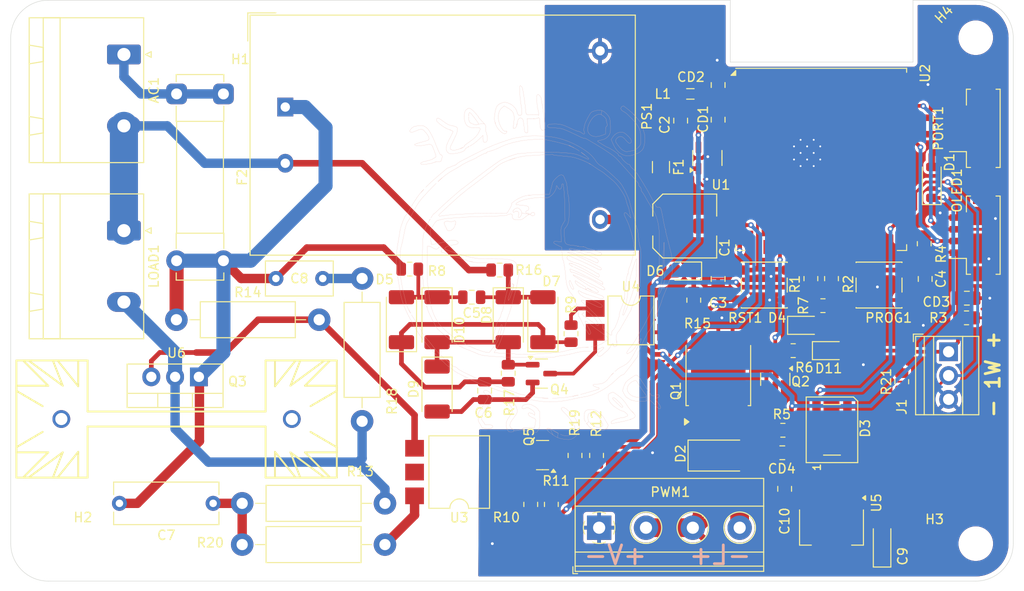
<source format=kicad_pcb>
(kicad_pcb (version 20240108) (generator "pcbnew") (generator_version "8.0")
  (layers (0 "F.Cu" signal) (31 "B.Cu" signal) (34 "B.Paste" user) (35 "F.Paste" user) (36 "B.SilkS" user "B.Silkscreen") (37 "F.SilkS" user "F.Silkscreen") (38 "B.Mask" user) (39 "F.Mask" user) (44 "Edge.Cuts" user))
  (net 0 "")
  (net 1 "GND")
  (net 2 "+5V")
  (net 3 "+3.3V")
  (net 4 "EN")
  (net 5 "PROG")
  (net 6 "3V3MCU")
  (net 7 "Net-(D1-A)")
  (net 8 "hot")
  (net 9 "WS")
  (net 10 "cold")
  (net 11 "Net-(U1-EN)")
  (net 12 "SDA")
  (net 13 "SCL")
  (net 14 "TX0")
  (net 15 "RX0")
  (net 17 "IO17")
  (net 20 "IO32")
  (net 21 "IN_39")
  (net 24 "IO19")
  (net 27 "IN_36")
  (net 28 "IO23")
  (net 29 "IN_35")
  (net 31 "IO33")
  (net 32 "IN_34")
  (net 33 "IO27")
  (net 36 "IO26")
  (net 38 "IO25")
  (net 39 "Net-(D10-K)")
  (net 40 "Net-(D7-A)")
  (net 41 "Net-(D9-A)")
  (net 42 "Net-(D5-K)")
  (net 43 "VCC")
  (net 44 "Net-(D2-A)")
  (net 46 "Net-(D4-A)")
  (net 47 "Net-(D6-K)")
  (net 48 "Net-(D10-A)")
  (net 49 "Net-(Q1-G)")
  (net 50 "openDrain")
  (net 51 "Net-(Q3-G)")
  (net 52 "Net-(Q4-C)")
  (net 53 "Net-(Q5-D)")
  (net 54 "Net-(Q5-G)")
  (net 55 "Net-(R9-Pad2)")
  (net 56 "Net-(R10-Pad2)")
  (net 57 "TRIAC")
  (net 58 "mainDet")
  (net 59 "Net-(C8-Pad2)")
  (net 60 "Net-(AC1-Pin_1)")
  (net 63 "Net-(C7-Pad1)")
  (net 64 "Net-(R20-Pad2)")
  (net 65 "Net-(LOAD1-Pin_2)")
  (net 66 "Net-(D11-K)")
  (net 67 "IO18")
  (net 68 "1Wire")
  (footprint "Capacitor_SMD:C_0805_2012Metric" (layer "F.Cu") (at 157.750001 115.2 180)
    (property "Reference" "CD4")
    (property "Value" "100n")
  )
  (footprint "MountingHole:MountingHole_3.2mm_M3" (layer "F.Cu") (at 178.4 124.9)
    (property "Reference" "H3")
    (property "Value" "MountingHole")
  )
  (footprint "Button_Switch_SMD:SW_SPST_PTS647_Sx38" (layer "F.Cu") (at 168.075 97.299999 180)
    (property "Reference" "PROG1")
    (property "Value" "SW_Push")
  )
  (footprint "Fuse:Fuseholder_Clip-5x20mm_Bel_FC-203-22_Lateral_P17.80x5.00mm_D1.17mm_Horizontal" (layer "F.Cu") (at 98.1 76.9 -90)
    (property "Reference" "F2")
    (property "Value" "Fuse")
  )
  (footprint "Resistor_SMD:R_0805_2012Metric" (layer "F.Cu") (at 130.9 120.7125 90)
    (property "Reference" "R10")
    (property "Value" "330")
  )
  (footprint "Package_DIP:SMDIP-4_W7.62mm" (layer "F.Cu") (at 141.59 101.07)
    (property "Reference" "U4")
    (property "Value" "PC817")
  )
  (footprint "Button_Switch_SMD:SW_SPST_PTS647_Sx38" (layer "F.Cu") (at 155.825 97.299999 180)
    (property "Reference" "RST1")
    (property "Value" "SW_Push")
  )
  (footprint "Resistor_SMD:R_0805_2012Metric" (layer "F.Cu") (at 133.1 120.7125 90)
    (property "Reference" "R11")
    (property "Value" "330")
  )
  (footprint "Diode_SMD:D_MELF" (layer "F.Cu") (at 120.9 101 -90)
    (property "Reference" "D10")
    (property "Value" "SM4007")
  )
  (footprint "MountingHole:MountingHole_3.2mm_M3" (layer "F.Cu") (at 79.4 124.9)
    (property "Reference" "H2")
    (property "Value" "MountingHole")
  )
  (footprint "LED_SMD:LED_0805_2012Metric_Pad1.15x1.40mm_HandSolder" (layer "F.Cu") (at 160.175001 101.599999)
    (property "Reference" "D4")
    (property "Value" "LED")
  )
  (footprint "Resistor_SMD:R_0805_2012Metric" (layer "F.Cu") (at 158.9125 104.3)
    (property "Reference" "R6")
    (property "Value" "1k")
  )
  (footprint "Resistor_SMD:R_0805_2012Metric" (layer "F.Cu") (at 160.8 96.612499 -90)
    (property "Reference" "R1")
    (property "Value" "10k")
  )
  (footprint "Capacitor_SMD:C_0805_2012Metric" (layer "F.Cu") (at 158 119.050001 90)
    (property "Reference" "C10")
    (property "Value" "10u")
  )
  (footprint "Capacitor_SMD:C_0805_2012Metric" (layer "F.Cu") (at 173 96.649998 -90)
    (property "Reference" "C4")
    (property "Value" "100n")
  )
  (footprint "Package_TO_SOT_SMD:SOT-223-3_TabPin2" (layer "F.Cu") (at 163 123.150001 -90)
    (property "Reference" "U5")
    (property "Value" "AMS1117-5.0")
  )
  (footprint "Resistor_SMD:R_0805_2012Metric" (layer "F.Cu") (at 117.9875 95.6 180)
    (property "Reference" "R8")
    (property "Value" "220k")
  )
  (footprint "Capacitor_THT:C_Rect_L11.0mm_W4.3mm_P10.00mm_MKT" (layer "F.Cu") (at 97 120.6 180)
    (property "Reference" "C7")
    (property "Value" "47nF")
  )
  (footprint "Capacitor_SMD:C_Elec_6.3x7.7" (layer "F.Cu") (at 147.337499 91)
    (property "Reference" "C1")
    (property "Value" "100uF")
  )
  (footprint "Connector_Hirose:Hirose_DF13C_CL535-0404-8-51_1x04-1MP_P1.25mm_Vertical" (layer "F.Cu") (at 177.95 80.574999 90)
    (property "Reference" "PORT1")
    (property "Value" "Conn_01x04_Socket")
  )
  (footprint "Capacitor_SMD:C_0805_2012Metric" (layer "F.Cu") (at 125.977237 108.574221 -90)
    (property "Reference" "C6")
    (property "Value" "10u")
  )
  (footprint "Resistor_SMD:R_0805_2012Metric" (layer "F.Cu") (at 135.2 102.4875 90)
    (property "Reference" "R9")
    (property "Value" "1k")
  )
  (footprint "Diode_SMD:D_MELF" (layer "F.Cu") (at 128.5 101 -90)
    (property "Reference" "D8")
    (property "Value" "SM4007")
  )
  (footprint "Package_DIP:SMDIP-6_W9.53mm" (layer "F.Cu") (at 123.265 117.26 180)
    (property "Reference" "U3")
    (property "Value" "MOC3021M")
  )
  (footprint "Package_TO_SOT_SMD:TO-252-2" (layer "F.Cu") (at 150.92 106.86 90)
    (property "Reference" "Q1")
    (property "Value" "40N02")
  )
  (footprint "Diode_SMD:D_SOD-123" (layer "F.Cu") (at 173.7 86.349999 90)
    (property "Reference" "D1")
    (property "Value" "1N4148W")
  )
  (footprint "Package_TO_SOT_SMD:SOT-23" (layer "F.Cu") (at 132.0375 106.75)
    (property "Reference" "Q4")
    (property "Value" "BC817")
  )
  (footprint "LED_SMD:LED_0805_2012Metric_Pad1.15x1.40mm_HandSolder" (layer "F.Cu") (at 162.825 104.3)
    (property "Reference" "D11")
    (property "Value" "LED")
  )
  (footprint "MountingHole:MountingHole_3.2mm_M3" (layer "F.Cu") (at 178.4 70.9)
    (property "Reference" "H4")
    (property "Value" "MountingHole")
  )
  (footprint "Resistor_SMD:R_0805_2012Metric" (layer "F.Cu") (at 127.5875 95.7 180)
    (property "Reference" "R16")
    (property "Value" "220k")
  )
  (footprint "Package_TO_SOT_THT:TO-220-3_Vertical" (layer "F.Cu") (at 95.48 107.1 180)
    (property "Reference" "Q3")
    (property "Value" "BTA16-600B")
  )
  (footprint "LED_SMD:LED_WS2812B_PLCC4_5.0x5.0mm_P3.2mm" (layer "F.Cu") (at 163.05 112.75 90)
    (property "Reference" "D3")
    (property "Value" "WS2812B")
  )
  (footprint "Capacitor_SMD:C_0805_2012Metric" (layer "F.Cu") (at 150.9 79.649998 -90)
    (property "Reference" "CD1")
    (property "Value" "10u")
  )
  (footprint "Resistor_THT:R_Axial_DIN0411_L9.9mm_D3.6mm_P15.24mm_Horizontal" (layer "F.Cu") (at 100.1 120.6)
    (property "Reference" "R13")
    (property "Value" "360")
  )
  (footprint "LED_SMD:LED_0805_2012Metric_Pad1.15x1.40mm_HandSolder" (layer "F.Cu") (at 147.275001 95.8 180)
    (property "Reference" "D6")
    (property "Value" "LED")
  )
  (footprint "RF_Module:ESP32-WROOM-32U" (layer "F.Cu") (at 161.9 83.889999)
    (property "Reference" "U2")
    (property "Value" "ESP32-WROOM-32")
  )
  (footprint "Diode_SMD:D_MELF" (layer "F.Cu") (at 117.1 101 90)
    (property "Reference" "D5")
    (property "Value" "SM4007")
  )
  (footprint "Library:HEATSINK-TH_L34.0-W12.0" (layer "F.Cu") (at 93.1 111.6)
    (property "Reference" "U6")
    (property "Value" "~")
  )
  (footprint "Resistor_SMD:R_0805_2012Metric" (layer "F.Cu") (at 162.087499 99.499999)
    (property "Reference" "R7")
    (property "Value" "1k")
  )
  (footprint "Resistor_SMD:R_0805_2012Metric" (layer "F.Cu") (at 163 96.612499 -90)
    (property "Reference" "R2")
    (property "Value" "10k")
  )
  (footprint "Capacitor_THT:C_Rect_L7.0mm_W3.5mm_P5.00mm" (layer "F.Cu") (at 103.7 96.6)
    (property "Reference" "C8")
    (property "Value" "10nF")
  )
  (footprint "Capacitor_SMD:C_0805_2012Metric" (layer "F.Cu") (at 124.6 98.6 180)
    (property "Reference" "C5")
    (property "Value" "1nF")
  )
  (footprint "Capacitor_SMD:C_0805_2012Metric" (layer "F.Cu") (at 146.9 79.749997 -90)
    (property "Reference" "C2")
    (property "Value" "10u")
  )
  (footprint "TerminalBlock:TerminalBlock_Xinya_XY308-2.54-3P_1x03_P2.54mm_Horizontal" (layer "F.Cu") (at 175.5 104.420001 -90)
    (property "Reference" "J1")
    (property "Value" "1Wire")
  )
  (footprint "Connector_Phoenix_GMSTB:PhoenixContact_GMSTBA_2,5_2-G-7,62_1x02_P7.62mm_Horizontal" (layer "F.Cu") (at 87.4775 91.49 -90)
    (property "Reference" "LOAD1")
    (property "Value" "Conn_01x02_Pin")
  )
  (footprint "Capacitor_SMD:C_0805_2012Metric" (layer "F.Cu") (at 150.9 75.95 90)
    (property "Reference" "CD2")
    (property "Value" "100n")
  )
  (footprint "Converter_ACDC:Converter_ACDC_Hi-Link_HLK-5Mxx" (layer "F.Cu") (at 104.7 78.3)
    (property "Reference" "PS1")
    (property "Value" "HLK-5M05")
  )
  (footprint "Resistor_THT:R_Axial_DIN0411_L9.9mm_D3.6mm_P15.24mm_Horizontal" (layer "F.Cu") (at 93.08 101)
    (property "Reference" "R14")
    (property "Value" "360")
  )
  (footprint "Resistor_SMD:R_0805_2012Metric" (layer "F.Cu") (at 170.5 107.6125 90)
    (property "Reference" "R21")
    (property "Value" "10k")
  )
  (footprint "Package_TO_SOT_SMD:SOT-23" (layer "F.Cu") (at 157 107.362499 -90)
    (property "Reference" "Q2")
    (property "Value" "2N7002K")
  )
  (footprint "Resistor_SMD:R_0805_2012Metric" (layer "F.Cu") (at 172.9 92.8875 90)
    (property "Reference" "R4")
    (property "Value" "2k2")
  )
  (footprint "Resistor_SMD:R_0805_2012Metric" (layer "F.Cu") (at 128.5 106.7125 90)
    (property "Reference" "R17")
    (property "Value" "22k")
  )
  (footprint "Resistor_SMD:R_0805_2012Metric" (layer "F.Cu") (at 137.924999 115.4875 -90)
    (property "Reference" "R12")
    (property "Value" "330")
  )
  (footprint "Inductor_SMD:L_0805_2012Metric" (layer "F.Cu") (at 147.9375 76.899999)
    (property "Reference" "L1")
    (property "Value" "22n")
  )
  (footprint "Connector_Hirose:Hirose_DF13C_CL535-0404-8-51_1x04-1MP_P1.25mm_Vertical" (layer "F.Cu") (at 177.95 91.974999 90)
    (property "Reference" "OLED1")
    (property "Value" "Conn_01x04_Socket")
  )
  (footprint "TerminalBlock_Phoenix:TerminalBlock_Phoenix_MKDS-1,5-4_1x04_P5.00mm_Horizontal" (layer "F.Cu") (at 138.2 123.2)
    (property "Reference" "PWM1")
    (property "Value" "Conn_01x03_Socket")
  )
  (footprint "Package_TO_SOT_SMD:SOT-23-5" (layer "F.Cu") (at 149.749999 83.737499 90)
    (property "Reference" "U1")
    (property "Value" "AP2112K-3.3")
  )
  (footprint "Diode_SMD:D_MELF" (layer "F.Cu") (at 132.2 101 90)
    (property "Reference" "D7")
    (property "Value" "SM4007")
  )
  (footprint "Resistor_SMD:R_0805_2012Metric" (layer "F.Cu") (at 135.624999 115.4875 90)
    (property "Reference" "R19")
    (property "Value" "10k")
  )
  (footprint "Diode_SMD:D_MELF" (layer "F.Cu") (at 120.9 108.4 -90)
    (property "Reference" "D9")
    (property "Value" "SM4007")
  )
  (footprint "Connector_Phoenix_GMSTB:PhoenixContact_GMSTBA_2,5_2-G-7,62_1x02_P7.62mm_Horizontal" (layer "F.Cu") (at 87.4775 72.69 -90)
    (property "Reference" "AC1")
    (property "Value" "Conn_01x02_Pin")
  )
  (footprint "Resistor_SMD:R_0805_2012Metric" (layer "F.Cu") (at 157.8125 112.8 180)
    (property "Reference" "R5")
    (property "Value" "2k2")
  )
  (footprint "Capacitor_Tantalum_SMD:CP_EIA-3216-18_Kemet-A_Pad1.58x1.35mm_HandSolder" (layer "F.Cu") (at 168.4 124.912501 90)
    (property "Reference" "C9")
    (property "Value" "22uF")
  )
  (footprint "Resistor_SMD:R_0805_2012Metric" (layer "F.Cu") (at 148.3 98.9125 90)
    (property "Reference" "R15")
    (property "Value" "1k")
  )
  (footprint "Resistor_THT:R_Axial_DIN0411_L9.9mm_D3.6mm_P15.24mm_Horizontal" (layer "F.Cu") (at 112.9 96.6 -90)
    (property "Reference" "R18")
    (property "Value" "39")
  )
  (footprint "Fuse:Fuse_1206_3216Metric_Pad1.42x1.75mm_HandSolder" (layer "F.Cu") (at 144.8 84.7125 90)
    (property "Reference" "F1")
    (property "Value" "Polyfuse")
  )
  (footprint "Resistor_THT:R_Axial_DIN0411_L9.9mm_D3.6mm_P15.24mm_Horizontal" (layer "F.Cu") (at 100.1 125)
    (property "Reference" "R20")
    (property "Value" "470")
  )
  (footprint "MountingHole:MountingHole_3.2mm_M3" (layer "F.Cu") (at 95.4 70.9)
    (property "Reference" "H1")
    (property "Value" "MountingHole")
  )
  (footprint "Resistor_SMD:R_0805_2012Metric" (layer "F.Cu") (at 177.4125 100.8)
    (property "Reference" "R3")
    (property "Value" "2k2")
  )
  (footprint "Capacitor_SMD:C_0805_2012Metric" (layer "F.Cu") (at 150.9 96.649998 -90)
    (property "Reference" "C3")
    (property "Value" "100n")
  )
  (footprint "Diode_SMD:D_SMA" (layer "F.Cu") (at 151.199999 115.5)
    (property "Reference" "D2")
    (property "Value" "SS14")
  )
  (footprint "Package_TO_SOT_SMD:SOT-23" (layer "F.Cu") (at 132.1625 115.45 180)
    (property "Reference" "Q5")
    (property "Value" "2N7002K")
  )
  (footprint "Capacitor_SMD:C_0805_2012Metric" (layer "F.Cu") (at 177.449999 98.699999)
    (property "Reference" "CD3")
    (property "Value" "10u")
  )
  (gr_line (start 117.696013 89.737624) (end 117.780959 89.603695) (stroke (width 0.016)) (layer "B.SilkS"))
  (gr_arc (start 140.167366 86.08744) (mid 140.319132 86.244328) (end 140.461418 86.409862) (stroke (width 0.016)) (layer "B.SilkS"))
  (gr_arc (start 139.534833 102.486736) (mid 139.526666 102.438653) (end 139.527003 102.389883) (stroke (width 0.016)) (layer "B.SilkS"))
  (gr_line (start 134.407417 83.536764) (end 134.004733 83.502046) (stroke (width 0.016)) (layer "B.SilkS"))
  (gr_line (start 144.634155 94.105572) (end 144.632457 92.079679) (stroke (width 0.016)) (layer "B.SilkS"))
  (gr_arc (start 144.515432 108.996386) (mid 144.542413 108.998532) (end 144.567052 109.00975) (stroke (width 0.016)) (layer "B.SilkS"))
  (gr_arc (start 138.428302 79.117758) (mid 138.556664 79.19294) (end 138.676724 79.280775) (stroke (width 0.016)) (layer "B.SilkS"))
  (gr_line (start 124.200512 107.24445) (end 123.119269 106.691113) (stroke (width 0.016)) (layer "B.SilkS"))
  (gr_line (start 135.602452 98.923564) (end 135.449473 98.574313) (stroke (width 0.016)) (layer "B.SilkS"))
  (gr_arc (start 122.665638 91.23355) (mid 122.544305 91.359459) (end 122.399938 91.458114) (stroke (width 0.016)) (layer "B.SilkS"))
  (gr_arc (start 129.610761 89.620049) (mid 129.617001 89.730462) (end 129.605426 89.840444) (stroke (width 0.016)) (layer "B.SilkS"))
  (gr_line (start 121.579641 79.838427) (end 121.827635 80.015725) (stroke (width 0.016)) (layer "B.SilkS"))
  (gr_arc (start 127.884004 100.025388) (mid 127.862267 100.086682) (end 127.830396 100.143372) (stroke (width 0.016)) (layer "B.SilkS"))
  (gr_arc (start 134.49286 113.75501) (mid 134.282702 113.722692) (end 134.074458 113.679737) (stroke (width 0.016)) (layer "B.SilkS"))
  (gr_arc (start 131.102322 89.911032) (mid 131.022312 89.896769) (end 130.951812 89.856338) (stroke (width 0.016)) (layer "B.SilkS"))
  (gr_line (start 141.895423 93.038817) (end 141.876765 92.739599) (stroke (width 0.016)) (layer "B.SilkS"))
  (gr_line (start 132.215264 78.531949) (end 132.237858 78.705573) (stroke (width 0.016)) (layer "B.SilkS"))
  (gr_line (start 137.930261 96.366903) (end 137.709035 96.253209) (stroke (width 0.016)) (layer "B.SilkS"))
  (gr_arc (start 120.596804 90.767457) (mid 120.680896 90.645268) (end 120.776919 90.532215) (stroke (width 0.016)) (layer "B.SilkS"))
  (gr_arc (start 139.845552 81.277329) (mid 139.947683 81.189814) (end 140.060031 81.115873) (stroke (width 0.016)) (layer "B.SilkS"))
  (gr_arc (start 128.932297 110.630977) (mid 128.935838 110.731713) (end 128.93215 110.832444) (stroke (width 0.016)) (layer "B.SilkS"))
  (gr_line (start 145.17629 95.185572) (end 145.17212 94.513496) (stroke (width 0.016)) (layer "B.SilkS"))
  (gr_arc (start 141.552299 84.63913) (mid 141.532677 84.606449) (end 141.518352 84.571122) (stroke (width 0.016)) (layer "B.SilkS"))
  (gr_arc (start 134.476525 91.451184) (mid 134.490207 91.379828) (end 134.514994 91.311531) (stroke (width 0.016)) (layer "B.SilkS"))
  (gr_line (start 130.045464 76.419827) (end 130.151368 77.031157) (stroke (width 0.016)) (layer "B.SilkS"))
  (gr_arc (start 138.159525 108.270259) (mid 138.171548 108.275924) (end 138.182309 108.283727) (stroke (width 0.016)) (layer "B.SilkS"))
  (gr_line (start 144.008677 109.10986) (end 144.443033 109.007698) (stroke (width 0.016)) (layer "B.SilkS"))
  (gr_arc (start 141.981111 93.502964) (mid 141.977296 93.545112) (end 141.969777 93.58676) (stroke (width 0.016)) (layer "B.SilkS"))
  (gr_line (start 144.522482 96.528822) (end 144.557866 96.031759) (stroke (width 0.016)) (layer "B.SilkS"))
  (gr_line (start 127.745968 101.547546) (end 127.619084 101.839702) (stroke (width 0.016)) (layer "B.SilkS"))
  (gr_arc (start 120.581249 89.694223) (mid 120.563532 89.70498) (end 120.543334 89.709658) (stroke (width 0.016)) (layer "B.SilkS"))
  (gr_arc (start 137.861164 94.469443) (mid 137.982274 94.544367) (end 138.074887 94.652548) (stroke (width 0.016)) (layer "B.SilkS"))
  (gr_arc (start 126.807139 112.482409) (mid 126.724939 112.544117) (end 126.632698 112.589466) (stroke (width 0.016)) (layer "B.SilkS"))
  (gr_line (start 137.076683 104.354955) (end 136.685666 104.363486) (stroke (width 0.016)) (layer "B.SilkS"))
  (gr_arc (start 133.596194 87.023783) (mid 133.535749 87.164589) (end 133.463669 87.299809) (stroke (width 0.016)) (layer "B.SilkS"))
  (gr_line (start 125.20203 79.188419) (end 125.30772 79.321331) (stroke (width 0.016)) (layer "B.SilkS"))
  (gr_line (start 127.097142 94.961303) (end 126.482939 94.948623) (stroke (width 0.016)) (layer "B.SilkS"))
  (gr_arc (start 134.202938 86.65903) (mid 134.194089 86.79138) (end 134.167678 86.921369) (stroke (width 0.016)) (layer "B.SilkS"))
  (gr_arc (start 128.286106 82.311878) (mid 128.661089 82.186559) (end 129.04139 82.078444) (stroke (width 0.016)) (layer "B.SilkS"))
  (gr_line (start 136.163361 96.745319) (end 136.389106 96.896645) (stroke (width 0.016)) (layer "B.SilkS"))
  (gr_line (start 138.605954 84.71326) (end 138.895949 84.940899) (stroke (width 0.016)) (layer "B.SilkS"))
  (gr_arc (start 141.563745 95.080294) (mid 141.50743 95.242902) (end 141.435804 95.39937) (stroke (width 0.016)) (layer "B.SilkS"))
  (gr_line (start 136.00252 100.642728) (end 135.981395 100.542226) (stroke (width 0.016)) (layer "B.SilkS"))
  (gr_line (start 122.579597 80.875058) (end 122.485137 80.821173) (stroke (width 0.016)) (layer "B.SilkS"))
  (gr_line (start 128.468944 78.408036) (end 128.468947 78.408032) (stroke (width 0.016)) (layer "B.SilkS"))
  (gr_line (start 119.730566 84.395792) (end 119.413608 84.421141) (stroke (width 0.016)) (layer "B.SilkS"))
  (gr_line (start 138.114559 95.616491) (end 137.780657 95.453205) (stroke (width 0.016)) (layer "B.SilkS"))
  (gr_line (start 138.115996 96.453349) (end 137.930261 96.366903) (stroke (width 0.016)) (layer "B.SilkS"))
  (gr_line (start 125.931949 107.957322) (end 125.715924 107.876738) (stroke (width 0.016)) (layer "B.SilkS"))
  (gr_arc (start 144.643806 89.002229) (mid 144.681307 89.009721) (end 144.713791 89.029891) (stroke (width 0.016)) (layer "B.SilkS"))
  (gr_line (start 137.025193 100.916588) (end 137.256876 101.081014) (stroke (width 0.016)) (layer "B.SilkS"))
  (gr_arc (start 138.59545 97.196198) (mid 138.59194 97.207907) (end 138.5874 97.219257) (stroke (width 0.016)) (layer "B.SilkS"))
  (gr_arc (start 144.283171 109.425291) (mid 144.305144 109.401271) (end 144.329332 109.379484) (stroke (width 0.016)) (layer "B.SilkS"))
  (gr_arc (start 132.644447 112.618758) (mid 132.681396 112.576887) (end 132.736177 112.566138) (stroke (width 0.016)) (layer "B.SilkS"))
  (gr_arc (start 129.440742 110.890618) (mid 129.421222 110.951064) (end 129.392057 111.007491) (stroke (width 0.016)) (layer "B.SilkS"))
  (gr_arc (start 134.892233 94.593286) (mid 134.837985 94.538101) (end 134.79596 94.473123) (stroke (width 0.016)) (layer "B.SilkS"))
  (gr_arc (start 134.755222 92.938448) (mid 134.692485 92.900052) (end 134.63705 92.851708) (stroke (width 0.016)) (layer "B.SilkS"))
  (gr_line (start 137.675964 101.388635) (end 137.856415 101.512738) (stroke (width 0.016)) (layer "B.SilkS"))
  (gr_line (start 120.220271 83.939456) (end 120.396895 83.876815) (stroke (width 0.016)) (layer "B.SilkS"))
  (gr_line (start 133.201746 109.384552) (end 134.323508 109.325873) (stroke (width 0.016)) (layer "B.SilkS"))
  (gr_arc (start 128.748331 109.736649) (mid 128.769546 109.723499) (end 128.794257 109.720024) (stroke (width 0.016)) (layer "B.SilkS"))
  (gr_line (start 144.122259 98.735506) (end 144.131618 98.507102) (stroke (width 0.016)) (layer "B.SilkS"))
  (gr_arc (start 139.196017 79.259387) (mid 139.266492 79.374663) (end 139.317426 79.499806) (stroke (width 0.016)) (layer "B.SilkS"))
  (gr_line (start 141.632545 91.702115) (end 141.385734 90.939541) (stroke (width 0.016)) (layer "B.SilkS"))
  (gr_line (start 142.142317 95.483883) (end 142.155898 95.326068) (stroke (width 0.016)) (layer "B.SilkS"))
  (gr_line (start 125.064115 83.738622) (end 124.896054 83.819953) (stroke (width 0.016)) (layer "B.SilkS"))
  (gr_line (start 145.396372 91.989949) (end 145.47718 92.302608) (stroke (width 0.016)) (layer "B.SilkS"))
  (gr_line (start 125.977558 85.694721) (end 125.06258 86.390494) (stroke (width 0.016)) (layer "B.SilkS"))
  (gr_arc (start 121.744203 93.409363) (mid 121.743838 93.3485) (end 121.779479 93.299159) (stroke (width 0.016)) (layer "B.SilkS"))
  (gr_arc (start 138.714876 78.787072) (mid 138.848901 78.889347) (end 138.974019 79.002344) (stroke (width 0.016)) (layer "B.SilkS"))
  (gr_line (start 144.987108 90.032087) (end 145.044751 90.345572) (stroke (width 0.016)) (layer "B.SilkS"))
  (gr_line (start 137.98579 110.777381) (end 138.18889 110.924622) (stroke (width 0.016)) (layer "B.SilkS"))
  (gr_arc (start 126.20174 108.546322) (mid 126.291669 108.59278) (end 126.37905 108.643871) (stroke (width 0.016)) (layer "B.SilkS"))
  (gr_arc (start 130.33846 81.02675) (mid 130.294858 80.981182) (end 130.26645 80.924873) (stroke (width 0.016)) (layer "B.SilkS"))
  (gr_arc (start 121.326919 83.394336) (mid 121.349063 83.405822) (end 121.369476 83.42016) (stroke (width 0.016)) (layer "B.SilkS"))
  (gr_arc (start 138.646634 97.5062) (mid 138.730286 97.583386) (end 138.803041 97.670919) (stroke (width 0.016)) (layer "B.SilkS"))
  (gr_arc (start 142.356518 107.018894) (mid 142.450206 107.122229) (end 142.532492 107.234856) (stroke (width 0.016)) (layer "B.SilkS"))
  (gr_arc (start 142.027213 85.130957) (mid 142.038937 85.158398) (end 142.042938 85.187968) (stroke (width 0.016)) (layer "B.SilkS"))
  (gr_arc (start 128.906889 95.658489) (mid 128.910114 95.824574) (end 128.905408 95.990623) (stroke (width 0.016)) (layer "B.SilkS"))
  (gr_line (start 134.13075 91.930666) (end 134.125142 91.460039) (stroke (width 0.016)) (layer "B.SilkS"))
  (gr_line (start 145.047151 94.266704) (end 144.994528 95.659642) (stroke (width 0.016)) (layer "B.SilkS"))
  (gr_arc (start 129.929824 76.134309) (mid 129.951772 76.167364) (end 129.97159 76.201737) (stroke (width 0.016)) (layer "B.SilkS"))
  (gr_line (start 138.779023 85.400892) (end 138.678889 85.321055) (stroke (width 0.016)) (layer "B.SilkS"))
  (gr_line (start 141.117671 109.287626) (end 141.048945 109.203785) (stroke (width 0.016)) (layer "B.SilkS"))
  (gr_line (start 130.503912 79.545572) (end 130.560891 80.305573) (stroke (width 0.016)) (layer "B.SilkS"))
  (gr_arc (start 121.888017 82.601387) (mid 121.928305 82.39761) (end 121.99461 82.200755) (stroke (width 0.016)) (layer "B.SilkS"))
  (gr_line (start 136.384971 96.320293) (end 137.198744 96.668644) (stroke (width 0.016)) (layer "B.SilkS"))
  (gr_line (start 143.167422 101.255461) (end 143.393274 100.807906) (stroke (width 0.016)) (layer "B.SilkS"))
  (gr_arc (start 142.025687 82.877494) (mid 141.930761 82.91618) (end 141.832528 82.945468) (stroke (width 0.016)) (layer "B.SilkS"))
  (gr_line (start 136.548032 100.599362) (end 136.622128 100.648089) (stroke (width 0.016)) (layer "B.SilkS"))
  (gr_line (start 142.971036 107.888884) (end 143.064367 108.025573) (stroke (width 0.016)) (layer "B.SilkS"))
  (gr_line (start 140.381644 100.282779) (end 140.436111 100.100982) (stroke (width 0.016)) (layer "B.SilkS"))
  (gr_arc (start 135.604347 112.824428) (mid 135.572103 112.885483) (end 135.531219 112.941124) (stroke (width 0.016)) (layer "B.SilkS"))
  (gr_arc (start 140.721464 110.314306) (mid 140.68989 110.3374) (end 140.651635 110.345572) (stroke (width 0.016)) (layer "B.SilkS"))
  (gr_line (start 138.430463 85.152131) (end 138.322938 85.09081) (stroke (width 0.016)) (layer "B.SilkS"))
  (gr_line (start 124.457574 90.023055) (end 123.835236 90.047235) (stroke (width 0.016)) (layer "B.SilkS"))
  (gr_arc (start 140.643615 83.349473) (mid 140.448853 83.234948) (end 140.271732 83.094674) (stroke (width 0.016)) (layer "B.SilkS"))
  (gr_arc (start 136.412339 100.372466) (mid 136.428128 100.377877) (end 136.442939 100.385572) (stroke (width 0.016)) (layer "B.SilkS"))
  (gr_arc (start 126.799073 103.499242) (mid 126.78119 103.442759) (end 126.778762 103.383565) (stroke (width 0.016)) (layer "B.SilkS"))
  (gr_line (start 124.787085 83.387829) (end 126.161687 82.703574) (stroke (width 0.016)) (layer "B.SilkS"))
  (gr_arc (start 141.259633 83.047784) (mid 141.160051 83.05755) (end 141.060096 83.052967) (stroke (width 0.016)) (layer "B.SilkS"))
  (gr_arc (start 142.763191 87.329628) (mid 142.740701 87.289077) (end 142.721137 87.247035) (stroke (width 0.016)) (layer "B.SilkS"))
  (gr_line (start 141.345606 89.072574) (end 141.30479 88.94877) (stroke (width 0.016)) (layer "B.SilkS"))
  (gr_line (start 116.981934 93.78785) (end 116.945825 94.737648) (stroke (width 0.016)) (layer "B.SilkS"))
  (gr_line (start 123.087652 106.201213) (end 123.15756 106.261521) (stroke (width 0.016)) (layer "B.SilkS"))
  (gr_arc (start 131.304195 111.182257) (mid 131.295499 111.189751) (end 131.283994 111.189839) (stroke (width 0.016)) (layer "B.SilkS"))
  (gr_line (start 129.366524 88.720007) (end 129.533965 88.742138) (stroke (width 0.016)) (layer "B.SilkS"))
  (gr_line (start 120.280752 86.295927) (end 121.091523 85.581454) (stroke (width 0.016)) (layer "B.SilkS"))
  (gr_line (start 118.558853 101.839458) (end 118.447209 101.650687) (stroke (width 0.016)) (layer "B.SilkS"))
  (gr_line (start 126.263818 109.477436) (end 126.400333 109.209299) (stroke (width 0.016)) (layer "B.SilkS"))
  (gr_line (start 138.197132 85.018447) (end 138.000689 84.891718) (stroke (width 0.016)) (layer "B.SilkS"))
  (gr_arc (start 134.174094 110.545431) (mid 134.165802 110.507804) (end 134.172373 110.469832) (stroke (width 0.016)) (layer "B.SilkS"))
  (gr_arc (start 141.199758 111.091315) (mid 141.231746 111.141684) (end 141.24294 111.200294) (stroke (width 0.016)) (layer "B.SilkS"))
  (gr_arc (start 123.64281 82.624464) (mid 123.31481 82.761034) (end 122.975511 82.866445) (stroke (width 0.016)) (layer "B.SilkS"))
  (gr_arc (start 130.542292 81.035859) (mid 130.499488 81.057945) (end 130.451928 81.065573) (stroke (width 0.016)) (layer "B.SilkS"))
  (gr_arc (start 138.628476 98.531752) (mid 138.653474 98.560136) (end 138.666866 98.595506) (stroke (width 0.016)) (layer "B.SilkS"))
  (gr_line (start 140.069244 110.44201) (end 139.78761 110.242548) (stroke (width 0.016)) (layer "B.SilkS"))
  (gr_arc (start 139.140374 112.195362) (mid 139.150751 112.231417) (end 139.154264 112.268769) (stroke (width 0.016)) (layer "B.SilkS"))
  (gr_line (start 135.510466 82.651534) (end 134.974714 82.392407) (stroke (width 0.016)) (layer "B.SilkS"))
  (gr_arc (start 129.366528 88.719987) (mid 129.349657 88.714884) (end 129.335323 88.704626) (stroke (width 0.016)) (layer "B.SilkS"))
  (gr_arc (start 128.280512 112.337253) (mid 128.274653 112.172463) (end 128.295096 112.008842) (stroke (width 0.016)) (layer "B.SilkS"))
  (gr_arc (start 125.131335 83.696502) (mid 125.220541 83.630844) (end 125.315163 83.573265) (stroke (width 0.016)) (layer "B.SilkS"))
  (gr_arc (start 129.632412 79.177474) (mid 129.608508 79.173923) (end 129.589444 79.159085) (stroke (width 0.016)) (layer "B.SilkS"))
  (gr_arc (start 135.979144 109.034998) (mid 135.157157 109.213626) (end 134.323508 109.325873) (stroke (width 0.016)) (layer "B.SilkS"))
  (gr_arc (start 136.155762 80.952252) (mid 136.204628 80.976609) (end 136.252054 81.003664) (stroke (width 0.016)) (layer "B.SilkS"))
  (gr_line (start 126.889638 103.977744) (end 127.037888 103.796895) (stroke (width 0.016)) (layer "B.SilkS"))
  (gr_line (start 124.102699 104.173936) (end 123.831956 104.063143) (stroke (width 0.016)) (layer "B.SilkS"))
  (gr_line (start 137.557715 98.927324) (end 137.834033 99.052361) (stroke (width 0.016)) (layer "B.SilkS"))
  (gr_line (start 128.196184 83.740329) (end 128.594705 83.575132) (stroke (width 0.016)) (layer "B.SilkS"))
  (gr_line (start 137.082939 98.347094) (end 136.836633 98.2686) (stroke (width 0.016)) (layer "B.SilkS"))
  (gr_arc (start 136.07861 97.900845) (mid 136.169265 97.9539) (end 136.256649 98.012187) (stroke (width 0.016)) (layer "B.SilkS"))
  (gr_line (start 133.081862 86.964645) (end 133.133241 86.767776) (stroke (width 0.016)) (layer "B.SilkS"))
  (gr_line (start 128.210642 98.590893) (end 128.33908 98.075236) (stroke (width 0.016)) (layer "B.SilkS"))
  (gr_line (start 137.058494 101.857005) (end 137.222305 102.153762) (stroke (width 0.016)) (layer "B.SilkS"))
  (gr_arc (start 138.79473 97.783809) (mid 138.761301 97.805573) (end 138.721792 97.811059) (stroke (width 0.016)) (layer "B.SilkS"))
  (gr_arc (start 134.904418 113.786765) (mid 134.69824 113.776053) (end 134.49286 113.75501) (stroke (width 0.016)) (layer "B.SilkS"))
  (gr_arc (start 143.221595 109.211065) (mid 143.182416 109.238709) (end 143.137877 109.256473) (stroke (width 0.016)) (layer "B.SilkS"))
  (gr_line (start 122.182419 93.643454) (end 122.722939 93.823753) (stroke (width 0.016)) (layer "B.SilkS"))
  (gr_line (start 138.895949 84.940899) (end 139.260441 85.246885) (stroke (width 0.016)) (layer "B.SilkS"))
  (gr_arc (start 144.535042 98.106158) (mid 144.556427 97.996762) (end 144.586009 97.889293) (stroke (width 0.016)) (layer "B.SilkS"))
  (gr_line (start 127.255865 104.540675) (end 127.533467 104.559386) (stroke (width 0.016)) (layer "B.SilkS"))
  (gr_arc (start 121.031869 93.345572) (mid 120.998449 93.398163) (end 120.947199 93.433605) (stroke (width 0.016)) (layer "B.SilkS"))
  (gr_line (start 128.584363 100.388721) (end 128.40545 100.890045) (stroke (width 0.016)) (layer "B.SilkS"))
  (gr_arc (start 129.379892 95.477484) (mid 129.367061 95.421724) (end 129.361183 95.364809) (stroke (width 0.016)) (layer "B.SilkS"))
  (gr_arc (start 118.285993 80.978059) (mid 118.166002 80.989876) (end 118.049765 80.957857) (stroke (width 0.016)) (layer "B.SilkS"))
  (gr_arc (start 139.962938 81.898775) (mid 139.974102 81.82084) (end 140.006703 81.749177) (stroke (width 0.016)) (layer "B.SilkS"))
  (gr_arc (start 140.499381 87.117519) (mid 140.701968 87.43054) (end 140.886462 87.754555) (stroke (width 0.016)) (layer "B.SilkS"))
  (gr_arc (start 135.482156 97.692239) (mid 135.472098 97.729567) (end 135.444257 97.756398) (stroke (width 0.016)) (layer "B.SilkS"))
  (gr_arc (start 131.299848 79.10972) (mid 131.399564 79.10912) (end 131.499188 79.113452) (stroke (width 0.016)) (layer "B.SilkS"))
  (gr_line (start 144.633713 98.240787) (end 144.722774 98.059947) (stroke (width 0.016)) (layer "B.SilkS"))
  (gr_arc (start 128.794257 109.720024) (mid 128.821519 109.725367) (end 128.846551 109.737415) (stroke (width 0.016)) (layer "B.SilkS"))
  (gr_arc (start 141.708793 84.815118) (mid 141.663872 84.771615) (end 141.621241 84.725866) (stroke (width 0.016)) (layer "B.SilkS"))
  (gr_arc (start 121.763463 90.535296) (mid 121.796537 90.513824) (end 121.831783 90.49614) (stroke (width 0.016)) (layer "B.SilkS"))
  (gr_arc (start 127.227504 103.126613) (mid 127.177683 103.242933) (end 127.1163 103.353588) (stroke (width 0.016)) (layer "B.SilkS"))
  (gr_line (start 135.591034 93.084617) (end 135.752351 93.113045) (stroke (width 0.016)) (layer "B.SilkS"))
  (gr_line (start 131.366232 112.205572) (end 131.420525 111.826672) (stroke (width 0.016)) (layer "B.SilkS"))
  (gr_line (start 136.166682 93.201845) (end 136.324158 93.219759) (stroke (width 0.016)) (layer "B.SilkS"))
  (gr_arc (start 130.113473 81.453667) (mid 130.409474 81.411345) (end 130.708101 81.396183) (stroke (width 0.016)) (layer "B.SilkS"))
  (gr_line (start 128.229364 108.811473) (end 128.087166 108.758181) (stroke (width 0.016)) (layer "B.SilkS"))
  (gr_arc (start 134.514994 91.311531) (mid 134.550255 91.248037) (end 134.595102 91.190909) (stroke (width 0.016)) (layer "B.SilkS"))
  (gr_arc (start 141.926771 111.464406) (mid 141.687147 111.584501) (end 141.434992 111.675387) (stroke (width 0.016)) (layer "B.SilkS"))
  (gr_line (start 127.852211 102.792415) (end 127.659847 103.327892) (stroke (width 0.016)) (layer "B.SilkS"))
  (gr_arc (start 124.301828 79.021153) (mid 124.310834 78.972911) (end 124.32201 78.925126) (stroke (width 0.016)) (layer "B.SilkS"))
  (gr_arc (start 138.801864 81.699321) (mid 138.617123 81.77412) (end 138.422911 81.818902) (stroke (width 0.016)) (layer "B.SilkS"))
  (gr_line (start 141.027754 97.294996) (end 141.09043 96.834299) (stroke (width 0.016)) (layer "B.SilkS"))
  (gr_arc (start 130.905583 111.366569) (mid 130.810896 111.302528) (end 130.725685 111.226331) (stroke (width 0.016)) (layer "B.SilkS"))
  (gr_line (start 142.36802 103.810182) (end 142.497925 103.571618) (stroke (width 0.016)) (layer "B.SilkS"))
  (gr_line (start 129.47046 97.050365) (end 129.42714 97.29271) (stroke (width 0.016)) (layer "B.SilkS"))
  (gr_arc (start 141.642939 99.829881) (mid 141.634979 99.891283) (end 141.611557 99.948593) (stroke (width 0.016)) (layer "B.SilkS"))
  (gr_line (start 133.830139 113.120091) (end 133.753806 113.570669) (stroke (width 0.016)) (layer "B.SilkS"))
  (gr_arc (start 140.461418 86.409862) (mid 140.622164 86.630504) (end 140.759618 86.866361) (stroke (width 0.016)) (layer "B.SilkS"))
  (gr_line (start 136.218046 81.50281) (end 136.06298 81.426657) (stroke (width 0.016)) (layer "B.SilkS"))
  (gr_line (start 134.907034 92.992126) (end 134.995922 93.015224) (stroke (width 0.016)) (layer "B.SilkS"))
  (gr_arc (start 134.907223 94.185573) (mid 135.002499 94.195434) (end 135.093755 94.224548) (stroke (width 0.016)) (layer "B.SilkS"))
  (gr_line (start 128.594705 83.575132) (end 129.220273 83.364392) (stroke (width 0.016)) (layer "B.SilkS"))
  (gr_line (start 133.749397 80.544009) (end 133.422938 80.521501) (stroke (width 0.016)) (layer "B.SilkS"))
  (gr_line (start 126.030468 89.977302) (end 125.196929 89.998885) (stroke (width 0.016)) (layer "B.SilkS"))
  (gr_line (start 139.904042 108.857739) (end 139.972828 108.909502) (stroke (width 0.016)) (layer "B.SilkS"))
  (gr_line (start 123.355864 84.605242) (end 123.122347 84.747432) (stroke (width 0.016)) (layer "B.SilkS"))
  (gr_line (start 128.118654 99.025572) (end 128.210642 98.590893) (stroke (width 0.016)) (layer "B.SilkS"))
  (gr_line (start 140.97545 97.791189) (end 141.027754 97.294996) (stroke (width 0.016)) (layer "B.SilkS"))
  (gr_line (start 145.427041 97.596212) (end 145.292834 97.907848) (stroke (width 0.016)) (layer "B.SilkS"))
  (gr_arc (start 138.302686 104.895326) (mid 138.262994 104.903002) (end 138.222649 104.905573) (stroke (width 0.016)) (layer "B.SilkS"))
  (gr_line (start 143.014699 109.688763) (end 142.820396 109.703206) (stroke (width 0.016)) (layer "B.SilkS"))
  (gr_line (start 138.154565 81.875356) (end 138.060168 81.906982) (stroke (width 0.016)) (layer "B.SilkS"))
  (gr_arc (start 135.201105 98.185573) (mid 135.088187 98.050346) (end 134.993159 97.902001) (stroke (width 0.016)) (layer "B.SilkS"))
  (gr_line (start 142.847249 107.704492) (end 142.971036 107.888884) (stroke (width 0.016)) (layer "B.SilkS"))
  (gr_arc (start 129.496207 79.843192) (mid 129.530029 79.718977) (end 129.584906 79.602521) (stroke (width 0.016)) (layer "B.SilkS"))
  (gr_line (start 121.818647 91.083977) (end 121.757473 90.957062) (stroke (width 0.016)) (layer "B.SilkS"))
  (gr_line (start 120.167852 103.465573) (end 120.292735 103.623055) (stroke (width 0.016)) (layer "B.SilkS"))
  (gr_arc (start 134.515813 110.954378) (mid 134.704656 111.13973) (end 134.881394 111.336658) (stroke (width 0.016)) (layer "B.SilkS"))
  (gr_line (start 126.769309 104.12847) (end 126.889638 103.977744) (stroke (width 0.016)) (layer "B.SilkS"))
  (gr_arc (start 128.969653 81.66358) (mid 129.124947 81.62492) (end 129.282937 81.59942) (stroke (width 0.016)) (layer "B.SilkS"))
  (gr_arc (start 137.103855 93.426441) (mid 137.321276 93.478775) (end 137.534671 93.545658) (stroke (width 0.016)) (layer "B.SilkS"))
  (gr_arc (start 140.020989 86.499998) (mid 140.268882 86.802021) (end 140.499381 87.117519) (stroke (width 0.016)) (layer "B.SilkS"))
  (gr_line (start 118.988976 80.715055) (end 118.839824 80.766629) (stroke (width 0.016)) (layer "B.SilkS"))
  (gr_line (start 138.422911 81.818902) (end 138.277283 81.84462) (stroke (width 0.016)) (layer "B.SilkS"))
  (gr_arc (start 123.122238 92.862284) (mid 123.045726 92.921048) (end 122.956295 92.957227) (stroke (width 0.016)) (layer "B.SilkS"))
  (gr_line (start 137.39508 99.305572) (end 136.877294 99.063247) (stroke (width 0.016)) (layer "B.SilkS"))
  (gr_line (start 119.531246 84.119708) (end 119.765917 84.062336) (stroke (width 0.016)) (layer "B.SilkS"))
  (gr_line (start 130.62122 87.726015) (end 130.841807 87.704647) (stroke (width 0.016)) (layer "B.SilkS"))
  (gr_line (start 129.405951 80.24544) (end 129.38985 80.302146) (stroke (width 0.016)) (layer "B.SilkS"))
  (gr_arc (start 135.142528 97.444784) (mid 135.112536 97.381808) (end 135.086926 97.316927) (stroke (width 0.016)) (layer "B.SilkS"))
  (gr_line (start 137.619908 98.513471) (end 137.340876 98.424589) (stroke (width 0.016)) (layer "B.SilkS"))
  (gr_arc (start 116.927823 91.599096) (mid 117.011437 91.202936) (end 117.139069 90.818691) (stroke (width 0.016)) (layer "B.SilkS"))
  (gr_line (start 145.161332 92.963725) (end 145.153214 92.844572) (stroke (width 0.016)) (layer "B.SilkS"))
  (gr_arc (start 138.011242 94.152943) (mid 137.91097 94.116347) (end 137.814164 94.071378) (stroke (width 0.016)) (layer "B.SilkS"))
  (gr_arc (start 118.049765 80.957857) (mid 117.996541 80.897593) (end 118.001934 80.817362) (stroke (width 0.016)) (layer "B.SilkS"))
  (gr_line (start 123.825373 86.840902) (end 124.11691 86.619066) (stroke (width 0.016)) (layer "B.SilkS"))
  (gr_line (start 141.714805 79.557363) (end 141.209445 79.064789) (stroke (width 0.016)) (layer "B.SilkS"))
  (gr_arc (start 121.146568 93.231802) (mid 121.191948 93.236705) (end 121.234416 93.253433) (stroke (width 0.016)) (layer "B.SilkS"))
  (gr_line (start 124.768544 86.113936) (end 125.491629 85.556209) (stroke (width 0.016)) (layer "B.SilkS"))
  (gr_line (start 143.754318 88.94317) (end 143.616753 88.728997) (stroke (width 0.016)) (layer "B.SilkS"))
  (gr_arc (start 131.821976 79.509091) (mid 131.850923 79.614459) (end 131.867293 79.722497) (stroke (width 0.016)) (layer "B.SilkS"))
  (gr_arc (start 119.969154 81.41646) (mid 120.024171 81.550361) (end 120.042939 81.693905) (stroke (width 0.016)) (layer "B.SilkS"))
  (gr_line (start 129.505395 96.838185) (end 129.47046 97.050365) (stroke (width 0.016)) (layer "B.SilkS"))
  (gr_line (start 134.471678 91.698995) (end 134.495055 92.095206) (stroke (width 0.016)) (layer "B.SilkS"))
  (gr_line (start 134.828838 87.284462) (end 134.860958 87.529048) (stroke (width 0.016)) (layer "B.SilkS"))
  (gr_line (start 122.865076 90.781333) (end 122.83984 90.879377) (stroke (width 0.016)) (layer "B.SilkS"))
  (gr_arc (start 136.440124 100.020313) (mid 136.473523 100.090947) (end 136.499729 100.164553) (stroke (width 0.016)) (layer "B.SilkS"))
  (gr_arc (start 137.898499 97.778945) (mid 138.004435 97.877624) (end 138.105162 97.981615) (stroke (width 0.016)) (layer "B.SilkS"))
  (gr_line (start 132.065621 77.766367) (end 132.089839 77.903066) (stroke (width 0.016)) (layer "B.SilkS"))
  (gr_arc (start 142.439839 97.693622) (mid 142.349198 97.962087) (end 142.245043 98.225603) (stroke (width 0.016)) (layer "B.SilkS"))
  (gr_arc (start 130.189053 90.14072) (mid 130.136919 90.179768) (end 130.083892 90.217594) (stroke (width 0.016)) (layer "B.SilkS"))
  (gr_line (start 123.926532 82.330594) (end 124.062242 82.221501) (stroke (width 0.016)) (layer "B.SilkS"))
  (gr_arc (start 127.337478 103.334904) (mid 127.277531 103.454839) (end 127.207126 103.568949) (stroke (width 0.016)) (layer "B.SilkS"))
  (gr_line (start 142.823994 101.878238) (end 142.962138 101.643726) (stroke (width 0.016)) (layer "B.SilkS"))
  (gr_line (start 119.392969 96.587369) (end 119.345739 95.515411) (stroke (width 0.016)) (layer "B.SilkS"))
  (gr_line (start 129.008372 104.637018) (end 129.282939 104.662804) (stroke (width 0.016)) (layer "B.SilkS"))
  (gr_line (start 122.682938 90.137054) (end 122.365564 90.157023) (stroke (width 0.016)) (layer "B.SilkS"))
  (gr_line (start 139.404964 83.290617) (end 138.72785 82.829303) (stroke (width 0.016)) (layer "B.SilkS"))
  (gr_line (start 142.075114 94.721391) (end 142.001976 94.920612) (stroke (width 0.016)) (layer "B.SilkS"))
  (gr_arc (start 144.336626 109.706291) (mid 144.292053 109.647912) (end 144.257542 109.583075) (stroke (width 0.016)) (layer "B.SilkS"))
  (gr_line (start 137.184718 94.819779) (end 138.32417 95.412387) (stroke (width 0.016)) (layer "B.SilkS"))
  (gr_line (start 141.221407 88.752957) (end 141.179481 88.627625) (stroke (width 0.016)) (layer "B.SilkS"))
  (gr_arc (start 122.818527 106.025572) (mid 122.692126 106.003081) (end 122.581239 105.938373) (stroke (width 0.016)) (layer "B.SilkS"))
  (gr_line (start 127.035905 79.312838) (end 127.068078 79.023684) (stroke (width 0.016)) (layer "B.SilkS"))
  (gr_line (start 119.626237 98.352572) (end 119.594623 98.163562) (stroke (width 0.016)) (layer "B.SilkS"))
  (gr_arc (start 133.753806 113.570669) (mid 133.504711 113.441296) (end 133.270423 113.286718) (stroke (width 0.016)) (layer "B.SilkS"))
  (gr_arc (start 142.109319 85.305572) (mid 142.184611 85.324989) (end 142.241178 85.378338) (stroke (width 0.016)) (layer "B.SilkS"))
  (gr_line (start 117.424406 98.507991) (end 117.479053 98.736293) (stroke (width 0.016)) (layer "B.SilkS"))
  (gr_arc (start 130.451928 81.065573) (mid 130.391968 81.055594) (end 130.33846 81.02675) (stroke (width 0.016)) (layer "B.SilkS"))
  (gr_arc (start 122.848768 90.470997) (mid 122.865539 90.482697) (end 122.878551 90.498473) (stroke (width 0.016)) (layer "B.SilkS"))
  (gr_line (start 141.549123 83.004514) (end 141.832528 82.945468) (stroke (width 0.016)) (layer "B.SilkS"))
  (gr_arc (start 142.109319 85.305572) (mid 142.095883 85.303247) (end 142.083991 85.29657) (stroke (width 0.016)) (layer "B.SilkS"))
  (gr_line (start 118.925897 80.301665) (end 119.234082 80.285182) (stroke (width 0.016)) (layer "B.SilkS"))
  (gr_arc (start 136.301959 99.020838) (mid 136.287868 99.000237) (end 136.282939 98.975775) (stroke (width 0.016)) (layer "B.SilkS"))
  (gr_arc (start 141.621241 84.725866) (mid 141.58562 84.683412) (end 141.552299 84.63913) (stroke (width 0.016)) (layer "B.SilkS"))
  (gr_line (start 119.765917 84.062336) (end 120.003918 84.003961) (stroke (width 0.016)) (layer "B.SilkS"))
  (gr_arc (start 128.869667 96.27876) (mid 128.831491 96.448835) (end 128.784465 96.616679) (stroke (width 0.016)) (layer "B.SilkS"))
  (gr_arc (start 125.833437 81.939753) (mid 125.818461 81.883868) (end 125.810044 81.826627) (stroke (width 0.016)) (layer "B.SilkS"))
  (gr_line (start 122.869116 84.896191) (end 122.516185 85.095107) (stroke (width 0.016)) (layer "B.SilkS"))
  (gr_arc (start 138.254778 84.493947) (mid 138.179271 84.435172) (end 138.10768 84.371685) (stroke (width 0.016)) (layer "B.SilkS"))
  (gr_arc (start 142.771662 82.902982) (mid 142.693322 82.97897) (end 142.610414 83.049947) (stroke (width 0.016)) (layer "B.SilkS"))
  (gr_arc (start 140.651635 110.345572) (mid 140.579653 110.332118) (end 140.517394 110.293569) (stroke (width 0.016)) (layer "B.SilkS"))
  (gr_arc (start 128.368916 112.659039) (mid 128.312409 112.501526) (end 128.280512 112.337253) (stroke (width 0.016)) (layer "B.SilkS"))
  (gr_line (start 124.297536 79.614949) (end 124.313353 79.747812) (stroke (width 0.016)) (layer "B.SilkS"))
  (gr_line (start 127.477675 102.962237) (end 127.682377 102.318921) (stroke (width 0.016)) (layer "B.SilkS"))
  (gr_arc (start 136.974032 98.710137) (mid 137.031984 98.720642) (end 137.088028 98.738747) (stroke (width 0.016)) (layer "B.SilkS"))
  (gr_arc (start 128.24192 80.877034) (mid 128.178027 80.889347) (end 128.113799 80.878901) (stroke (width 0.016)) (layer "B.SilkS"))
  (gr_arc (start 122.878551 90.498473) (mid 122.889439 90.5235) (end 122.892835 90.550583) (stroke (width 0.016)) (layer "B.SilkS"))
  (gr_arc (start 134.312811 81.759292) (mid 135.065878 82.035794) (end 135.792533 82.375699) (stroke (width 0.016)) (layer "B.SilkS"))
  (gr_arc (start 127.710055 100.546871) (mid 127.689391 100.606124) (end 127.665896 100.664312) (stroke (width 0.016)) (layer "B.SilkS"))
  (gr_arc (start 128.842939 97.465526) (mid 128.83809 97.542541) (end 128.82362 97.618341) (stroke (width 0.016)) (layer "B.SilkS"))
  (gr_arc (start 128.842939 97.465526) (mid 128.84648 97.38948) (end 128.857054 97.314089) (stroke (width 0.016)) (layer "B.SilkS"))
  (gr_arc (start 130.083892 90.217594) (mid 130.010199 90.262183) (end 129.931388 90.296935) (stroke (width 0.016)) (layer "B.SilkS"))
  (gr_line (start 135.528571 94.885999) (end 135.968761 95.02774) (stroke (width 0.016)) (layer "B.SilkS"))
  (gr_line (start 139.378244 79.819537) (end 139.398204 80.003987) (stroke (width 0.016)) (layer "B.SilkS"))
  (gr_arc (start 136.59961 81.176689) (mid 136.54808 81.183945) (end 136.498169 81.169197) (stroke (width 0.016)) (layer "B.SilkS"))
  (gr_line (start 129.851077 81.506478) (end 130.113473 81.453667) (stroke (width 0.016)) (layer "B.SilkS"))
  (gr_arc (start 142.130286 107.495536) (mid 142.178833 107.528984) (end 142.216748 107.574125) (stroke (width 0.016)) (layer "B.SilkS"))
  (gr_arc (start 124.363235 103.84201) (mid 124.1511 103.742346) (end 123.952385 103.618061) (stroke (width 0.016)) (layer "B.SilkS"))
  (gr_arc (start 124.285178 79.226183) (mid 124.289346 79.12333) (end 124.301828 79.021153) (stroke (width 0.016)) (layer "B.SilkS"))
  (gr_line (start 126.663434 104.264509) (end 126.769309 104.12847) (stroke (width 0.016)) (layer "B.SilkS"))
  (gr_arc (start 141.246532 81.356667) (mid 141.378529 81.489213) (end 141.500844 81.630743) (stroke (width 0.016)) (layer "B.SilkS"))
  (gr_arc (start 138.423925 93.889699) (mid 138.447025 93.909735) (end 138.467453 93.932491) (stroke (width 0.016)) (layer "B.SilkS"))
  (gr_arc (start 142.201206 94.537714) (mid 142.213441 94.626346) (end 142.219459 94.715616) (stroke (width 0.016)) (layer "B.SilkS"))
  (gr_arc (start 126.160383 81.058327) (mid 126.224998 81.2729) (end 126.269318 81.492565) (stroke (width 0.016)) (layer "B.SilkS"))
  (gr_arc (start 138.441598 95.605574) (mid 138.431737 95.645308) (end 138.403605 95.675039) (stroke (width 0.016)) (layer "B.SilkS"))
  (gr_arc (start 126.087611 80.746938) (mid 126.080006 80.672828) (end 126.076243 80.598424) (stroke (width 0.016)) (layer "B.SilkS"))
  (gr_arc (start 136.621671 111.571732) (mid 136.610531 111.448866) (end 136.606181 111.325573) (stroke (width 0.016)) (layer "B.SilkS"))
  (gr_arc (start 125.948756 108.839383) (mid 125.910327 108.798959) (end 125.878351 108.753258) (stroke (width 0.016)) (layer "B.SilkS"))
  (gr_arc (start 135.997163 80.905572) (mid 135.953876 80.901936) (end 135.911795 80.891157) (stroke (width 0.016)) (layer "B.SilkS"))
  (gr_arc (start 130.303384 87.783729) (mid 130.570953 87.733003) (end 130.841807 87.704647) (stroke (width 0.016)) (layer "B.SilkS"))
  (gr_line (start 125.06258 86.390494) (end 124.321595 86.945572) (stroke (width 0.016)) (layer "B.SilkS"))
  (gr_arc (start 135.201105 98.185573) (mid 135.26826 98.264155) (end 135.326998 98.349213) (stroke (width 0.016)) (layer "B.SilkS"))
  (gr_arc (start 119.430673 80.751164) (mid 119.583046 80.898918) (end 119.723339 81.058187) (stroke (width 0.016)) (layer "B.SilkS"))
  (gr_arc (start 129.38985 80.302146) (mid 129.358734 80.384247) (end 129.316153 80.46103) (stroke (width 0.016)) (layer "B.SilkS"))
  (gr_arc (start 130.03063 112.613468) (mid 130.07608 112.573426) (end 130.131482 112.548946) (stroke (width 0.016)) (layer "B.SilkS"))
  (gr_line (start 124.762939 89.663758) (end 124.902795 89.656404) (stroke (width 0.016)) (layer "B.SilkS"))
  (gr_line (start 141.529039 89.905572) (end 141.503758 89.790967) (stroke (width 0.016)) (layer "B.SilkS"))
  (gr_arc (start 139.404758 103.862009) (mid 139.463506 103.754016) (end 139.527884 103.649282) (stroke (width 0.016)) (layer "B.SilkS"))
  (gr_arc (start 142.674114 87.019007) (mid 142.680723 87.053762) (end 142.682938 87.089071) (stroke (width 0.016)) (layer "B.SilkS"))
  (gr_arc (start 129.032726 97.202028) (mid 129.063538 97.251213) (end 129.069832 97.30891) (stroke (width 0.016)) (layer "B.SilkS"))
  (gr_arc (start 140.545155 78.356206) (mid 140.572749 78.309098) (end 140.60848 78.267823) (stroke (width 0.016)) (layer "B.SilkS"))
  (gr_arc (start 135.132382 95.177021) (mid 135.079532 95.137297) (end 135.02947 95.094113) (stroke (width 0.016)) (layer "B.SilkS"))
  (gr_line (start 125.330214 81.784784) (end 125.110184 81.982734) (stroke (width 0.016)) (layer "B.SilkS"))
  (gr_arc (start 131.556718 77.121434) (mid 131.573728 77.043915) (end 131.618279 76.978232) (stroke (width 0.016)) (layer "B.SilkS"))
  (gr_line (start 142.173453 91.054628) (end 142.236085 91.26933) (stroke (width 0.016)) (layer "B.SilkS"))
  (gr_line (start 127.002939 94.512307) (end 127.889803 94.518504) (stroke (width 0.016)) (layer "B.SilkS"))
  (gr_line (start 136.745912 97.515488) (end 136.799184 97.798057) (stroke (width 0.016)) (layer "B.SilkS"))
  (gr_arc (start 139.699607 109.316822) (mid 139.763138 109.322704) (end 139.822096 109.347099) (stroke (width 0.016)) (layer "B.SilkS"))
  (gr_arc (start 139.540272 108.771324) (mid 139.602588 108.757155) (end 139.666414 108.753935) (stroke (width 0.016)) (layer "B.SilkS"))
  (gr_line (start 121.136014 84.122919) (end 121.033982 84.129878) (stroke (width 0.016)) (layer "B.SilkS"))
  (gr_arc (start 122.365501 90.531952) (mid 122.2732 90.529073) (end 122.181361 90.519412) (stroke (width 0.016)) (layer "B.SilkS"))
  (gr_line (start 141.320292 109.397987) (end 141.250263 109.349561) (stroke (width 0.016)) (layer "B.SilkS"))
  (gr_arc (start 120.609319 93.414914) (mid 120.503455 93.36529) (end 120.402938 93.305573) (stroke (width 0.016)) (layer "B.SilkS"))
  (gr_line (start 143.37451 87.222187) (end 143.813744 88.03968) (stroke (width 0.016)) (layer "B.SilkS"))
  (gr_arc (start 137.80906 112.784388) (mid 137.649376 112.745082) (end 137.497293 112.682516) (stroke (width 0.016)) (layer "B.SilkS"))
  (gr_line (start 131.177651 79.542631) (end 131.068704 79.545573) (stroke (width 0.016)) (layer "B.SilkS"))
  (gr_arc (start 138.601008 97.163896) (mid 138.598845 97.180153) (end 138.59545 97.196198) (stroke (width 0.016)) (layer "B.SilkS"))
  (gr_arc (start 141.003565 84.185122) (mid 140.883531 84.075883) (end 140.769316 83.960573) (stroke (width 0.016)) (layer "B.SilkS"))
  (gr_line (start 124.709197 107.064938) (end 124.962939 107.184964) (stroke (width 0.016)) (layer "B.SilkS"))
  (gr_line (start 125.99916 89.641116) (end 126.666242 89.635889) (stroke (width 0.016)) (layer "B.SilkS"))
  (gr_arc (start 142.610414 83.049947) (mid 142.454653 83.159624) (end 142.28626 83.248698) (stroke (width 0.016)) (layer "B.SilkS"))
  (gr_arc (start 130.41003 89.421907) (mid 130.463057 89.385649) (end 130.522938 89.362392) (stroke (width 0.016)) (layer "B.SilkS"))
  (gr_arc (start 136.640646 110.961411) (mid 136.68327 110.84242) (end 136.758632 110.740946) (stroke (width 0.016)) (layer "B.SilkS"))
  (gr_arc (start 120.37939 99.972989) (mid 120.264648 99.588535) (end 120.17461 99.197558) (stroke (width 0.016)) (layer "B.SilkS"))
  (gr_arc (start 140.804121 78.185572) (mid 140.814491 78.187265) (end 140.823776 78.192181) (stroke (width 0.016)) (layer "B.SilkS"))
  (gr_arc (start 133.303288 109.758818) (mid 132.823322 109.762158) (end 132.3438 109.741253) (stroke (width 0.016)) (layer "B.SilkS"))
  (gr_line (start 144.159317 98.25853) (end 144.19956 98.027142) (stroke (width 0.016)) (layer "B.SilkS"))
  (gr_line (start 125.876762 110.092568) (end 126.043388 109.841332) (stroke (width 0.016)) (layer "B.SilkS"))
  (gr_line (start 123.831956 104.063143) (end 123.564025 103.939872) (stroke (width 0.016)) (layer "B.SilkS"))
  (gr_line (start 145.540324 97.320288) (end 145.427041 97.596212) (stroke (width 0.016)) (layer "B.SilkS"))
  (gr_line (start 118.387947 88.523796) (end 118.764592 87.947841) (stroke (width 0.016)) (layer "B.SilkS"))
  (gr_line (start 122.503032 106.272044) (end 122.372204 106.173302) (stroke (width 0.016)) (layer "B.SilkS"))
  (gr_arc (start 132.357651 80.675449) (mid 132.294794 80.74713) (end 132.206754 80.783704) (stroke (width 0.016)) (layer "B.SilkS"))
  (gr_line (start 121.93193 84.86777) (end 121.931924 84.86776) (stroke (width 0.016)) (layer "B.SilkS"))
  (gr_line (start 122.850289 84.494544) (end 122.90823 84.45628) (stroke (width 0.016)) (layer "B.SilkS"))
  (gr_line (start 122.668791 81.829633) (end 122.373083 82.435236) (stroke (width 0.016)) (layer "B.SilkS"))
  (gr_arc (start 135.086926 97.316927) (mid 135.06382 97.245769) (end 135.044696 97.173438) (stroke (width 0.016)) (layer "B.SilkS"))
  (gr_arc (start 132.726528 80.227974) (mid 132.778225 80.182414) (end 132.840667 80.153266) (stroke (width 0.016)) (layer "B.SilkS"))
  (gr_arc (start 140.362939 100.401585) (mid 140.350178 100.576905) (end 140.312179 100.748534) (stroke (width 0.016)) (layer "B.SilkS"))
  (gr_line (start 131.83844 110.772738) (end 131.861169 110.991601) (stroke (width 0.016)) (layer "B.SilkS"))
  (gr_arc (start 137.276197 102.485198) (mid 137.242371 102.532923) (end 137.191965 102.562602) (stroke (width 0.016)) (layer "B.SilkS"))
  (gr_arc (start 142.268145 109.714082) (mid 142.086537 109.686996) (end 141.906525 109.650789) (stroke (width 0.016)) (layer "B.SilkS"))
  (gr_line (start 128.042937 108.355173) (end 128.52879 108.512787) (stroke (width 0.016)) (layer "B.SilkS"))
  (gr_line (start 125.802938 81.665372) (end 125.802938 81.322223) (stroke (width 0.016)) (layer "B.SilkS"))
  (gr_arc (start 130.884578 89.760583) (mid 130.885683 89.73592) (end 130.893697 89.712564) (stroke (width 0.016)) (layer "B.SilkS"))
  (gr_line (start 124.686322 83.916151) (end 124.454505 84.016691) (stroke (width 0.016)) (layer "B.SilkS"))
  (gr_line (start 125.72944 79.849114) (end 125.950562 80.084858) (stroke (width 0.016)) (layer "B.SilkS"))
  (gr_arc (start 139.6153 102.188956) (mid 139.667312 102.12605) (end 139.72256 102.065965) (stroke (width 0.016)) (layer "B.SilkS"))
  (gr_arc (start 122.160737 83.238632) (mid 122.10202 83.198434) (end 122.048689 83.151324) (stroke (width 0.016)) (layer "B.SilkS"))
  (gr_line (start 140.488169 111.909517) (end 140.22794 111.95725) (stroke (width 0.016)) (layer "B.SilkS"))
  (gr_line (start 145.335953 91.734891) (end 145.396372 91.989949) (stroke (width 0.016)) (layer "B.SilkS"))
  (gr_line (start 121.157752 89.939988) (end 121.296859 89.932945) (stroke (width 0.016)) (layer "B.SilkS"))
  (gr_line (start 123.670538 90.063873) (end 123.538231 90.080469) (stroke (width 0.016)) (layer "B.SilkS"))
  (gr_arc (start 140.562556 106.92308) (mid 140.585668 106.910084) (end 140.611796 106.905572) (stroke (width 0.016)) (layer "B.SilkS"))
  (gr_arc (start 120.892348 79.520323) (mid 120.94355 79.484971) (end 121.005717 79.482365) (stroke (width 0.016)) (layer "B.SilkS"))
  (gr_arc (start 141.462242 84.468327) (mid 141.479801 84.490986) (end 141.494759 84.51544) (stroke (width 0.016)) (layer "B.SilkS"))
  (gr_line (start 145.165385 93.353379) (end 145.1643 93.11224) (stroke (width 0.016)) (layer "B.SilkS"))
  (gr_line (start 127.356461 82.721575) (end 127.0678 82.841053) (stroke (width 0.016)) (layer "B.SilkS"))
  (gr_arc (start 119.299914 84.194641) (mid 119.413813 84.151719) (end 119.531246 84.119708) (stroke (width 0.016)) (layer "B.SilkS"))
  (gr_arc (start 130.518219 89.625574) (mid 130.461535 89.617418) (end 130.409438 89.593633) (stroke (width 0.016)) (layer "B.SilkS"))
  (gr_arc (start 118.764592 87.947841) (mid 119.107536 87.506071) (end 119.482768 87.091375) (stroke (width 0.016)) (layer "B.SilkS"))
  (gr_arc (start 129.930403 89.758078) (mid 129.88925 89.845553) (end 129.838403 89.927772) (stroke (width 0.016)) (layer "B.SilkS"))
  (gr_line (start 119.276486 82.036718) (end 119.690022 81.929208) (stroke (width 0.016)) (layer "B.SilkS"))
  (gr_line (start 130.149023 109.020609) (end 130.460673 109.080716) (stroke (width 0.016)) (layer "B.SilkS"))
  (gr_line (start 142.69703 102.083762) (end 142.823994 101.878238) (stroke (width 0.016)) (layer "B.SilkS"))
  (gr_arc (start 130.581283 89.631499) (mid 130.612251 89.638873) (end 130.642406 89.649073) (stroke (width 0.016)) (layer "B.SilkS"))
  (gr_line (start 121.879332 91.210197) (end 121.818647 91.083977) (stroke (width 0.016)) (layer "B.SilkS"))
  (gr_arc (start 122.863041 103.545573) (mid 122.813644 103.537177) (end 122.769793 103.512934) (stroke (width 0.016)) (layer "B.SilkS"))
  (gr_line (start 129.036002 80.365608) (end 129.056161 80.249225) (stroke (width 0.016)) (layer "B.SilkS"))
  (gr_line (start 143.813744 88.03968) (end 144.132173 88.664659) (stroke (width 0.016)) (layer "B.SilkS"))
  (gr_line (start 128.404876 81.838949) (end 128.969653 81.66358) (stroke (width 0.016)) (layer "B.SilkS"))
  (gr_line (start 120.866701 92.87966) (end 121.369393 92.77639) (stroke (width 0.016)) (layer "B.SilkS"))
  (gr_line (start 135.425787 93.063288) (end 135.591034 93.084617) (stroke (width 0.016)) (layer "B.SilkS"))
  (gr_arc (start 134.79596 94.473123) (mid 134.771704 94.40576) (end 134.765233 94.334459) (stroke (width 0.016)) (layer "B.SilkS"))
  (gr_arc (start 128.719304 98.581768) (mid 128.671372 98.70172) (end 128.613701 98.817305) (stroke (width 0.016)) (layer "B.SilkS"))
  (gr_line (start 120.007879 98.0198) (end 120.057372 98.458263) (stroke (width 0.016)) (layer "B.SilkS"))
  (gr_arc (start 140.979684 89.574082) (mid 141.017087 89.575545) (end 141.052162 89.588634) (stroke (width 0.016)) (layer "B.SilkS"))
  (gr_arc (start 138.217731 112.821057) (mid 138.012685 112.810641) (end 137.80906 112.784388) (stroke (width 0.016)) (layer "B.SilkS"))
  (gr_line (start 121.296859 89.932945) (end 121.469236 89.914809) (stroke (width 0.016)) (layer "B.SilkS"))
  (gr_line (start 141.914934 97.577525) (end 142.079616 96.834551) (stroke (width 0.016)) (layer "B.SilkS"))
  (gr_arc (start 134.913093 93.875228) (mid 134.877962 93.854238) (end 134.856192 93.819586) (stroke (width 0.016)) (layer "B.SilkS"))
  (gr_arc (start 127.745968 101.547546) (mid 127.779323 101.519323) (end 127.821177 101.53181) (stroke (width 0.016)) (layer "B.SilkS"))
  (gr_arc (start 126.717905 109.639317) (mid 126.657196 109.762522) (end 126.5875 109.880875) (stroke (width 0.016)) (layer "B.SilkS"))
  (gr_arc (start 126.320487 83.075175) (mid 126.384554 83.051555) (end 126.449737 83.031216) (stroke (width 0.016)) (layer "B.SilkS"))
  (gr_line (start 141.507774 96.558653) (end 141.383328 97.218476) (stroke (width 0.016)) (layer "B.SilkS"))
  (gr_arc (start 138.714758 103.3964) (mid 138.751788 103.364461) (end 138.790814 103.334995) (stroke (width 0.016)) (layer "B.SilkS"))
  (gr_line (start 137.149964 111.915026) (end 137.330271 112.103417) (stroke (width 0.016)) (layer "B.SilkS"))
  (gr_arc (start 141.847927 104.768013) (mid 141.711511 105.005731) (end 141.563841 105.236627) (stroke (width 0.016)) (layer "B.SilkS"))
  (gr_arc (start 121.443847 83.631128) (mid 121.422068 83.741509) (end 121.39399 83.850459) (stroke (width 0.016)) (layer "B.SilkS"))
  (gr_line (start 120.34734 84.293156) (end 120.182088 84.330663) (stroke (width 0.016)) (layer "B.SilkS"))
  (gr_arc (start 131.148853 111.065692) (mid 131.211018 111.111191) (end 131.260086 111.170578) (stroke (width 0.016)) (layer "B.SilkS"))
  (gr_line (start 135.95017 100.064268) (end 135.92514 99.866698) (stroke (width 0.016)) (layer "B.SilkS"))
  (gr_line (start 132.356162 79.78647) (end 132.395607 80.25703) (stroke (width 0.016)) (layer "B.SilkS"))
  (gr_arc (start 140.879739 106.779521) (mid 140.759865 106.872524) (end 140.611796 106.905572) (stroke (width 0.016)) (layer "B.SilkS"))
  (gr_line (start 141.250263 109.349561) (end 141.189121 109.314237) (stroke (width 0.016)) (layer "B.SilkS"))
  (gr_arc (start 145.128475 92.753369) (mid 145.136751 92.751471) (end 145.142143 92.75805) (stroke (width 0.016)) (layer "B.SilkS"))
  (gr_line (start 119.594623 98.163562) (end 119.508902 97.766208) (stroke (width 0.016)) (layer "B.SilkS"))
  (gr_arc (start 141.268254 88.865572) (mid 141.242297 88.810318) (end 141.221407 88.752957) (stroke (width 0.016)) (layer "B.SilkS"))
  (gr_arc (start 140.863385 100.434904) (mid 140.821222 100.486313) (end 140.757594 100.505573) (stroke (width 0.016)) (layer "B.SilkS"))
  (gr_line (start 129.282937 81.59942) (end 129.436555 81.578313) (stroke (width 0.016)) (layer "B.SilkS"))
  (gr_line (start 130.620293 79.142868) (end 131.038138 79.123653) (stroke (width 0.016)) (layer "B.SilkS"))
  (gr_arc (start 144.537235 109.93988) (mid 144.597677 110.017905) (end 144.654089 110.098892) (stroke (width 0.016)) (layer "B.SilkS"))
  (gr_arc (start 139.552345 102.293481) (mid 139.580619 102.239289) (end 139.6153 102.188956) (stroke (width 0.016)) (layer "B.SilkS"))
  (gr_arc (start 129.838403 89.927772) (mid 129.779563 90.005389) (end 129.715039 90.07835) (stroke (width 0.016)) (layer "B.SilkS"))
  (gr_arc (start 138.882938 80.800072) (mid 138.884745 80.71858) (end 138.890162 80.637248) (stroke (width 0.016)) (layer "B.SilkS"))
  (gr_arc (start 143.852867 109.10529) (mid 143.790314 109.074062) (end 143.740503 109.025) (stroke (width 0.016)) (layer "B.SilkS"))
  (gr_arc (start 138.237067 78.645898) (mid 138.359052 78.653503) (end 138.478958 78.677182) (stroke (width 0.016)) (layer "B.SilkS"))
  (gr_line (start 130.21541 80.683501) (end 130.16146 80.186365) (stroke (width 0.016)) (layer "B.SilkS"))
  (gr_line (start 124.63137 89.673134) (end 124.762939 89.663758) (stroke (width 0.016)) (layer "B.SilkS"))
  (gr_arc (start 129.325608 108.786134) (mid 129.379747 108.807979) (end 129.431821 108.834373) (stroke (width 0.016)) (layer "B.SilkS"))
  (gr_arc (start 130.722938 89.705572) (mid 130.730663 89.720389) (end 130.736137 89.736176) (stroke (width 0.016)) (layer "B.SilkS"))
  (gr_line (start 117.244017 90.516169) (end 117.478499 89.979051) (stroke (width 0.016)) (layer "B.SilkS"))
  (gr_arc (start 129.038295 109.861778) (mid 129.137503 109.94255) (end 129.218376 110.041676) (stroke (width 0.016)) (layer "B.SilkS"))
  (gr_line (start 136.577902 83.6771) (end 136.740171 83.749315) (stroke (width 0.016)) (layer "B.SilkS"))
  (gr_arc (start 126.078846 110.575003) (mid 126.192968 110.416445) (end 126.317072 110.265573) (stroke (width 0.016)) (layer "B.SilkS"))
  (gr_arc (start 136.974009 80.666616) (mid 136.991815 80.491612) (end 137.035653 80.321255) (stroke (width 0.016)) (layer "B.SilkS"))
  (gr_line (start 135.582516 96.002797) (end 136.384971 96.320293) (stroke (width 0.016)) (layer "B.SilkS"))
  (gr_arc (start 136.348877 98.910603) (mid 136.447904 98.91863) (end 136.544882 98.940224) (stroke (width 0.016)) (layer "B.SilkS"))
  (gr_line (start 139.582283 82.859818) (end 139.807499 83.00365) (stroke (width 0.016)) (layer "B.SilkS"))
  (gr_line (start 135.92514 99.866698) (end 135.889485 99.682544) (stroke (width 0.016)) (layer "B.SilkS"))
  (gr_arc (start 121.443551 93.4025) (mid 121.460845 93.424962) (end 121.470268 93.451702) (stroke (width 0.016)) (layer "B.SilkS"))
  (gr_arc (start 134.272626 109.679072) (mid 133.788951 109.73103) (end 133.303288 109.758818) (stroke (width 0.016)) (layer "B.SilkS"))
  (gr_arc (start 126.116476 80.907558) (mid 126.100044 80.827607) (end 126.087611 80.746938) (stroke (width 0.016)) (layer "B.SilkS"))
  (gr_arc (start 135.116152 93.817232) (mid 135.323914 93.855637) (end 135.525633 93.918478) (stroke (width 0.016)) (layer "B.SilkS"))
  (gr_arc (start 125.486594 80.708246) (mid 125.412082 80.880255) (end 125.329949 81.048759) (stroke (width 0.016)) (layer "B.SilkS"))
  (gr_arc (start 133.644044 86.785572) (mid 133.62997 86.906656) (end 133.596194 87.023783) (stroke (width 0.016)) (layer "B.SilkS"))
  (gr_line (start 121.399955 105.341265) (end 120.884918 104.832208) (stroke (width 0.016)) (layer "B.SilkS"))
  (gr_line (start 137.008802 111.290807) (end 137.002938 111.428472) (stroke (width 0.016)) (layer "B.SilkS"))
  (gr_line (start 124.223093 82.109078) (end 124.620347 81.827931) (stroke (width 0.016)) (layer "B.SilkS"))
  (gr_arc (start 121.107409 102.134934) (mid 120.92549 101.940685) (end 120.782099 101.716483) (stroke (width 0.016)) (layer "B.SilkS"))
  (gr_arc (start 144.602938 109.136247) (mid 144.600878 109.168878) (end 144.594717 109.200987) (stroke (width 0.016)) (layer "B.SilkS"))
  (gr_line (start 136.581522 80.580484) (end 136.6332 80.306489) (stroke (width 0.016)) (layer "B.SilkS"))
  (gr_arc (start 136.499729 100.164553) (mid 136.514928 100.23215) (end 136.520386 100.30122) (stroke (width 0.016)) (layer "B.SilkS"))
  (gr_arc (start 140.309972 81.484157) (mid 140.393327 81.455351) (end 140.480977 81.445573) (stroke (width 0.016)) (layer "B.SilkS"))
  (gr_arc (start 121.831783 90.49614) (mid 121.869652 90.481976) (end 121.908776 90.471775) (stroke (width 0.016)) (layer "B.SilkS"))
  (gr_arc (start 144.654089 110.098892) (mid 144.709731 110.199687) (end 144.748887 110.307958) (stroke (width 0.016)) (layer "B.SilkS"))
  (gr_arc (start 140.01794 82.092937) (mid 139.976953 81.999676) (end 139.962938 81.898775) (stroke (width 0.016)) (layer "B.SilkS"))
  (gr_line (start 142.804325 108.501501) (end 142.640894 108.25881) (stroke (width 0.016)) (layer "B.SilkS"))
  (gr_line (start 142.978241 87.635107) (end 142.878699 87.480918) (stroke (width 0.016)) (layer "B.SilkS"))
  (gr_arc (start 124.593031 78.559831) (mid 124.798072 78.745856) (end 124.989475 78.945887) (stroke (width 0.016)) (layer "B.SilkS"))
  (gr_arc (start 141.154837 96.449894) (mid 141.175642 96.364849) (end 141.206351 96.282858) (stroke (width 0.016)) (layer "B.SilkS"))
  (gr_arc (start 122.000097 93.574074) (mid 121.896671 93.532193) (end 121.798771 93.478652) (stroke (width 0.016)) (layer "B.SilkS"))
  (gr_arc (start 120.711694 84.168702) (mid 120.814966 84.148152) (end 120.919666 84.136946) (stroke (width 0.016)) (layer "B.SilkS"))
  (gr_arc (start 139.141418 112.352166) (mid 139.12215 112.407199) (end 139.099593 112.460968) (stroke (width 0.016)) (layer "B.SilkS"))
  (gr_line (start 136.575899 95.874059) (end 137.609119 96.420192) (stroke (width 0.016)) (layer "B.SilkS"))
  (gr_line (start 128.782138 97.796876) (end 128.715192 98.033245) (stroke (width 0.016)) (layer "B.SilkS"))
  (gr_arc (start 142.94793 82.598263) (mid 142.916436 82.68381) (end 142.875488 82.765256) (stroke (width 0.016)) (layer "B.SilkS"))
  (gr_arc (start 135.981395 100.542226) (mid 135.967594 100.432986) (end 135.962374 100.323002) (stroke (width 0.016)) (layer "B.SilkS"))
  (gr_line (start 129.645984 108.912887) (end 129.798819 108.952712) (stroke (width 0.016)) (layer "B.SilkS"))
  (gr_arc (start 134.928042 87.883366) (mid 134.948544 87.973815) (end 134.958727 88.065997) (stroke (width 0.016)) (layer "B.SilkS"))
  (gr_line (start 141.872126 93.862852) (end 141.881604 93.824698) (stroke (width 0.016)) (layer "B.SilkS"))
  (gr_arc (start 134.985232 90.053291) (mid 134.963799 90.300208) (end 134.922181 90.544533) (stroke (width 0.016)) (layer "B.SilkS"))
  (gr_arc (start 143.088527 81.578917) (mid 143.088177 81.763649) (end 143.074935 81.947905) (stroke (width 0.016)) (layer "B.SilkS"))
  (gr_arc (start 140.725556 82.907189) (mid 140.604692 82.821065) (end 140.49611 82.719893) (stroke (width 0.016)) (layer "B.SilkS"))
  (gr_line (start 132.089839 77.903066) (end 132.11845 78.025574) (stroke (width 0.016)) (layer "B.SilkS"))
  (gr_arc (start 136.97921 110.623544) (mid 137.160221 110.597565) (end 137.34294 110.590217) (stroke (width 0.016)) (layer "B.SilkS"))
  (gr_line (start 138.529801 103.952233) (end 138.058794 104.170346) (stroke (width 0.016)) (layer "B.SilkS"))
  (gr_arc (start 141.20476 104.631172) (mid 141.183998 104.624748) (end 141.172369 104.606355) (stroke (width 0.016)) (layer "B.SilkS"))
  (gr_line (start 142.334767 91.611966) (end 142.366138 91.865893) (stroke (width 0.016)) (layer "B.SilkS"))
  (gr_arc (start 137.191965 102.562602) (mid 137.137586 102.561859) (end 137.095509 102.527414) (stroke (width 0.016)) (layer "B.SilkS"))
  (gr_arc (start 127.290803 78.232188) (mid 127.379393 78.117078) (end 127.48923 78.022029) (stroke (width 0.016)) (layer "B.SilkS"))
  (gr_arc (start 120.245135 93.219157) (mid 120.325851 93.259051) (end 120.402938 93.305573) (stroke (width 0.016)) (layer "B.SilkS"))
  (gr_line (start 120.03761 87.222807) (end 119.394845 87.92337) (stroke (width 0.016)) (layer "B.SilkS"))
  (gr_line (start 140.234719 102.271377) (end 140.187904 102.345241) (stroke (width 0.016)) (layer "B.SilkS"))
  (gr_arc (start 144.1019 99.071966) (mid 144.07797 99.214589) (end 144.040863 99.354364) (stroke (width 0.016)) (layer "B.SilkS"))
  (gr_arc (start 130.634271 111.086351) (mid 130.629133 111.030282) (end 130.655802 110.980709) (stroke (width 0.016)) (layer "B.SilkS"))
  (gr_arc (start 139.404758 103.862009) (mid 139.340337 103.972449) (end 139.263887 104.07493) (stroke (width 0.016)) (layer "B.SilkS"))
  (gr_arc (start 140.731912 81.528352) (mid 140.802993 81.582063) (end 140.868668 81.642263) (stroke (width 0.016)) (layer "B.SilkS"))
  (gr_line (start 141.274563 104.274452) (end 141.397446 104.098639) (stroke (width 0.016)) (layer "B.SilkS"))
  (gr_arc (start 135.571949 96.361213) (mid 135.517492 96.324194) (end 135.46721 96.281678) (stroke (width 0.016)) (layer "B.SilkS"))
  (gr_arc (start 129.430582 95.601297) (mid 129.402116 95.540668) (end 129.379892 95.477484) (stroke (width 0.016)) (layer "B.SilkS"))
  (gr_arc (start 125.653982 107.865572) (mid 125.483099 107.845838) (end 125.321211 107.787684) (stroke (width 0.016)) (layer "B.SilkS"))
  (gr_arc (start 134.347102 110.788999) (mid 134.288624 110.723323) (end 134.235155 110.653508) (stroke (width 0.016)) (layer "B.SilkS"))
  (gr_arc (start 140.362939 100.401585) (mid 140.367639 100.341449) (end 140.381644 100.282779) (stroke (width 0.016)) (layer "B.SilkS"))
  (gr_line (start 141.072945 81.203848) (end 141.246532 81.356667) (stroke (width 0.016)) (layer "B.SilkS"))
  (gr_arc (start 136.66678 111.748971) (mid 136.638403 111.661833) (end 136.621671 111.571732) (stroke (width 0.016)) (layer "B.SilkS"))
  (gr_line (start 121.029669 82.953842) (end 121.13673 83.179947) (stroke (width 0.016)) (layer "B.SilkS"))
  (gr_line (start 135.965555 100.406583) (end 135.962374 100.323002) (stroke (width 0.016)) (layer "B.SilkS"))
  (gr_line (start 124.923973 104.078985) (end 125.579336 104.323861) (stroke (width 0.016)) (layer "B.SilkS"))
  (gr_arc (start 138.534467 104.765572) (mid 138.567843 104.73041) (end 138.60275 104.696767) (stroke (width 0.016)) (layer "B.SilkS"))
  (gr_arc (start 128.914278 88.529003) (mid 129.062588 88.408826) (end 129.216937 88.29651) (stroke (width 0.016)) (layer "B.SilkS"))
  (gr_line (start 128.450785 112.822901) (end 128.368916 112.659039) (stroke (width 0.016)) (layer "B.SilkS"))
  (gr_line (start 145.47718 92.302608) (end 145.572926 92.643905) (stroke (width 0.016)) (layer "B.SilkS"))
  (gr_arc (start 124.295425 80.411969) (mid 124.183595 80.346771) (end 124.086257 80.261436) (stroke (width 0.016)) (layer "B.SilkS"))
  (gr_line (start 141.277794 96.075589) (end 141.288692 96.038197) (stroke (width 0.016)) (layer "B.SilkS"))
  (gr_line (start 129.790303 79.162754) (end 129.842799 79.157586) (stroke (width 0.016)) (layer "B.SilkS"))
  (gr_arc (start 141.064027 107.664924) (mid 141.217462 107.509) (end 141.389665 107.374089) (stroke (width 0.016)) (layer "B.SilkS"))
  (gr_arc (start 133.644044 86.785572) (mid 133.646466 86.74521) (end 133.651044 86.705036) (stroke (width 0.016)) (layer "B.SilkS"))
  (gr_line (start 133.177535 86.590204) (end 133.209744 86.447723) (stroke (width 0.016)) (layer "B.SilkS"))
  (gr_line (start 122.372204 106.173302) (end 122.249282 106.083494) (stroke (width 0.016)) (layer "B.SilkS"))
  (gr_arc (start 122.84823 92.531504) (mid 122.94913 92.561812) (end 123.040646 92.614003) (stroke (width 0.016)) (layer "B.SilkS"))
  (gr_line (start 117.92405 90.280557) (end 117.774161 90.51967) (stroke (width 0.016)) (layer "B.SilkS"))
  (gr_line (start 118.776886 101.439306) (end 118.986888 101.78051) (stroke (width 0.016)) (layer "B.SilkS"))
  (gr_arc (start 120.379083 92.964445) (mid 120.332121 92.961707) (end 120.291271 92.938376) (stroke (width 0.016)) (layer "B.SilkS"))
  (gr_line (start 142.376975 102.638693) (end 142.538802 102.353466) (stroke (width 0.016)) (layer "B.SilkS"))
  (gr_arc (start 130.587152 80.960842) (mid 130.572255 81.002855) (end 130.542292 81.035859) (stroke (width 0.016)) (layer "B.SilkS"))
  (gr_line (start 140.436111 100.100982) (end 140.516666 99.869787) (stroke (width 0.016)) (layer "B.SilkS"))
  (gr_line (start 136.745912 97.515488) (end 135.862939 96.952852) (stroke (width 0.016)) (layer "B.SilkS"))
  (gr_arc (start 129.954719 89.60708) (mid 129.951017 89.683941) (end 129.930403 89.758078) (stroke (width 0.016)) (layer "B.SilkS"))
  (gr_arc (start 137.222305 102.153762) (mid 137.26344 102.252019) (end 137.290498 102.355045) (stroke (width 0.016)) (layer "B.SilkS"))
  (gr_line (start 135.591987 104.088252) (end 136.00985 104.00464) (stroke (width 0.016)) (layer "B.SilkS"))
  (gr_arc (start 134.687688 86.315412) (mid 134.705882 86.36614) (end 134.717832 86.418692) (stroke (width 0.016)) (layer "B.SilkS"))
  (gr_arc (start 134.881394 111.336658) (mid 135.062879 111.563074) (end 135.233273 111.79795) (stroke (width 0.016)) (layer "B.SilkS"))
  (gr_line (start 129.113065 89.523028) (end 129.253458 89.441088) (stroke (width 0.016)) (layer "B.SilkS"))
  (gr_line (start 122.268277 88.699157) (end 121.116887 89.777946) (stroke (width 0.016)) (layer "B.SilkS"))
  (gr_arc (start 142.36294 104.622559) (mid 142.328874 104.828922) (end 142.230263 105.013367) (stroke (width 0.016)) (layer "B.SilkS"))
  (gr_line (start 145.301692 91.464525) (end 145.317843 91.555423) (stroke (width 0.016)) (layer "B.SilkS"))
  (gr_arc (start 139.231839 108.059415) (mid 138.807423 108.348729) (end 138.364188 108.608294) (stroke (width 0.016)) (layer "B.SilkS"))
  (gr_line (start 118.986888 101.78051) (end 119.166835 102.083963) (stroke (width 0.016)) (layer "B.SilkS"))
  (gr_line (start 134.556122 82.272028) (end 134.310968 82.200234) (stroke (width 0.016)) (layer "B.SilkS"))
  (gr_line (start 137.869221 97.446779) (end 137.633419 97.32875) (stroke (width 0.016)) (layer "B.SilkS"))
  (gr_line (start 141.686014 89.304923) (end 141.727421 89.435837) (stroke (width 0.016)) (layer "B.SilkS"))
  (gr_arc (start 128.752264 109.020928) (mid 128.56435 108.958803) (end 128.38367 108.878018) (stroke (width 0.016)) (layer "B.SilkS"))
  (gr_line (start 128.369547 89.625573) (end 128.626153 89.212781) (stroke (width 0.016)) (layer "B.SilkS"))
  (gr_arc (start 118.175926 80.575662) (mid 118.245838 80.511195) (end 118.320737 80.452597) (stroke (width 0.016)) (layer "B.SilkS"))
  (gr_line (start 138.882937 81.178475) (end 138.882938 80.800072) (stroke (width 0.016)) (layer "B.SilkS"))
  (gr_arc (start 135.375944 83.272595) (mid 135.556377 83.304825) (end 135.734529 83.34791) (stroke (width 0.016)) (layer "B.SilkS"))
  (gr_line (start 141.397446 104.098639) (end 141.542939 103.920605) (stroke (width 0.016)) (layer "B.SilkS"))
  (gr_arc (start 138.697358 104.023269) (mid 138.610589 104.122632) (end 138.517171 104.215771) (stroke (width 0.016)) (layer "B.SilkS"))
  (gr_arc (start 119.234082 80.285182) (mid 119.322061 80.288177) (end 119.409009 80.30194) (stroke (width 0.016)) (layer "B.SilkS"))
  (gr_arc (start 125.982554 108.538184) (mid 126.029446 108.519256) (end 126.079807 108.514708) (stroke (width 0.016)) (layer "B.SilkS"))
  (gr_arc (start 144.633713 98.240787) (mid 144.618187 98.258825) (end 144.595372 98.265572) (stroke (width 0.016)) (layer "B.SilkS"))
  (gr_arc (start 119.508902 97.766208) (mid 119.474046 97.535849) (end 119.452663 97.303851) (stroke (width 0.016)) (layer "B.SilkS"))
  (gr_line (start 139.53721 86.029483) (end 139.31088 85.843573) (stroke (width 0.016)) (layer "B.SilkS"))
  (gr_arc (start 116.693724 96.385913) (mid 116.612244 95.728524) (end 116.564645 95.067817) (stroke (width 0.016)) (layer "B.SilkS"))
  (gr_arc (start 138.974019 79.002344) (mid 139.090326 79.126281) (end 139.196017 79.259387) (stroke (width 0.016)) (layer "B.SilkS"))
  (gr_arc (start 134.246213 80.19804) (mid 134.50509 80.284362) (end 134.75602 80.391613) (stroke (width 0.016)) (layer "B.SilkS"))
  (gr_line (start 142.343074 79.594395) (end 142.757941 80.123249) (stroke (width 0.016)) (layer "B.SilkS"))
  (gr_arc (start 138.800061 112.738739) (mid 138.676983 112.779561) (end 138.549534 112.803464) (stroke (width 0.016)) (layer "B.SilkS"))
  (gr_arc (start 135.785052 97.204033) (mid 135.746254 97.155317) (end 135.710567 97.104278) (stroke (width 0.016)) (layer "B.SilkS"))
  (gr_arc (start 128.901458 97.210525) (mid 128.928978 97.186169) (end 128.964294 97.175994) (stroke (width 0.016)) (layer "B.SilkS"))
  (gr_line (start 117.132466 92.990178) (end 117.044129 93.302122) (stroke (width 0.016)) (layer "B.SilkS"))
  (gr_line (start 119.832239 95.133024) (end 119.840665 96.601183) (stroke (width 0.016)) (layer "B.SilkS"))
  (gr_arc (start 129.04036 90.242995) (mid 128.983124 90.173901) (end 128.95069 90.090249) (stroke (width 0.016)) (layer "B.SilkS"))
  (gr_arc (start 126.507402 104.456801) (mid 126.468434 104.483365) (end 126.423499 104.497667) (stroke (width 0.016)) (layer "B.SilkS"))
  (gr_arc (start 126.024734 112.183558) (mid 126.007685 112.175155) (end 125.992313 112.163978) (stroke (width 0.016)) (layer "B.SilkS"))
  (gr_line (start 143.706475 109.636657) (end 143.214705 109.673747) (stroke (width 0.016)) (layer "B.SilkS"))
  (gr_line (start 136.56719 93.230341) (end 136.574294 93.230981) (stroke (width 0.016)) (layer "B.SilkS"))
  (gr_line (start 136.950182 97.62881) (end 136.799184 97.798057) (stroke (width 0.016)) (layer "B.SilkS"))
  (gr_line (start 137.984922 96.056824) (end 138.067449 96.095766) (stroke (width 0.016)) (layer "B.SilkS"))
  (gr_line (start 136.950118 112.185573) (end 136.856536 112.05705) (stroke (width 0.016)) (layer "B.SilkS"))
  (gr_line (start 121.757473 90.957062) (end 121.666068 90.75855) (stroke (width 0.016)) (layer "B.SilkS"))
  (gr_line (start 128.63596 98.269827) (end 128.55425 98.514444) (stroke (width 0.016)) (layer "B.SilkS"))
  (gr_arc (start 129.316153 80.46103) (mid 129.274329 80.511951) (end 129.222462 80.552594) (stroke (width 0.016)) (layer "B.SilkS"))
  (gr_arc (start 127.453269 103.788365) (mid 127.359466 103.958169) (end 127.251383 104.119261) (stroke (width 0.016)) (layer "B.SilkS"))
  (gr_arc (start 138.538182 98.769287) (mid 138.441369 98.772089) (end 138.345701 98.756971) (stroke (width 0.016)) (layer "B.SilkS"))
  (gr_arc (start 138.345701 98.756971) (mid 138.205766 98.716932) (end 138.068385 98.668856) (stroke (width 0.016)) (layer "B.SilkS"))
  (gr_line (start 138.3692 111.079622) (end 138.499554 111.214293) (stroke (width 0.016)) (layer "B.SilkS"))
  (gr_line (start 120.921829 82.685572) (end 121.029669 82.953842) (stroke (width 0.016)) (layer "B.SilkS"))
  (gr_line (start 136.842393 95.7596) (end 136.244843 95.442961) (stroke (width 0.016)) (layer "B.SilkS"))
  (gr_arc (start 144.511934 90.811836) (mid 144.595684 91.443525) (end 144.632457 92.079679) (stroke (width 0.016)) (layer "B.SilkS"))
  (gr_arc (start 144.713791 89.029891) (mid 144.747914 89.070565) (end 144.769592 89.11903) (stroke (width 0.016)) (layer "B.SilkS"))
  (gr_line (start 134.521973 88.468815) (end 134.498611 87.913301) (stroke (width 0.016)) (layer "B.SilkS"))
  (gr_line (start 135.752351 93.113045) (end 136.002885 93.174205) (stroke (width 0.016)) (layer "B.SilkS"))
  (gr_line (start 142.817106 86.291273) (end 143.37451 87.222187) (stroke (width 0.016)) (layer "B.SilkS"))
  (gr_arc (start 138.549534 112.803464) (mid 138.383919 112.817656) (end 138.217731 112.821057) (stroke (width 0.016)) (layer "B.SilkS"))
  (gr_line (start 130.958066 83.158344) (end 132.303966 83.111539) (stroke (width 0.016)) (layer "B.SilkS"))
  (gr_arc (start 138.947213 80.404967) (mid 138.966634 80.375153) (end 138.993766 80.35214) (stroke (width 0.016)) (layer "B.SilkS"))
  (gr_line (start 127.47354 102.267417) (end 127.289773 102.938951) (stroke (width 0.016)) (layer "B.SilkS"))
  (gr_line (start 140.930441 107.89397) (end 141.002297 107.753355) (stroke (width 0.016)) (layer "B.SilkS"))
  (gr_arc (start 135.873163 97.29644) (mid 135.827773 97.251509) (end 135.785052 97.204033) (stroke (width 0.016)) (layer "B.SilkS"))
  (gr_line (start 137.709035 96.253209) (end 137.455467 96.109165) (stroke (width 0.016)) (layer "B.SilkS"))
  (gr_line (start 119.96633 97.689073) (end 120.007879 98.0198) (stroke (width 0.016)) (layer "B.SilkS"))
  (gr_arc (start 129.216937 88.29651) (mid 129.408757 88.172667) (end 129.607617 88.060477) (stroke (width 0.016)) (layer "B.SilkS"))
  (gr_arc (start 138.132708 108.265573) (mid 138.146321 108.266748) (end 138.159525 108.270259) (stroke (width 0.016)) (layer "B.SilkS"))
  (gr_arc (start 128.321077 80.859806) (mid 128.343199 80.866158) (end 128.356293 80.885084) (stroke (width 0.016)) (layer "B.SilkS"))
  (gr_arc (start 124.482136 79.99822) (mid 124.392409 79.922814) (end 124.332633 79.821989) (stroke (width 0.016)) (layer "B.SilkS"))
  (gr_arc (start 136.544882 98.940224) (mid 136.713124 98.996233) (end 136.877294 99.063247) (stroke (width 0.016)) (layer "B.SilkS"))
  (gr_arc (start 135.987812 112.826438) (mid 136.00037 112.778728) (end 136.015145 112.731657) (stroke (width 0.016)) (layer "B.SilkS"))
  (gr_line (start 122.380883 81.402922) (end 122.497187 81.165936) (stroke (width 0.016)) (layer "B.SilkS"))
  (gr_line (start 128.33908 98.075236) (end 128.481105 97.562908) (stroke (width 0.016)) (layer "B.SilkS"))
  (gr_arc (start 134.235155 110.653508) (mid 134.201857 110.601033) (end 134.174094 110.545431) (stroke (width 0.016)) (layer "B.SilkS"))
  (gr_arc (start 126.20294 83.152202) (mid 126.200651 83.166882) (end 126.194029 83.180185) (stroke (width 0.016)) (layer "B.SilkS"))
  (gr_arc (start 128.799027 112.985573) (mid 128.716965 112.982537) (end 128.635352 112.973446) (stroke (width 0.016)) (layer "B.SilkS"))
  (gr_arc (start 141.292824 105.560165) (mid 141.137325 105.69516) (end 140.968109 105.812503) (stroke (width 0.016)) (layer "B.SilkS"))
  (gr_line (start 132.05698 81.395654) (end 132.842821 81.453653) (stroke (width 0.016)) (layer "B.SilkS"))
  (gr_arc (start 121.369919 93.631778) (mid 121.388389 93.604708) (end 121.408518 93.578848) (stroke (width 0.016)) (layer "B.SilkS"))
  (gr_arc (start 135.46721 96.281678) (mid 135.446085 96.260208) (end 135.426699 96.237157) (stroke (width 0.016)) (layer "B.SilkS"))
  (gr_line (start 122.343455 84.689728) (end 122.460368 84.638341) (stroke (width 0.016)) (layer "B.SilkS"))
  (gr_arc (start 140.052202 103.233919) (mid 140.076585 103.359112) (end 140.096219 103.485138) (stroke (width 0.016)) (layer "B.SilkS"))
  (gr_arc (start 141.392209 84.425572) (mid 141.410004 84.428262) (end 141.426194 84.436118) (stroke (width 0.016)) (layer "B.SilkS"))
  (gr_arc (start 128.635352 112.973446) (mid 128.583883 112.959028) (end 128.537607 112.932284) (stroke (width 0.016)) (layer "B.SilkS"))
  (gr_line (start 124.454505 84.016691) (end 124.204224 84.128853) (stroke (width 0.016)) (layer "B.SilkS"))
  (gr_arc (start 127.603074 100.792784) (mid 127.567354 100.854379) (end 127.528748 100.914208) (stroke (width 0.016)) (layer "B.SilkS"))
  (gr_line (start 142.241178 85.378338) (end 142.817106 86.291273) (stroke (width 0.016)) (layer "B.SilkS"))
  (gr_line (start 126.963683 102.545572) (end 127.138116 101.879219) (stroke (width 0.016)) (layer "B.SilkS"))
  (gr_arc (start 137.759422 100.389316) (mid 138.003224 100.655456) (end 138.228938 100.9371) (stroke (width 0.016)) (layer "B.SilkS"))
  (gr_line (start 125.069048 79.032548) (end 125.20203 79.188419) (stroke (width 0.016)) (layer "B.SilkS"))
  (gr_line (start 127.682377 102.318921) (end 127.775053 102.000637) (stroke (width 0.016)) (layer "B.SilkS"))
  (gr_line (start 133.133241 86.767776) (end 133.177535 86.590204) (stroke (width 0.016)) (layer "B.SilkS"))
  (gr_arc (start 138.228938 100.9371) (mid 138.38469 101.163171) (end 138.5222 101.400779) (stroke (width 0.016)) (layer "B.SilkS"))
  (gr_arc (start 121.674456 90.612536) (mid 121.717351 90.572063) (end 121.763463 90.535296) (stroke (width 0.016)) (layer "B.SilkS"))
  (gr_line (start 125.533562 112.196662) (end 125.437354 112.058727) (stroke (width 0.016)) (layer "B.SilkS"))
  (gr_arc (start 129.113065 89.523028) (mid 129.08096 89.53645) (end 129.046258 89.539037) (stroke (width 0.016)) (layer "B.SilkS"))
  (gr_arc (start 138.577606 97.225572) (mid 138.567711 97.224445) (end 138.558339 97.221082) (stroke (width 0.016)) (layer "B.SilkS"))
  (gr_line (start 145.160297 90.936304) (end 145.215142 91.176536) (stroke (width 0.016)) (layer "B.SilkS"))
  (gr_arc (start 131.321713 111.057971) (mid 131.320592 111.098106) (end 131.317709 111.138152) (stroke (width 0.016)) (layer "B.SilkS"))
  (gr_arc (start 141.277794 96.075589) (mid 141.246517 96.180756) (end 141.206351 96.282858) (stroke (width 0.016)) (layer "B.SilkS"))
  (gr_arc (start 141.629243 81.867818) (mid 141.642363 81.957213) (end 141.624925 82.045862) (stroke (width 0.016)) (layer "B.SilkS"))
  (gr_line (start 137.165496 108.714975) (end 138.133873 108.420571) (stroke (width 0.016)) (layer "B.SilkS"))
  (gr_line (start 126.324438 107.763833) (end 127.106506 108.045898) (stroke (width 0.016)) (layer "B.SilkS"))
  (gr_arc (start 130.902966 89.806212) (mid 130.890505 89.784713) (end 130.884578 89.760583) (stroke (width 0.016)) (layer "B.SilkS"))
  (gr_arc (start 138.182522 99.222871) (mid 138.28365 99.279148) (end 138.380446 99.342588) (stroke (width 0.016)) (layer "B.SilkS"))
  (gr_line (start 141.263999 87.884674) (end 141.391913 88.204155) (stroke (width 0.016)) (layer "B.SilkS"))
  (gr_line (start 136.884201 83.810208) (end 137.006472 83.859493) (stroke (width 0.016)) (layer "B.SilkS"))
  (gr_line (start 132.110812 109.350106) (end 132.757708 109.370532) (stroke (width 0.016)) (layer "B.SilkS"))
  (gr_arc (start 138.105162 97.981615) (mid 138.122364 98.027133) (end 138.103282 98.071897) (stroke (width 0.016)) (layer "B.SilkS"))
  (gr_arc (start 126.131438 83.220106) (mid 126.109473 83.224204) (end 126.087171 83.225572) (stroke (width 0.016)) (layer "B.SilkS"))
  (gr_line (start 116.880562 91.915233) (end 116.927823 91.599096) (stroke (width 0.016)) (layer "B.SilkS"))
  (gr_line (start 142.648749 95.409062) (end 142.606084 96.588155) (stroke (width 0.016)) (layer "B.SilkS"))
  (gr_arc (start 133.919982 85.62076) (mid 134.032405 85.564812) (end 134.156494 85.545572) (stroke (width 0.016)) (layer "B.SilkS"))
  (gr_arc (start 140.91351 89.605751) (mid 140.943996 89.584481) (end 140.979684 89.574082) (stroke (width 0.016)) (layer "B.SilkS"))
  (gr_line (start 124.989475 78.945887) (end 125.069048 79.032548) (stroke (width 0.016)) (layer "B.SilkS"))
  (gr_arc (start 126.160383 81.058327) (mid 126.136326 80.983555) (end 126.116476 80.907558) (stroke (width 0.016)) (layer "B.SilkS"))
  (gr_arc (start 129.361183 95.364809) (mid 129.362842 95.310462) (end 129.372262 95.256911) (stroke (width 0.016)) (layer "B.SilkS"))
  (gr_arc (start 133.912744 87.025187) (mid 133.83264 86.941832) (end 133.768676 86.845536) (stroke (width 0.016)) (layer "B.SilkS"))
  (gr_arc (start 138.5222 101.400779) (mid 138.573049 101.555623) (end 138.569992 101.718574) (stroke (width 0.016)) (layer "B.SilkS"))
  (gr_arc (start 135.842885 99.533529) (mid 135.869129 99.607116) (end 135.889485 99.682544) (stroke (width 0.016)) (layer "B.SilkS"))
  (gr_arc (start 136.252054 81.003664) (mid 136.296799 81.032761) (end 136.339724 81.064482) (stroke (width 0.016)) (layer "B.SilkS"))
  (gr_line (start 130.014925 112.707961) (end 129.081138 112.875094) (stroke (width 0.016)) (layer "B.SilkS"))
  (gr_line (start 133.639871 83.129151) (end 134.882938 83.212403) (stroke (width 0.016)) (layer "B.SilkS"))
  (gr_arc (start 140.136967 81.59782) (mid 140.219554 81.535027) (end 140.309972 81.484157) (stroke (width 0.016)) (layer "B.SilkS"))
  (gr_arc (start 133.570551 104.94693) (mid 133.609312 104.933947) (end 133.64905 104.924365) (stroke (width 0.016)) (layer "B.SilkS"))
  (gr_line (start 137.943354 99.562662) (end 137.39508 99.305572) (stroke (width 0.016)) (layer "B.SilkS"))
  (gr_line (start 126.120356 112.195372) (end 126.227141 112.200614) (stroke (width 0.016)) (layer "B.SilkS"))
  (gr_line (start 130.151368 77.031157) (end 130.254873 77.734571) (stroke (width 0.016)) (layer "B.SilkS"))
  (gr_arc (start 132.3438 109.741253) (mid 131.703438 109.674111) (end 131.069479 109.561567) (stroke (width 0.016)) (layer "B.SilkS"))
  (gr_arc (start 142.173657 106.905727) (mid 142.215146 106.912251) (end 142.252654 106.931141) (stroke (width 0.016)) (layer "B.SilkS"))
  (gr_line (start 120.884918 104.832208) (end 120.534856 104.4543) (stroke (width 0.016)) (layer "B.SilkS"))
  (gr_arc (start 139.77871 108.781463) (mid 139.843322 108.816402) (end 139.904042 108.857739) (stroke (width 0.016)) (layer "B.SilkS"))
  (gr_line (start 141.676534 95.913066) (end 141.507774 96.558653) (stroke (width 0.016)) (layer "B.SilkS"))
  (gr_line (start 129.024159 97.592135) (end 129.069832 97.30891) (stroke (width 0.016)) (layer "B.SilkS"))
  (gr_arc (start 121.39399 83.850459) (mid 121.360665 83.956196) (end 121.32222 84.060181) (stroke (width 0.016)) (layer "B.SilkS"))
  (gr_arc (start 142.157858 94.523985) (mid 142.183676 94.517697) (end 142.201206 94.537714) (stroke (width 0.016)) (layer "B.SilkS"))
  (gr_arc (start 127.982074 80.79845) (mid 127.906557 80.717029) (end 127.842013 80.626663) (stroke (width 0.016)) (layer "B.SilkS"))
  (gr_line (start 142.366138 91.865893) (end 142.390015 92.149885) (stroke (width 0.016)) (layer "B.SilkS"))
  (gr_line (start 131.421599 113.026395) (end 131.225051 113.012306) (stroke (width 0.016)) (layer "B.SilkS"))
  (gr_arc (start 133.186168 83.361833) (mid 133.262474 83.374274) (end 133.327216 83.416517) (stroke (width 0.016)) (layer "B.SilkS"))
  (gr_line (start 128.6478 111.31248) (end 128.753833 111.167944) (stroke (width 0.016)) (layer "B.SilkS"))
  (gr_arc (start 122.151293 84.769747) (mid 122.136925 84.774853) (end 122.12208 84.77834) (stroke (width 0.016)) (layer "B.SilkS"))
  (gr_arc (start 140.264463 109.124628) (mid 140.392688 109.224102) (end 140.51571 109.329943) (stroke (width 0.016)) (layer "B.SilkS"))
  (gr_arc (start 137.103855 93.426441) (mid 137.052306 93.414678) (end 137.001324 93.400663) (stroke (width 0.016)) (layer "B.SilkS"))
  (gr_arc (start 119.191592 84.384301) (mid 119.170426 84.356575) (end 119.162939 84.322517) (stroke (width 0.016)) (layer "B.SilkS"))
  (gr_line (start 138.000689 84.891718) (end 137.779628 84.742396) (stroke (width 0.016)) (layer "B.SilkS"))
  (gr_line (start 136.937556 96.979428) (end 136.626496 96.812206) (stroke (width 0.016)) (layer "B.SilkS"))
  (gr_arc (start 136.737984 101.312584) (mid 136.713839 101.245038) (end 136.718281 101.173442) (stroke (width 0.016)) (layer "B.SilkS"))
  (gr_arc (start 135.373933 95.312697) (mid 135.249791 95.250852) (end 135.132382 95.177021) (stroke (width 0.016)) (layer "B.SilkS"))
  (gr_line (start 121.890189 105.805832) (end 121.399955 105.341265) (stroke (width 0.016)) (layer "B.SilkS"))
  (gr_line (start 135.842885 99.533529) (end 135.602452 98.923564) (stroke (width 0.016)) (layer "B.SilkS"))
  (gr_line (start 131.681111 87.651765) (end 132.904967 87.601264) (stroke (width 0.016)) (layer "B.SilkS"))
  (gr_arc (start 125.27468 80.118937) (mid 125.206996 80.181282) (end 125.116787 80.199412) (stroke (width 0.016)) (layer "B.SilkS"))
  (gr_arc (start 130.692857 89.674889) (mid 130.709609 89.688553) (end 130.722938 89.705572) (stroke (width 0.016)) (layer "B.SilkS"))
  (gr_arc (start 132.874198 87.905491) (mid 132.805406 87.94129) (end 132.731699 87.9654) (stroke (width 0.016)) (layer "B.SilkS"))
  (gr_line (start 123.362938 89.737112) (end 123.837134 89.714461) (stroke (width 0.016)) (layer "B.SilkS"))
  (gr_line (start 131.315688 112.505572) (end 131.366232 112.205572) (stroke (width 0.016)) (layer "B.SilkS"))
  (gr_line (start 135.244551 94.779141) (end 135.528571 94.885999) (stroke (width 0.016)) (layer "B.SilkS"))
  (gr_line (start 117.194782 92.724572) (end 117.132466 92.990178) (stroke (width 0.016)) (layer "B.SilkS"))
  (gr_line (start 141.108541 87.534323) (end 141.263999 87.884674) (stroke (width 0.016)) (layer "B.SilkS"))
  (gr_line (start 131.207519 105.029226) (end 129.283279 105.026481) (stroke (width 0.016)) (layer "B.SilkS"))
  (gr_line (start 129.591497 96.420697) (end 129.54795 96.618087) (stroke (width 0.016)) (layer "B.SilkS"))
  (gr_arc (start 134.808729 94.228772) (mid 134.853448 94.196846) (end 134.907223 94.185573) (stroke (width 0.016)) (layer "B.SilkS"))
  (gr_line (start 144.865144 89.445281) (end 144.924332 89.718627) (stroke (width 0.016)) (layer "B.SilkS"))
  (gr_arc (start 138.5874 97.219257) (mid 138.583422 97.223825) (end 138.577606 97.225572) (stroke (width 0.016)) (layer "B.SilkS"))
  (gr_arc (start 142.270682 91.335787) (mid 142.290678 91.369515) (end 142.301367 91.407243) (stroke (width 0.016)) (layer "B.SilkS"))
  (gr_arc (start 135.080281 110.868623) (mid 135.305618 111.102957) (end 135.512938 111.353373) (stroke (width 0.016)) (layer "B.SilkS"))
  (gr_arc (start 130.762308 110.942876) (mid 130.86036 110.958014) (end 130.95639 110.982945) (stroke (width 0.016)) (layer "B.SilkS"))
  (gr_arc (start 134.460129 110.384794) (mid 134.629038 110.477587) (end 134.778978 110.598661) (stroke (width 0.016)) (layer "B.SilkS"))
  (gr_line (start 126.065401 112.192206) (end 126.120356 112.195372) (stroke (width 0.016)) (layer "B.SilkS"))
  (gr_arc (start 141.269322 104.613347) (mid 141.237992 104.625699) (end 141.20476 104.631172) (stroke (width 0.016)) (layer "B.SilkS"))
  (gr_arc (start 119.007716 88.402171) (mid 119.195482 88.158082) (end 119.394845 87.92337) (stroke (width 0.016)) (layer "B.SilkS"))
  (gr_line (start 131.225051 113.012306) (end 130.751162 112.947764) (stroke (width 0.016)) (layer "B.SilkS"))
  (gr_arc (start 130.369715 110.421945) (mid 130.413045 110.402653) (end 130.458709 110.38983) (stroke (width 0.016)) (layer "B.SilkS"))
  (gr_line (start 120.182088 84.330663) (end 119.960519 84.368631) (stroke (width 0.016)) (layer "B.SilkS"))
  (gr_line (start 116.750436 92.705637) (end 116.785868 92.505458) (stroke (width 0.016)) (layer "B.SilkS"))
  (gr_line (start 143.616753 88.728997) (end 143.460893 88.473924) (stroke (width 0.016)) (layer "B.SilkS"))
  (gr_line (start 140.904132 98.484515) (end 140.97545 97.791189) (stroke (width 0.016)) (layer "B.SilkS"))
  (gr_arc (start 122.439609 83.288582) (mid 122.357538 83.289059) (end 122.275912 83.280522) (stroke (width 0.016)) (layer "B.SilkS"))
  (gr_line (start 132.527871 87.981169) (end 132.052066 87.955204) (stroke (width 0.016)) (layer "B.SilkS"))
  (gr_line (start 137.296843 84.415373) (end 137.126759 84.322111) (stroke (width 0.016)) (layer "B.SilkS"))
  (gr_line (start 129.638189 81.545113) (end 129.851077 81.506478) (stroke (width 0.016)) (layer "B.SilkS"))
  (gr_arc (start 141.268254 88.865572) (mid 141.28799 88.906527) (end 141.30479 88.94877) (stroke (width 0.016)) (layer "B.SilkS"))
  (gr_arc (start 121.285 83.385572) (mid 121.306415 83.387779) (end 121.326919 83.394336) (stroke (width 0.016)) (layer "B.SilkS"))
  (gr_arc (start 118.001934 80.817362) (mid 118.079154 80.689475) (end 118.175926 80.575662) (stroke (width 0.016)) (layer "B.SilkS"))
  (gr_arc (start 122.956295 92.957227) (mid 122.80066 92.991417) (end 122.643104 93.015237) (stroke (width 0.016)) (layer "B.SilkS"))
  (gr_line (start 129.632412 79.177474) (end 129.674925 79.173658) (stroke (width 0.016)) (layer "B.SilkS"))
  (gr_arc (start 119.162939 84.322517) (mid 119.171537 84.285476) (end 119.195616 84.256052) (stroke (width 0.016)) (layer "B.SilkS"))
  (gr_line (start 134.004733 83.502046) (end 133.659607 83.46692) (stroke (width 0.016)) (layer "B.SilkS"))
  (gr_arc (start 119.098561 80.684625) (mid 119.152634 80.671973) (end 119.207972 80.66733) (stroke (width 0.016)) (layer "B.SilkS"))
  (gr_arc (start 125.890719 108.616197) (mid 125.933239 108.573192) (end 125.982554 108.538184) (stroke (width 0.016)) (layer "B.SilkS"))
  (gr_arc (start 125.642938 111.515648) (mid 125.654448 111.401761) (end 125.688497 111.292475) (stroke (width 0.016)) (layer "B.SilkS"))
  (gr_arc (start 124.359841 78.442071) (mid 124.48336 78.487243) (end 124.593031 78.559831) (stroke (width 0.016)) (layer "B.SilkS"))
  (gr_arc (start 127.002939 84.896066) (mid 126.97299 84.929702) (end 126.939026 84.959279) (stroke (width 0.016)) (layer "B.SilkS"))
  (gr_line (start 144.579502 110.480497) (end 144.447331 110.37795) (stroke (width 0.016)) (layer "B.SilkS"))
  (gr_line (start 127.0678 82.841053) (end 126.799251 82.938857) (stroke (width 0.016)) (layer "B.SilkS"))
  (gr_arc (start 120.291271 92.938376) (mid 120.281905 92.925756) (end 120.277664 92.910628) (stroke (width 0.016)) (layer "B.SilkS"))
  (gr_line (start 131.550985 77.578256) (end 131.556718 77.121434) (stroke (width 0.016)) (layer "B.SilkS"))
  (gr_arc (start 127.48923 78.022029) (mid 127.631026 77.936203) (end 127.783175 77.870455) (stroke (width 0.016)) (layer "B.SilkS"))
  (gr_line (start 135.434857 113.045295) (end 135.531219 112.941124) (stroke (width 0.016)) (layer "B.SilkS"))
  (gr_arc (start 121.031869 93.345572) (mid 121.053364 93.301572) (end 121.082235 93.262019) (stroke (width 0.016)) (layer "B.SilkS"))
  (gr_arc (start 141.004395 111.370231) (mid 140.892842 111.410195) (end 140.778691 111.441985) (stroke (width 0.016)) (layer "B.SilkS"))
  (gr_arc (start 145.335953 91.734891) (mid 145.326205 91.681674) (end 145.322938 91.627671) (stroke (width 0.016)) (layer "B.SilkS"))
  (gr_line (start 121.96343 91.385994) (end 121.931976 91.319969) (stroke (width 0.016)) (layer "B.SilkS"))
  (gr_line (start 121.091523 85.581454) (end 121.931924 84.86776) (stroke (width 0.016)) (layer "B.SilkS"))
  (gr_arc (start 141.715228 104.320466) (mid 141.595332 104.423059) (end 141.462018 104.507485) (stroke (width 0.016)) (layer "B.SilkS"))
  (gr_arc (start 129.795957 79.465572) (mid 129.871833 79.475886) (end 129.942215 79.506057) (stroke (width 0.016)) (layer "B.SilkS"))
  (gr_arc (start 123.175007 83.197204) (mid 122.88816 83.24723) (end 122.598388 83.2758) (stroke (width 0.016)) (layer "B.SilkS"))
  (gr_arc (start 123.54138 83.088285) (mid 123.360348 83.149993) (end 123.175007 83.197204) (stroke (width 0.016)) (layer "B.SilkS"))
  (gr_line (start 144.722774 98.059947) (end 144.822641 97.833887) (stroke (width 0.016)) (layer "B.SilkS"))
  (gr_arc (start 126.872014 103.545573) (mid 126.828815 103.533003) (end 126.799073 103.499242) (stroke (width 0.016)) (layer "B.SilkS"))
  (gr_line (start 137.061851 100.192156) (end 136.811068 100.018327) (stroke (width 0.016)) (layer "B.SilkS"))
  (gr_line (start 144.364681 100.299135) (end 144.200035 100.68747) (stroke (width 0.016)) (layer "B.SilkS"))
  (gr_line (start 120.833574 89.471473) (end 120.983455 89.325572) (stroke (width 0.016)) (layer "B.SilkS"))
  (gr_line (start 134.780985 86.810753) (end 134.804847 87.043896) (stroke (width 0.016)) (layer "B.SilkS"))
  (gr_line (start 119.696022 86.859172) (end 120.280752 86.295927) (stroke (width 0.016)) (layer "B.SilkS"))
  (gr_line (start 137.513243 98.095289) (end 138.162938 98.319402) (stroke (width 0.016)) (layer "B.SilkS"))
  (gr_arc (start 144.393218 88.995348) (mid 144.329444 88.954078) (end 144.277434 88.898714) (stroke (width 0.016)) (layer "B.SilkS"))
  (gr_line (start 123.094391 103.661257) (end 122.995646 103.600638) (stroke (width 0.016)) (layer "B.SilkS"))
  (gr_arc (start 140.271732 83.094674) (mid 140.101483 82.918854) (end 139.954461 82.723197) (stroke (width 0.016)) (layer "B.SilkS"))
  (gr_arc (start 135.992749 97.90475) (mid 136.035138 97.890757) (end 136.07861 97.900845) (stroke (width 0.016)) (layer "B.SilkS"))
  (gr_line (start 125.110184 81.982734) (end 124.854476 82.180585) (stroke (width 0.016)) (layer "B.SilkS"))
  (gr_arc (start 138.602782 97.125572) (mid 138.602352 97.144755) (end 138.601008 97.163896) (stroke (width 0.016)) (layer "B.SilkS"))
  (gr_line (start 120.581249 89.694223) (end 120.581258 89.694233) (stroke (width 0.016)) (layer "B.SilkS"))
  (gr_arc (start 138.403605 95.675039) (mid 138.36131 95.69099) (end 138.316127 95.689598) (stroke (width 0.016)) (layer "B.SilkS"))
  (gr_arc (start 138.593524 97.786064) (mid 138.47081 97.741852) (end 138.352268 97.687436) (stroke (width 0.016)) (layer "B.SilkS"))
  (gr_arc (start 120.668045 100.675403) (mid 120.511767 100.329107) (end 120.37939 99.972989) (stroke (width 0.016)) (layer "B.SilkS"))
  (gr_line (start 126.922939 82.372079) (end 127.710825 82.078005) (stroke (width 0.016)) (layer "B.SilkS"))
  (gr_arc (start 129.930069 79.083943) (mid 129.897882 79.134331) (end 129.842799 79.157586) (stroke (width 0.016)) (layer "B.SilkS"))
  (gr_arc (start 139.527003 102.389883) (mid 139.535753 102.340652) (end 139.552345 102.293481) (stroke (width 0.016)) (layer "B.SilkS"))
  (gr_arc (start 128.356293 80.885084) (mid 128.359046 80.916945) (end 128.350507 80.947759) (stroke (width 0.016)) (layer "B.SilkS"))
  (gr_line (start 131.069479 109.561567) (end 130.513566 109.4532) (stroke (width 0.016)) (layer "B.SilkS"))
  (gr_line (start 141.389665 107.374089) (end 141.645764 107.18507) (stroke (width 0.016)) (layer "B.SilkS"))
  (gr_arc (start 141.981239 111.102339) (mid 142.028887 111.196844) (end 142.03568 111.302464) (stroke (width 0.016)) (layer "B.SilkS"))
  (gr_arc (start 139.763253 103.825881) (mid 139.745048 103.802748) (end 139.733162 103.775813) (stroke (width 0.016)) (layer "B.SilkS"))
  (gr_arc (start 138.366454 98.389241) (mid 138.445486 98.422622) (end 138.522081 98.46127) (stroke (width 0.016)) (layer "B.SilkS"))
  (gr_line (start 136.00985 104.00464) (end 136.37974 103.96066) (stroke (width 0.016)) (layer "B.SilkS"))
  (gr_arc (start 138.482939 81.329168) (mid 138.200728 81.411719) (end 137.909293 81.450749) (stroke (width 0.016)) (layer "B.SilkS"))
  (gr_line (start 138.391166 102.342026) (end 138.036297 102.091664) (stroke (width 0.016)) (layer "B.SilkS"))
  (gr_arc (start 139.814069 103.855545) (mid 139.786803 103.843896) (end 139.763253 103.825881) (stroke (width 0.016)) (layer "B.SilkS"))
  (gr_arc (start 119.413608 84.421141) (mid 119.339014 84.422451) (end 119.264645 84.416515) (stroke (width 0.016)) (layer "B.SilkS"))
  (gr_arc (start 129.94976 83.580703) (mid 130.282721 83.528923) (end 130.618068 83.495966) (stroke (width 0.016)) (layer "B.SilkS"))
  (gr_arc (start 134.167678 86.921369) (mid 134.12709 86.997178) (end 134.057617 87.047842) (stroke (width 0.016)) (layer "B.SilkS"))
  (gr_arc (start 129.725039 76.100976) (mid 129.746893 76.047652) (end 129.800124 76.025572) (stroke (width 0.016)) (layer "B.SilkS"))
  (gr_arc (start 133.651044 86.705036) (mid 133.657992 86.695047) (end 133.670131 86.694831) (stroke (width 0.016)) (layer "B.SilkS"))
  (gr_arc (start 123.884889 82.825572) (mid 123.893284 82.792938) (end 123.913758 82.76617) (stroke (width 0.016)) (layer "B.SilkS"))
  (gr_line (start 140.979406 78.310221) (end 141.156508 78.447246) (stroke (width 0.016)) (layer "B.SilkS"))
  (gr_arc (start 144.247847 109.502082) (mid 144.26046 109.461364) (end 144.283171 109.425291) (stroke (width 0.016)) (layer "B.SilkS"))
  (gr_arc (start 130.673391 89.061019) (mid 130.681096 89.128394) (end 130.674084 89.195846) (stroke (width 0.016)) (layer "B.SilkS"))
  (gr_arc (start 129.212177 90.322609) (mid 129.120571 90.295096) (end 129.04036 90.242995) (stroke (width 0.016)) (layer "B.SilkS"))
  (gr_line (start 138.678889 85.321055) (end 138.555914 85.233625) (stroke (width 0.016)) (layer "B.SilkS"))
  (gr_line (start 133.030276 87.153418) (end 133.081862 86.964645) (stroke (width 0.016)) (layer "B.SilkS"))
  (gr_line (start 140.836658 98.918267) (end 140.875411 98.669136) (stroke (width 0.016)) (layer "B.SilkS"))
  (gr_arc (start 122.138874 91.510032) (mid 122.034964 91.470912) (end 121.96343 91.385994) (stroke (width 0.016)) (layer "B.SilkS"))
  (gr_line (start 123.696628 84.390161) (end 123.524953 84.495837) (stroke (width 0.016)) (layer "B.SilkS"))
  (gr_arc (start 139.179297 109.068313) (mid 139.246111 108.931438) (end 139.366702 108.838413) (stroke (width 0.016)) (layer "B.SilkS"))
  (gr_line (start 137.763977 82.233139) (end 136.838853 81.695782) (stroke (width 0.016)) (layer "B.SilkS"))
  (gr_line (start 136.488419 81.609616) (end 136.369709 81.567141) (stroke (width 0.016)) (layer "B.SilkS"))
  (gr_arc (start 125.741694 111.790365) (mid 125.714032 111.744562) (end 125.689938 111.696785) (stroke (width 0.016)) (layer "B.SilkS"))
  (gr_line (start 125.292483 111.549142) (end 125.285696 111.39676) (stroke (width 0.016)) (layer "B.SilkS"))
  (gr_arc (start 122.830775 90.914595) (mid 122.763151 91.08181) (end 122.665638 91.23355) (stroke (width 0.016)) (layer "B.SilkS"))
  (gr_line (start 143.460893 88.473924) (end 143.311087 88.219041) (stroke (width 0.016)) (layer "B.SilkS"))
  (gr_line (start 125.951122 83.257131) (end 125.633422 83.407486) (stroke (width 0.016)) (layer "B.SilkS"))
  (gr_arc (start 122.062251 80.653943) (mid 121.911442 80.586943) (end 121.765652 80.509627) (stroke (width 0.016)) (layer "B.SilkS"))
  (gr_line (start 141.156508 78.447246) (end 141.361636 78.61011) (stroke (width 0.016)) (layer "B.SilkS"))
  (gr_arc (start 140.006703 81.749177) (mid 140.066472 81.668882) (end 140.136967 81.59782) (stroke (width 0.016)) (layer "B.SilkS"))
  (gr_arc (start 138.034833 112.495336) (mid 137.848634 112.444698) (end 137.673849 112.362944) (stroke (width 0.016)) (layer "B.SilkS"))
  (gr_line (start 120.534856 104.4543) (end 120.400852 104.300177) (stroke (width 0.016)) (layer "B.SilkS"))
  (gr_line (start 125.950562 80.084858) (end 125.27468 80.118937) (stroke (width 0.016)) (layer "B.SilkS"))
  (gr_arc (start 131.404507 111.658029) (mid 131.421507 111.741496) (end 131.420525 111.826672) (stroke (width 0.016)) (layer "B.SilkS"))
  (gr_arc (start 141.322938 95.818885) (mid 141.320902 95.866905) (end 141.314789 95.914577) (stroke (width 0.016)) (layer "B.SilkS"))
  (gr_arc (start 130.655802 110.980709) (mid 130.704781 110.94975) (end 130.762308 110.942876) (stroke (width 0.016)) (layer "B.SilkS"))
  (gr_arc (start 124.59741 82.354023) (mid 124.487623 82.418543) (end 124.374217 82.476465) (stroke (width 0.016)) (layer "B.SilkS"))
  (gr_arc (start 139.583505 111.80441) (mid 139.668876 111.752395) (end 139.760337 111.712039) (stroke (width 0.016)) (layer "B.SilkS"))
  (gr_arc (start 129.056156 80.571894) (mid 129.03824 80.556485) (end 129.027044 80.53568) (stroke (width 0.016)) (layer "B.SilkS"))
  (gr_line (start 138.49858 111.979225) (end 138.449303 111.894607) (stroke (width 0.016)) (layer "B.SilkS"))
  (gr_line (start 131.046536 87.684812) (end 131.681111 87.651765) (stroke (width 0.016)) (layer "B.SilkS"))
  (gr_line (start 117.522144 91.171495) (end 117.464496 91.397381) (stroke (width 0.016)) (layer "B.SilkS"))
  (gr_arc (start 128.786613 111.903574) (mid 128.861289 111.781879) (end 128.941156 111.663525) (stroke (width 0.016)) (layer "B.SilkS"))
  (gr_arc (start 125.630122 112.365915) (mid 125.63966 112.389304) (end 125.642939 112.414353) (stroke (width 0.016)) (layer "B.SilkS"))
  (gr_arc (start 141.249783 84.379592) (mid 141.124538 84.285062) (end 141.003565 84.185122) (stroke (width 0.016)) (layer "B.SilkS"))
  (gr_arc (start 129.046258 89.539037) (mid 129.025305 89.530344) (end 129.013256 89.511132) (stroke (width 0.016)) (layer "B.SilkS"))
  (gr_arc (start 119.924865 93.1309) (mid 119.998514 93.141391) (end 120.071087 93.157737) (stroke (width 0.016)) (layer "B.SilkS"))
  (gr_arc (start 138.380446 99.342588) (mid 138.437477 99.388982) (end 138.487859 99.442523) (stroke (width 0.016)) (layer "B.SilkS"))
  (gr_arc (start 140.016865 103.826525) (mid 139.953996 103.855603) (end 139.885449 103.865573) (stroke (width 0.016)) (layer "B.SilkS"))
  (gr_line (start 141.440716 89.485622) (end 141.413382 89.345572) (stroke (width 0.016)) (layer "B.SilkS"))
  (gr_line (start 135.999223 109.340314) (end 135.605183 109.422021) (stroke (width 0.016)) (layer "B.SilkS"))
  (gr_arc (start 136.441551 98.499353) (mid 136.310022 98.413952) (end 136.184742 98.319624) (stroke (width 0.016)) (layer "B.SilkS"))
  (gr_line (start 140.130513 101.280779) (end 140.312179 100.748534) (stroke (width 0.016)) (layer "B.SilkS"))
  (gr_line (start 142.916817 80.761426) (end 143.002539 81.029511) (stroke (width 0.016)) (layer "B.SilkS"))
  (gr_line (start 134.647002 96.585635) (end 134.584711 95.930539) (stroke (width 0.016)) (layer "B.SilkS"))
  (gr_line (start 131.565711 77.878215) (end 131.550985 77.578256) (stroke (width 0.016)) (layer "B.SilkS"))
  (gr_arc (start 136.362939 100.414327) (mid 136.364566 100.401043) (end 136.369308 100.388525) (stroke (width 0.016)) (layer "B.SilkS"))
  (gr_line (start 140.187904 102.345241) (end 140.133824 102.445747) (stroke (width 0.016)) (layer "B.SilkS"))
  (gr_line (start 132.964003 112.637362) (end 133.270423 113.286718) (stroke (width 0.016)) (layer "B.SilkS"))
  (gr_line (start 134.311101 94.527936) (end 134.281536 94.350836) (stroke (width 0.016)) (layer "B.SilkS"))
  (gr_line (start 130.542293 89.867822) (end 130.416933 89.958324) (stroke (width 0.016)) (layer "B.SilkS"))
  (gr_line (start 129.356674 97.611089) (end 129.273463 97.947267) (stroke (width 0.016)) (layer "B.SilkS"))
  (gr_arc (start 137.001324 93.400663) (mid 136.953959 93.385158) (end 136.907473 93.367191) (stroke (width 0.016)) (layer "B.SilkS"))
  (gr_arc (start 127.522852 84.079612) (mid 127.850354 83.891784) (end 128.196184 83.740329) (stroke (width 0.016)) (layer "B.SilkS"))
  (gr_line (start 120.983455 89.325572) (end 121.525824 88.80795) (stroke (width 0.016)) (layer "B.SilkS"))
  (gr_line (start 139.769349 112.048572) (end 139.622632 112.084246) (stroke (width 0.016)) (layer "B.SilkS"))
  (gr_arc (start 138.316127 95.689598) (mid 138.213124 95.659164) (end 138.114559 95.616491) (stroke (width 0.016)) (layer "B.SilkS"))
  (gr_line (start 141.162702 89.678279) (end 141.300087 89.825572) (stroke (width 0.016)) (layer "B.SilkS"))
  (gr_arc (start 122.407513 82.854311) (mid 122.338339 82.798152) (end 122.312296 82.712955) (stroke (width 0.016)) (layer "B.SilkS"))
  (gr_arc (start 144.257542 109.583075) (mid 144.246812 109.543283) (end 144.247847 109.502082) (stroke (width 0.016)) (layer "B.SilkS"))
  (gr_arc (start 138.390445 104.864447) (mid 138.347212 104.881724) (end 138.302686 104.895326) (stroke (width 0.016)) (layer "B.SilkS"))
  (gr_arc (start 135.482939 93.668573) (mid 135.927518 93.763875) (end 136.360207 93.903564) (stroke (width 0.016)) (layer "B.SilkS"))
  (gr_line (start 129.180111 111.342868) (end 128.941156 111.663525) (stroke (width 0.016)) (layer "B.SilkS"))
  (gr_arc (start 121.431004 83.503319) (mid 121.445986 83.566363) (end 121.443847 83.631128) (stroke (width 0.016)) (layer "B.SilkS"))
  (gr_arc (start 120.894212 90.429575) (mid 120.943841 90.4012) (end 120.998204 90.383506) (stroke (width 0.016)) (layer "B.SilkS"))
  (gr_line (start 133.233013 105.011043) (end 131.207519 105.029226) (stroke (width 0.016)) (layer "B.SilkS"))
  (gr_line (start 139.412811 80.365126) (end 139.410353 80.815714) (stroke (width 0.016)) (layer "B.SilkS"))
  (gr_line (start 137.200111 97.118093) (end 136.937556 96.979428) (stroke (width 0.016)) (layer "B.SilkS"))
  (gr_arc (start 122.818527 106.025572) (mid 122.844791 106.029468) (end 122.868781 106.040839) (stroke (width 0.016)) (layer "B.SilkS"))
  (gr_line (start 132.15025 78.161053) (end 132.184307 78.340822) (stroke (width 0.016)) (layer "B.SilkS"))
  (gr_arc (start 121.340063 93.749364) (mid 121.333179 93.738163) (end 121.332118 93.725061) (stroke (width 0.016)) (layer "B.SilkS"))
  (gr_arc (start 134.856192 93.819586) (mid 134.860885 93.793858) (end 134.885154 93.784157) (stroke (width 0.016)) (layer "B.SilkS"))
  (gr_line (start 134.958727 88.065997) (end 134.980937 88.399963) (stroke (width 0.016)) (layer "B.SilkS"))
  (gr_arc (start 144.534763 109.292532) (mid 144.514735 109.30223) (end 144.492734 109.305574) (stroke (width 0.016)) (layer "B.SilkS"))
  (gr_line (start 138.72785 82.829303) (end 137.763977 82.233139) (stroke (width 0.016)) (layer "B.SilkS"))
  (gr_line (start 139.205295 104.151163) (end 139.075587 104.293456) (stroke (width 0.016)) (layer "B.SilkS"))
  (gr_arc (start 143.754318 88.94317) (mid 144.018635 89.388217) (end 144.238267 89.856929) (stroke (width 0.016)) (layer "B.SilkS"))
  (gr_arc (start 118.461335 80.378175) (mid 118.576768 80.344672) (end 118.695669 80.327071) (stroke (width 0.016)) (layer "B.SilkS"))
  (gr_line (start 117.479053 98.736293) (end 117.528636 98.948948) (stroke (width 0.016)) (layer "B.SilkS"))
  (gr_arc (start 139.533175 102.610727) (mid 139.507573 102.642001) (end 139.46726 102.645203) (stroke (width 0.016)) (layer "B.SilkS"))
  (gr_arc (start 130.458709 110.38983) (mid 130.503256 110.384665) (end 130.548032 110.387165) (stroke (width 0.016)) (layer "B.SilkS"))
  (gr_arc (start 136.046884 98.152943) (mid 136.004692 98.066739) (end 135.968844 97.97771) (stroke (width 0.016)) (layer "B.SilkS"))
  (gr_arc (start 142.69233 87.162272) (mid 142.685297 87.125971) (end 142.682938 87.089071) (stroke (width 0.016)) (layer "B.SilkS"))
  (gr_line (start 129.628263 96.287639) (end 129.591497 96.420697) (stroke (width 0.016)) (layer "B.SilkS"))
  (gr_arc (start 136.573487 81.625572) (mid 136.710743 81.643397) (end 136.838853 81.695782) (stroke (width 0.016)) (layer "B.SilkS"))
  (gr_line (start 134.55768 90.392234) (end 134.535782 89.028904) (stroke (width 0.016)) (layer "B.SilkS"))
  (gr_line (start 138.968773 79.745737) (end 138.954813 79.643734) (stroke (width 0.016)) (layer "B.SilkS"))
  (gr_arc (start 142.270682 91.335787) (mid 142.250295 91.304166) (end 142.236085 91.26933) (stroke (width 0.016)) (layer "B.SilkS"))
  (gr_arc (start 141.392574 95.497642) (mid 141.412642 95.447825) (end 141.435804 95.39937) (stroke (width 0.016)) (layer "B.SilkS"))
  (gr_arc (start 138.703619 111.453829) (mid 138.759886 111.534869) (end 138.809648 111.620058) (stroke (width 0.016)) (layer "B.SilkS"))
  (gr_line (start 135.24978 80.616193) (end 135.492446 80.727011) (stroke (width 0.016)) (layer "B.SilkS"))
  (gr_line (start 119.330998 94.305572) (end 119.359539 92.813098) (stroke (width 0.016)) (layer "B.SilkS"))
  (gr_line (start 138.709669 104.601025) (end 138.60275 104.696767) (stroke (width 0.016)) (layer "B.SilkS"))
  (gr_arc (start 142.252654 106.931141) (mid 142.306344 106.972937) (end 142.356518 107.018894) (stroke (width 0.016)) (layer "B.SilkS"))
  (gr_arc (start 140.60848 78.267823) (mid 140.651676 78.233196) (end 140.700383 78.206883) (stroke (width 0.016)) (layer "B.SilkS"))
  (gr_line (start 123.402909 87.682022) (end 122.268277 88.699157) (stroke (width 0.016)) (layer "B.SilkS"))
  (gr_arc (start 137.97061 79.130198) (mid 138.038424 79.103503) (end 138.107714 79.080915) (stroke (width 0.016)) (layer "B.SilkS"))
  (gr_line (start 123.638312 86.979234) (end 123.825373 86.840902) (stroke (width 0.016)) (layer "B.SilkS"))
  (gr_line (start 137.842114 96.866246) (end 137.397606 96.64283) (stroke (width 0.016)) (layer "B.SilkS"))
  (gr_arc (start 129.000281 112.959047) (mid 128.900524 112.978915) (end 128.799027 112.985573) (stroke (width 0.016)) (layer "B.SilkS"))
  (gr_arc (start 132.206754 80.783704) (mid 132.118471 80.773907) (end 132.048366 80.719351) (stroke (width 0.016)) (layer "B.SilkS"))
  (gr_line (start 144.447331 110.37795) (end 144.288225 110.237526) (stroke (width 0.016)) (layer "B.SilkS"))
  (gr_arc (start 120.000576 80.748804) (mid 120.14758 80.975599) (end 120.281673 81.210259) (stroke (width 0.016)) (layer "B.SilkS"))
  (gr_line (start 130.735193 89.762072) (end 129.954719 89.60708) (stroke (width 0.016)) (layer "B.SilkS"))
  (gr_arc (start 130.26645 80.924873) (mid 130.234242 80.805601) (end 130.21541 80.683501) (stroke (width 0.016)) (layer "B.SilkS"))
  (gr_line (start 140.823776 78.192181) (end 140.979406 78.310221) (stroke (width 0.016)) (layer "B.SilkS"))
  (gr_line (start 139.089477 85.660573) (end 138.896427 85.500024) (stroke (width 0.016)) (layer "B.SilkS"))
  (gr_arc (start 142.03568 111.302464) (mid 141.999962 111.396035) (end 141.926771 111.464406) (stroke (width 0.016)) (layer "B.SilkS"))
  (gr_arc (start 141.052162 89.588634) (mid 141.111125 89.628903) (end 141.162702 89.678279) (stroke (width 0.016)) (layer "B.SilkS"))
  (gr_arc (start 142.598382 80.994751) (mid 142.618115 81.127654) (end 142.62926 81.261552) (stroke (width 0.016)) (layer "B.SilkS"))
  (gr_arc (start 134.156494 85.545572) (mid 134.213941 85.549302) (end 134.27043 85.560404) (stroke (width 0.016)) (layer "B.SilkS"))
  (gr_arc (start 119.678311 91.20911) (mid 119.904239 90.72811) (end 120.164948 90.265039) (stroke (width 0.016)) (layer "B.SilkS"))
  (gr_line (start 141.21645 98.487183) (end 141.14697 98.914775) (stroke (width 0.016)) (layer "B.SilkS"))
  (gr_line (start 144.131618 98.507102) (end 144.159317 98.25853) (stroke (width 0.016)) (layer "B.SilkS"))
  (gr_arc (start 140.608602 81.466678) (mid 140.672355 81.493319) (end 140.731912 81.528352) (stroke (width 0.016)) (layer "B.SilkS"))
  (gr_arc (start 123.144567 92.744391) (mid 123.151419 92.806747) (end 123.122238 92.862284) (stroke (width 0.016)) (layer "B.SilkS"))
  (gr_arc (start 138.483108 93.973838) (mid 138.481109 93.997372) (end 138.472729 94.019456) (stroke (width 0.016)) (layer "B.SilkS"))
  (gr_arc (start 138.155468 96.446377) (mid 138.13683 96.456093) (end 138.115996 96.453349) (stroke (width 0.016)) (layer "B.SilkS"))
  (gr_line (start 142.15797 79.390534) (end 142.343074 79.594395) (stroke (width 0.016)) (layer "B.SilkS"))
  (gr_line (start 125.802938 81.322223) (end 125.330214 81.784784) (stroke (width 0.016)) (layer "B.SilkS"))
  (gr_arc (start 123.040646 92.614003) (mid 123.101359 92.672224) (end 123.144567 92.744391) (stroke (width 0.016)) (layer "B.SilkS"))
  (gr_arc (start 140.026226 103.085656) (mid 140.00961 102.973271) (end 140.007573 102.859682) (stroke (width 0.016)) (layer "B.SilkS"))
  (gr_arc (start 129.295301 78.511557) (mid 129.375356 78.663178) (end 129.434325 78.824177) (stroke (width 0.016)) (layer "B.SilkS"))
  (gr_line (start 141.179481 88.627625) (end 141.128647 88.4548) (stroke (width 0.016)) (layer "B.SilkS"))
  (gr_line (start 128.801215 88.883878) (end 128.855462 88.745644) (stroke (width 0.016)) (layer "B.SilkS"))
  (gr_arc (start 136.457688 93.225573) (mid 136.512491 93.226765) (end 136.56719 93.230341) (stroke (width 0.016)) (layer "B.SilkS"))
  (gr_arc (start 135.068728 94.699471) (mid 134.976458 94.653064) (end 134.892233 94.593286) (stroke (width 0.016)) (layer "B.SilkS"))
  (gr_line (start 127.251383 104.119261) (end 127.15621 104.251905) (stroke (width 0.016)) (layer "B.SilkS"))
  (gr_arc (start 141.500844 81.630743) (mid 141.575791 81.743459) (end 141.629243 81.867818) (stroke (width 0.016)) (layer "B.SilkS"))
  (gr_line (start 122.355519 80.76165) (end 122.062251 80.653943) (stroke (width 0.016)) (layer "B.SilkS"))
  (gr_line (start 119.698809 98.94858) (end 119.675248 98.745574) (stroke (width 0.016)) (layer "B.SilkS"))
  (gr_arc (start 130.893697 89.712564) (mid 130.911154 89.682726) (end 130.931747 89.654959) (stroke (width 0.016)) (layer "B.SilkS"))
  (gr_arc (start 135.512938 111.353373) (mid 135.696457 111.613319) (end 135.858824 111.886975) (stroke (width 0.016)) (layer "B.SilkS"))
  (gr_line (start 137.320585 110.913666) (end 137.274386 110.932019) (stroke (width 0.016)) (layer "B.SilkS"))
  (gr_line (start 142.856806 80.505217) (end 142.878102 80.61142) (stroke (width 0.016)) (layer "B.SilkS"))
  (gr_arc (start 128.113799 80.878901) (mid 128.043682 80.845643) (end 127.982074 80.79845) (stroke (width 0.016)) (layer "B.SilkS"))
  (gr_line (start 129.54795 96.618087) (end 129.505395 96.838185) (stroke (width 0.016)) (layer "B.SilkS"))
  (gr_arc (start 141.172369 104.606355) (mid 141.165304 104.561094) (end 141.162939 104.515346) (stroke (width 0.016)) (layer "B.SilkS"))
  (gr_arc (start 124.577791 80.490796) (mid 124.433455 80.462677) (end 124.295425 80.411969) (stroke (width 0.016)) (layer "B.SilkS"))
  (gr_line (start 123.63632 94.543291) (end 122.5833 94.196797) (stroke (width 0.016)) (layer "B.SilkS"))
  (gr_arc (start 129.96634 110.370592) (mid 129.991022 110.281947) (end 130.03246 110.199787) (stroke (width 0.016)) (layer "B.SilkS"))
  (gr_line (start 137.814611 94.871608) (end 137.254772 94.608535) (stroke (width 0.016)) (layer "B.SilkS"))
  (gr_line (start 139.508131 106.901004) (end 139.737312 106.673629) (stroke (width 0.016)) (layer "B.SilkS"))
  (gr_arc (start 121.562008 90.258179) (mid 121.656429 90.238204) (end 121.751699 90.222777) (stroke (width 0.016)) (layer "B.SilkS"))
  (gr_line (start 141.650898 89.175935) (end 141.686014 89.304923) (stroke (width 0.016)) (layer "B.SilkS"))
  (gr_arc (start 141.322374 110.348661) (mid 141.238251 110.234252) (end 141.162939 110.113861) (stroke (width 0.016)) (layer "B.SilkS"))
  (gr_arc (start 135.021539 96.929682) (mid 135.031576 96.871811) (end 135.046046 96.814887) (stroke (width 0.016)) (layer "B.SilkS"))
  (gr_line (start 124.108447 106.782288) (end 124.408006 106.923022) (stroke (width 0.016)) (layer "B.SilkS"))
  (gr_arc (start 136.606181 111.325573) (mid 136.614107 111.142611) (end 136.640646 110.961411) (stroke (width 0.016)) (layer "B.SilkS"))
  (gr_arc (start 144.008677 109.10986) (mid 143.930455 109.118394) (end 143.852867 109.10529) (stroke (width 0.016)) (layer "B.SilkS"))
  (gr_line (start 118.447209 101.650687) (end 117.886809 100.650423) (stroke (width 0.016)) (layer "B.SilkS"))
  (gr_arc (start 133.359902 83.43273) (mid 133.342242 83.427283) (end 133.327216 83.416517) (stroke (width 0.016)) (layer "B.SilkS"))
  (gr_arc (start 144.594772 109.05199) (mid 144.600894 109.093921) (end 144.602938 109.136247) (stroke (width 0.016)) (layer "B.SilkS"))
  (gr_arc (start 139.571 112.09297) (mid 139.544259 112.091883) (end 139.519358 112.082068) (stroke (width 0.016)) (layer "B.SilkS"))
  (gr_line (start 134.469981 87.431437) (end 134.439996 87.145573) (stroke (width 0.016)) (layer "B.SilkS"))
  (gr_arc (start 128.905408 95.990623) (mid 128.89267 96.135328) (end 128.869667 96.27876) (stroke (width 0.016)) (layer "B.SilkS"))
  (gr_arc (start 134.570655 92.739546) (mid 134.546462 92.643897) (end 134.532205 92.546271) (stroke (width 0.016)) (layer "B.SilkS"))
  (gr_arc (start 125.915939 112.002072) (mid 125.93526 112.032819) (end 125.952897 112.064562) (stroke (width 0.016)) (layer "B.SilkS"))
  (gr_line (start 128.626153 89.212781) (end 128.722869 89.045408) (stroke (width 0.016)) (layer "B.SilkS"))
  (gr_arc (start 138.298479 99.684319) (mid 138.117116 99.634584) (end 137.943354 99.562662) (stroke (width 0.016)) (layer "B.SilkS"))
  (gr_line (start 133.821907 104.892423) (end 133.64905 104.924365) (stroke (width 0.016)) (layer "B.SilkS"))
  (gr_line (start 139.807499 83.00365) (end 140.149778 83.254075) (stroke (width 0.016)) (layer "B.SilkS"))
  (gr_line (start 119.883424 97.105912) (end 119.922492 97.365959) (stroke (width 0.016)) (layer "B.SilkS"))
  (gr_arc (start 129.911919 89.453868) (mid 129.94135 89.52823) (end 129.954719 89.60708) (stroke (width 0.016)) (layer "B.SilkS"))
  (gr_line (start 138.548338 111.264693) (end 138.703619 111.453829) (stroke (width 0.016)) (layer "B.SilkS"))
  (gr_arc (start 143.051127 81.235337) (mid 143.07631 81.406421) (end 143.088527 81.578917) (stroke (width 0.016)) (layer "B.SilkS"))
  (gr_arc (start 128.711287 110.176291) (mid 128.772953 110.24732) (end 128.828421 110.323287) (stroke (width 0.016)) (layer "B.SilkS"))
  (gr_line (start 141.413382 89.345572) (end 141.383871 89.211324) (stroke (width 0.016)) (layer "B.SilkS"))
  (gr_line (start 123.538231 90.080469) (end 123.286527 90.100771) (stroke (width 0.016)) (layer "B.SilkS"))
  (gr_line (start 128.40545 100.890045) (end 128.257434 101.341021) (stroke (width 0.016)) (layer "B.SilkS"))
  (gr_arc (start 119.195616 84.256052) (mid 119.24585 84.222095) (end 119.299914 84.194641) (stroke (width 0.016)) (layer "B.SilkS"))
  (gr_arc (start 128.973177 94.691495) (mid 129.12027 94.763662) (end 129.245947 94.868776) (stroke (width 0.016)) (layer "B.SilkS"))
  (gr_line (start 143.214705 109.673747) (end 143.014699 109.688763) (stroke (width 0.016)) (layer "B.SilkS"))
  (gr_arc (start 139.410353 80.815714) (mid 139.388354 80.992127) (end 139.331171 81.16046) (stroke (width 0.016)) (layer "B.SilkS"))
  (gr_line (start 136.06298 81.426657) (end 135.866107 81.327605) (stroke (width 0.016)) (layer "B.SilkS"))
  (gr_arc (start 131.757649 79.436631) (mid 131.797137 79.466357) (end 131.821976 79.509091) (stroke (width 0.016)) (layer "B.SilkS"))
  (gr_arc (start 142.721137 87.247035) (mid 142.705202 87.205174) (end 142.69233 87.162272) (stroke (width 0.016)) (layer "B.SilkS"))
  (gr_arc (start 132.129279 81.756193) (mid 132.440904 81.787101) (end 132.750443 81.834544) (stroke (width 0.016)) (layer "B.SilkS"))
  (gr_arc (start 130.951812 89.856338) (mid 130.926065 89.832565) (end 130.902966 89.806212) (stroke (width 0.016)) (layer "B.SilkS"))
  (gr_line (start 129.015301 98.871529) (end 128.937813 99.170659) (stroke (width 0.016)) (layer "B.SilkS"))
  (gr_arc (start 134.63705 92.851708) (mid 134.597218 92.799553) (end 134.570655 92.739546) (stroke (width 0.016)) (layer "B.SilkS"))
  (gr_arc (start 133.479615 80.105568) (mid 133.687404 80.1113) (end 133.894564 80.128435) (stroke (width 0.016)) (layer "B.SilkS"))
  (gr_line (start 139.873732 106.538287) (end 140.238315 106.228154) (stroke (width 0.016)) (layer "B.SilkS"))
  (gr_line (start 140.516666 99.869787) (end 140.677107 99.46584) (stroke (width 0.016)) (layer "B.SilkS"))
  (gr_line (start 122.90823 84.45628) (end 122.978646 84.402029) (stroke (width 0.016)) (layer "B.SilkS"))
  (gr_line (start 127.619084 101.839702) (end 127.47354 102.267417) (stroke (width 0.016)) (layer "B.SilkS"))
  (gr_arc (start 121.93193 84.86777) (mid 122.021055 84.810405) (end 122.12208 84.77834) (stroke (width 0.016)) (layer "B.SilkS"))
  (gr_line (start 138.162938 98.319402) (end 138.366454 98.389241) (stroke (width 0.016)) (layer "B.SilkS"))
  (gr_line (start 131.63138 79.494248) (end 131.489111 79.520488) (stroke (width 0.016)) (layer "B.SilkS"))
  (gr_arc (start 130.548032 110.387165) (mid 130.600442 110.398174) (end 130.650968 110.415926) (stroke (width 0.016)) (layer "B.SilkS"))
  (gr_line (start 122.497187 81.165936) (end 122.591433 80.964531) (stroke (width 0.016)) (layer "B.SilkS"))
  (gr_arc (start 139.21449 107.252341) (mid 139.096342 107.397341) (end 138.966393 107.531867) (stroke (width 0.016)) (layer "B.SilkS"))
  (gr_arc (start 137.795104 111.078632) (mid 137.86711 111.122269) (end 137.934184 111.173163) (stroke (width 0.016)) (layer "B.SilkS"))
  (gr_line (start 143.064367 108.025573) (end 143.158084 108.162759) (stroke (width 0.016)) (layer "B.SilkS"))
  (gr_line (start 122.978646 84.402029) (end 123.111934 84.284051) (stroke (width 0.016)) (layer "B.SilkS"))
  (gr_arc (start 139.954461 82.723197) (mid 139.810819 82.483489) (end 139.687839 82.232554) (stroke (width 0.016)) (layer "B.SilkS"))
  (gr_arc (start 140.875411 98.669136) (mid 140.826136 98.969221) (end 140.747595 99.263007) (stroke (width 0.016)) (layer "B.SilkS"))
  (gr_arc (start 126.423499 104.497667) (mid 126.362695 104.502688) (end 126.301881 104.497804) (stroke (width 0.016)) (layer "B.SilkS"))
  (gr_arc (start 126.722579 112.25394) (mid 126.790898 112.293406) (end 126.835669 112.358382) (stroke (width 0.016)) (layer "B.SilkS"))
  (gr_arc (start 144.385715 109.340741) (mid 144.413946 109.326202) (end 144.443335 109.314177) (stroke (width 0.016)) (layer "B.SilkS"))
  (gr_arc (start 140.060031 81.115873) (mid 140.176257 81.059352) (end 140.298936 81.018696) (stroke (width 0.016)) (layer "B.SilkS"))
  (gr_line (start 138.352268 97.687436) (end 138.111467 97.56978) (stroke (width 0.016)) (layer "B.SilkS"))
  (gr_line (start 129.516263 95.743342) (end 129.617902 95.908086) (stroke (width 0.016)) (layer "B.SilkS"))
  (gr_arc (start 129.112708 89.246293) (mid 129.14561 89.216852) (end 129.18074 89.190109) (stroke (width 0.016)) (layer "B.SilkS"))
  (gr_line (start 118.314265 89.579106) (end 118.189777 89.813127) (stroke (width 0.016)) (layer "B.SilkS"))
  (gr_line (start 130.375512 112.870681) (end 130.021402 112.765474) (stroke (width 0.016)) (layer "B.SilkS"))
  (gr_arc (start 135.111641 93.559669) (mid 135.056609 93.52964) (end 135.005489 93.493348) (stroke (width 0.016)) (layer "B.SilkS"))
  (gr_line (start 119.904604 103.145009) (end 120.043266 103.311214) (stroke (width 0.016)) (layer "B.SilkS"))
  (gr_line (start 136.592715 98.176854) (end 136.382949 98.085588) (stroke (width 0.016)) (layer "B.SilkS"))
  (gr_arc (start 144.443335 109.314177) (mid 144.467663 109.307739) (end 144.492734 109.305574) (stroke (width 0.016)) (layer "B.SilkS"))
  (gr_line (start 128.170534 89.875926) (end 127.737851 89.914178) (stroke (width 0.016)) (layer "B.SilkS"))
  (gr_line (start 135.492446 80.727011) (end 135.719648 80.820567) (stroke (width 0.016)) (layer "B.SilkS"))
  (gr_arc (start 143.01051 82.354973) (mid 142.981926 82.477314) (end 142.94793 82.598263) (stroke (width 0.016)) (layer "B.SilkS"))
  (gr_line (start 129.962147 88.782923) (end 130.201009 88.806966) (stroke (width 0.016)) (layer "B.SilkS"))
  (gr_arc (start 141.563841 105.236627) (mid 141.436772 105.405465) (end 141.292824 105.560165) (stroke (width 0.016)) (layer "B.SilkS"))
  (gr_arc (start 142.155898 95.326068) (mid 142.165994 95.255552) (end 142.179307 95.185572) (stroke (width 0.016)) (layer "B.SilkS"))
  (gr_arc (start 128.683127 112.199748) (mid 128.720571 112.046665) (end 128.786613 111.903574) (stroke (width 0.016)) (layer "B.SilkS"))
  (gr_arc (start 122.982938 80.442456) (mid 123.046185 80.520475) (end 123.074358 80.61688) (stroke (width 0.016)) (layer "B.SilkS"))
  (gr_arc (start 136.473984 104.385982) (mid 136.579567 104.37231) (end 136.685666 104.363486) (stroke (width 0.016)) (layer "B.SilkS"))
  (gr_arc (start 135.42817 96.213675) (mid 135.444162 96.205391) (end 135.462011 96.20782) (stroke (width 0.016)) (layer "B.SilkS"))
  (gr_line (start 134.804847 87.043896) (end 134.828838 87.284462) (stroke (width 0.016)) (layer "B.SilkS"))
  (gr_arc (start 122.91991 80.405923) (mid 122.952942 80.421571) (end 122.982938 80.442456) (stroke (width 0.016)) (layer "B.SilkS"))
  (gr_line (start 136.799184 97.798057) (end 137.513243 98.095289) (stroke (width 0.016)) (layer "B.SilkS"))
  (gr_arc (start 140.149778 83.254075) (mid 140.207128 83.314197) (end 140.243928 83.388691) (stroke (width 0.016)) (layer "B.SilkS"))
  (gr_arc (start 141.002297 107.753355) (mid 141.030869 107.707539) (end 141.064027 107.664924) (stroke (width 0.016)) (layer "B.SilkS"))
  (gr_line (start 135.974921 96.458787) (end 135.698968 96.32011) (stroke (width 0.016)) (layer "B.SilkS"))
  (gr_arc (start 139.075587 104.293456) (mid 139.015825 104.349811) (end 138.952415 104.402027) (stroke (width 0.016)) (layer "B.SilkS"))
  (gr_arc (start 129.450078 88.516998) (mid 129.553218 88.451235) (end 129.661681 88.39468) (stroke (width 0.016)) (layer "B.SilkS"))
  (gr_arc (start 119.203094 82.424481) (mid 119.101961 82.437628) (end 119.000358 82.446435) (stroke (width 0.016)) (layer "B.SilkS"))
  (gr_arc (start 121.423332 104.894518) (mid 121.027172 104.507992) (end 120.664362 104.090003) (stroke (width 0.016)) (layer "B.SilkS"))
  (gr_arc (start 120.641755 83.711068) (mid 120.671579 83.696564) (end 120.702223 83.683883) (stroke (width 0.016)) (layer "B.SilkS"))
  (gr_arc (start 142.149591 95.751733) (mid 142.170946 95.975884) (end 142.164713 96.200964) (stroke (width 0.016)) (layer "B.SilkS"))
  (gr_line (start 141.711077 103.711992) (end 141.903523 103.440473) (stroke (width 0.016)) (layer "B.SilkS"))
  (gr_line (start 126.099622 108.96806) (end 125.948756 108.839383) (stroke (width 0.016)) (layer "B.SilkS"))
  (gr_line (start 140.133824 102.445747) (end 140.083677 102.556148) (stroke (width 0.016)) (layer "B.SilkS"))
  (gr_line (start 118.757627 102.178026) (end 118.666298 102.022039) (stroke (width 0.016)) (layer "B.SilkS"))
  (gr_arc (start 135.020644 97.03624) (mid 135.017769 96.982933) (end 135.021539 96.929682) (stroke (width 0.016)) (layer "B.SilkS"))
  (gr_line (start 145.27831 91.370991) (end 145.293294 91.430939) (stroke (width 0.016)) (layer "B.SilkS"))
  (gr_arc (start 136.729561 98.645963) (mid 136.582979 98.577721) (end 136.441551 98.499353) (stroke (width 0.016)) (layer "B.SilkS"))
  (gr_line (start 127.623131 82.596214) (end 127.356461 82.721575) (stroke (width 0.016)) (layer "B.SilkS"))
  (gr_arc (start 142.648774 103.028582) (mid 142.668682 103.023285) (end 142.688486 103.029001) (stroke (width 0.016)) (layer "B.SilkS"))
  (gr_arc (start 141.140892 90.365607) (mid 141.272066 90.64884) (end 141.385734 90.939541) (stroke (width 0.016)) (layer "B.SilkS"))
  (gr_arc (start 125.470451 80.566287) (mid 125.496635 80.635209) (end 125.486594 80.708246) (stroke (width 0.016)) (layer "B.SilkS"))
  (gr_line (start 120.222111 92.167239) (end 120.238769 92.453651) (stroke (width 0.016)) (layer "B.SilkS"))
  (gr_line (start 120.596804 90.767457) (end 120.493776 90.923803) (stroke (width 0.016)) (layer "B.SilkS"))
  (gr_arc (start 139.885449 103.865573) (mid 139.849408 103.863054) (end 139.814069 103.855545) (stroke (width 0.016)) (layer "B.SilkS"))
  (gr_line (start 136.529783 99.242697) (end 136.801165 99.497192) (stroke (width 0.016)) (layer "B.SilkS"))
  (gr_arc (start 141.154071 109.305572) (mid 141.133789 109.300825) (end 141.117671 109.287626) (stroke (width 0.016)) (layer "B.SilkS"))
  (gr_arc (start 130.650968 110.415926) (mid 130.718539 110.446806) (end 130.784462 110.481064) (stroke (width 0.016)) (layer "B.SilkS"))
  (gr_arc (start 125.97059 112.136594) (mid 125.964879 112.121548) (end 125.962938 112.105573) (stroke (width 0.016)) (layer "B.SilkS"))
  (gr_arc (start 135.148168 95.844345) (mid 135.1201 95.793129) (end 135.099584 95.738449) (stroke (width 0.016)) (layer "B.SilkS"))
  (gr_line (start 119.812685 103.625573) (end 119.512622 103.267935) (stroke (width 0.016)) (layer "B.SilkS"))
  (gr_line (start 129.366528 88.719987) (end 129.366524 88.720007) (stroke (width 0.016)) (layer "B.SilkS"))
  (gr_line (start 130.333654 104.70506) (end 131.108483 104.676986) (stroke (width 0.016)) (layer "B.SilkS"))
  (gr_arc (start 130.518219 89.625574) (mid 130.54989 89.627057) (end 130.581283 89.631499) (stroke (width 0.016)) (layer "B.SilkS"))
  (gr_arc (start 144.443033 109.007698) (mid 144.479065 109.00097) (end 144.515432 108.996386) (stroke (width 0.016)) (layer "B.SilkS"))
  (gr_line (start 127.685689 94.982862) (end 127.097142 94.961303) (stroke (width 0.016)) (layer "B.SilkS"))
  (gr_line (start 143.192975 88.006613) (end 143.087736 87.817572) (stroke (width 0.016)) (layer "B.SilkS"))
  (gr_arc (start 137.075573 83.772188) (mid 137.088255 83.831579) (end 137.037904 83.865573) (stroke (width 0.016)) (layer "B.SilkS"))
  (gr_line (start 117.212992 97.604961) (end 117.278388 97.908242) (stroke (width 0.016)) (layer "B.SilkS"))
  (gr_arc (start 132.842821 81.453653) (mid 133.585775 81.568194) (end 134.312811 81.759292) (stroke (width 0.016)) (layer "B.SilkS"))
  (gr_line (start 120.006186 103.847285) (end 119.812685 103.625573) (stroke (width 0.016)) (layer "B.SilkS"))
  (gr_line (start 142.532492 107.234856) (end 142.596919 107.325728) (stroke (width 0.016)) (layer "B.SilkS"))
  (gr_arc (start 140.520234 83.612226) (mid 140.553157 83.647604) (end 140.582965 83.685645) (stroke (width 0.016)) (layer "B.SilkS"))
  (gr_line (start 137.73339 107.880723) (end 138.198386 107.861802) (stroke (width 0.016)) (layer "B.SilkS"))
  (gr_arc (start 141.361479 108.824343) (mid 141.246274 108.609241) (end 141.210315 108.367893) (stroke (width 0.016)) (layer "B.SilkS"))
  (gr_arc (start 142.606392 82.290057) (mid 142.576131 82.365903) (end 142.531427 82.434239) (stroke (width 0.016)) (layer "B.SilkS"))
  (gr_arc (start 140.97138 90.015087) (mid 140.929687 89.91661) (end 140.895306 89.815347) (stroke (width 0.016)) (layer "B.SilkS"))
  (gr_arc (start 144.594717 109.200987) (mid 144.584865 109.229389) (end 144.570565 109.255833) (stroke (width 0.016)) (layer "B.SilkS"))
  (gr_arc (start 127.159169 78.544427) (mid 127.212777 78.383161) (end 127.290803 78.232188) (stroke (width 0.016)) (layer "B.SilkS"))
  (gr_line (start 130.334059 78.425574) (end 130.393942 78.939821) (stroke (width 0.016)) (layer "B.SilkS"))
  (gr_arc (start 131.069988 110.123035) (mid 131.214267 110.198421) (end 131.353866 110.282158) (stroke (width 0.016)) (layer "B.SilkS"))
  (gr_line (start 141.077453 111.778218) (end 140.768457 111.853017) (stroke (width 0.016)) (layer "B.SilkS"))
  (gr_arc (start 129.055169 89.311981) (mid 129.082597 89.277962) (end 129.112708 89.246293) (stroke (width 0.016)) (layer "B.SilkS"))
  (gr_arc (start 117.696013 89.737624) (mid 117.677746 89.761128) (end 117.654653 89.779912) (stroke (width 0.016)) (layer "B.SilkS"))
  (gr_arc (start 129.385183 95.153522) (mid 129.381873 95.205611) (end 129.372262 95.256911) (stroke (width 0.016)) (layer "B.SilkS"))
  (gr_arc (start 138.714758 103.3964) (mid 138.561501 103.515758) (end 138.390736 103.608354) (stroke (width 0.016)) (layer "B.SilkS"))
  (gr_arc (start 135.642939 96.944274) (mid 135.644806 96.907129) (end 135.650386 96.870359) (stroke (width 0.016)) (layer "B.SilkS"))
  (gr_line (start 135.243669 104.63876) (end 134.869458 104.72008) (stroke (width 0.016)) (layer "B.SilkS"))
  (gr_line (start 140.804334 108.219064) (end 140.860777 108.056633) (stroke (width 0.016)) (layer "B.SilkS"))
  (gr_arc (start 126.47188 108.713748) (mid 126.523412 108.762745) (end 126.572446 108.814242) (stroke (width 0.016)) (layer "B.SilkS"))
  (gr_arc (start 129.013256 89.511132) (mid 129.005524 89.470947) (end 129.002938 89.430108) (stroke (width 0.016)) (layer "B.SilkS"))
  (gr_line (start 142.381746 107.846726) (end 142.216748 107.574125) (stroke (width 0.016)) (layer "B.SilkS"))
  (gr_arc (start 131.541798 113.002988) (mid 131.483495 113.02392) (end 131.421599 113.026395) (stroke (width 0.016)) (layer "B.SilkS"))
  (gr_arc (start 122.669759 82.905573) (mid 122.536153 82.892641) (end 122.407513 82.854311) (stroke (width 0.016)) (layer "B.SilkS"))
  (gr_arc (start 128.417344 111.668873) (mid 128.524743 111.485614) (end 128.6478 111.31248) (stroke (width 0.016)) (layer "B.SilkS"))
  (gr_line (start 141.383328 97.218476) (end 141.275786 98.025572) (stroke (width 0.016)) (layer "B.SilkS"))
  (gr_arc (start 130.619955 89.302783) (mid 130.575878 89.3398) (end 130.522938 89.362392) (stroke (width 0.016)) (layer "B.SilkS"))
  (gr_arc (start 142.36294 104.622559) (mid 142.375896 104.503246) (end 142.41414 104.389486) (stroke (width 0.016)) (layer "B.SilkS"))
  (gr_line (start 137.779628 84.742396) (end 137.504223 84.547625) (stroke (width 0.016)) (layer "B.SilkS"))
  (gr_line (start 117.323177 92.105572) (end 117.261356 92.417072) (stroke (width 0.016)) (layer "B.SilkS"))
  (gr_arc (start 129.359684 89.094137) (mid 129.435435 89.075173) (end 129.513522 89.076016) (stroke (width 0.016)) (layer "B.SilkS"))
  (gr_arc (start 122.256343 80.229661) (mid 122.150104 80.189807) (end 122.046909 80.142629) (stroke (width 0.016)) (layer "B.SilkS"))
  (gr_arc (start 129.400269 89.404017) (mid 129.473806 89.419402) (end 129.53533 89.462535) (stroke (width 0.016)) (layer "B.SilkS"))
  (gr_arc (start 137.34294 110.590217) (mid 137.465282 110.594908) (end 137.587187 110.606263) (stroke (width 0.016)) (layer "B.SilkS"))
  (gr_arc (start 128.899673 110.468288) (mid 128.921149 110.548597) (end 128.932297 110.630977) (stroke (width 0.016)) (layer "B.SilkS"))
  (gr_arc (start 143.002539 81.029511) (mid 143.029298 81.131842) (end 143.051127 81.235337) (stroke (width 0.016)) (layer "B.SilkS"))
  (gr_arc (start 127.623131 82.596214) (mid 127.950364 82.444127) (end 128.286106 82.311878) (stroke (width 0.016)) (layer "B.SilkS"))
  (gr_arc (start 131.132612 111.468765) (mid 131.016435 111.423582) (end 130.905583 111.366569) (stroke (width 0.016)) (layer "B.SilkS"))
  (gr_arc (start 141.571603 109.55777) (mid 141.476277 109.515523) (end 141.391135 109.455335) (stroke (width 0.016)) (layer "B.SilkS"))
  (gr_arc (start 138.103282 98.071897) (mid 138.015942 98.119096) (end 137.917035 98.110664) (stroke (width 0.016)) (layer "B.SilkS"))
  (gr_line (start 122.5833 94.196797) (end 121.44178 93.81244) (stroke (width 0.016)) (layer "B.SilkS"))
  (gr_arc (start 130.014925 112.707961) (mid 130.009924 112.658576) (end 130.03063 112.613468) (stroke (width 0.016)) (layer "B.SilkS"))
  (gr_arc (start 138.487859 99.442523) (mid 138.513907 99.488403) (end 138.522939 99.540383) (stroke (width 0.016)) (layer "B.SilkS"))
  (gr_line (start 140.988094 101.0456) (end 140.362692 102.139535) (stroke (width 0.016)) (layer "B.SilkS"))
  (gr_arc (start 137.083729 111.04786) (mid 137.117943 111.014657) (end 137.157716 110.988369) (stroke (width 0.016)) (layer "B.SilkS"))
  (gr_line (start 136.987613 95.067621) (end 136.038522 94.637333) (stroke (width 0.016)) (layer "B.SilkS"))
  (gr_arc (start 126.076243 80.598424) (mid 126.078222 80.542694) (end 126.086885 80.487606) (stroke (width 0.016)) (layer "B.SilkS"))
  (gr_arc (start 140.968109 105.812503) (mid 140.745708 105.94093) (end 140.516398 106.056568) (stroke (width 0.016)) (layer "B.SilkS"))
  (gr_line (start 141.300087 89.825572) (end 141.583739 90.145574) (stroke (width 0.016)) (layer "B.SilkS"))
  (gr_arc (start 138.980102 112.625001) (mid 138.895093 112.689804) (end 138.800061 112.738739) (stroke (width 0.016)) (layer "B.SilkS"))
  (gr_arc (start 135.734529 83.34791) (mid 135.979204 83.425551) (end 136.216951 83.52235) (stroke (width 0.016)) (layer "B.SilkS"))
  (gr_arc (start 128.828421 110.323287) (mid 128.868834 110.393435) (end 128.899673 110.468288) (stroke (width 0.016)) (layer "B.SilkS"))
  (gr_arc (start 129.715039 90.07835) (mid 129.676239 90.100422) (end 129.631697 90.097445) (stroke (width 0.016)) (layer "B.SilkS"))
  (gr_arc (start 145.113773 92.787343) (mid 145.117885 92.768952) (end 145.128475 92.753369) (stroke (width 0.016)) (layer "B.SilkS"))
  (gr_arc (start 128.575959 109.918032) (mid 128.617023 109.864827) (end 128.664076 109.816838) (stroke (width 0.016)) (layer "B.SilkS"))
  (gr_line (start 127.131458 108.43894) (end 126.7895 108.307583) (stroke (width 0.016)) (layer "B.SilkS"))
  (gr_arc (start 128.86177 88.672783) (mid 128.869163 88.594011) (end 128.914278 88.529003) (stroke (width 0.016)) (layer "B.SilkS"))
  (gr_arc (start 141.8278 107.565572) (mid 141.927632 107.523925) (end 142.029559 107.487708) (stroke (width 0.016)) (layer "B.SilkS"))
  (gr_arc (start 131.618279 76.978232) (mid 131.670692 76.95386) (end 131.726485 76.968998) (stroke (width 0.016)) (layer "B.SilkS"))
  (gr_arc (start 132.757708 109.370532) (mid 131.969482 109.338329) (end 131.188773 109.225057) (stroke (width 0.016)) (layer "B.SilkS"))
  (gr_arc (start 139.939705 101.72623) (mid 139.848268 101.90705) (end 139.72256 102.065965) (stroke (width 0.016)) (layer "B.SilkS"))
  (gr_line (start 134.237537 93.876171) (end 134.208263 93.266387) (stroke (width 0.016)) (layer "B.SilkS"))
  (gr_line (start 126.161687 82.703574) (end 126.922939 82.372079) (stroke (width 0.016)) (layer "B.SilkS"))
  (gr_line (start 139.760337 111.712039) (end 139.951153 111.636292) (stroke (width 0.016)) (layer "B.SilkS"))
  (gr_line (start 119.345739 95.515411) (end 119.330998 94.305572) (stroke (width 0.016)) (layer "B.SilkS"))
  (gr_arc (start 139.118619 81.46898) (mid 138.969761 81.597242) (end 138.801864 81.699321) (stroke (width 0.016)) (layer "B.SilkS"))
  (gr_line (start 136.553028 101.621426) (end 136.288741 101.085572) (stroke (width 0.016)) (layer "B.SilkS"))
  (gr_line (start 141.611557 99.948593) (end 140.988094 101.0456) (stroke (width 0.016)) (layer "B.SilkS"))
  (gr_arc (start 142.432996 80.504667) (mid 142.488453 80.632839) (end 142.537566 80.763574) (stroke (width 0.016)) (layer "B.SilkS"))
  (gr_line (start 127.659847 103.327892) (end 127.453269 103.788365) (stroke (width 0.016)) (layer "B.SilkS"))
  (gr_line (start 120.674554 84.176292) (end 120.556418 84.21054) (stroke (width 0.016)) (layer "B.SilkS"))
  (gr_arc (start 142.688486 103.029001) (mid 142.705023 103.048419) (end 142.70703 103.073838) (stroke (width 0.016)) (layer "B.SilkS"))
  (gr_arc (start 140.238315 106.228154) (mid 140.372459 106.134424) (end 140.516398 106.056568) (stroke (width 0.016)) (layer "B.SilkS"))
  (gr_arc (start 119.996932 82.289148) (mid 120.128305 82.284919) (end 120.254434 82.321895) (stroke (width 0.016)) (layer "B.SilkS"))
  (gr_line (start 138.499554 111.214293) (end 138.548338 111.264693) (stroke (width 0.016)) (layer "B.SilkS"))
  (gr_line (start 140.101885 109.904826) (end 140.517394 110.293569) (stroke (width 0.016)) (layer "B.SilkS"))
  (gr_line (start 136.737984 101.312584) (end 137.058494 101.857005) (stroke (width 0.016)) (layer "B.SilkS"))
  (gr_arc (start 141.895294 84.969861) (mid 141.935391 85.010101) (end 141.972674 85.05296) (stroke (width 0.016)) (layer "B.SilkS"))
  (gr_arc (start 140.870478 81.058308) (mid 140.976397 81.124559) (end 141.072945 81.203848) (stroke (width 0.016)) (layer "B.SilkS"))
  (gr_line (start 120.432392 103.798829) (end 120.565441 103.966017) (stroke (width 0.016)) (layer "B.SilkS"))
  (gr_line (start 140.886616 108.959067) (end 140.765902 108.736773) (stroke (width 0.016)) (layer "B.SilkS"))
  (gr_line (start 118.992687 102.56395) (end 118.805847 102.261725) (stroke (width 0.016)) (layer "B.SilkS"))
  (gr_arc (start 143.320482 102.486423) (mid 143.408601 102.331304) (end 143.518344 102.19065) (stroke (width 0.016)) (layer "B.SilkS"))
  (gr_arc (start 142.608884 86.875714) (mid 142.629808 86.90902) (end 142.647688 86.944055) (stroke (width 0.016)) (layer "B.SilkS"))
  (gr_line (start 123.415503 106.430367) (end 123.637079 106.554948) (stroke (width 0.016)) (layer "B.SilkS"))
  (gr_line (start 142.089421 98.608543) (end 141.877942 99.162615) (stroke (width 0.016)) (layer "B.SilkS"))
  (gr_arc (start 144.936543 96.451779) (mid 144.900929 96.729583) (end 144.851373 97.005242) (stroke (width 0.016)) (layer "B.SilkS"))
  (gr_arc (start 131.922925 80.435559) (mid 131.892327 80.232676) (end 131.881713 80.027773) (stroke (width 0.016)) (layer "B.SilkS"))
  (gr_line (start 141.14697 98.914775) (end 141.076659 99.270667) (stroke (width 0.016)) (layer "B.SilkS"))
  (gr_arc (start 121.666068 90.75855) (mid 121.652834 90.717415) (end 121.64878 90.674393) (stroke (width 0.016)) (layer "B.SilkS"))
  (gr_line (start 141.042349 81.829424) (end 140.868668 81.642263) (stroke (width 0.016)) (layer "B.SilkS"))
  (gr_arc (start 126.733952 109.035636) (mid 126.774838 109.116388) (end 126.811589 109.199104) (stroke (width 0.016)) (layer "B.SilkS"))
  (gr_line (start 120.237985 90.142623) (end 120.381925 89.916968) (stroke (width 0.016)) (layer "B.SilkS"))
  (gr_arc (start 140.769316 83.960573) (mid 140.6962 83.871157) (end 140.636168 83.772481) (stroke (width 0.016)) (layer "B.SilkS"))
  (gr_line (start 134.411574 86.941992) (end 134.387346 86.760698) (stroke (width 0.016)) (layer "B.SilkS"))
  (gr_arc (start 122.694847 90.474396) (mid 122.624207 90.500748) (end 122.550642 90.517263) (stroke (width 0.016)) (layer "B.SilkS"))
  (gr_arc (start 128.468944 78.408036) (mid 128.646343 78.518855) (end 128.811974 78.646594) (stroke (width 0.016)) (layer "B.SilkS"))
  (gr_line (start 129.079535 80.067887) (end 129.101944 79.862725) (stroke (width 0.016)) (layer "B.SilkS"))
  (gr_line (start 143.798128 101.650937) (end 143.683149 101.898796) (stroke (width 0.016)) (layer "B.SilkS"))
  (gr_line (start 135.605183 109.422021) (end 135.076176 109.539913) (stroke (width 0.016)) (layer "B.SilkS"))
  (gr_arc (start 129.36487 110.324691) (mid 129.41526 110.476725) (end 129.44945 110.633201) (stroke (width 0.016)) (layer "B.SilkS"))
  (gr_arc (start 127.687303 80.350598) (mid 127.57031 80.078546) (end 127.486135 79.79462) (stroke (width 0.016)) (layer "B.SilkS"))
  (gr_arc (start 144.122259 98.735506) (mid 144.117054 98.904037) (end 144.1019 99.071966) (stroke (width 0.016)) (layer "B.SilkS"))
  (gr_arc (start 141.509145 82.161935) (mid 141.468915 82.169698) (end 141.428461 82.163175) (stroke (width 0.016)) (layer "B.SilkS"))
  (gr_arc (start 130.131482 112.548946) (mid 130.264361 112.52235) (end 130.39958 112.513418) (stroke (width 0.016)) (layer "B.SilkS"))
  (gr_line (start 143.175916 109.025975) (end 142.956686 108.717565) (stroke (width 0.016)) (layer "B.SilkS"))
  (gr_arc (start 119.672147 102.879852) (mid 119.623494 102.824674) (end 119.578005 102.76686) (stroke (width 0.016)) (layer "B.SilkS"))
  (gr_arc (start 134.71428 97.097511) (mid 134.674006 96.842445) (end 134.647002 96.585635) (stroke (width 0.016)) (layer "B.SilkS"))
  (gr_arc (start 128.229364 108.811473) (mid 128.30758 108.842281) (end 128.38367 108.878018) (stroke (width 0.016)) (layer "B.SilkS"))
  (gr_line (start 145.113773 92.787343) (end 145.09037 93.212127) (stroke (width 0.016)) (layer "B.SilkS"))
  (gr_arc (start 141.702938 110.793412) (mid 141.788357 110.879906) (end 141.870444 110.969567) (stroke (width 0.016)) (layer "B.SilkS"))
  (gr_line (start 135.068728 94.699471) (end 135.244551 94.779141) (stroke (width 0.016)) (layer "B.SilkS"))
  (gr_line (start 132.184307 78.340822) (end 132.215264 78.531949) (stroke (width 0.016)) (layer "B.SilkS"))
  (gr_arc (start 131.132612 111.468765) (mid 131.229643 111.506627) (end 131.322087 111.554611) (stroke (width 0.016)) (layer "B.SilkS"))
  (gr_arc (start 137.565116 108.029921) (mid 137.542555 107.987509) (end 137.562024 107.94356) (stroke (width 0.016)) (layer "B.SilkS"))
  (gr_arc (start 131.619509 112.929402) (mid 131.585494 112.971306) (end 131.541798 113.002988) (stroke (width 0.016)) (layer "B.SilkS"))
  (gr_line (start 131.847725 83.423106) (end 130.618068 83.495966) (stroke (width 0.016)) (layer "B.SilkS"))
  (gr_arc (start 122.694847 90.474396) (mid 122.721463 90.464351) (end 122.749151 90.457822) (stroke (width 0.016)) (layer "B.SilkS"))
  (gr_line (start 119.273036 102.279828) (end 119.360601 102.439637) (stroke (width 0.016)) (layer "B.SilkS"))
  (gr_arc (start 137.253116 93.867528) (mid 137.540208 93.951375) (end 137.814164 94.071378) (stroke (width 0.016)) (layer "B.SilkS"))
  (gr_arc (start 125.810044 81.826627) (mid 125.804714 81.746078) (end 125.802938 81.665372) (stroke (width 0.016)) (layer "B.SilkS"))
  (gr_arc (start 131.593641 110.454516) (mid 131.647653 110.512812) (end 131.682513 110.584231) (stroke (width 0.016)) (layer "B.SilkS"))
  (gr_arc (start 128.86177 88.672783) (mid 128.863194 88.709611) (end 128.855462 88.745644) (stroke (width 0.016)) (layer "B.SilkS"))
  (gr_line (start 125.573684 79.685044) (end 125.72944 79.849114) (stroke (width 0.016)) (layer "B.SilkS"))
  (gr_arc (start 134.922181 90.544533) (mid 134.87192 90.723831) (end 134.799318 90.895302) (stroke (width 0.016)) (layer "B.SilkS"))
  (gr_arc (start 141.162939 104.515346) (mid 141.17037 104.463281) (end 141.192118 104.415397) (stroke (width 0.016)) (layer "B.SilkS"))
  (gr_arc (start 134.202938 86.65903) (mid 134.20832 86.613107) (end 134.224135 86.569656) (stroke (width 0.016)) (layer "B.SilkS"))
  (gr_arc (start 134.556122 82.272028) (mid 134.856097 82.362667) (end 135.148141 82.476291) (stroke (width 0.016)) (layer "B.SilkS"))
  (gr_line (start 129.731276 79.168397) (end 129.790303 79.162754) (stroke (width 0.016)) (layer "B.SilkS"))
  (gr_arc (start 125.654521 111.600018) (mid 125.645849 111.558229) (end 125.642938 111.515648) (stroke (width 0.016)) (layer "B.SilkS"))
  (gr_arc (start 135.046046 96.814887) (mid 135.060055 96.800952) (end 135.079324 96.805305) (stroke (width 0.016)) (layer "B.SilkS"))
  (gr_line (start 130.722938 81.790806) (end 129.862321 81.902495) (stroke (width 0.016)) (layer "B.SilkS"))
  (gr_arc (start 135.962938 113.012026) (mid 135.947305 113.112096) (end 135.901849 113.202602) (stroke (width 0.016)) (layer "B.SilkS"))
  (gr_arc (start 138.090193 94.802644) (mid 138.084112 94.829872) (end 138.0754 94.856375) (stroke (width 0.016)) (layer "B.SilkS"))
  (gr_line (start 132.482939 104.59981) (end 133.349635 104.539647) (stroke (width 0.016)) (layer "B.SilkS"))
  (gr_arc (start 125.131335 83.696502) (mid 125.098973 83.719554) (end 125.064115 83.738622) (stroke (width 0.016)) (layer "B.SilkS"))
  (gr_line (start 136.740171 83.749315) (end 136.884201 83.810208) (stroke (width 0.016)) (layer "B.SilkS"))
  (gr_line (start 136.29511 96.630933) (end 135.974921 96.458787) (stroke (width 0.016)) (layer "B.SilkS"))
  (gr_line (start 140.162446 109.049959) (end 140.264463 109.124628) (stroke (width 0.016)) (layer "B.SilkS"))
  (gr_arc (start 130.141535 110.109168) (mid 130.253467 110.06924) (end 130.368115 110.037954) (stroke (width 0.016)) (layer "B.SilkS"))
  (gr_arc (start 141.391913 88.204155) (mid 141.430104 88.314339) (end 141.461956 88.42652) (stroke (width 0.016)) (layer "B.SilkS"))
  (gr_arc (start 140.747595 99.263007) (mid 140.713568 99.364847) (end 140.677107 99.46584) (stroke (width 0.016)) (layer "B.SilkS"))
  (gr_arc (start 136.615024 80.96274) (mid 136.593606 80.895756) (end 136.575719 80.827745) (stroke (width 0.016)) (layer "B.SilkS"))
  (gr_arc (start 125.878351 108.753258) (mid 125.864994 108.719631) (end 125.862735 108.68352) (stroke (width 0.016)) (layer "B.SilkS"))
  (gr_arc (start 129.53533 89.462535) (mid 129.585329 89.535408) (end 129.610761 89.620049) (stroke (width 0.016)) (layer "B.SilkS"))
  (gr_arc (start 117.680475 99.493138) (mid 117.619327 99.318924) (end 117.571278 99.140651) (stroke (width 0.016)) (layer "B.SilkS"))
  (gr_arc (start 132.71775 80.423134) (mid 132.692046 80.388535) (end 132.682938 80.346409) (stroke (width 0.016)) (layer "B.SilkS"))
  (gr_arc (start 129.335323 88.704626) (mid 129.318331 88.666238) (end 129.33161 88.626418) (stroke (width 0.016)) (layer "B.SilkS"))
  (gr_line (start 119.829719 99.665573) (end 119.801259 99.53408) (stroke (width 0.016)) (layer "B.SilkS"))
  (gr_arc (start 144.739899 110.445472) (mid 144.703686 110.489167) (end 144.649354 110.505572) (stroke (width 0.016)) (layer "B.SilkS"))
  (gr_line (start 135.468446 97.621429) (end 135.418476 97.487655) (stroke (width 0.016)) (layer "B.SilkS"))
  (gr_line (start 130.560891 80.305573) (end 130.593959 80.790715) (stroke (width 0.016)) (layer "B.SilkS"))
  (gr_arc (start 127.268441 101.457186) (mid 127.325264 101.306059) (end 127.389913 101.158112) (stroke (width 0.016)) (layer "B.SilkS"))
  (gr_line (start 117.984462 89.244154) (end 118.387947 88.523796) (stroke (width 0.016)) (layer "B.SilkS"))
  (gr_arc (start 134.590933 113.388644) (mid 134.31987 113.332264) (end 134.061063 113.233916) (stroke (width 0.016)) (layer "B.SilkS"))
  (gr_line (start 140.328783 111.515724) (end 140.48971 111.475582) (stroke (width 0.016)) (layer "B.SilkS"))
  (gr_arc (start 137.910629 101.089805) (mid 138.034374 101.288088) (end 138.138595 101.497295) (stroke (width 0.016)) (layer "B.SilkS"))
  (gr_line (start 122.218388 103.072965) (end 121.646278 102.601917) (stroke (width 0.016)) (layer "B.SilkS"))
  (gr_line (start 120.402055 101.027283) (end 120.021065 100.232769) (stroke (width 0.016)) (layer "B.SilkS"))
  (gr_arc (start 142.451092 86.687419) (mid 142.445002 86.670313) (end 142.442938 86.652273) (stroke (width 0.016)) (layer "B.SilkS"))
  (gr_arc (start 140.877737 89.688743) (mid 140.887369 89.643684) (end 140.91351 89.605751) (stroke (width 0.016)) (layer "B.SilkS"))
  (gr_line (start 134.498611 87.913301) (end 134.469981 87.431437) (stroke (width 0.016)) (layer "B.SilkS"))
  (gr_arc (start 138.268039 93.802791) (mid 138.349104 93.840645) (end 138.423925 93.889699) (stroke (width 0.016)) (layer "B.SilkS"))
  (gr_arc (start 131.851853 112.326868) (mid 131.832452 112.436327) (end 131.804516 112.543924) (stroke (width 0.016)) (layer "B.SilkS"))
  (gr_line (start 128.846551 109.737415) (end 129.038295 109.861778) (stroke (width 0.016)) (layer "B.SilkS"))
  (gr_line (start 133.768676 86.845536) (end 133.69963 86.722201) (stroke (width 0.016)) (layer "B.SilkS"))
  (gr_arc (start 138.529801 103.952233) (mid 138.603013 103.933303) (end 138.677523 103.946202) (stroke (width 0.016)) (layer "B.SilkS"))
  (gr_line (start 126.595947 104.356073) (end 126.663434 104.264509) (stroke (width 0.016)) (layer "B.SilkS"))
  (gr_line (start 127.884004 100.025388) (end 127.959398 99.749927) (stroke (width 0.016)) (layer "B.SilkS"))
  (gr_line (start 137.993961 108.228324) (end 137.880347 108.187327) (stroke (width 0.016)) (layer "B.SilkS"))
  (gr_arc (start 136.758632 110.740946) (mid 136.860185 110.665826) (end 136.97921 110.623544) (stroke (width 0.016)) (layer "B.SilkS"))
  (gr_arc (start 136.382949 98.085588) (mid 136.318129 98.051762) (end 136.256649 98.012187) (stroke (width 0.016)) (layer "B.SilkS"))
  (gr_arc (start 129.836164 76.037303) (mid 129.860098 76.05633) (end 129.88233 76.07732) (stroke (width 0.016)) (layer "B.SilkS"))
  (gr_arc (start 137.917432 104.224998) (mid 137.766979 104.271926) (end 137.613484 104.307667) (stroke (width 0.016)) (layer "B.SilkS"))
  (gr_arc (start 127.36944 80.558389) (mid 127.198652 80.252101) (end 127.084963 79.920354) (stroke (width 0.016)) (layer "B.SilkS"))
  (gr_arc (start 131.808328 110.745573) (mid 131.82856 110.753399) (end 131.83844 110.772738) (stroke (width 0.016)) (layer "B.SilkS"))
  (gr_line (start 136.392094 94.254296) (end 135.525633 93.918478) (stroke (width 0.016)) (layer "B.SilkS"))
  (gr_arc (start 138.18889 110.924622) (mid 138.350862 111.062336) (end 138.499554 111.214293) (stroke (width 0.016)) (layer "B.SilkS"))
  (gr_arc (start 142.562938 86.825573) (mid 142.53926 86.804556) (end 142.517016 86.782026) (stroke (width 0.016)) (layer "B.SilkS"))
  (gr_arc (start 129.106786 80.585572) (mid 129.080559 80.582103) (end 129.056156 80.571894) (stroke (width 0.016)) (layer "B.SilkS"))
  (gr_line (start 139.939705 101.72623) (end 140.130513 101.280779) (stroke (width 0.016)) (layer "B.SilkS"))
  (gr_line (start 136.801165 99.497192) (end 137.123262 99.785858) (stroke (width 0.016)) (layer "B.SilkS"))
  (gr_arc (start 135.233273 111.79795) (mid 135.377698 112.018287) (end 135.511669 112.245133) (stroke (width 0.016)) (layer "B.SilkS"))
  (gr_line (start 145.292834 97.907848) (end 145.154645 98.232453) (stroke (width 0.016)) (layer "B.SilkS"))
  (gr_line (start 122.990591 90.12059) (end 122.682938 90.137054) (stroke (width 0.016)) (layer "B.SilkS"))
  (gr_arc (start 138.042938 81.931783) (mid 138.047691 81.916699) (end 138.060168 81.906982) (stroke (width 0.016)) (layer "B.SilkS"))
  (gr_arc (start 131.688218 79.457031) (mid 131.663945 79.481977) (end 131.63138 79.494248) (stroke (width 0.016)) (layer "B.SilkS"))
  (gr_line (start 128.722869 89.045408) (end 128.801215 88.883878) (stroke (width 0.016)) (layer "B.SilkS"))
  (gr_line (start 128.087166 108.758181) (end 127.883718 108.688883) (stroke (width 0.016)) (layer "B.SilkS"))
  (gr_arc (start 139.331171 81.16046) (mid 139.238337 81.32398) (end 139.118619 81.46898) (stroke (width 0.016)) (layer "B.SilkS"))
  (gr_arc (start 125.346614 110.914162) (mid 125.405626 110.788096) (end 125.479305 110.670002) (stroke (width 0.016)) (layer "B.SilkS"))
  (gr_line (start 123.269199 103.244197) (end 123.464916 103.34048) (stroke (width 0.016)) (layer "B.SilkS"))
  (gr_arc (start 136.386439 100.373623) (mid 136.399301 100.371091) (end 136.412339 100.372466) (stroke (width 0.016)) (layer "B.SilkS"))
  (gr_arc (start 137.701253 79.285573) (mid 137.763176 79.241367) (end 137.827896 79.201368) (stroke (width 0.016)) (layer "B.SilkS"))
  (gr_line (start 122.637625 80.319999) (end 122.79206 80.362233) (stroke (width 0.016)) (layer "B.SilkS"))
  (gr_arc (start 141.912195 93.729647) (mid 141.926938 93.6926) (end 141.944154 93.656635) (stroke (width 0.016)) (layer "B.SilkS"))
  (gr_line (start 116.958189 97.945019) (end 116.693724 96.385913) (stroke (width 0.016)) (layer "B.SilkS"))
  (gr_arc (start 144.567052 109.00975) (mid 144.585061 109.028149) (end 144.594772 109.05199) (stroke (width 0.016)) (layer "B.SilkS"))
  (gr_line (start 122.769793 103.512934) (end 122.218388 103.072965) (stroke (width 0.016)) (layer "B.SilkS"))
  (gr_arc (start 140.807663 78.782521) (mid 141.016915 78.911754) (end 141.209445 79.064789) (stroke (width 0.016)) (layer "B.SilkS"))
  (gr_line (start 142.538802 102.353466) (end 142.69703 102.083762) (stroke (width 0.016)) (layer "B.SilkS"))
  (gr_arc (start 135.962938 113.012026) (mid 135.964474 112.968439) (end 135.969087 112.925069) (stroke (width 0.016)) (layer "B.SilkS"))
  (gr_line (start 139.9796 112.005461) (end 139.769349 112.048572) (stroke (width 0.016)) (layer "B.SilkS"))
  (gr_line (start 117.145659 97.241885) (end 117.212992 97.604961) (stroke (width 0.016)) (layer "B.SilkS"))
  (gr_arc (start 132.752456 112.900854) (mid 132.688852 112.833263) (end 132.643665 112.752196) (stroke (width 0.016)) (layer "B.SilkS"))
  (gr_line (start 135.116152 93.817232) (end 134.885154 93.784157) (stroke (width 0.016)) (layer "B.SilkS"))
  (gr_arc (start 121.406202 83.458304) (mid 121.420151 83.479959) (end 121.431004 83.503319) (stroke (width 0.016)) (layer "B.SilkS"))
  (gr_line (start 135.366502 109.174651) (end 135.979144 109.034998) (stroke (width 0.016)) (layer "B.SilkS"))
  (gr_line (start 121.033982 84.129878) (end 120.919666 84.136946) (stroke (width 0.016)) (layer "B.SilkS"))
  (gr_arc (start 127.722938 100.464802) (mid 127.724869 100.427562) (end 127.730655 100.390723) (stroke (width 0.016)) (layer "B.SilkS"))
  (gr_line (start 131.296567 79.539419) (end 131.177651 79.542631) (stroke (width 0.016)) (layer "B.SilkS"))
  (gr_line (start 129.282939 104.662804) (end 129.786523 104.700154) (stroke (width 0.016)) (layer "B.SilkS"))
  (gr_arc (start 127.207126 103.568949) (mid 127.124855 103.684665) (end 127.037888 103.796895) (stroke (width 0.016)) (layer "B.SilkS"))
  (gr_arc (start 129.222462 80.552594) (mid 129.166929 80.577175) (end 129.106786 80.585572) (stroke (width 0.016)) (layer "B.SilkS"))
  (gr_line (start 142.654045 109.715453) (end 142.560654 109.722119) (stroke (width 0.016)) (layer "B.SilkS"))
  (gr_line (start 120.043266 103.311214) (end 120.167852 103.465573) (stroke (width 0.016)) (layer "B.SilkS"))
  (gr_line (start 118.053001 90.058579) (end 117.92405 90.280557) (stroke (width 0.016)) (layer "B.SilkS"))
  (gr_line (start 142.668615 94.029656) (end 142.671951 94.38727) (stroke (width 0.016)) (layer "B.SilkS"))
  (gr_arc (start 139.733162 103.775813) (mid 139.725505 103.741064) (end 139.722938 103.705574) (stroke (width 0.016)) (layer "B.SilkS"))
  (gr_arc (start 121.64878 90.674393) (mid 121.655679 90.640999) (end 121.674456 90.612536) (stroke (width 0.016)) (layer "B.SilkS"))
  (gr_line (start 132.303966 83.111539) (end 133.639871 83.129151) (stroke (width 0.016)) (layer "B.SilkS"))
  (gr_arc (start 136.065076 80.91645) (mid 136.110941 80.933028) (end 136.155762 80.952252) (stroke (width 0.016)) (layer "B.SilkS"))
  (gr_arc (start 142.062437 85.271028) (mid 142.053734 85.252533) (end 142.047855 85.232957) (stroke (width 0.016)) (layer "B.SilkS"))
  (gr_line (start 120.508299 89.729824) (end 120.508282 89.729811) (stroke (width 0.016)) (layer "B.SilkS"))
  (gr_line (start 121.449024 85.850782) (end 121.004782 86.256103) (stroke (width 0.016)) (layer "B.SilkS"))
  (gr_arc (start 137.587187 110.606263) (mid 137.677017 110.622994) (end 137.763968 110.651079) (stroke (width 0.016)) (layer "B.SilkS"))
  (gr_arc (start 121.332118 93.725061) (mid 121.336704 93.703602) (end 121.343704 93.682806) (stroke (width 0.016)) (layer "B.SilkS"))
  (gr_arc (start 130.736137 89.736176) (mid 130.737599 89.749194) (end 130.735193 89.762072) (stroke (width 0.016)) (layer "B.SilkS"))
  (gr_arc (start 130.409438 89.593633) (mid 130.377839 89.559405) (end 130.36694 89.514118) (stroke (width 0.016)) (layer "B.SilkS"))
  (gr_arc (start 141.060096 83.052967) (mid 140.987029 83.038207) (end 140.917343 83.011742) (stroke (width 0.016)) (layer "B.SilkS"))
  (gr_arc (start 138.790814 103.334995) (mid 138.834816 103.305622) (end 138.880266 103.278543) (stroke (width 0.016)) (layer "B.SilkS"))
  (gr_arc (start 140.51571 109.329943) (mid 140.643623 109.45142) (end 140.765601 109.578855) (stroke (width 0.016)) (layer "B.SilkS"))
  (gr_arc (start 140.702839 110.745572) (mid 140.77111 110.755479) (end 140.833745 110.784387) (stroke (width 0.016)) (layer "B.SilkS"))
  (gr_arc (start 141.642939 99.829881) (mid 141.646348 99.791856) (end 141.656478 99.755049) (stroke (width 0.016)) (layer "B.SilkS"))
  (gr_arc (start 125.862735 108.68352) (mid 125.871655 108.647749) (end 125.890719 108.616197) (stroke (width 0.016)) (layer "B.SilkS"))
  (gr_line (start 123.464916 103.34048) (end 123.664063 103.445847) (stroke (width 0.016)) (layer "B.SilkS"))
  (gr_line (start 116.785868 92.505458) (end 116.832158 92.223322) (stroke (width 0.016)) (layer "B.SilkS"))
  (gr_arc (start 131.766897 79.05504) (mid 131.767346 79.107523) (end 131.757619 79.1591) (stroke (width 0.016)) (layer "B.SilkS"))
  (gr_arc (start 139.099593 112.460968) (mid 139.048157 112.549037) (end 138.980102 112.625001) (stroke (width 0.016)) (layer "B.SilkS"))
  (gr_arc (start 142.635903 93.497328) (mid 142.662825 93.762843) (end 142.668615 94.029656) (stroke (width 0.016)) (layer "B.SilkS"))
  (gr_line (start 134.254565 94.120616) (end 134.237537 93.876171) (stroke (width 0.016)) (layer "B.SilkS"))
  (gr_arc (start 142.213356 94.955729) (mid 142.200002 95.071194) (end 142.179307 95.185572) (stroke (width 0.016)) (layer "B.SilkS"))
  (gr_line (start 139.012887 79.955268) (end 138.988369 79.847092) (stroke (width 0.016)) (layer "B.SilkS"))
  (gr_arc (start 140.359528 83.533918) (mid 140.334641 83.518357) (end 140.312156 83.49949) (stroke (width 0.016)) (layer "B.SilkS"))
  (gr_line (start 131.417903 87.988579) (end 131.084836 88.020327) (stroke (width 0.016)) (layer "B.SilkS"))
  (gr_arc (start 135.511669 112.245133) (mid 135.579546 112.395986) (end 135.620183 112.556338) (stroke (width 0.016)) (layer "B.SilkS"))
  (gr_arc (start 137.126759 84.322111) (mid 137.319222 84.428623) (end 137.504223 84.547625) (stroke (width 0.016)) (layer "B.SilkS"))
  (gr_line (start 142.001976 94.920612) (end 141.921323 95.150856) (stroke (width 0.016)) (layer "B.SilkS"))
  (gr_arc (start 129.218376 110.041676) (mid 129.299065 110.179331) (end 129.36487 110.324691) (stroke (width 0.016)) (layer "B.SilkS"))
  (gr_line (start 134.208263 93.266387) (end 133.779555 93.061346) (stroke (width 0.016)) (layer "B.SilkS"))
  (gr_line (start 145.067601 93.697274) (end 145.047151 94.266704) (stroke (width 0.016)) (layer "B.SilkS"))
  (gr_arc (start 135.005255 93.443434) (mid 135.092801 93.399743) (end 135.190629 93.398058) (stroke (width 0.016)) (layer "B.SilkS"))
  (gr_arc (start 139.040701 80.306526) (mid 139.019658 80.331828) (end 138.993766 80.35214) (stroke (width 0.016)) (layer "B.SilkS"))
  (gr_line (start 142.105616 90.795216) (end 142.173453 91.054628) (stroke (width 0.016)) (layer "B.SilkS"))
  (gr_arc (start 125.265993 79.957924) (mid 125.295569 80.037068) (end 125.27468 80.118937) (stroke (width 0.016)) (layer "B.SilkS"))
  (gr_arc (start 137.639537 78.732443) (mid 137.78584 78.695232) (end 137.934388 78.668351) (stroke (width 0.016)) (layer "B.SilkS"))
  (gr_arc (start 128.964294 97.175994) (mid 129.001305 97.181672) (end 129.032726 97.202028) (stroke (width 0.016)) (layer "B.SilkS"))
  (gr_arc (start 141.392209 84.425572) (mid 141.317381 84.413784) (end 141.249783 84.379592) (stroke (width 0.016)) (layer "B.SilkS"))
  (gr_arc (start 143.175916 109.025975) (mid 143.21176 109.084211) (end 143.238398 109.147191) (stroke (width 0.016)) (layer "B.SilkS"))
  (gr_arc (start 136.573487 81.625572) (mid 136.530212 81.62155) (end 136.488419 81.609616) (stroke (width 0.016)) (layer "B.SilkS"))
  (gr_line (start 136.672162 83.418946) (end 136.277826 83.132462) (stroke (width 0.016)) (layer "B.SilkS"))
  (gr_arc (start 142.029559 107.487708) (mid 142.080698 107.481625) (end 142.130286 107.495536) (stroke (width 0.016)) (layer "B.SilkS"))
  (gr_line (start 135.959429 100.245573) (end 135.95017 100.064268) (stroke (width 0.016)) (layer "B.SilkS"))
  (gr_arc (start 120.17461 99.197558) (mid 120.109108 98.829002) (end 120.057372 98.458263) (stroke (width 0.016)) (layer "B.SilkS"))
  (gr_arc (start 139.695657 103.582784) (mid 139.716034 103.642682) (end 139.722938 103.705574) (stroke (width 0.016)) (layer "B.SilkS"))
  (gr_line (start 141.558151 110.641145) (end 141.870444 110.969567) (stroke (width 0.016)) (layer "B.SilkS"))
  (gr_arc (start 129.678383 79.501975) (mid 129.734418 79.47489) (end 129.795957 79.465572) (stroke (width 0.016)) (layer "B.SilkS"))
  (gr_line (start 141.510144 88.616733) (end 141.563356 88.827493) (stroke (width 0.016)) (layer "B.SilkS"))
  (gr_line (start 120.238769 92.453651) (end 120.257892 92.699697) (stroke (width 0.016)) (layer "B.SilkS"))
  (gr_arc (start 136.83277 93.331314) (mid 136.81388 93.317551) (end 136.799135 93.299417) (stroke (width 0.016)) (layer "B.SilkS"))
  (gr_arc (start 130.720615 89.779184) (mid 130.708318 89.783952) (end 130.695229 89.785572) (stroke (width 0.016)) (layer "B.SilkS"))
  (gr_arc (start 123.847438 78.893191) (mid 123.893564 78.757915) (end 123.968744 78.636362) (stroke (width 0.016)) (layer "B.SilkS"))
  (gr_arc (start 124.086257 80.261436) (mid 124.002477 80.155722) (end 123.937755 80.037376) (stroke (width 0.016)) (layer "B.SilkS"))
  (gr_arc (start 130.645746 89.800875) (mid 130.669335 89.789501) (end 130.695229 89.785572) (stroke (width 0.016)) (layer "B.SilkS"))
  (gr_line (start 127.863154 104.573136) (end 128.233338 104.588231) (stroke (width 0.016)) (layer "B.SilkS"))
  (gr_arc (start 137.909293 81.450749) (mid 137.656651 81.435467) (end 137.414544 81.361661) (stroke (width 0.016)) (layer "B.SilkS"))
  (gr_arc (start 136.574294 93.230981) (mid 136.627396 93.237533) (end 136.680008 93.247266) (stroke (width 0.016)) (layer "B.SilkS"))
  (gr_arc (start 141.958511 93.345573) (mid 141.939333 93.289264) (end 141.926341 93.231215) (stroke (width 0.016)) (layer "B.SilkS"))
  (gr_line (start 137.890231 96.003151) (end 137.984922 96.056824) (stroke (width 0.016)) (layer "B.SilkS"))
  (gr_arc (start 128.525598 94.57872) (mid 128.751905 94.625115) (end 128.973177 94.691495) (stroke (width 0.016)) (layer "B.SilkS"))
  (gr_line (start 124.321595 86.945572) (end 123.402909 87.682022) (stroke (width 0.016)) (layer "B.SilkS"))
  (gr_arc (start 131.293765 110.905476) (mid 131.314889 110.980412) (end 131.321713 111.057971) (stroke (width 0.016)) (layer "B.SilkS"))
  (gr_arc (start 126.665046 108.92715) (mid 126.70145 108.980154) (end 126.733952 109.035636) (stroke (width 0.016)) (layer "B.SilkS"))
  (gr_arc (start 123.80212 79.27201) (mid 123.815589 79.081501) (end 123.847438 78.893191) (stroke (width 0.016)) (layer "B.SilkS"))
  (gr_line (start 137.256876 101.081014) (end 137.474868 101.241453) (stroke (width 0.016)) (layer "B.SilkS"))
  (gr_line (start 135.279421 95.267032) (end 135.373933 95.312697) (stroke (width 0.016)) (layer "B.SilkS"))
  (gr_line (start 141.870444 110.969567) (end 141.981239 111.102339) (stroke (width 0.016)) (layer "B.SilkS"))
  (gr_line (start 128.715192 98.033245) (end 128.63596 98.269827) (stroke (width 0.016)) (layer "B.SilkS"))
  (gr_arc (start 124.929296 81.564165) (mid 124.778598 81.700472) (end 124.620347 81.827931) (stroke (width 0.016)) (layer "B.SilkS"))
  (gr_line (start 136.301959 99.020838) (end 136.301946 99.020852) (stroke (width 0.016)) (layer "B.SilkS"))
  (gr_line (start 141.877942 99.162615) (end 141.656478 99.755049) (stroke (width 0.016)) (layer "B.SilkS"))
  (gr_line (start 136.637858 109.222975) (end 136.366697 109.269128) (stroke (width 0.016)) (layer "B.SilkS"))
  (gr_line (start 124.062242 82.221501) (end 124.223093 82.109078) (stroke (width 0.016)) (layer "B.SilkS"))
  (gr_arc (start 126.045969 112.588004) (mid 125.879759 112.553979) (end 125.715611 112.5111) (stroke (width 0.016)) (layer "B.SilkS"))
  (gr_arc (start 134.928042 87.883366) (mid 134.910218 87.814549) (end 134.895972 87.744903) (stroke (width 0.016)) (layer "B.SilkS"))
  (gr_arc (start 121.908776 90.471775) (mid 121.945451 90.466295) (end 121.982506 90.464879) (stroke (width 0.016)) (layer "B.SilkS"))
  (gr_line (start 126.666242 89.635889) (end 128.369547 89.625573) (stroke (width 0.016)) (layer "B.SilkS"))
  (gr_line (start 142.065887 79.961857) (end 141.714805 79.557363) (stroke (width 0.016)) (layer "B.SilkS"))
  (gr_arc (start 117.200793 99.017134) (mid 117.059776 98.485538) (end 116.958189 97.945019) (stroke (width 0.016)) (layer "B.SilkS"))
  (gr_line (start 138.247589 111.531281) (end 138.160309 111.413236) (stroke (width 0.016)) (layer "B.SilkS"))
  (gr_arc (start 138.522939 99.540383) (mid 138.504678 99.608764) (end 138.454767 99.658948) (stroke (width 0.016)) (layer "B.SilkS"))
  (gr_arc (start 139.191635 109.438391) (mid 139.161473 109.254152) (end 139.179297 109.068313) (stroke (width 0.016)) (layer "B.SilkS"))
  (gr_arc (start 121.798771 93.478652) (mid 121.765435 93.448772) (end 121.744203 93.409363) (stroke (width 0.016)) (layer "B.SilkS"))
  (gr_arc (start 124.031143 82.67352) (mid 124.165499 82.586358) (end 124.307032 82.511411) (stroke (width 0.016)) (layer "B.SilkS"))
  (gr_arc (start 120.751408 83.389889) (mid 120.774574 83.4689) (end 120.78831 83.550083) (stroke (width 0.016)) (layer "B.SilkS"))
  (gr_line (start 127.065284 89.948162) (end 126.030468 89.977302) (stroke (width 0.016)) (layer "B.SilkS"))
  (gr_arc (start 136.015145 112.731657) (mid 136.029848 112.693582) (end 136.047614 112.656836) (stroke (width 0.016)) (layer "B.SilkS"))
  (gr_arc (start 131.688218 79.457031) (mid 131.719029 79.433496) (end 131.757649 79.436631) (stroke (width 0.016)) (layer "B.SilkS"))
  (gr_line (start 128.78459 98.409444) (end 128.931136 97.960516) (stroke (width 0.016)) (layer "B.SilkS"))
  (gr_arc (start 137.233919 79.018464) (mid 137.317908 78.914012) (end 137.422637 78.830367) (stroke (width 0.016)) (layer "B.SilkS"))
  (gr_line (start 144.288225 110.237526) (end 144.121122 110.071115) (stroke (width 0.016)) (layer "B.SilkS"))
  (gr_arc (start 138.10768 84.371685) (mid 138.037272 84.300846) (end 137.971363 84.225802) (stroke (width 0.016)) (layer "B.SilkS"))
  (gr_line (start 141.585245 105.891671) (end 140.879739 106.779521) (stroke (width 0.016)) (layer "B.SilkS"))
  (gr_line (start 136.967489 84.23478) (end 136.607456 84.063319) (stroke (width 0.016)) (layer "B.SilkS"))
  (gr_line (start 142.820396 109.703206) (end 142.654045 109.715453) (stroke (width 0.016)) (layer "B.SilkS"))
  (gr_arc (start 135.858824 111.886975) (mid 135.974724 112.124116) (end 136.070691 112.37) (stroke (width 0.016)) (layer "B.SilkS"))
  (gr_arc (start 141.410339 83.502364) (mid 141.240859 83.512018) (end 141.072067 83.493974) (stroke (width 0.016)) (layer "B.SilkS"))
  (gr_line (start 137.794569 95.939611) (end 137.890231 96.003151) (stroke (width 0.016)) (layer "B.SilkS"))
  (gr_arc (start 138.390736 103.608354) (mid 138.147958 103.705226) (end 137.899045 103.785027) (stroke (width 0.016)) (layer "B.SilkS"))
  (gr_line (start 134.584711 95.930539) (end 134.505914 95.336665) (stroke (width 0.016)) (layer "B.SilkS"))
  (gr_arc (start 140.49611 82.719893) (mid 140.362073 82.569589) (end 140.23632 82.412289) (stroke (width 0.016)) (layer "B.SilkS"))
  (gr_arc (start 135.710567 97.104278) (mid 135.682871 97.058714) (end 135.658226 97.01143) (stroke (width 0.016)) (layer "B.SilkS"))
  (gr_arc (start 142.669072 103.203243) (mid 142.636704 103.288205) (end 142.599911 103.371347) (stroke (width 0.016)) (layer "B.SilkS"))
  (gr_arc (start 131.322087 111.554611) (mid 131.372863 111.598696) (end 131.404507 111.658029) (stroke (width 0.016)) (layer "B.SilkS"))
  (gr_arc (start 136.495798 100.375643) (mid 136.471293 100.39082) (end 136.442939 100.385572) (stroke (width 0.016)) (layer "B.SilkS"))
  (gr_line (start 121.221499 84.116545) (end 121.136014 84.122919) (stroke (width 0.016)) (layer "B.SilkS"))
  (gr_line (start 118.189777 89.813127) (end 118.053001 90.058579) (stroke (width 0.016)) (layer "B.SilkS"))
  (gr_arc (start 121.90861 82.909295) (mid 121.883083 82.756359) (end 121.888017 82.601387) (stroke (width 0.016)) (layer "B.SilkS"))
  (gr_arc (start 122.266824 80.729076) (mid 122.377788 80.77084) (end 122.485137 80.821173) (stroke (width 0.016)) (layer "B.SilkS"))
  (gr_line (start 140.742319 108.445657) (end 140.804334 108.219064) (stroke (width 0.016)) (layer "B.SilkS"))
  (gr_arc (start 119.409009 80.30194) (mid 119.484415 80.324893) (end 119.555392 80.359173) (stroke (width 0.016)) (layer "B.SilkS"))
  (gr_arc (start 124.161849 78.470251) (mid 124.258171 78.437369) (end 124.359841 78.442071) (stroke (width 0.016)) (layer "B.SilkS"))
  (gr_arc (start 135.282965 93.053373) (mid 135.213947 93.049299) (end 135.14523 93.041673) (stroke (width 0.016)) (layer "B.SilkS"))
  (gr_line (start 128.002938 104.982489) (end 126.592162 104.893656) (stroke (width 0.016)) (layer "B.SilkS"))
  (gr_line (start 144.924332 89.718627) (end 144.987108 90.032087) (stroke (width 0.016)) (layer "B.SilkS"))
  (gr_line (start 128.753833 111.167944) (end 128.844832 111.025779) (stroke (width 0.016)) (layer "B.SilkS"))
  (gr_arc (start 134.907034 92.992126) (mid 134.829443 92.970053) (end 134.755222 92.938448) (stroke (width 0.016)) (layer "B.SilkS"))
  (gr_arc (start 141.841712 94.016635) (mid 141.820371 94.16168) (end 141.789543 94.305008) (stroke (width 0.016)) (layer "B.SilkS"))
  (gr_arc (start 121.054348 101.346928) (mid 120.850431 101.017359) (end 120.668045 100.675403) (stroke (width 0.016)) (layer "B.SilkS"))
  (gr_line (start 136.216951 83.52235) (end 136.577902 83.6771) (stroke (width 0.016)) (layer "B.SilkS"))
  (gr_line (start 130.254873 77.734571) (end 130.334059 78.425574) (stroke (width 0.016)) (layer "B.SilkS"))
  (gr_arc (start 141.328829 82.111645) (mid 141.243329 82.042761) (end 141.166587 81.964238) (stroke (width 0.016)) (layer "B.SilkS"))
  (gr_arc (start 135.620183 112.556338) (mid 135.628836 112.632062) (end 135.63031 112.708265) (stroke (width 0.016)) (layer "B.SilkS"))
  (gr_arc (start 129.11464 79.228082) (mid 129.127081 79.444439) (end 129.119899 79.661034) (stroke (width 0.016)) (layer "B.SilkS"))
  (gr_arc (start 132.736177 112.566138) (mid 132.853138 112.592001) (end 132.964003 112.637362) (stroke (width 0.016)) (layer "B.SilkS"))
  (gr_arc (start 139.064074 80.246165) (mid 139.055687 80.277621) (end 139.040701 80.306526) (stroke (width 0.016)) (layer "B.SilkS"))
  (gr_line (start 138.220532 97.054391) (end 137.842114 96.866246) (stroke (width 0.016)) (layer "B.SilkS"))
  (gr_arc (start 138.891548 102.706168) (mid 139.041075 102.829043) (end 139.16903 102.974247) (stroke (width 0.016)) (layer "B.SilkS"))
  (gr_arc (start 138.182309 108.283727) (mid 138.190929 108.293003) (end 138.197548 108.303799) (stroke (width 0.016)) (layer "B.SilkS"))
  (gr_line (start 128.129607 101.775297) (end 128.011858 102.225572) (stroke (width 0.016)) (layer "B.SilkS"))
  (gr_line (start 137.254772 94.608535) (end 136.392094 94.254296) (stroke (width 0.016)) (layer "B.SilkS"))
  (gr_line (start 136.195637 108.98565) (end 137.165496 108.714975) (stroke (width 0.016)) (layer "B.SilkS"))
  (gr_line (start 145.763973 96.694849) (end 145.701179 96.847514) (stroke (width 0.016)) (layer "B.SilkS"))
  (gr_line (start 137.169936 101.445573) (end 136.793038 101.147912) (stroke (width 0.016)) (layer "B.SilkS"))
  (gr_line (start 140.335719 110.603232) (end 140.069244 110.44201) (stroke (width 0.016)) (layer "B.SilkS"))
  (gr_line (start 142.335341 86.370174) (end 141.218754 85.092851) (stroke (width 0.016)) (layer "B.SilkS"))
  (gr_line (start 139.951153 111.636292) (end 140.14213 111.570937) (stroke (width 0.016)) (layer "B.SilkS"))
  (gr_line (start 126.227141 112.200614) (end 126.352207 112.206414) (stroke (width 0.016)) (layer "B.SilkS"))
  (gr_arc (start 128.142289 95.007017) (mid 128.293037 95.017947) (end 128.442963 95.037101) (stroke (width 0.016)) (layer "B.SilkS"))
  (gr_arc (start 135.011135 113.340481) (mid 134.80394 113.389907) (end 134.590933 113.388644) (stroke (width 0.016)) (layer "B.SilkS"))
  (gr_arc (start 129.945405 88.27718) (mid 130.197761 88.195178) (end 130.455103 88.130499) (stroke (width 0.016)) (layer "B.SilkS"))
  (gr_arc (start 126.16854 104.47342) (mid 125.870682 104.411469) (end 125.579336 104.323861) (stroke (width 0.016)) (layer "B.SilkS"))
  (gr_line (start 141.847927 104.768013) (end 142.013851 104.462079) (stroke (width 0.016)) (layer "B.SilkS"))
  (gr_arc (start 120.947199 93.433605) (mid 120.875288 93.454917) (end 120.800393 93.458946) (stroke (width 0.016)) (layer "B.SilkS"))
  (gr_line (start 135.042939 104.227776) (end 135.591987 104.088252) (stroke (width 0.016)) (layer "B.SilkS"))
  (gr_line (start 131.108483 104.676986) (end 132.482939 104.59981) (stroke (width 0.016)) (layer "B.SilkS"))
  (gr_line (start 137.834033 99.052361) (end 138.182522 99.222871) (stroke (width 0.016)) (layer "B.SilkS"))
  (gr_line (start 140.860777 108.056633) (end 140.930441 107.89397) (stroke (width 0.016)) (layer "B.SilkS"))
  (gr_line (start 118.737523 82.193596) (end 118.983233 82.114884) (stroke (width 0.016)) (layer "B.SilkS"))
  (gr_line (start 122.722939 93.823753) (end 124.005806 94.216664) (stroke (width 0.016)) (layer "B.SilkS"))
  (gr_arc (start 129.44631 80.065572) (mid 129.428038 80.155934) (end 129.405951 80.24544) (stroke (width 0.016)) (layer "B.SilkS"))
  (gr_arc (start 129.220273 83.364392) (mid 129.524327 83.292256) (end 129.834694 83.255867) (stroke (width 0.016)) (layer "B.SilkS"))
  (gr_line (start 134.495055 92.095206) (end 134.532205 92.546271) (stroke (width 0.016)) (layer "B.SilkS"))
  (gr_line (start 135.738042 96.466561) (end 135.936712 96.59571) (stroke (width 0.016)) (layer "B.SilkS"))
  (gr_line (start 141.926341 93.231215) (end 141.911428 93.15714) (stroke (width 0.016)) (layer "B.SilkS"))
  (gr_line (start 128.257434 101.341021) (end 128.129607 101.775297) (stroke (width 0.016)) (layer "B.SilkS"))
  (gr_arc (start 130.642406 89.649073) (mid 130.668279 89.660714) (end 130.692857 89.674889) (stroke (width 0.016)) (layer "B.SilkS"))
  (gr_arc (start 135.444257 97.756398) (mid 135.407074 97.764512) (end 135.371298 97.751527) (stroke (width 0.016)) (layer "B.SilkS"))
  (gr_line (start 121.525824 88.80795) (end 122.368347 88.052341) (stroke (width 0.016)) (layer "B.SilkS"))
  (gr_line (start 138.975048 111.917479) (end 139.050404 112.044749) (stroke (width 0.016)) (layer "B.SilkS"))
  (gr_line (start 127.286795 84.660522) (end 127.148688 84.770379) (stroke (width 0.016)) (layer "B.SilkS"))
  (gr_arc (start 139.822096 109.347099) (mid 139.930273 109.420095) (end 140.030484 109.503691) (stroke (width 0.016)) (layer "B.SilkS"))
  (gr_arc (start 130.368115 110.037954) (mid 130.490542 110.014576) (end 130.614436 110.000964) (stroke (width 0.016)) (layer "B.SilkS"))
  (gr_arc (start 138.402939 84.583379) (mid 138.508097 84.642614) (end 138.605954 84.71326) (stroke (width 0.016)) (layer "B.SilkS"))
  (gr_line (start 120.575352 83.749265) (end 120.641755 83.711068) (stroke (width 0.016)) (layer "B.SilkS"))
  (gr_arc (start 139.53721 86.029483) (mid 139.788969 86.254593) (end 140.020989 86.499998) (stroke (width 0.016)) (layer "B.SilkS"))
  (gr_arc (start 139.317426 79.499806) (mid 139.357234 79.657884) (end 139.378244 79.819537) (stroke (width 0.016)) (layer "B.SilkS"))
  (gr_arc (start 142.047855 85.232957) (mid 142.044172 85.210596) (end 142.042938 85.187968) (stroke (width 0.016)) (layer "B.SilkS"))
  (gr_arc (start 125.307706 79.321342) (mid 125.319026 79.341871) (end 125.32294 79.364989) (stroke (width 0.016)) (layer "B.SilkS"))
  (gr_arc (start 135.468446 97.621429) (mid 135.478572 97.656201) (end 135.482156 97.692239) (stroke (width 0.016)) (layer "B.SilkS"))
  (gr_line (start 130.765856 112.505572) (end 131.315688 112.505572) (stroke (width 0.016)) (layer "B.SilkS"))
  (gr_arc (start 122.885869 90.655335) (mid 122.867807 90.768374) (end 122.83984 90.879377) (stroke (width 0.016)) (layer "B.SilkS"))
  (gr_arc (start 135.002938 95.033526) (mid 135.006944 95.003549) (end 135.018632 94.975651) (stroke (width 0.016)) (layer "B.SilkS"))
  (gr_arc (start 144.540058 98.222235) (mid 144.531781 98.164447) (end 144.535042 98.106158) (stroke (width 0.016)) (layer "B.SilkS"))
  (gr_arc (start 135.058503 94.952496) (mid 135.100496 94.955385) (end 135.141496 94.964912) (stroke (width 0.016)) (layer "B.SilkS"))
  (gr_arc (start 137.444596 79.545176) (mid 137.563962 79.406514) (end 137.701253 79.285573) (stroke (width 0.016)) (layer "B.SilkS"))
  (gr_arc (start 142.164713 96.200964) (mid 142.129207 96.518703) (end 142.079616 96.834551) (stroke (width 0.016)) (layer "B.SilkS"))
  (gr_line (start 136.607456 84.063319) (end 136.246997 83.916672) (stroke (width 0.016)) (layer "B.SilkS"))
  (gr_arc (start 128.112751 77.795675) (mid 128.212059 77.802543) (end 128.309084 77.824803) (stroke (width 0.016)) (layer "B.SilkS"))
  (gr_arc (start 133.894564 80.128435) (mid 134.071875 80.155725) (end 134.246213 80.19804) (stroke (width 0.016)) (layer "B.SilkS"))
  (gr_line (start 133.918648 104.475796) (end 134.422595 104.382116) (stroke (width 0.016)) (layer "B.SilkS"))
  (gr_arc (start 138.880266 103.278543) (mid 138.924095 103.255425) (end 138.969081 103.234649) (stroke (width 0.016)) (layer "B.SilkS"))
  (gr_arc (start 135.413318 94.031566) (mid 135.887847 94.207714) (end 136.347537 94.419589) (stroke (width 0.016)) (layer "B.SilkS"))
  (gr_line (start 117.278388 97.908242) (end 117.372617 98.297814) (stroke (width 0.016)) (layer "B.SilkS"))
  (gr_line (start 141.368313 111.697657) (end 141.077453 111.778218) (stroke (width 0.016)) (layer "B.SilkS"))
  (gr_arc (start 131.417903 87.988579) (mid 131.734304 87.958957) (end 132.052066 87.955204) (stroke (width 0.016)) (layer "B.SilkS"))
  (gr_line (start 129.189107 98.250363) (end 129.103197 98.548995) (stroke (width 0.016)) (layer "B.SilkS"))
  (gr_line (start 142.474188 103.242493) (end 142.231619 103.666862) (stroke (width 0.016)) (layer "B.SilkS"))
  (gr_line (start 137.397606 96.64283) (end 136.436735 96.167375) (stroke (width 0.016)) (layer "B.SilkS"))
  (gr_arc (start 139.063728 80.164767) (mid 139.067065 80.205453) (end 139.064074 80.246165) (stroke (width 0.016)) (layer "B.SilkS"))
  (gr_arc (start 140.582965 83.685645) (mid 140.611141 83.728098) (end 140.636168 83.772481) (stroke (width 0.016)) (layer "B.SilkS"))
  (gr_line (start 136.436735 96.167375) (end 135.708069 95.830371) (stroke (width 0.016)) (layer "B.SilkS"))
  (gr_line (start 137.856415 101.512738) (end 138.009832 101.612228) (stroke (width 0.016)) (layer "B.SilkS"))
  (gr_line (start 122.040437 90.187359) (end 121.751699 90.222777) (stroke (width 0.016)) (layer "B.SilkS"))
  (gr_line (start 120.493776 90.923803) (end 120.184615 91.425572) (stroke (width 0.016)) (layer "B.SilkS"))
  (gr_line (start 126.18437 109.618663) (end 126.263818 109.477436) (stroke (width 0.016)) (layer "B.SilkS"))
  (gr_arc (start 125.873932 82.014892) (mid 125.850398 81.979094) (end 125.833437 81.939753) (stroke (width 0.016)) (layer "B.SilkS"))
  (gr_line (start 122.000097 93.574074) (end 122.182419 93.643454) (stroke (width 0.016)) (layer "B.SilkS"))
  (gr_line (start 134.333939 90.774019) (end 134.55768 90.392234) (stroke (width 0.016)) (layer "B.SilkS"))
  (gr_arc (start 131.212056 110.774896) (mid 131.259156 110.836278) (end 131.293765 110.905476) (stroke (width 0.016)) (layer "B.SilkS"))
  (gr_line (start 134.75602 80.391613) (end 135.24978 80.616193) (stroke (width 0.016)) (layer "B.SilkS"))
  (gr_arc (start 141.426194 84.436118) (mid 141.445245 84.451073) (end 141.462242 84.468327) (stroke (width 0.016)) (layer "B.SilkS"))
  (gr_line (start 138.831752 104.497871) (end 138.709669 104.601025) (stroke (width 0.016)) (layer "B.SilkS"))
  (gr_arc (start 144.41391 97.251175) (mid 144.341736 97.556446) (end 144.247467 97.855633) (stroke (width 0.016)) (layer "B.SilkS"))
  (gr_arc (start 141.851386 83.408454) (mid 141.632535 83.463266) (end 141.410339 83.502364) (stroke (width 0.016)) (layer "B.SilkS"))
  (gr_line (start 126.400333 109.209299) (end 126.099622 108.96806) (stroke (width 0.016)) (layer "B.SilkS"))
  (gr_line (start 119.960519 84.368631) (end 119.730566 84.395792) (stroke (width 0.016)) (layer "B.SilkS"))
  (gr_line (start 126.800776 109.439989) (end 126.717905 109.639317) (stroke (width 0.016)) (layer "B.SilkS"))
  (gr_arc (start 121.765652 80.509627) (mid 121.532357 80.36472) (end 121.309277 80.204534) (stroke (width 0.016)) (layer "B.SilkS"))
  (gr_arc (start 129.942215 79.506057) (mid 130.000949 79.553601) (end 130.044223 79.61555) (stroke (width 0.016)) (layer "B.SilkS"))
  (gr_arc (start 120.842938 79.658791) (mid 120.855656 79.585279) (end 120.892348 79.520323) (stroke (width 0.016)) (layer "B.SilkS"))
  (gr_line (start 142.497925 103.571618) (end 142.599911 103.371347) (stroke (width 0.016)) (layer "B.SilkS"))
  (gr_line (start 129.951821 108.984187) (end 130.149023 109.020609) (stroke (width 0.016)) (layer "B.SilkS"))
  (gr_line (start 142.640894 108.25881) (end 142.490645 108.026595) (stroke (width 0.016)) (layer "B.SilkS"))
  (gr_arc (start 122.850289 84.494544) (mid 122.833602 84.502769) (end 122.815213 84.505573) (stroke (width 0.016)) (layer "B.SilkS"))
  (gr_arc (start 141.841712 94.016635) (mid 141.853763 93.939119) (end 141.872126 93.862852) (stroke (width 0.016)) (layer "B.SilkS"))
  (gr_line (start 141.503758 89.790967) (end 141.472502 89.642075) (stroke (width 0.016)) (layer "B.SilkS"))
  (gr_line (start 134.490673 85.845735) (end 134.541729 85.972162) (stroke (width 0.016)) (layer "B.SilkS"))
  (gr_line (start 134.387346 86.760698) (end 134.367825 86.608351) (stroke (width 0.016)) (layer "B.SilkS"))
  (gr_line (start 123.860192 106.666133) (end 124.108447 106.782288) (stroke (width 0.016)) (layer "B.SilkS"))
  (gr_arc (start 136.565297 80.725468) (mid 136.570381 80.652637) (end 136.581522 80.580484) (stroke (width 0.016)) (layer "B.SilkS"))
  (gr_line (start 137.123262 99.785858) (end 137.759422 100.389316) (stroke (width 0.016)) (layer "B.SilkS"))
  (gr_line (start 143.416509 108.549142) (end 143.537895 108.733464) (stroke (width 0.016)) (layer "B.SilkS"))
  (gr_arc (start 140.917343 83.011742) (mid 140.820025 82.962079) (end 140.725556 82.907189) (stroke (width 0.016)) (layer "B.SilkS"))
  (gr_line (start 127.883718 108.688883) (end 127.684265 108.627923) (stroke (width 0.016)) (layer "B.SilkS"))
  (gr_arc (start 130.931747 89.654959) (mid 130.968885 89.61693) (end 131.011665 89.585383) (stroke (width 0.016)) (layer "B.SilkS"))
  (gr_line (start 145.701179 96.847514) (end 145.652968 96.976229) (stroke (width 0.016)) (layer "B.SilkS"))
  (gr_line (start 138.75718 102.11085) (end 138.975528 102.298573) (stroke (width 0.016)) (layer "B.SilkS"))
  (gr_arc (start 139.039032 80.053973) (mid 139.053041 80.109) (end 139.063728 80.164767) (stroke (width 0.016)) (layer "B.SilkS"))
  (gr_arc (start 142.28626 83.248698) (mid 142.071663 83.336306) (end 141.851386 83.408454) (stroke (width 0.016)) (layer "B.SilkS"))
  (gr_line (start 133.104838 80.11417) (end 133.479615 80.105568) (stroke (width 0.016)) (layer "B.SilkS"))
  (gr_line (start 123.367873 84.115501) (end 124.787085 83.387829) (stroke (width 0.016)) (layer "B.SilkS"))
  (gr_line (start 145.09037 93.212127) (end 145.067601 93.697274) (stroke (width 0.016)) (layer "B.SilkS"))
  (gr_arc (start 141.624925 82.045862) (mid 141.579419 82.116255) (end 141.509145 82.161935) (stroke (width 0.016)) (layer "B.SilkS"))
  (gr_line (start 123.209658 87.317963) (end 123.638312 86.979234) (stroke (width 0.016)) (layer "B.SilkS"))
  (gr_line (start 139.687839 82.232554) (end 139.480199 81.759472) (stroke (width 0.016)) (layer "B.SilkS"))
  (gr_line (start 142.301367 91.407243) (end 142.334767 91.611966) (stroke (width 0.016)) (layer "B.SilkS"))
  (gr_arc (start 139.863373 107.544327) (mid 139.55425 107.810018) (end 139.231839 108.059415) (stroke (width 0.016)) (layer "B.SilkS"))
  (gr_arc (start 125.298849 111.111155) (mid 125.315829 111.010985) (end 125.346614 110.914162) (stroke (width 0.016)) (layer "B.SilkS"))
  (gr_line (start 134.439996 87.145573) (end 134.411574 86.941992) (stroke (width 0.016)) (layer "B.SilkS"))
  (gr_line (start 138.085645 108.257828) (end 137.993961 108.228324) (stroke (width 0.016)) (layer "B.SilkS"))
  (gr_arc (start 127.665896 100.664312) (mid 127.635992 100.729285) (end 127.603074 100.792784) (stroke (width 0.016)) (layer "B.SilkS"))
  (gr_arc (start 123.074358 80.61688) (mid 123.075564 80.756852) (end 123.055258 80.895348) (stroke (width 0.016)) (layer "B.SilkS"))
  (gr_line (start 128.233338 104.588231) (end 128.634876 104.610847) (stroke (width 0.016)) (layer "B.SilkS"))
  (gr_line (start 121.104125 90.361606) (end 120.998204 90.383506) (stroke (width 0.016)) (layer "B.SilkS"))
  (gr_arc (start 145.317843 91.555423) (mid 145.321661 91.591457) (end 145.322938 91.627671) (stroke (width 0.016)) (layer "B.SilkS"))
  (gr_arc (start 139.699605 109.508625) (mid 139.65773 109.44858) (end 139.642938 109.376878) (stroke (width 0.016)) (layer "B.SilkS"))
  (gr_arc (start 141.803744 84.893517) (mid 141.850635 84.930351) (end 141.895294 84.969861) (stroke (width 0.016)) (layer "B.SilkS"))
  (gr_line (start 138.277283 81.84462) (end 138.154565 81.875356) (stroke (width 0.016)) (layer "B.SilkS"))
  (gr_arc (start 135.283226 93.624083) (mid 135.196123 93.595368) (end 135.111641 93.559669) (stroke (width 0.016)) (layer "B.SilkS"))
  (gr_line (start 117.372617 98.297814) (end 117.424406 98.507991) (stroke (width 0.016)) (layer "B.SilkS"))
  (gr_arc (start 127.722938 100.464802) (mid 127.719694 100.506338) (end 127.710055 100.546871) (stroke (width 0.016)) (layer "B.SilkS"))
  (gr_arc (start 121.004782 86.256103) (mid 121.500962 85.807272) (end 122.033239 85.4019) (stroke (width 0.016)) (layer "B.SilkS"))
  (gr_line (start 126.043388 109.841332) (end 126.18437 109.618663) (stroke (width 0.016)) (layer "B.SilkS"))
  (gr_line (start 120.751408 83.389889) (end 120.632945 83.048358) (stroke (width 0.016)) (layer "B.SilkS"))
  (gr_arc (start 131.499188 79.113452) (mid 131.571814 79.120615) (end 131.643879 79.132122) (stroke (width 0.016)) (layer "B.SilkS"))
  (gr_arc (start 141.428461 82.163175) (mid 141.376818 82.140942) (end 141.328829 82.111645) (stroke (width 0.016)) (layer "B.SilkS"))
  (gr_arc (start 142.568895 93.229885) (mid 142.609403 93.361851) (end 142.635903 93.497328) (stroke (width 0.016)) (layer "B.SilkS"))
  (gr_arc (start 122.892835 90.550583) (mid 122.890607 90.603042) (end 122.885869 90.655335) (stroke (width 0.016)) (layer "B.SilkS"))
  (gr_line (start 141.048945 109.203785) (end 140.969095 109.091827) (stroke (width 0.016)) (layer "B.SilkS"))
  (gr_line (start 128.309084 77.824803) (end 128.455936 77.864145) (stroke (width 0.016)) (layer "B.SilkS"))
  (gr_line (start 121.249938 90.329643) (end 121.104125 90.361606) (stroke (width 0.016)) (layer "B.SilkS"))
  (gr_line (start 140.759618 86.866361) (end 140.945461 87.20209) (stroke (width 0.016)) (layer "B.SilkS"))
  (gr_line (start 133.957048 92.674967) (end 134.151275 92.705572) (stroke (width 0.016)) (layer "B.SilkS"))
  (gr_line (start 141.250995 96.167533) (end 141.277794 96.075589) (stroke (width 0.016)) (layer "B.SilkS"))
  (gr_arc (start 122.399938 91.458114) (mid 122.273342 91.503869) (end 122.138874 91.510032) (stroke (width 0.016)) (layer "B.SilkS"))
  (gr_arc (start 142.836274 109.302689) (mid 142.647083 109.30512) (end 142.458073 109.296487) (stroke (width 0.016)) (layer "B.SilkS"))
  (gr_arc (start 145.250604 91.289336) (mid 145.274861 91.35926) (end 145.293294 91.430939) (stroke (width 0.016)) (layer "B.SilkS"))
  (gr_line (start 117.780959 89.603695) (end 117.880255 89.435212) (stroke (width 0.016)) (layer "B.SilkS"))
  (gr_arc (start 136.440124 100.020313) (mid 136.426402 99.966217) (end 136.439526 99.911973) (stroke (width 0.016)) (layer "B.SilkS"))
  (gr_line (start 122.995646 103.600638) (end 122.910138 103.55622) (stroke (width 0.016)) (layer "B.SilkS"))
  (gr_arc (start 129.481356 78.962053) (mid 129.456288 78.893645) (end 129.434325 78.824177) (stroke (width 0.016)) (layer "B.SilkS"))
  (gr_line (start 137.126759 84.322111) (end 136.967489 84.23478) (stroke (width 0.016)) (layer "B.SilkS"))
  (gr_arc (start 127.723094 80.949554) (mid 127.532833 80.766116) (end 127.36944 80.558389) (stroke (width 0.016)) (layer "B.SilkS"))
  (gr_line (start 136.473984 104.385982) (end 136.286383 104.409211) (stroke (width 0.016)) (layer "B.SilkS"))
  (gr_arc (start 139.410715 109.867758) (mid 139.281733 109.662994) (end 139.191635 109.438391) (stroke (width 0.016)) (layer "B.SilkS"))
  (gr_arc (start 128.24192 80.877034) (mid 128.280842 80.8654) (end 128.321077 80.859806) (stroke (width 0.016)) (layer "B.SilkS"))
  (gr_line (start 143.911867 101.382202) (end 143.798128 101.650937) (stroke (width 0.016)) (layer "B.SilkS"))
  (gr_arc (start 128.604066 89.734695) (mid 128.687458 89.715791) (end 128.772795 89.710398) (stroke (width 0.016)) (layer "B.SilkS"))
  (gr_line (start 136.389106 96.896645) (end 136.930136 97.258685) (stroke (width 0.016)) (layer "B.SilkS"))
  (gr_line (start 130.841807 87.704647) (end 131.046536 87.684812) (stroke (width 0.016)) (layer "B.SilkS"))
  (gr_line (start 124.269188 89.692548) (end 124.63137 89.673134) (stroke (width 0.016)) (layer "B.SilkS"))
  (gr_line (start 141.881604 93.824698) (end 141.912195 93.729647) (stroke (width 0.016)) (layer "B.SilkS"))
  (gr_arc (start 140.029653 102.715575) (mid 140.053913 102.634929) (end 140.083677 102.556148) (stroke (width 0.016)) (layer "B.SilkS"))
  (gr_arc (start 146.012154 95.874273) (mid 145.954116 96.209635) (end 145.838166 96.529622) (stroke (width 0.016)) (layer "B.SilkS"))
  (gr_arc (start 126.398801 112.627002) (mid 126.221751 112.613242) (end 126.045969 112.588004) (stroke (width 0.016)) (layer "B.SilkS"))
  (gr_line (start 125.339774 79.410024) (end 125.442348 79.535663) (stroke (width 0.016)) (layer "B.SilkS"))
  (gr_line (start 138.975528 102.298573) (end 139.303381 102.558261) (stroke (width 0.016)) (layer "B.SilkS"))
  (gr_line (start 117.139069 90.818691) (end 117.244017 90.516169) (stroke (width 0.016)) (layer "B.SilkS"))
  (gr_line (start 123.826521 82.423534) (end 123.926532 82.330594) (stroke (width 0.016)) (layer "B.SilkS"))
  (gr_line (start 125.70512 110.339699) (end 125.876762 110.092568) (stroke (width 0.016)) (layer "B.SilkS"))
  (gr_arc (start 136.087678 93.188626) (mid 135.984265 93.170355) (end 135.88241 93.144793) (stroke (width 0.016)) (layer "B.SilkS"))
  (gr_line (start 145.1643 93.11224) (end 145.161332 92.963725) (stroke (width 0.016)) (layer "B.SilkS"))
  (gr_line (start 122.598388 83.2758) (end 122.439609 83.288582) (stroke (width 0.016)) (layer "B.SilkS"))
  (gr_arc (start 125.327725 80.496776) (mid 125.408057 80.513115) (end 125.470451 80.566287) (stroke (width 0.016)) (layer "B.SilkS"))
  (gr_arc (start 132.048366 80.719351) (mid 131.97015 80.584304) (end 131.922925 80.435559) (stroke (width 0.016)) (layer "B.SilkS"))
  (gr_arc (start 128.066705 81.138143) (mid 127.885595 81.0608) (end 127.723094 80.949554) (stroke (width 0.016)) (layer "B.SilkS"))
  (gr_line (start 134.249628 104.829136) (end 134.028556 104.859295) (stroke (width 0.016)) (layer "B.SilkS"))
  (gr_line (start 137.609119 96.420192) (end 138.496904 96.936428) (stroke (width 0.016)) (layer "B.SilkS"))
  (gr_arc (start 130.466872 79.086332) (mid 130.418291 79.01911) (end 130.393942 78.939821) (stroke (width 0.016)) (layer "B.SilkS"))
  (gr_arc (start 118.583031 89.087293) (mid 118.782251 88.736598) (end 119.007716 88.402171) (stroke (width 0.016)) (layer "B.SilkS"))
  (gr_arc (start 137.290498 102.355045) (mid 137.293053 102.421186) (end 137.276197 102.485198) (stroke (width 0.016)) (layer "B.SilkS"))
  (gr_line (start 129.533965 88.742138) (end 129.732864 88.763853) (stroke (width 0.016)) (layer "B.SilkS"))
  (gr_arc (start 120.465918 83.832402) (mid 120.433716 83.858196) (end 120.396895 83.876815) (stroke (width 0.016)) (layer "B.SilkS"))
  (gr_line (start 118.666298 102.022039) (end 118.558853 101.839458) (stroke (width 0.016)) (layer "B.SilkS"))
  (gr_arc (start 138.478958 78.677182) (mid 138.601728 78.7218) (end 138.714876 78.787072) (stroke (width 0.016)) (layer "B.SilkS"))
  (gr_arc (start 138.88263 79.486255) (mid 138.928808 79.560372) (end 138.954813 79.643734) (stroke (width 0.016)) (layer "B.SilkS"))
  (gr_arc (start 136.811068 100.018327) (mid 137.180233 100.285818) (end 137.512723 100.597722) (stroke (width 0.016)) (layer "B.SilkS"))
  (gr_arc (start 126.079807 108.514708) (mid 126.142339 108.524482) (end 126.20174 108.546322) (stroke (width 0.016)) (layer "B.SilkS"))
  (gr_arc (start 121.99461 82.200755) (mid 122.112434 81.932321) (end 122.242957 81.669828) (stroke (width 0.016)) (layer "B.SilkS"))
  (gr_arc (start 139.21449 107.252341) (mid 139.462412 106.950799) (end 139.737312 106.673629) (stroke (width 0.016)) (layer "B.SilkS"))
  (gr_arc (start 143.137877 109.256473) (mid 142.988347 109.287882) (end 142.836274 109.302689) (stroke (width 0.016)) (layer "B.SilkS"))
  (gr_arc (start 123.119269 106.691113) (mid 122.863177 106.539917) (end 122.622351 106.365429) (stroke (width 0.016)) (layer "B.SilkS"))
  (gr_arc (start 135.326998 98.349213) (mid 135.391305 98.460093) (end 135.449473 98.574313) (stroke (width 0.016)) (layer "B.SilkS"))
  (gr_line (start 142.390015 92.149885) (end 142.418293 92.453282) (stroke (width 0.016)) (layer "B.SilkS"))
  (gr_arc (start 137.501676 97.539728) (mid 137.435009 97.530971) (end 137.370936 97.510584) (stroke (width 0.016)) (layer "B.SilkS"))
  (gr_line (start 124.286589 79.459159) (end 124.297536 79.614949) (stroke (width 0.016)) (layer "B.SilkS"))
  (gr_arc (start 135.969087 112.925069) (mid 135.977303 112.875536) (end 135.987812 112.826438) (stroke (width 0.016)) (layer "B.SilkS"))
  (gr_arc (start 129.617902 95.908086) (mid 129.644097 95.964695) (end 129.661319 96.024646) (stroke (width 0.016)) (layer "B.SilkS"))
  (gr_arc (start 137.208483 79.919069) (mid 137.319192 79.727482) (end 137.444596 79.545176) (stroke (width 0.016)) (layer "B.SilkS"))
  (gr_line (start 119.654723 98.556606) (end 119.626237 98.352572) (stroke (width 0.016)) (layer "B.SilkS"))
  (gr_arc (start 125.329949 81.048759) (mid 125.252721 81.182237) (end 125.162906 81.307591) (stroke (width 0.016)) (layer "B.SilkS"))
  (gr_arc (start 134.336534 86.511213) (mid 134.356753 86.535192) (end 134.364523 86.565572) (stroke (width 0.016)) (layer "B.SilkS"))
  (gr_arc (start 125.437354 112.058727) (mid 125.407491 112.009974) (end 125.380795 111.959417) (stroke (width 0.016)) (layer "B.SilkS"))
  (gr_line (start 122.365564 90.157023) (end 122.040437 90.187359) (stroke (width 0.016)) (layer "B.SilkS"))
  (gr_arc (start 142.606084 96.588155) (mid 142.584223 96.903374) (end 142.547027 97.217154) (stroke (width 0.016)) (layer "B.SilkS"))
  (gr_line (start 137.780657 95.453205) (end 136.987613 95.067621) (stroke (width 0.016)) (layer "B.SilkS"))
  (gr_line (start 131.713585 78.75355) (end 131.620555 78.356456) (stroke (width 0.016)) (layer "B.SilkS"))
  (gr_line (start 145.153214 92.844572) (end 145.142143 92.75805) (stroke (width 0.016)) (layer "B.SilkS"))
  (gr_line (start 135.936288 104.47245) (end 135.582697 104.555524) (stroke (width 0.016)) (layer "B.SilkS"))
  (gr_line (start 117.03791 96.610297) (end 117.145659 97.241885) (stroke (width 0.016)) (layer "B.SilkS"))
  (gr_line (start 119.675248 98.745574) (end 119.654723 98.556606) (stroke (width 0.016)) (layer "B.SilkS"))
  (gr_arc (start 130.561006 88.883086) (mid 130.592902 88.899412) (end 130.617135 88.925806) (stroke (width 0.016)) (layer "B.SilkS"))
  (gr_arc (start 133.326384 86.199554) (mid 133.459029 86.035709) (end 133.604302 85.882949) (stroke (width 0.016)) (layer "B.SilkS"))
  (gr_arc (start 131.643879 79.132122) (mid 131.682429 79.14566) (end 131.715298 79.169932) (stroke (width 0.016)) (layer "B.SilkS"))
  (gr_arc (start 138.721792 97.811059) (mid 138.656962 97.802131) (end 138.593524 97.786064) (stroke (width 0.016)) (layer "B.SilkS"))
  (gr_arc (start 129.018178 78.905897) (mid 129.08161 79.062438) (end 129.11464 79.228082) (stroke (width 0.016)) (layer "B.SilkS"))
  (gr_arc (start 133.570551 104.94693) (mid 133.404654 104.994105) (end 133.233013 105.011043) (stroke (width 0.016)) (layer "B.SilkS"))
  (gr_arc (start 136.282939 98.975775) (mid 136.302297 98.92941) (end 136.348877 98.910603) (stroke (width 0.016)) (layer "B.SilkS"))
  (gr_arc (start 117.67895 90.700149) (mid 117.724308 90.608724) (end 117.774161 90.51967) (stroke (width 0.016)) (layer "B.SilkS"))
  (gr_arc (start 121.98476 93.181258) (mid 122.133797 93.12355) (end 122.287307 93.079088) (stroke (width 0.016)) (layer "B.SilkS"))
  (gr_line (start 122.578475 84.587492) (end 122.687295 84.544573) (stroke (width 0.016)) (layer "B.SilkS"))
  (gr_arc (start 138.666866 98.595506) (mid 138.665484 98.655479) (end 138.640267 98.709905) (stroke (width 0.016)) (layer "B.SilkS"))
  (gr_arc (start 131.353866 110.282158) (mid 131.47606 110.365129) (end 131.593641 110.454516) (stroke (width 0.016)) (layer "B.SilkS"))
  (gr_arc (start 120.071087 93.157737) (mid 120.159306 93.18506) (end 120.245135 93.219157) (stroke (width 0.016)) (layer "B.SilkS"))
  (gr_arc (start 139.404964 83.290617) (mid 139.791876 83.57536) (end 140.140633 83.905735) (stroke (width 0.016)) (layer "B.SilkS"))
  (gr_arc (start 138.200554 96.245201) (mid 138.203297 96.305328) (end 138.197438 96.365232) (stroke (width 0.016)) (layer "B.SilkS"))
  (gr_arc (start 129.020032 80.470307) (mid 129.026609 80.417743) (end 129.036002 80.365608) (stroke (width 0.016)) (layer "B.SilkS"))
  (gr_line (start 141.192118 104.415397) (end 141.274563 104.274452) (stroke (width 0.016)) (layer "B.SilkS"))
  (gr_arc (start 129.931388 90.296935) (mid 129.849217 90.321088) (end 129.764607 90.334382) (stroke (width 0.016)) (layer "B.SilkS"))
  (gr_arc (start 137.501676 97.539728) (mid 137.585781 97.555305) (end 137.66224 97.593653) (stroke (width 0.016)) (layer "B.SilkS"))
  (gr_line (start 143.087736 87.817572) (end 142.978241 87.635107) (stroke (width 0.016)) (layer "B.SilkS"))
  (gr_line (start 131.145539 81.764936) (end 130.722938 81.790806) (stroke (width 0.016)) (layer "B.SilkS"))
  (gr_arc (start 129.88233 76.07732) (mid 129.907175 76.104899) (end 129.929824 76.134309) (stroke (width 0.016)) (layer "B.SilkS"))
  (gr_arc (start 132.840667 80.153266) (mid 132.971315 80.124003) (end 133.104838 80.11417) (stroke (width 0.016)) (layer "B.SilkS"))
  (gr_arc (start 139.177169 103.118012) (mid 139.119947 103.180108) (end 139.042019 103.212642) (stroke (width 0.016)) (layer "B.SilkS"))
  (gr_arc (start 137.934184 111.173163) (mid 138.00515 111.237532) (end 138.071388 111.306757) (stroke (width 0.016)) (layer "B.SilkS"))
  (gr_arc (start 142.70703 103.073838) (mid 142.689748 103.139038) (end 142.669072 103.203243) (stroke (width 0.016)) (layer "B.SilkS"))
  (gr_line (start 138.402399 111.80633) (end 138.34892 111.692405) (stroke (width 0.016)) (layer "B.SilkS"))
  (gr_arc (start 134.367825 86.608351) (mid 134.365632 86.587003) (end 134.364523 86.565572) (stroke (width 0.016)) (layer "B.SilkS"))
  (gr_arc (start 142.547027 97.217154) (mid 142.502836 97.457503) (end 142.439839 97.693622) (stroke (width 0.016)) (layer "B.SilkS"))
  (gr_line (start 137.474868 101.241453) (end 137.675964 101.388635) (stroke (width 0.016)) (layer "B.SilkS"))
  (gr_arc (start 130.044223 79.61555) (mid 130.086348 79.716843) (end 130.11284 79.823299) (stroke (width 0.016)) (layer "B.SilkS"))
  (gr_line (start 125.404534 89.648331) (end 125.99916 89.641116) (stroke (width 0.016)) (layer "B.SilkS"))
  (gr_arc (start 131.726485 76.968998) (mid 131.805921 77.034736) (end 131.874457 77.11177) (stroke (width 0.016)) (layer "B.SilkS"))
  (gr_arc (start 122.312296 82.712955) (mid 122.327609 82.570795) (end 122.373083 82.435236) (stroke (width 0.016)) (layer "B.SilkS"))
  (gr_arc (start 139.482939 111.965622) (mid 139.489603 111.920987) (end 139.509062 111.880274) (stroke (width 0.016)) (layer "B.SilkS"))
  (gr_line (start 138.891548 102.706168) (end 138.391166 102.342026) (stroke (width 0.016)) (layer "B.SilkS"))
  (gr_arc (start 137.035653 80.321255) (mid 137.114137 80.116754) (end 137.208483 79.919069) (stroke (width 0.016)) (layer "B.SilkS"))
  (gr_arc (start 129.33161 88.626418) (mid 129.387155 88.567713) (end 129.450078 88.516998) (stroke (width 0.016)) (layer "B.SilkS"))
  (gr_arc (start 137.370936 97.510584) (mid 137.283822 97.470795) (end 137.199417 97.425542) (stroke (width 0.016)) (layer "B.SilkS"))
  (gr_line (start 132.054627 77.681535) (end 132.065621 77.766367) (stroke (width 0.016)) (layer "B.SilkS"))
  (gr_arc (start 116.585662 93.930135) (mid 116.652555 93.315801) (end 116.750436 92.705637) (stroke (width 0.016)) (layer "B.SilkS"))
  (gr_line (start 134.997454 88.823185) (end 135.002938 89.275275) (stroke (width 0.016)) (layer "B.SilkS"))
  (gr_line (start 138.896427 85.500024) (end 138.779023 85.400892) (stroke (width 0.016)) (layer "B.SilkS"))
  (gr_line (start 131.068704 79.545573) (end 130.503912 79.545572) (stroke (width 0.016)) (layer "B.SilkS"))
  (gr_arc (start 124.90657 94.416539) (mid 124.453246 94.329859) (end 124.005806 94.216664) (stroke (width 0.016)) (layer "B.SilkS"))
  (gr_line (start 144.200035 100.68747) (end 144.04 101.07) (stroke (width 0.016)) (layer "B.SilkS"))
  (gr_arc (start 133.277034 87.564878) (mid 133.17571 87.674157) (end 133.063476 87.772198) (stroke (width 0.016)) (layer "B.SilkS"))
  (gr_arc (start 134.125142 91.460039) (mid 134.130775 91.33694) (end 134.146886 91.214769) (stroke (width 0.016)) (layer "B.SilkS"))
  (gr_line (start 126.939026 84.959279) (end 125.977558 85.694721) (stroke (width 0.016)) (layer "B.SilkS"))
  (gr_line (start 129.786523 104.700154) (end 130.333654 104.70506) (stroke (width 0.016)) (layer "B.SilkS"))
  (gr_line (start 127.533467 104.559386) (end 127.863154 104.573136) (stroke (width 0.016)) (layer "B.SilkS"))
  (gr_line (start 121.410446 90.293426) (end 121.249938 90.329643) (stroke (width 0.016)) (layer "B.SilkS"))
  (gr_arc (start 137.054967 83.184282) (mid 137.493703 83.589896) (end 137.855377 84.065505) (stroke (width 0.016)) (layer "B.SilkS"))
  (gr_arc (start 140.298936 81.018696) (mid 140.42777 80.993881) (end 140.558708 80.985572) (stroke (width 0.016)) (layer "B.SilkS"))
  (gr_line (start 129.862321 81.902495) (end 129.04139 82.078444) (stroke (width 0.016)) (layer "B.SilkS"))
  (gr_arc (start 141.076659 99.270667) (mid 141.054415 99.348978) (end 141.022114 99.423704) (stroke (width 0.016)) (layer "B.SilkS"))
  (gr_arc (start 131.707609 110.645979) (mid 131.693844 110.6156) (end 131.682513 110.584231) (stroke (width 0.016)) (layer "B.SilkS"))
  (gr_arc (start 138.417529 107.829069) (mid 138.308536 107.849308) (end 138.198386 107.861802) (stroke (width 0.016)) (layer "B.SilkS"))
  (gr_arc (start 120.005819 81.781829) (mid 119.955526 81.822839) (end 119.898841 81.854428) (stroke (width 0.016)) (layer "B.SilkS"))
  (gr_line (start 143.393274 100.807906) (end 143.609404 100.358237) (stroke (width 0.016)) (layer "B.SilkS"))
  (gr_arc (start 138.75718 102.11085) (mid 138.681952 102.039815) (end 138.617049 101.959237) (stroke (width 0.016)) (layer "B.SilkS"))
  (gr_arc (start 135.099584 95.738449) (mid 135.087116 95.681623) (end 135.082938 95.623596) (stroke (width 0.016)) (layer "B.SilkS"))
  (gr_line (start 134.310968 82.200234) (end 133.482938 81.990622) (stroke (width 0.016)) (layer "B.SilkS"))
  (gr_arc (start 139.491433 112.043166) (mid 139.485072 112.004626) (end 139.482939 111.965622) (stroke (width 0.016)) (layer "B.SilkS"))
  (gr_line (start 129.921803 78.440603) (end 129.841845 77.905574) (stroke (width 0.016)) (layer "B.SilkS"))
  (gr_line (start 134.541729 85.972162) (end 134.596514 86.104447) (stroke (width 0.016)) (layer "B.SilkS"))
  (gr_arc (start 129.325082 94.967317) (mid 129.351026 95.011811) (end 129.370405 95.059531) (stroke (width 0.016)) (layer "B.SilkS"))
  (gr_line (start 134.515813 110.954378) (end 134.347102 110.788999) (stroke (width 0.016)) (layer "B.SilkS"))
  (gr_arc (start 135.698113 113.438954) (mid 135.573642 113.548699) (end 135.439662 113.646609) (stroke (width 0.016)) (layer "B.SilkS"))
  (gr_line (start 128.670101 100.143157) (end 128.584363 100.388721) (stroke (width 0.016)) (layer "B.SilkS"))
  (gr_arc (start 140.103138 103.539094) (mid 140.105487 103.63264) (end 140.090238 103.724965) (stroke (width 0.016)) (layer "B.SilkS"))
  (gr_arc (start 138.0754 94.856375) (mid 138.060222 94.888806) (end 138.040591 94.918751) (stroke (width 0.016)) (layer "B.SilkS"))
  (gr_line (start 137.534671 93.545658) (end 137.849315 93.649573) (stroke (width 0.016)) (layer "B.SilkS"))
  (gr_arc (start 122.275912 83.280522) (mid 122.216332 83.265054) (end 122.160737 83.238632) (stroke (width 0.016)) (layer "B.SilkS"))
  (gr_arc (start 129.18074 89.190109) (mid 129.267359 89.136804) (end 129.359684 89.094137) (stroke (width 0.016)) (layer "B.SilkS"))
  (gr_arc (start 140.558708 80.985572) (mid 140.642361 80.99018) (end 140.724998 81.003964) (stroke (width 0.016)) (layer "B.SilkS"))
  (gr_arc (start 121.32222 84.060181) (mid 121.293754 84.0971) (end 121.250076 84.113438) (stroke (width 0.016)) (layer "B.SilkS"))
  (gr_arc (start 137.66224 97.593653) (mid 137.783108 97.682807) (end 137.898499 97.778945) (stroke (width 0.016)) (layer "B.SilkS"))
  (gr_line (start 139.31088 85.843573) (end 139.089477 85.660573) (stroke (width 0.016)) (layer "B.SilkS"))
  (gr_arc (start 129.589444 79.159085) (mid 129.561079 79.119039) (end 129.53566 79.077062) (stroke (width 0.016)) (layer "B.SilkS"))
  (gr_line (start 143.158084 108.162759) (end 143.283273 108.349017) (stroke (width 0.016)) (layer "B.SilkS"))
  (gr_arc (start 136.680008 93.247266) (mid 136.722099 93.257733) (end 136.763466 93.270771) (stroke (width 0.016)) (layer "B.SilkS"))
  (gr_line (start 130.404035 88.842097) (end 130.561006 88.883086) (stroke (width 0.016)) (layer "B.SilkS"))
  (gr_arc (start 137.088475 81.081437) (mid 137.000378 80.882543) (end 136.974009 80.666616) (stroke (width 0.016)) (layer "B.SilkS"))
  (gr_line (start 129.101944 79.862725) (end 129.119899 79.661034) (stroke (width 0.016)) (layer "B.SilkS"))
  (gr_line (start 129.305186 111.154949) (end 129.180111 111.342868) (stroke (width 0.016)) (layer "B.SilkS"))
  (gr_arc (start 138.969081 103.234649) (mid 139.004926 103.221576) (end 139.042019 103.212642) (stroke (width 0.016)) (layer "B.SilkS"))
  (gr_arc (start 123.831397 79.68126) (mid 123.807182 79.47732) (end 123.80212 79.27201) (stroke (width 0.016)) (layer "B.SilkS"))
  (gr_arc (start 127.020607 104.519822) (mid 127.008223 104.51403) (end 127.003154 104.501333) (stroke (width 0.016)) (layer "B.SilkS"))
  (gr_arc (start 138.32417 95.412387) (mid 138.409237 95.492962) (end 138.441598 95.605574) (stroke (width 0.016)) (layer "B.SilkS"))
  (gr_arc (start 123.937755 80.037376) (mid 123.873406 79.862654) (end 123.831397 79.68126) (stroke (width 0.016)) (layer "B.SilkS"))
  (gr_line (start 130.645746 89.800875) (end 130.542293 89.867822) (stroke (width 0.016)) (layer "B.SilkS"))
  (gr_arc (start 138.640267 98.709905) (mid 138.595317 98.750069) (end 138.538182 98.769287) (stroke (width 0.016)) (layer "B.SilkS"))
  (gr_arc (start 126.20294 83.152202) (mid 126.208419 83.132769) (end 126.223265 83.119084) (stroke (width 0.016)) (layer "B.SilkS"))
  (gr_line (start 131.004964 110.613244) (end 130.784462 110.481064) (stroke (width 0.016)) (layer "B.SilkS"))
  (gr_arc (start 135.968844 97.97771) (mid 135.968261 97.937129) (end 135.992749 97.90475) (stroke (width 0.016)) (layer "B.SilkS"))
  (gr_arc (start 136.622128 100.648089) (mid 136.533959 100.589222) (end 136.451063 100.523135) (stroke (width 0.016)) (layer "B.SilkS"))
  (gr_arc (start 129.957705 78.877688) (mid 129.950811 78.981743) (end 129.930069 79.083943) (stroke (width 0.016)) (layer "B.SilkS"))
  (gr_arc (start 122.287307 93.079088) (mid 122.464238 93.041771) (end 122.643104 93.015237) (stroke (width 0.016)) (layer "B.SilkS"))
  (gr_line (start 119.178826 87.422323) (end 119.482768 87.091375) (stroke (width 0.016)) (layer "B.SilkS"))
  (gr_line (start 137.095509 102.527414) (end 136.833387 102.114395) (stroke (width 0.016)) (layer "B.SilkS"))
  (gr_arc (start 136.763466 93.270771) (mid 136.783747 93.282042) (end 136.799135 93.299417) (stroke (width 0.016)) (layer "B.SilkS"))
  (gr_arc (start 138.074887 94.652548) (mid 138.084271 94.671419) (end 138.090054 94.691687) (stroke (width 0.016)) (layer "B.SilkS"))
  (gr_arc (start 132.000634 77.328496) (mid 132.03247 77.430277) (end 132.043384 77.536361) (stroke (width 0.016)) (layer "B.SilkS"))
  (gr_arc (start 144.527629 89.012635) (mid 144.585436 89.004294) (end 144.643806 89.002229) (stroke (width 0.016)) (layer "B.SilkS"))
  (gr_arc (start 138.590219 112.251575) (mid 138.574059 112.289541) (end 138.553954 112.325574) (stroke (width 0.016)) (layer "B.SilkS"))
  (gr_arc (start 134.207266 91.018985) (mid 134.267364 90.894828) (end 134.333939 90.774019) (stroke (width 0.016)) (layer "B.SilkS"))
  (gr_arc (start 125.339774 79.410024) (mid 125.327294 79.389024) (end 125.32294 79.364989) (stroke (width 0.016)) (layer "B.SilkS"))
  (gr_arc (start 143.579317 102.103631) (mid 143.551545 102.149043) (end 143.518344 102.19065) (stroke (width 0.016)) (layer "B.SilkS"))
  (gr_line (start 138.301742 111.613547) (end 138.247589 111.531281) (stroke (width 0.016)) (layer "B.SilkS"))
  (gr_arc (start 138.077154 104.870562) (mid 138.025206 104.830984) (end 137.990391 104.775731) (stroke (width 0.016)) (layer "B.SilkS"))
  (gr_line (start 134.922939 80.890308) (end 134.472526 80.701287) (stroke (width 0.016)) (layer "B.SilkS"))
  (gr_line (start 118.173199 100.47849) (end 118.56365 101.105572) (stroke (width 0.016)) (layer "B.SilkS"))
  (gr_arc (start 138.496904 96.936428) (mid 138.574437 97.017232) (end 138.602782 97.125572) (stroke (width 0.016)) (layer "B.SilkS"))
  (gr_arc (start 127.289773 102.938951) (mid 127.260202 103.033301) (end 127.227504 103.126613) (stroke (width 0.016)) (layer "B.SilkS"))
  (gr_line (start 120.003918 84.003961) (end 120.220271 83.939456) (stroke (width 0.016)) (layer "B.SilkS"))
  (gr_line (start 129.103197 98.548995) (end 129.015301 98.871529) (stroke (width 0.016)) (layer "B.SilkS"))
  (gr_arc (start 121.573928 101.93422) (mid 121.293821 101.658548) (end 121.054348 101.346928) (stroke (width 0.016)) (layer "B.SilkS"))
  (gr_arc (start 138.090054 94.691687) (mid 138.093783 94.718147) (end 138.095072 94.744838) (stroke (width 0.016)) (layer "B.SilkS"))
  (gr_line (start 136.293601 93.636535) (end 135.190629 93.398058) (stroke (width 0.016)) (layer "B.SilkS"))
  (gr_line (start 133.075166 113.153732) (end 132.752456 112.900854) (stroke (width 0.016)) (layer "B.SilkS"))
  (gr_line (start 145.572926 92.643905) (end 145.873336 93.873241) (stroke (width 0.016)) (layer "B.SilkS"))
  (gr_arc (start 138.569825 101.846662) (mid 138.563954 101.78261) (end 138.569992 101.718574) (stroke (width 0.016)) (layer "B.SilkS"))
  (gr_arc (start 136.070691 112.37) (mid 136.089062 112.515826) (end 136.047614 112.656836) (stroke (width 0.016)) (layer "B.SilkS"))
  (gr_arc (start 126.065401 112.192206) (mid 126.044714 112.189546) (end 126.024734 112.183558) (stroke (width 0.016)) (layer "B.SilkS"))
  (gr_arc (start 120.281673 81.210259) (mid 120.513967 81.681448) (end 120.714529 82.166994) (stroke (width 0.016)) (layer "B.SilkS"))
  (gr_line (start 144.591827 95.554678) (end 144.634155 94.105572) (stroke (width 0.016)) (layer "B.SilkS"))
  (gr_arc (start 135.63031 112.708265) (mid 135.622918 112.767595) (end 135.604347 112.824428) (stroke (width 0.016)) (layer "B.SilkS"))
  (gr_line (start 134.151275 92.705572) (end 134.13075 91.930666) (stroke (width 0.016)) (layer "B.SilkS"))
  (gr_line (start 125.265993 79.957924) (end 124.905861 79.464814) (stroke (width 0.016)) (layer "B.SilkS"))
  (gr_arc (start 137.113586 111.869879) (mid 137.084294 111.825633) (end 137.059044 111.778962) (stroke (width 0.016)) (layer "B.SilkS"))
  (gr_arc (start 142.335341 86.370174) (mid 142.415107 86.501316) (end 142.442938 86.652273) (stroke (width 0.016)) (layer "B.SilkS"))
  (gr_arc (start 129.082087 97.232919) (mid 129.022529 97.60002) (end 128.931136 97.960516) (stroke (width 0.016)) (layer "B.SilkS"))
  (gr_arc (start 125.951122 83.257131) (mid 126.017337 83.233547) (end 126.087171 83.225572) (stroke (width 0.016)) (layer "B.SilkS"))
  (gr_arc (start 140.886462 87.754555) (mid 140.987859 87.973472) (end 141.064421 88.202261) (stroke (width 0.016)) (layer "B.SilkS"))
  (gr_arc (start 121.779479 93.299159) (mid 121.87893 93.234656) (end 121.98476 93.181258) (stroke (width 0.016)) (layer "B.SilkS"))
  (gr_line (start 140.408489 107.047986) (end 140.227972 107.204617) (stroke (width 0.016)) (layer "B.SilkS"))
  (gr_arc (start 131.874457 77.11177) (mid 131.944255 77.216227) (end 132.000634 77.328496) (stroke (width 0.016)) (layer "B.SilkS"))
  (gr_line (start 142.245043 98.225603) (end 142.089421 98.608543) (stroke (width 0.016)) (layer "B.SilkS"))
  (gr_arc (start 129.245947 94.868776) (mid 129.287425 94.916512) (end 129.325082 94.967317) (stroke (width 0.016)) (layer "B.SilkS"))
  (gr_arc (start 133.463669 87.299809) (mid 133.375762 87.436153) (end 133.277034 87.564878) (stroke (width 0.016)) (layer "B.SilkS"))
  (gr_arc (start 137.037904 83.865573) (mid 137.021896 83.864044) (end 137.006472 83.859493) (stroke (width 0.016)) (layer "B.SilkS"))
  (gr_line (start 136.662939 100.674927) (end 136.812829 100.770939) (stroke (width 0.016)) (layer "B.SilkS"))
  (gr_arc (start 139.78761 110.242548) (mid 139.586417 110.06797) (end 139.410715 109.867758) (stroke (width 0.016)) (layer "B.SilkS"))
  (gr_arc (start 139.534833 102.486736) (mid 139.54241 102.548846) (end 139.533175 102.610727) (stroke (width 0.016)) (layer "B.SilkS"))
  (gr_arc (start 131.740595 110.698178) (mid 131.722812 110.672894) (end 131.707609 110.645979) (stroke (width 0.016)) (layer "B.SilkS"))
  (gr_arc (start 133.404983 92.854856) (mid 133.356601 92.791817) (end 133.361253 92.712496) (stroke (width 0.016)) (layer "B.SilkS"))
  (gr_arc (start 125.802939 111.865573) (mid 125.770397 111.829532) (end 125.741694 111.790365) (stroke (width 0.016)) (layer "B.SilkS"))
  (gr_arc (start 125.123123 94.899689) (mid 124.744889 94.847554) (end 124.372893 94.76154) (stroke (width 0.016)) (layer "B.SilkS"))
  (gr_line (start 139.260441 85.246885) (end 139.63191 85.579625) (stroke (width 0.016)) (layer "B.SilkS"))
  (gr_arc (start 135.194334 113.75488) (mid 135.050465 113.780728) (end 134.904418 113.786765) (stroke (width 0.016)) (layer "B.SilkS"))
  (gr_arc (start 138.54249 112.045802) (mid 138.565482 112.081662) (end 138.584849 112.119602) (stroke (width 0.016)) (layer "B.SilkS"))
  (gr_line (start 136.132845 100.788948) (end 136.063762 100.683603) (stroke (width 0.016)) (layer "B.SilkS"))
  (gr_arc (start 130.098492 112.788379) (mid 130.047756 112.757473) (end 130.014925 112.707961) (stroke (width 0.016)) (layer "B.SilkS"))
  (gr_line (start 133.270423 113.286718) (end 133.075166 113.153732) (stroke (width 0.016)) (layer "B.SilkS"))
  (gr_line (start 134.535782 89.028904) (end 134.521973 88.468815) (stroke (width 0.016)) (layer "B.SilkS"))
  (gr_line (start 119.360601 102.439637) (end 119.468032 102.610458) (stroke (width 0.016)) (layer "B.SilkS"))
  (gr_arc (start 142.635859 82.077628) (mid 142.628677 82.18489) (end 142.606392 82.290057) (stroke (width 0.016)) (layer "B.SilkS"))
  (gr_line (start 133.659607 83.46692) (end 133.359902 83.43273) (stroke (width 0.016)) (layer "B.SilkS"))
  (gr_arc (start 142.647688 86.944055) (mid 142.662559 86.980946) (end 142.674114 87.019007) (stroke (width 0.016)) (layer "B.SilkS"))
  (gr_line (start 141.09043 96.834299) (end 141.154837 96.449894) (stroke (width 0.016)) (layer "B.SilkS"))
  (gr_arc (start 140.895306 89.815347) (mid 140.881679 89.752717) (end 140.877737 89.688743) (stroke (width 0.016)) (layer "B.SilkS"))
  (gr_arc (start 140.700383 78.206883) (mid 140.751168 78.190949) (end 140.804121 78.185572) (stroke (width 0.016)) (layer "B.SilkS"))
  (gr_arc (start 141.24294 111.200294) (mid 141.230499 111.245902) (end 141.196652 111.278915) (stroke (width 0.016)) (layer "B.SilkS"))
  (gr_arc (start 131.145539 81.764936) (mid 131.637231 81.740592) (end 132.129279 81.756193) (stroke (width 0.016)) (layer "B.SilkS"))
  (gr_line (start 140.227972 107.204617) (end 139.863373 107.544327) (stroke (width 0.016)) (layer "B.SilkS"))
  (gr_arc (start 135.901849 113.202602) (mid 135.805359 113.325414) (end 135.698113 113.438954) (stroke (width 0.016)) (layer "B.SilkS"))
  (gr_line (start 136.288741 101.085572) (end 136.209917 100.924629) (stroke (width 0.016)) (layer "B.SilkS"))
  (gr_arc (start 141.330975 95.726118) (mid 141.342258 95.669093) (end 141.356093 95.612633) (stroke (width 0.016)) (layer "B.SilkS"))
  (gr_line (start 144.71528 97.499569) (end 144.586009 97.889293) (stroke (width 0.016)) (layer "B.SilkS"))
  (gr_arc (start 136.029264 100.665572) (mid 136.048738 100.670333) (end 136.063762 100.683603) (stroke (width 0.016)) (layer "B.SilkS"))
  (gr_line (start 125.479305 110.670002) (end 125.70512 110.339699) (stroke (width 0.016)) (layer "B.SilkS"))
  (gr_arc (start 138.677523 103.946202) (mid 138.706928 103.979731) (end 138.697358 104.023269) (stroke (width 0.016)) (layer "B.SilkS"))
  (gr_arc (start 128.295096 112.008842) (mid 128.344216 111.834541) (end 128.417344 111.668873) (stroke (width 0.016)) (layer "B.SilkS"))
  (gr_arc (start 120.800393 93.458946) (mid 120.703057 93.444735) (end 120.609319 93.414914) (stroke (width 0.016)) (layer "B.SilkS"))
  (gr_arc (start 127.002939 84.896066) (mid 127.017975 84.878916) (end 127.034808 84.863526) (stroke (width 0.016)) (layer "B.SilkS"))
  (gr_arc (start 126.37905 108.643871) (mid 126.427039 108.676719) (end 126.47188 108.713748) (stroke (width 0.016)) (layer "B.SilkS"))
  (gr_arc (start 120.508299 89.729824) (mid 120.523482 89.715693) (end 120.543334 89.709658) (stroke (width 0.016)) (layer "B.SilkS"))
  (gr_line (start 137.340876 98.424589) (end 137.082939 98.347094) (stroke (width 0.016)) (layer "B.SilkS"))
  (gr_arc (start 122.097482 105.978797) (mid 121.990715 105.896055) (end 121.890189 105.805832) (stroke (width 0.016)) (layer "B.SilkS"))
  (gr_line (start 135.719648 80.820567) (end 135.911795 80.891157) (stroke (width 0.016)) (layer "B.SilkS"))
  (gr_line (start 144.751603 99.369032) (end 144.635083 99.665478) (stroke (width 0.016)) (layer "B.SilkS"))
  (gr_line (start 121.933113 89.845038) (end 122.368892 89.803189) (stroke (width 0.016)) (layer "B.SilkS"))
  (gr_arc (start 122.578355 92.512533) (mid 122.713808 92.514689) (end 122.84823 92.531504) (stroke (width 0.016)) (layer "B.SilkS"))
  (gr_arc (start 142.812975 87.396662) (mid 142.786463 87.364348) (end 142.763191 87.329628) (stroke (width 0.016)) (layer "B.SilkS"))
  (gr_line (start 137.319674 97.176438) (end 137.200111 97.118093) (stroke (width 0.016)) (layer "B.SilkS"))
  (gr_arc (start 141.795292 92.32336) (mid 141.845456 92.529634) (end 141.876765 92.739599) (stroke (width 0.016)) (layer "B.SilkS"))
  (gr_line (start 134.842068 83.578875) (end 134.407417 83.536764) (stroke (width 0.016)) (layer "B.SilkS"))
  (gr_arc (start 133.670131 86.694831) (mid 133.686945 86.70629) (end 133.69963 86.722201) (stroke (width 0.016)) (layer "B.SilkS"))
  (gr_line (start 128.844832 111.025779) (end 128.912789 110.90208) (stroke (width 0.016)) (layer "B.SilkS"))
  (gr_line (start 137.320587 110.913671) (end 137.320585 110.913666) (stroke (width 0.016)) (layer "B.SilkS"))
  (gr_line (start 138.54249 112.045802) (end 138.49858 111.979225) (stroke (width 0.016)) (layer "B.SilkS"))
  (gr_line (start 131.861169 110.991601) (end 131.87762 111.26331) (stroke (width 0.016)) (layer "B.SilkS"))
  (gr_arc (start 134.842068 83.578875) (mid 135.12514 83.610397) (end 135.405723 83.65935) (stroke (width 0.016)) (layer "B.SilkS"))
  (gr_arc (start 134.419662 85.691219) (mid 134.45717 85.767557) (end 134.490673 85.845735) (stroke (width 0.016)) (layer "B.SilkS"))
  (gr_arc (start 135.082938 95.623596) (mid 135.101278 95.589663) (end 135.139703 95.58627) (stroke (width 0.016)) (layer "B.SilkS"))
  (gr_arc (start 141.356093 95.612633) (mid 141.373058 95.554733) (end 141.392574 95.497642) (stroke (width 0.016)) (layer "B.SilkS"))
  (gr_line (start 137.431077 97.22894) (end 137.319674 97.176438) (stroke (width 0.016)) (layer "B.SilkS"))
  (gr_line (start 119.098561 80.684625) (end 118.988976 80.715055) (stroke (width 0.016)) (layer "B.SilkS"))
  (gr_arc (start 136.76184 111.926999) (mid 136.709411 111.840601) (end 136.66678 111.748971) (stroke (width 0.016)) (layer "B.SilkS"))
  (gr_arc (start 139.527884 103.649282) (mid 139.572518 103.59751) (end 139.629283 103.559433) (stroke (width 0.016)) (layer "B.SilkS"))
  (gr_line (start 125.633422 83.407486) (end 125.315163 83.573265) (stroke (width 0.016)) (layer "B.SilkS"))
  (gr_line (start 129.798819 108.952712) (end 129.951821 108.984187) (stroke (width 0.016)) (layer "B.SilkS"))
  (gr_arc (start 129.253458 89.441088) (mid 129.324532 89.413323) (end 129.400269 89.404017) (stroke (width 0.016)) (layer "B.SilkS"))
  (gr_arc (start 129.607617 88.060477) (mid 129.81613 87.958331) (end 130.030097 87.86817) (stroke (width 0.016)) (layer "B.SilkS"))
  (gr_arc (start 120.935786 79.879766) (mid 120.867091 79.778635) (end 120.842938 79.658791) (stroke (width 0.016)) (layer "B.SilkS"))
  (gr_line (start 122.069649 102.38927) (end 122.750444 102.932885) (stroke (width 0.016)) (layer "B.SilkS"))
  (gr_arc (start 128.93215 110.832444) (mid 128.925935 110.868225) (end 128.912789 110.90208) (stroke (width 0.016)) (layer "B.SilkS"))
  (gr_line (start 135.571326 81.187053) (end 135.24178 81.034086) (stroke (width 0.016)) (layer "B.SilkS"))
  (gr_arc (start 127.025063 79.615264) (mid 127.023157 79.463789) (end 127.035905 79.312838) (stroke (width 0.016)) (layer "B.SilkS"))
  (gr_arc (start 119.207972 80.66733) (mid 119.327177 80.688379) (end 119.430673 80.751164) (stroke (width 0.016)) (layer "B.SilkS"))
  (gr_line (start 140.310761 109.779633) (end 140.030484 109.503691) (stroke (width 0.016)) (layer "B.SilkS"))
  (gr_arc (start 138.345542 112.480923) (mid 138.191005 112.505754) (end 138.034833 112.495336) (stroke (width 0.016)) (layer "B.SilkS"))
  (gr_line (start 127.068725 84.39015) (end 127.522852 84.079612) (stroke (width 0.016)) (layer "B.SilkS"))
  (gr_arc (start 136.974032 98.710137) (mid 136.849482 98.686865) (end 136.729561 98.645963) (stroke (width 0.016)) (layer "B.SilkS"))
  (gr_line (start 145.028935 98.548127) (end 144.928401 98.819275) (stroke (width 0.016)) (layer "B.SilkS"))
  (gr_line (start 120.292735 103.623055) (end 120.432392 103.798829) (stroke (width 0.016)) (layer "B.SilkS"))
  (gr_line (start 124.726404 94.84411) (end 124.372893 94.76154) (stroke (width 0.016)) (layer "B.SilkS"))
  (gr_arc (start 137.422637 78.830367) (mid 137.527653 78.773799) (end 137.639537 78.732443) (stroke (width 0.016)) (layer "B.SilkS"))
  (gr_line (start 125.307706 79.321342) (end 125.30772 79.321331) (stroke (width 0.016)) (layer "B.SilkS"))
  (gr_line (start 128.719304 98.581768) (end 128.78459 98.409444) (stroke (width 0.016)) (layer "B.SilkS"))
  (gr_arc (start 126.194029 83.180185) (mid 126.182645 83.193329) (end 126.168932 83.20402) (stroke (width 0.016)) (layer "B.SilkS"))
  (gr_line (start 142.139769 94.551906) (end 142.139762 94.551903) (stroke (width 0.016)) (layer "B.SilkS"))
  (gr_arc (start 126.811589 109.199104) (mid 126.827086 109.25142) (end 126.831346 109.305817) (stroke (width 0.016)) (layer "B.SilkS"))
  (gr_line (start 121.664059 89.883698) (end 121.933113 89.845038) (stroke (width 0.016)) (layer "B.SilkS"))
  (gr_line (start 116.832158 92.223322) (end 116.880562 91.915233) (stroke (width 0.016)) (layer "B.SilkS"))
  (gr_line (start 137.3658 101.599901) (end 137.169936 101.445573) (stroke (width 0.016)) (layer "B.SilkS"))
  (gr_line (start 142.956686 108.717565) (end 142.804325 108.501501) (stroke (width 0.016)) (layer "B.SilkS"))
  (gr_line (start 122.687295 84.544573) (end 122.779593 84.511425) (stroke (width 0.016)) (layer "B.SilkS"))
  (gr_arc (start 126.995408 103.498082) (mid 126.938119 103.533273) (end 126.872014 103.545573) (stroke (width 0.016)) (layer "B.SilkS"))
  (gr_arc (start 126.778762 103.383565) (mid 126.796487 103.248098) (end 126.82465 103.114411) (stroke (width 0.016)) (layer "B.SilkS"))
  (gr_line (start 119.772791 102.991497) (end 119.904604 103.145009) (stroke (width 0.016)) (layer "B.SilkS"))
  (gr_line (start 141.673936 94.730761) (end 141.789543 94.305008) (stroke (width 0.016)) (layer "B.SilkS"))
  (gr_line (start 137.218798 110.957185) (end 137.157716 110.988369) (stroke (width 0.016)) (layer "B.SilkS"))
  (gr_arc (start 134.993159 97.902001) (mid 134.90388 97.723345) (end 134.830402 97.537631) (stroke (width 0.016)) (layer "B.SilkS"))
  (gr_arc (start 129.58549 90.028941) (mid 129.591687 89.934294) (end 129.605426 89.840444) (stroke (width 0.016)) (layer "B.SilkS"))
  (gr_arc (start 136.451063 100.523135) (mid 136.414356 100.489762) (end 136.379202 100.454757) (stroke (width 0.016)) (layer "B.SilkS"))
  (gr_line (start 122.151293 84.769747) (end 122.238307 84.734233) (stroke (width 0.016)) (layer "B.SilkS"))
  (gr_arc (start 133.779555 93.061346) (mid 133.589384 92.963335) (end 133.404983 92.854856) (stroke (width 0.016)) (layer "B.SilkS"))
  (gr_line (start 138.272183 104.427743) (end 138.396912 104.323666) (stroke (width 0.016)) (layer "B.SilkS"))
  (gr_arc (start 128.290301 81.0564) (mid 128.192407 81.135328) (end 128.066705 81.138143) (stroke (width 0.016)) (layer "B.SilkS"))
  (gr_arc (start 144.19956 98.027142) (mid 144.22054 97.940557) (end 144.247467 97.855633) (stroke (width 0.016)) (layer "B.SilkS"))
  (gr_line (start 134.281536 94.350836) (end 134.254565 94.120616) (stroke (width 0.016)) (layer "B.SilkS"))
  (gr_line (start 142.140565 95.578167) (end 142.142317 95.483883) (stroke (width 0.016)) (layer "B.SilkS"))
  (gr_line (start 137.975853 97.076618) (end 138.324374 97.280002) (stroke (width 0.016)) (layer "B.SilkS"))
  (gr_line (start 120.379083 92.964445) (end 120.866701 92.87966) (stroke (width 0.016)) (layer "B.SilkS"))
  (gr_arc (start 135.25823 97.636108) (mid 135.197261 97.542331) (end 135.142528 97.444784) (stroke (width 0.016)) (layer "B.SilkS"))
  (gr_arc (start 127.893104 84.262042) (mid 128.207898 84.116742) (end 128.528863 83.985636) (stroke (width 0.016)) (layer "B.SilkS"))
  (gr_line (start 122.473661 80.285531) (end 122.637625 80.319999) (stroke (width 0.016)) (layer "B.SilkS"))
  (gr_arc (start 125.97264 104.83347) (mid 125.773075 104.800937) (end 125.576202 104.754834) (stroke (width 0.016)) (layer "B.SilkS"))
  (gr_line (start 133.186168 83.361833) (end 133.186168 83.361813) (stroke (width 0.016)) (layer "B.SilkS"))
  (gr_arc (start 141.972352 104.033492) (mid 141.848152 104.180887) (end 141.715228 104.320466) (stroke (width 0.016)) (layer "B.SilkS"))
  (gr_arc (start 139.666414 108.753935) (mid 139.723974 108.76194) (end 139.77871 108.781463) (stroke (width 0.016)) (layer "B.SilkS"))
  (gr_arc (start 126.153105 94.505314) (mid 125.527874 94.488493) (end 124.90657 94.416539) (stroke (width 0.016)) (layer "B.SilkS"))
  (gr_arc (start 138.107714 79.080915) (mid 138.160589 79.06943) (end 138.214559 79.065572) (stroke (width 0.016)) (layer "B.SilkS"))
  (gr_line (start 123.664063 103.445847) (end 123.839256 103.544948) (stroke (width 0.016)) (layer "B.SilkS"))
  (gr_arc (start 122.9371 106.082428) (mid 123.014733 106.138833) (end 123.087652 106.201213) (stroke (width 0.016)) (layer "B.SilkS"))
  (gr_line (start 144.04 101.07) (end 143.911867 101.382202) (stroke (width 0.016)) (layer "B.SilkS"))
  (gr_line (start 136.360207 93.903564) (end 137.002505 94.127362) (stroke (width 0.016)) (layer "B.SilkS"))
  (gr_arc (start 138.197548 108.303799) (mid 138.201577 108.315282) (end 138.202939 108.327374) (stroke (width 0.016)) (layer "B.SilkS"))
  (gr_line (start 135.866107 81.327605) (end 135.571326 81.187053) (stroke (width 0.016)) (layer "B.SilkS"))
  (gr_arc (start 135.997163 80.905572) (mid 136.031551 80.908313) (end 136.065076 80.91645) (stroke (width 0.016)) (layer "B.SilkS"))
  (gr_line (start 123.369308 82.740802) (end 123.732346 82.58638) (stroke (width 0.016)) (layer "B.SilkS"))
  (gr_arc (start 138.912462 80.503866) (mid 138.927481 80.453589) (end 138.947213 80.404967) (stroke (width 0.016)) (layer "B.SilkS"))
  (gr_arc (start 128.95069 90.090249) (mid 128.929896 89.958636) (end 128.922939 89.825572) (stroke (width 0.016)) (layer "B.SilkS"))
  (gr_arc (start 127.730655 100.390723) (mid 127.741316 100.346461) (end 127.754505 100.302885) (stroke (width 0.016)) (layer "B.SilkS"))
  (gr_line (start 128.834961 99.598008) (end 128.757866 99.86527) (stroke (width 0.016)) (layer "B.SilkS"))
  (gr_line (start 123.524953 84.495837) (end 123.355864 84.605242) (stroke (width 0.016)) (layer "B.SilkS"))
  (gr_arc (start 118.753936 82.437901) (mid 118.665478 82.419859) (end 118.580221 82.39017) (stroke (width 0.016)) (layer "B.SilkS"))
  (gr_line (start 117.261356 92.417072) (end 117.194782 92.724572) (stroke (width 0.016)) (layer "B.SilkS"))
  (gr_arc (start 126.799251 82.938857) (mid 126.70197 82.96879) (end 126.603112 82.993009) (stroke (width 0.016)) (layer "B.SilkS"))
  (gr_line (start 143.320482 102.486423) (end 142.870958 103.413932) (stroke (width 0.016)) (layer "B.SilkS"))
  (gr_arc (start 138.214559 79.065572) (mid 138.324568 79.078812) (end 138.428302 79.117758) (stroke (width 0.016)) (layer "B.SilkS"))
  (gr_arc (start 140.312156 83.49949) (mid 140.290157 83.475368) (end 140.27136 83.448676) (stroke (width 0.016)) (layer "B.SilkS"))
  (gr_line (start 141.902471 89.940498) (end 141.971142 90.210732) (stroke (width 0.016)) (layer "B.SilkS"))
  (gr_arc (start 142.065887 79.961857) (mid 142.27145 80.218378) (end 142.432996 80.504667) (stroke (width 0.016)) (layer "B.SilkS"))
  (gr_arc (start 140.757594 100.505573) (mid 140.726363 100.490574) (end 140.718688 100.456812) (stroke (width 0.016)) (layer "B.SilkS"))
  (gr_arc (start 137.553755 110.980708) (mid 137.677056 111.023197) (end 137.795104 111.078632) (stroke (width 0.016)) (layer "B.SilkS"))
  (gr_line (start 140.863385 100.434904) (end 141.125014 99.849547) (stroke (width 0.016)) (layer "B.SilkS"))
  (gr_arc (start 140.007573 102.859682) (mid 140.014807 102.787045) (end 140.029653 102.715575) (stroke (width 0.016)) (layer "B.SilkS"))
  (gr_line (start 125.196929 89.998885) (end 124.457574 90.023055) (stroke (width 0.016)) (layer "B.SilkS"))
  (gr_arc (start 128.455936 77.864145) (mid 128.62581 77.928625) (end 128.786922 78.012634) (stroke (width 0.016)) (layer "B.SilkS"))
  (gr_line (start 125.590873 112.290778) (end 125.533562 112.196662) (stroke (width 0.016)) (layer "B.SilkS"))
  (gr_arc (start 140.362678 102.139527) (mid 140.324275 102.190709) (end 140.27443 102.230831) (stroke (width 0.016)) (layer "B.SilkS"))
  (gr_line (start 120.257892 92.699697) (end 120.277664 92.910628) (stroke (width 0.016)) (layer "B.SilkS"))
  (gr_arc (start 129.764607 90.334382) (mid 129.641523 90.342775) (end 129.518184 90.345572) (stroke (width 0.016)) (layer "B.SilkS"))
  (gr_arc (start 131.317709 111.138152) (mid 131.313208 111.160896) (end 131.304195 111.182257) (stroke (width 0.016)) (layer "B.SilkS"))
  (gr_line (start 142.462754 92.765915) (end 142.515531 93.044489) (stroke (width 0.016)) (layer "B.SilkS"))
  (gr_line (start 128.055073 78.176986) (end 127.804773 78.401266) (stroke (width 0.016)) (layer "B.SilkS"))
  (gr_line (start 134.860958 87.529048) (end 134.895972 87.744903) (stroke (width 0.016)) (layer "B.SilkS"))
  (gr_line (start 129.5798 109.237366) (end 128.752264 109.020928) (stroke (width 0.016)) (layer "B.SilkS"))
  (gr_arc (start 142.812975 87.396662) (mid 142.847375 87.43759) (end 142.878699 87.480918) (stroke (width 0.016)) (layer "B.SilkS"))
  (gr_line (start 128.615146 97.138468) (end 128.784465 96.616679) (stroke (width 0.016)) (layer "B.SilkS"))
  (gr_line (start 141.645764 107.18507) (end 142.005798 106.952569) (stroke (width 0.016)) (layer "B.SilkS"))
  (gr_arc (start 130.36694 89.514118) (mid 130.378682 89.463433) (end 130.41003 89.421907) (stroke (width 0.016)) (layer "B.SilkS"))
  (gr_line (start 128.634876 104.610847) (end 129.008372 104.637018) (stroke (width 0.016)) (layer "B.SilkS"))
  (gr_arc (start 140.72729 108.60621) (mid 140.72657 108.525162) (end 140.742319 108.445657) (stroke (width 0.016)) (layer "B.SilkS"))
  (gr_arc (start 123.803093 82.474906) (mid 123.809236 82.446677) (end 123.826521 82.423534) (stroke (width 0.016)) (layer "B.SilkS"))
  (gr_arc (start 139.113727 112.141323) (mid 139.128195 112.167778) (end 139.140374 112.195362) (stroke (width 0.016)) (layer "B.SilkS"))
  (gr_arc (start 129.66385 96.138081) (mid 129.648874 96.21353) (end 129.628263 96.287639) (stroke (width 0.016)) (layer "B.SilkS"))
  (gr_line (start 132.237858 78.705573) (end 132.356162 79.78647) (stroke (width 0.016)) (layer "B.SilkS"))
  (gr_line (start 128.882938 95.105572) (end 128.442963 95.037101) (stroke (width 0.016)) (layer "B.SilkS"))
  (gr_line (start 140.614023 110.102773) (end 140.310761 109.779633) (stroke (width 0.016)) (layer "B.SilkS"))
  (gr_line (start 126.16854 104.47342) (end 126.301881 104.497804) (stroke (width 0.016)) (layer "B.SilkS"))
  (gr_line (start 124.699666 104.410868) (end 124.387932 104.285397) (stroke (width 0.016)) (layer "B.SilkS"))
  (gr_line (start 133.349635 104.539647) (end 133.918648 104.475796) (stroke (width 0.016)) (layer "B.SilkS"))
  (gr_arc (start 141.381713 107.906604) (mid 141.585006 107.710252) (end 141.8278 107.565572) (stroke (width 0.016)) (layer "B.SilkS"))
  (gr_arc (start 140.457643 83.561171) (mid 140.490148 83.585216) (end 140.520234 83.612226) (stroke (width 0.016)) (layer "B.SilkS"))
  (gr_line (start 127.106506 108.045898) (end 128.042937 108.355173) (stroke (width 0.016)) (layer "B.SilkS"))
  (gr_arc (start 138.364188 108.608294) (mid 137.929734 108.823203) (end 137.480901 109.00619) (stroke (width 0.016)) (layer "B.SilkS"))
  (gr_line (start 136.208205 97.518645) (end 136.799184 97.798057) (stroke (width 0.016)) (layer "B.SilkS"))
  (gr_arc (start 144.040863 99.354364) (mid 143.979066 99.532242) (end 143.907335 99.706352) (stroke (width 0.016)) (layer "B.SilkS"))
  (gr_line (start 129.283279 105.026481) (end 128.002938 104.982489) (stroke (width 0.016)) (layer "B.SilkS"))
  (gr_line (start 143.221595 109.211065) (end 143.214705 109.673747) (stroke (width 0.016)) (layer "B.SilkS"))
  (gr_arc (start 128.547428 98.916113) (mid 128.526145 98.92706) (end 128.503833 98.918466) (stroke (width 0.016)) (layer "B.SilkS"))
  (gr_arc (start 134.352369 85.604668) (mid 134.389882 85.644937) (end 134.419662 85.691219) (stroke (width 0.016)) (layer "B.SilkS"))
  (gr_line (start 134.869458 104.72008) (end 134.516413 104.788256) (stroke (width 0.016)) (layer "B.SilkS"))
  (gr_arc (start 117.522144 91.171495) (mid 117.587032 90.931326) (end 117.67895 90.700149) (stroke (width 0.016)) (layer "B.SilkS"))
  (gr_line (start 122.249282 106.083494) (end 122.097482 105.978797) (stroke (width 0.016)) (layer "B.SilkS"))
  (gr_line (start 134.505914 95.336665) (end 134.421502 94.849434) (stroke (width 0.016)) (layer "B.SilkS"))
  (gr_arc (start 126.093737 80.351741) (mid 126.095951 80.419958) (end 126.086885 80.487606) (stroke (width 0.016)) (layer "B.SilkS"))
  (gr_arc (start 140.765902 108.736773) (mid 140.740801 108.673205) (end 140.72729 108.60621) (stroke (width 0.016)) (layer "B.SilkS"))
  (gr_arc (start 141.072067 83.493974) (mid 140.852881 83.43643) (end 140.643615 83.349473) (stroke (width 0.016)) (layer "B.SilkS"))
  (gr_line (start 119.737205 99.197322) (end 119.698809 98.94858) (stroke (width 0.016)) (layer "B.SilkS"))
  (gr_arc (start 144.851373 97.005242) (mid 144.791435 97.254638) (end 144.71528 97.499569) (stroke (width 0.016)) (layer "B.SilkS"))
  (gr_arc (start 121.082235 93.262019) (mid 121.111236 93.240176) (end 121.146568 93.231802) (stroke (width 0.016)) (layer "B.SilkS"))
  (gr_line (start 136.626496 96.812206) (end 136.29511 96.630933) (stroke (width 0.016)) (layer "B.SilkS"))
  (gr_line (start 143.609404 100.358237) (end 143.907335 99.706352) (stroke (width 0.016)) (layer "B.SilkS"))
  (gr_line (start 128.664076 109.816838) (end 128.74832 109.736639) (stroke (width 0.016)) (layer "B.SilkS"))
  (gr_arc (start 121.005717 79.482365) (mid 121.133115 79.527891) (end 121.248332 79.598796) (stroke (width 0.016)) (layer "B.SilkS"))
  (gr_arc (start 138.534467 104.765572) (mid 138.505008 104.794277) (end 138.472265 104.819172) (stroke (width 0.016)) (layer "B.SilkS"))
  (gr_line (start 142.196126 104.126404) (end 142.36802 103.810182) (stroke (width 0.016)) (layer "B.SilkS"))
  (gr_line (start 124.962939 107.184964) (end 125.630036 107.484608) (stroke (width 0.016)) (layer "B.SilkS"))
  (gr_line (start 138.160309 111.413236) (end 138.071388 111.306757) (stroke (width 0.016)) (layer "B.SilkS"))
  (gr_line (start 119.837754 93.69363) (end 119.832239 95.133024) (stroke (width 0.016)) (layer "B.SilkS"))
  (gr_arc (start 142.083991 85.29657) (mid 142.072023 85.284805) (end 142.062437 85.271028) (stroke (width 0.016)) (layer "B.SilkS"))
  (gr_arc (start 139.46726 102.645203) (mid 139.381771 102.608424) (end 139.303381 102.558261) (stroke (width 0.016)) (layer "B.SilkS"))
  (gr_line (start 145.101171 90.650028) (end 145.160297 90.936304) (stroke (width 0.016)) (layer "B.SilkS"))
  (gr_line (start 133.422938 80.521501) (end 133.000686 80.499195) (stroke (width 0.016)) (layer "B.SilkS"))
  (gr_line (start 120.711694 84.168702) (end 120.674554 84.176292) (stroke (width 0.016)) (layer "B.SilkS"))
  (gr_line (start 128.041563 99.40475) (end 128.118654 99.025572) (stroke (width 0.016)) (layer "B.SilkS"))
  (gr_line (start 121.646278 102.601917) (end 121.107409 102.134934) (stroke (width 0.016)) (layer "B.SilkS"))
  (gr_arc (start 141.802566 89.624877) (mid 141.825377 89.674115) (end 141.842406 89.72564) (stroke (width 0.016)) (layer "B.SilkS"))
  (gr_arc (start 138.222649 104.905573) (mid 138.147824 104.896699) (end 138.077154 104.870562) (stroke (width 0.016)) (layer "B.SilkS"))
  (gr_arc (start 125.380795 111.959417) (mid 125.34978 111.886701) (end 125.326295 111.811215) (stroke (width 0.016)) (layer "B.SilkS"))
  (gr_arc (start 126.595947 104.356073) (mid 126.554368 104.408805) (end 126.507402 104.456801) (stroke (width 0.016)) (layer "B.SilkS"))
  (gr_arc (start 135.482939 93.668573) (mid 135.38243 93.649256) (end 135.283226 93.624083) (stroke (width 0.016)) (layer "B.SilkS"))
  (gr_line (start 120.542078 83.772051) (end 120.575352 83.749265) (stroke (width 0.016)) (layer "B.SilkS"))
  (gr_arc (start 141.196652 111.278915) (mid 141.101966 111.327609) (end 141.004395 111.370231) (stroke (width 0.016)) (layer "B.SilkS"))
  (gr_arc (start 118.521626 80.899268) (mid 118.404623 80.941097) (end 118.285993 80.978059) (stroke (width 0.016)) (layer "B.SilkS"))
  (gr_arc (start 137.036237 111.130262) (mid 137.056173 111.086866) (end 137.083729 111.04786) (stroke (width 0.016)) (layer "B.SilkS"))
  (gr_line (start 122.238307 84.734233) (end 122.343455 84.689728) (stroke (width 0.016)) (layer "B.SilkS"))
  (gr_line (start 129.273463 97.947267) (end 129.189107 98.250363) (stroke (width 0.016)) (layer "B.SilkS"))
  (gr_arc (start 137.763968 110.651079) (mid 137.879346 110.706385) (end 137.98579 110.777381) (stroke (width 0.016)) (layer "B.SilkS"))
  (gr_line (start 134.516413 104.788256) (end 134.249628 104.829136) (stroke (width 0.016)) (layer "B.SilkS"))
  (gr_line (start 128.886521 99.388722) (end 128.834961 99.598008) (stroke (width 0.016)) (layer "B.SilkS"))
  (gr_line (start 122.79206 80.362233) (end 122.91991 80.405923) (stroke (width 0.016)) (layer "B.SilkS"))
  (gr_arc (start 124.796811 80.137901) (mid 124.635546 80.076909) (end 124.482136 79.99822) (stroke (width 0.016)) (layer "B.SilkS"))
  (gr_arc (start 137.059044 111.778962) (mid 137.031782 111.708804) (end 137.016177 111.63517) (stroke (width 0.016)) (layer "B.SilkS"))
  (gr_arc (start 127.789241 100.215757) (mid 127.80835 100.178729) (end 127.830396 100.143372) (stroke (width 0.016)) (layer "B.SilkS"))
  (gr_arc (start 138.553954 112.325574) (mid 138.464213 112.422654) (end 138.345542 112.480923) (stroke (width 0.016)) (layer "B.SilkS"))
  (gr_arc (start 142.185515 82.779904) (mid 142.108353 82.833206) (end 142.025687 82.877494) (stroke (width 0.016)) (layer "B.SilkS"))
  (gr_line (start 142.671951 94.38727) (end 142.648749 95.409062) (stroke (width 0.016)) (layer "B.SilkS"))
  (gr_arc (start 142.356804 82.628625) (mid 142.273532 82.70695) (end 142.185515 82.779904) (stroke (width 0.016)) (layer "B.SilkS"))
  (gr_line (start 124.11691 86.619066) (end 124.445821 86.365692) (stroke (width 0.016)) (layer "B.SilkS"))
  (gr_arc (start 125.802939 111.865573) (mid 125.834331 111.898436) (end 125.864187 111.932699) (stroke (width 0.016)) (layer "B.SilkS"))
  (gr_line (start 120.632945 83.048358) (end 120.412412 82.486236) (stroke (width 0.016)) (layer "B.SilkS"))
  (gr_line (start 134.995922 93.015224) (end 135.14523 93.041673) (stroke (width 0.016)) (layer "B.SilkS"))
  (gr_arc (start 128.811974 78.646594) (mid 128.927613 78.766277) (end 129.018178 78.905897) (stroke (width 0.016)) (layer "B.SilkS"))
  (gr_arc (start 138.202939 108.327374) (mid 138.183789 108.38537) (end 138.133873 108.420571) (stroke (width 0.016)) (layer "B.SilkS"))
  (gr_line (start 137.274386 110.932019) (end 137.218798 110.957185) (stroke (width 0.016)) (layer "B.SilkS"))
  (gr_line (start 130.708101 81.396183) (end 131.253442 81.379052) (stroke (width 0.016)) (layer "B.SilkS"))
  (gr_arc (start 141.906525 109.650789) (mid 141.737966 109.608231) (end 141.571603 109.55777) (stroke (width 0.016)) (layer "B.SilkS"))
  (gr_arc (start 134.346219 94.635762) (mid 134.391815 94.739796) (end 134.421502 94.849434) (stroke (width 0.016)) (layer "B.SilkS"))
  (gr_arc (start 130.735193 89.762072) (mid 130.729524 89.772012) (end 130.720615 89.779184) (stroke (width 0.016)) (layer "B.SilkS"))
  (gr_arc (start 144.886094 98.967314) (mid 144.863658 99.055056) (end 144.834767 99.14089) (stroke (width 0.016)) (layer "B.SilkS"))
  (gr_arc (start 139.366702 108.838413) (mid 139.452502 108.802321) (end 139.540272 108.771324) (stroke (width 0.016)) (layer "B.SilkS"))
  (gr_line (start 139.63191 85.579625) (end 140.167366 86.08744) (stroke (width 0.016)) (layer "B.SilkS"))
  (gr_line (start 124.387932 104.285397) (end 124.102699 104.173936) (stroke (width 0.016)) (layer "B.SilkS"))
  (gr_arc (start 126.482595 112.21211) (mid 126.603936 112.225282) (end 126.722579 112.25394) (stroke (width 0.016)) (layer "B.SilkS"))
  (gr_line (start 138.449303 111.894607) (end 138.402399 111.80633) (stroke (width 0.016)) (layer "B.SilkS"))
  (gr_line (start 137.253116 93.867528) (end 136.293601 93.636535) (stroke (width 0.016)) (layer "B.SilkS"))
  (gr_line (start 120.212135 104.083511) (end 120.006186 103.847285) (stroke (width 0.016)) (layer "B.SilkS"))
  (gr_arc (start 130.369715 110.421945) (mid 130.265802 110.469548) (end 130.156813 110.503977) (stroke (width 0.016)) (layer "B.SilkS"))
  (gr_line (start 144.994528 95.659642) (end 144.936543 96.451779) (stroke (width 0.016)) (layer "B.SilkS"))
  (gr_arc (start 128.482094 98.85774) (mid 128.491289 98.783733) (end 128.504288 98.710299) (stroke (width 0.016)) (layer "B.SilkS"))
  (gr_line (start 123.637079 106.554948) (end 123.860192 106.666133) (stroke (width 0.016)) (layer "B.SilkS"))
  (gr_arc (start 128.596878 110.047898) (mid 128.575807 110.015466) (end 128.563559 109.97878) (stroke (width 0.016)) (layer "B.SilkS"))
  (gr_line (start 135.266467 97.145573) (end 135.12947 96.870123) (stroke (width 0.016)) (layer "B.SilkS"))
  (gr_line (start 141.583739 90.145574) (end 141.529039 89.905572) (stroke (width 0.016)) (layer "B.SilkS"))
  (gr_line (start 124.363235 103.84201) (end 124.923973 104.078985) (stroke (width 0.016)) (layer "B.SilkS"))
  (gr_arc (start 138.132708 108.265573) (mid 138.108859 108.26363) (end 138.085645 108.257828) (stroke (width 0.016)) (layer "B.SilkS"))
  (gr_arc (start 129.584906 79.602521) (mid 129.626062 79.547059) (end 129.678383 79.501975) (stroke (width 0.016)) (layer "B.SilkS"))
  (gr_line (start 136.369709 81.567141) (end 136.218046 81.50281) (stroke (width 0.016)) (layer "B.SilkS"))
  (gr_arc (start 138.115289 96.105572) (mid 138.090872 96.103097) (end 138.067449 96.095766) (stroke (width 0.016)) (layer "B.SilkS"))
  (gr_line (start 126.603112 82.993009) (end 126.449737 83.031216) (stroke (width 0.016)) (layer "B.SilkS"))
  (gr_line (start 140.064581 108.977724) (end 140.162446 109.049959) (stroke (width 0.016)) (layer "B.SilkS"))
  (gr_line (start 130.16146 80.186365) (end 130.11284 79.823299) (stroke (width 0.016)) (layer "B.SilkS"))
  (gr_arc (start 117.886809 100.650423) (mid 117.676139 100.229754) (end 117.484165 99.80023) (stroke (width 0.016)) (layer "B.SilkS"))
  (gr_line (start 140.14213 111.570937) (end 140.328783 111.515724) (stroke (width 0.016)) (layer "B.SilkS"))
  (gr_arc (start 129.516263 95.743342) (mid 129.471523 95.673465) (end 129.430582 95.601297) (stroke (width 0.016)) (layer "B.SilkS"))
  (gr_arc (start 137.971363 84.225802) (mid 137.91083 84.147491) (end 137.855377 84.065505) (stroke (width 0.016)) (layer "B.SilkS"))
  (gr_arc (start 128.613701 98.817305) (mid 128.582712 98.86815) (end 128.547428 98.916113) (stroke (width 0.016)) (layer "B.SilkS"))
  (gr_arc (start 126.269318 81.492565) (mid 126.279625 81.668828) (end 126.256825 81.843915) (stroke (width 0.016)) (layer "B.SilkS"))
  (gr_arc (start 139.622632 112.084246) (mid 139.596902 112.089114) (end 139.571 112.09297) (stroke (width 0.016)) (layer "B.SilkS"))
  (gr_arc (start 134.224135 86.569656) (mid 134.248732 86.534522) (end 134.282361 86.507907) (stroke (width 0.016)) (layer "B.SilkS"))
  (gr_arc (start 142.531837 103.14558) (mid 142.560674 103.107146) (end 142.593055 103.071648) (stroke (width 0.016)) (layer "B.SilkS"))
  (gr_line (start 118.542686 82.266668) (end 118.737523 82.193596) (stroke (width 0.016)) (layer "B.SilkS"))
  (gr_line (start 144.121122 110.071115) (end 143.706475 109.636657) (stroke (width 0.016)) (layer "B.SilkS"))
  (gr_line (start 145.838166 96.529622) (end 145.763973 96.694849) (stroke (width 0.016)) (layer "B.SilkS"))
  (gr_line (start 141.404065 110.457061) (end 141.558151 110.641145) (stroke (width 0.016)) (layer "B.SilkS"))
  (gr_line (start 127.15621 104.251905) (end 127.075986 104.370846) (stroke (width 0.016)) (layer "B.SilkS"))
  (gr_line (start 140.875411 98.669136) (end 140.904132 98.484515) (stroke (width 0.016)) (layer "B.SilkS"))
  (gr_line (start 128.82362 97.618341) (end 128.782138 97.796876) (stroke (width 0.016)) (layer "B.SilkS"))
  (gr_line (start 130.201009 88.806966) (end 130.404035 88.842097) (stroke (width 0.016)) (layer "B.SilkS"))
  (gr_arc (start 140.986381 109.845664) (mid 141.078727 109.977085) (end 141.162939 110.113861) (stroke (width 0.016)) (layer "B.SilkS"))
  (gr_line (start 128.906889 95.658489) (end 128.882938 95.105572) (stroke (width 0.016)) (layer "B.SilkS"))
  (gr_arc (start 142.560654 109.722119) (mid 142.414208 109.725074) (end 142.268145 109.714082) (stroke (width 0.016)) (layer "B.SilkS"))
  (gr_arc (start 139.660223 81.496744) (mid 139.74752 81.382503) (end 139.845552 81.277329) (stroke (width 0.016)) (layer "B.SilkS"))
  (gr_arc (start 134.074458 113.679737) (mid 133.911428 113.633152) (end 133.753806 113.570669) (stroke (width 0.016)) (layer "B.SilkS"))
  (gr_line (start 141.903523 103.440473) (end 142.08902 103.153651) (stroke (width 0.016)) (layer "B.SilkS"))
  (gr_arc (start 127.754505 100.302885) (mid 127.770636 100.258828) (end 127.789241 100.215757) (stroke (width 0.016)) (layer "B.SilkS"))
  (gr_line (start 119.234125 102.906964) (end 118.992687 102.56395) (stroke (width 0.016)) (layer "B.SilkS"))
  (gr_arc (start 131.104648 89.550438) (mid 131.150275 89.547934) (end 131.195352 89.555421) (stroke (width 0.016)) (layer "B.SilkS"))
  (gr_line (start 121.573928 101.93422) (end 122.069649 102.38927) (stroke (width 0.016)) (layer "B.SilkS"))
  (gr_arc (start 138.17858 104.50039) (mid 138.132986 104.534044) (end 138.084738 104.56377) (stroke (width 0.016)) (layer "B.SilkS"))
  (gr_arc (start 129.015375 89.377034) (mid 129.033829 89.343625) (end 129.055169 89.311981) (stroke (width 0.016)) (layer "B.SilkS"))
  (gr_line (start 140.56254 106.923058) (end 140.408489 107.047986) (stroke (width 0.016)) (layer "B.SilkS"))
  (gr_line (start 140.026226 103.085656) (end 140.096219 103.485138) (stroke (width 0.016)) (layer "B.SilkS"))
  (gr_line (start 124.905861 79.464814) (end 124.521168 78.986291) (stroke (width 0.016)) (layer "B.SilkS"))
  (gr_line (start 134.028556 104.859295) (end 133.821907 104.892423) (stroke (width 0.016)) (layer "B.SilkS"))
  (gr_line (start 142.236842 102.89595) (end 142.376975 102.638693) (stroke (width 0.016)) (layer "B.SilkS"))
  (gr_arc (start 140.090238 103.724965) (mid 140.062995 103.782569) (end 140.016865 103.826525) (stroke (width 0.016)) (layer "B.SilkS"))
  (gr_arc (start 123.968744 78.636362) (mid 124.057218 78.543915) (end 124.161849 78.470251) (stroke (width 0.016)) (layer "B.SilkS"))
  (gr_line (start 131.67836 112.82459) (end 131.619509 112.929402) (stroke (width 0.016)) (layer "B.SilkS"))
  (gr_arc (start 136.6332 80.306489) (mid 136.706462 80.040387) (end 136.818281 79.78805) (stroke (width 0.016)) (layer "B.SilkS"))
  (gr_line (start 140.22794 111.95725) (end 139.9796 112.005461) (stroke (width 0.016)) (layer "B.SilkS"))
  (gr_arc (start 139.642938 109.376878) (mid 139.659337 109.335575) (end 139.699607 109.316822) (stroke (width 0.016)) (layer "B.SilkS"))
  (gr_arc (start 142.458073 109.296487) (mid 142.269634 109.276794) (end 142.08267 109.246114) (stroke (width 0.016)) (layer "B.SilkS"))
  (gr_line (start 141.613351 89.026077) (end 141.650898 89.175935) (stroke (width 0.016)) (layer "B.SilkS"))
  (gr_arc (start 121.114568 89.923868) (mid 121.084835 89.850429) (end 121.116887 89.777946) (stroke (width 0.016)) (layer "B.SilkS"))
  (gr_line (start 126.474547 108.17791) (end 126.187958 108.058243) (stroke (width 0.016)) (layer "B.SilkS"))
  (gr_line (start 131.084836 88.020327) (end 130.455103 88.130499) (stroke (width 0.016)) (layer "B.SilkS"))
  (gr_arc (start 119.359539 92.813098) (mid 119.393362 92.365274) (end 119.46116 91.921322) (stroke (width 0.016)) (layer "B.SilkS"))
  (gr_arc (start 132.731699 87.9654) (mid 132.630406 87.981313) (end 132.527871 87.981169) (stroke (width 0.016)) (layer "B.SilkS"))
  (gr_line (start 117.464496 91.397381) (end 117.323177 92.105572) (stroke (width 0.016)) (layer "B.SilkS"))
  (gr_line (start 128.52879 108.512787) (end 128.962423 108.659103) (stroke (width 0.016)) (layer "B.SilkS"))
  (gr_arc (start 134.057617 87.047842) (mid 133.981924 87.057362) (end 133.912744 87.025187) (stroke (width 0.016)) (layer "B.SilkS"))
  (gr_arc (start 140.541006 78.541662) (mid 140.527511 78.499742) (end 140.522937 78.45594) (stroke (width 0.016)) (layer "B.SilkS"))
  (gr_arc (start 128.772795 89.710398) (mid 128.828886 89.719557) (end 128.880002 89.744402) (stroke (width 0.016)) (layer "B.SilkS"))
  (gr_line (start 135.462939 95.3557) (end 136.575899 95.874059) (stroke (width 0.016)) (layer "B.SilkS"))
  (gr_arc (start 125.116787 80.199412) (mid 124.955022 80.1779) (end 124.796811 80.137901) (stroke (width 0.016)) (layer "B.SilkS"))
  (gr_arc (start 131.757619 79.1591) (mid 131.739541 79.176581) (end 131.715298 79.169932) (stroke (width 0.016)) (layer "B.SilkS"))
  (gr_line (start 141.322374 110.348661) (end 141.404065 110.457061) (stroke (width 0.016)) (layer "B.SilkS"))
  (gr_line (start 130.814123 109.150128) (end 131.188773 109.225057) (stroke (width 0.016)) (layer "B.SilkS"))
  (gr_arc (start 136.184742 98.319624) (mid 136.107477 98.24318) (end 136.046884 98.152943) (stroke (width 0.016)) (layer "B.SilkS"))
  (gr_arc (start 130.802939 110.020781) (mid 130.938674 110.066135) (end 131.069988 110.123035) (stroke (width 0.016)) (layer "B.SilkS"))
  (gr_line (start 125.208481 104.62463) (end 124.991284 104.531229) (stroke (width 0.016)) (layer "B.SilkS"))
  (gr_arc (start 136.369308 100.388525) (mid 136.376471 100.37946) (end 136.386439 100.373623) (stroke (width 0.016)) (layer "B.SilkS"))
  (gr_arc (start 141.322938 95.818885) (mid 141.32495 95.772328) (end 141.330975 95.726118) (stroke (width 0.016)) (layer "B.SilkS"))
  (gr_arc (start 129.800124 76.025572) (mid 129.819076 76.028576) (end 129.836164 76.037303) (stroke (width 0.016)) (layer "B.SilkS"))
  (gr_line (start 125.630122 112.365915) (end 125.590873 112.290778) (stroke (width 0.016)) (layer "B.SilkS"))
  (gr_line (start 142.878102 80.61142) (end 142.916817 80.761426) (stroke (width 0.016)) (layer "B.SilkS"))
  (gr_arc (start 119.264645 84.416515) (mid 119.225794 84.40568) (end 119.191592 84.384301) (stroke (width 0.016)) (layer "B.SilkS"))
  (gr_line (start 125.639471 94.930879) (end 125.123123 94.899689) (stroke (width 0.016)) (layer "B.SilkS"))
  (gr_arc (start 127.889803 94.518504) (mid 128.208652 94.538567) (end 128.525598 94.57872) (stroke (width 0.016)) (layer "B.SilkS"))
  (gr_line (start 136.37974 103.96066) (end 137.064783 103.9348) (stroke (width 0.016)) (layer "B.SilkS"))
  (gr_line (start 129.42714 97.29271) (end 129.356674 97.611089) (stroke (width 0.016)) (layer "B.SilkS"))
  (gr_arc (start 141.78957 109.155296) (mid 141.554819 109.016604) (end 141.361479 108.824343) (stroke (width 0.016)) (layer "B.SilkS"))
  (gr_arc (start 131.876062 112.037465) (mid 131.867767 112.182485) (end 131.851853 112.326868) (stroke (width 0.016)) (layer "B.SilkS"))
  (gr_line (start 141.563745 95.080294) (end 141.673936 94.730761) (stroke (width 0.016)) (layer "B.SilkS"))
  (gr_arc (start 130.030097 87.86817) (mid 130.165245 87.821108) (end 130.303384 87.783729) (stroke (width 0.016)) (layer "B.SilkS"))
  (gr_arc (start 126.835669 112.358382) (mid 126.840837 112.424868) (end 126.807139 112.482409) (stroke (width 0.016)) (layer "B.SilkS"))
  (gr_line (start 142.230263 105.013367) (end 141.585245 105.891671) (stroke (width 0.016)) (layer "B.SilkS"))
  (gr_line (start 139.398204 80.003987) (end 139.412811 80.365126) (stroke (width 0.016)) (layer "B.SilkS"))
  (gr_arc (start 122.23355 92.554555) (mid 122.405081 92.526397) (end 122.578355 92.512533) (stroke (width 0.016)) (layer "B.SilkS"))
  (gr_arc (start 142.537566 80.763574) (mid 142.572466 80.877981) (end 142.598382 80.994751) (stroke (width 0.016)) (layer "B.SilkS"))
  (gr_arc (start 145.250604 91.289336) (mid 145.230887 91.23356) (end 145.215142 91.176536) (stroke (width 0.016)) (layer "B.SilkS"))
  (gr_arc (start 141.803744 84.893517) (mid 141.75522 84.855588) (end 141.708793 84.815118) (stroke (width 0.016)) (layer "B.SilkS"))
  (gr_arc (start 128.395229 89.816807) (mid 128.498169 89.77199) (end 128.604066 89.734695) (stroke (width 0.016)) (layer "B.SilkS"))
  (gr_line (start 122.866927 89.765141) (end 123.362938 89.737112) (stroke (width 0.016)) (layer "B.SilkS"))
  (gr_arc (start 136.379202 100.454757) (mid 136.367174 100.436113) (end 136.362939 100.414327) (stroke (width 0.016)) (layer "B.SilkS"))
  (gr_arc (start 141.802566 89.624877) (mid 141.784545 89.588477) (end 141.768856 89.551012) (stroke (width 0.016)) (layer "B.SilkS"))
  (gr_arc (start 136.439526 99.911973) (mid 136.475115 99.878775) (end 136.523654 99.875372) (stroke (width 0.016)) (layer "B.SilkS"))
  (gr_arc (start 122.975511 82.866445) (mid 122.823882 82.895753) (end 122.669759 82.905573) (stroke (width 0.016)) (layer "B.SilkS"))
  (gr_arc (start 131.620555 78.356456) (mid 131.580864 78.118742) (end 131.565711 77.878215) (stroke (width 0.016)) (layer "B.SilkS"))
  (gr_line (start 131.038138 79.123653) (end 131.299848 79.10972) (stroke (width 0.016)) (layer "B.SilkS"))
  (gr_line (start 137.455467 96.109165) (end 136.842393 95.7596) (stroke (width 0.016)) (layer "B.SilkS"))
  (gr_line (start 126.536218 109.966153) (end 126.422504 110.133304) (stroke (width 0.016)) (layer "B.SilkS"))
  (gr_arc (start 138.60046 112.185573) (mid 138.598568 112.219074) (end 138.590219 112.251575) (stroke (width 0.016)) (layer "B.SilkS"))
  (gr_line (start 129.834694 83.255867) (end 130.958066 83.158344) (stroke (width 0.016)) (layer "B.SilkS"))
  (gr_arc (start 129.921803 78.440603) (mid 129.948618 78.658418) (end 129.957705 78.877688) (stroke (width 0.016)) (layer "B.SilkS"))
  (gr_arc (start 135.676283 96.850031) (mid 135.702389 96.854454) (end 135.726494 96.865411) (stroke (width 0.016)) (layer "B.SilkS"))
  (gr_line (start 129.762953 77.288145) (end 129.727243 76.659637) (stroke (width 0.016)) (layer "B.SilkS"))
  (gr_arc (start 136.523654 99.875372) (mid 136.639645 99.916816) (end 136.748304 99.974823) (stroke (width 0.016)) (layer "B.SilkS"))
  (gr_line (start 127.737851 89.914178) (end 127.065284 89.948162) (stroke (width 0.016)) (layer "B.SilkS"))
  (gr_line (start 140.969095 109.091827) (end 140.886616 108.959067) (stroke (width 0.016)) (layer "B.SilkS"))
  (gr_arc (start 132.682938 80.346409) (mid 132.69417 80.283301) (end 132.726528 80.227974) (stroke (width 0.016)) (layer "B.SilkS"))
  (gr_line (start 141.542939 103.920605) (end 141.711077 103.711992) (stroke (width 0.016)) (layer "B.SilkS"))
  (gr_arc (start 135.968761 95.02774) (mid 136.133677 95.090011) (end 136.294313 95.162614) (stroke (width 0.016)) (layer "B.SilkS"))
  (gr_arc (start 127.1163 103.353588) (mid 127.060895 103.430052) (end 126.995408 103.498082) (stroke (width 0.016)) (layer "B.SilkS"))
  (gr_arc (start 127.417121 84.559897) (mid 127.647328 84.39853) (end 127.893104 84.262042) (stroke (width 0.016)) (layer "B.SilkS"))
  (gr_arc (start 125.864187 111.932699) (mid 125.890979 111.966702) (end 125.915939 112.002072) (stroke (width 0.016)) (layer "B.SilkS"))
  (gr_line (start 136.347537 94.419589) (end 137.184718 94.819779) (stroke (width 0.016)) (layer "B.SilkS"))
  (gr_line (start 119.452663 97.303851) (end 119.392969 96.587369) (stroke (width 0.016)) (layer "B.SilkS"))
  (gr_line (start 144.769592 89.11903) (end 144.82231 89.278527) (stroke (width 0.016)) (layer "B.SilkS"))
  (gr_arc (start 129.027044 80.53568) (mid 129.020181 80.503353) (end 129.020032 80.470307) (stroke (width 0.016)) (layer "B.SilkS"))
  (gr_arc (start 127.842013 80.626663) (mid 127.7615 80.4904) (end 127.687303 80.350598) (stroke (width 0.016)) (layer "B.SilkS"))
  (gr_arc (start 141.210315 108.367893) (mid 141.25741 108.122906) (end 141.381713 107.906604) (stroke (width 0.016)) (layer "B.SilkS"))
  (gr_arc (start 130.751162 112.947764) (mid 130.382343 112.87239) (end 130.021402 112.765474) (stroke (width 0.016)) (layer "B.SilkS"))
  (gr_arc (start 128.882939 112.618215) (mid 128.788955 112.536821) (end 128.719869 112.433456) (stroke (width 0.016)) (layer "B.SilkS"))
  (gr_line (start 118.839824 80.766629) (end 118.521626 80.899268) (stroke (width 0.016)) (layer "B.SilkS"))
  (gr_arc (start 126.256825 81.843915) (mid 126.211425 81.9499) (end 126.131383 82.032887) (stroke (width 0.016)) (layer "B.SilkS"))
  (gr_arc (start 129.661319 96.024646) (mid 129.667716 96.081249) (end 129.66385 96.138081) (stroke (width 0.016)) (layer "B.SilkS"))
  (gr_line (start 142.013851 104.462079) (end 142.196126 104.126404) (stroke (width 0.016)) (layer "B.SilkS"))
  (gr_line (start 139.699605 109.508625) (end 140.101885 109.904826) (stroke (width 0.016)) (layer "B.SilkS"))
  (gr_arc (start 117.03791 96.610297) (mid 116.983358 96.214158) (end 116.955909 95.815224) (stroke (width 0.016)) (layer "B.SilkS"))
  (gr_line (start 138.068385 98.668856) (end 137.878786 98.600095) (stroke (width 0.016)) (layer "B.SilkS"))
  (gr_line (start 120.714529 82.166994) (end 120.921829 82.685572) (stroke (width 0.016)) (layer "B.SilkS"))
  (gr_line (start 120.400852 104.300177) (end 120.212135 104.083511) (stroke (width 0.016)) (layer "B.SilkS"))
  (gr_arc (start 128.563559 109.97878) (mid 128.563642 109.947155) (end 128.575959 109.918032) (stroke (width 0.016)) (layer "B.SilkS"))
  (gr_line (start 141.259633 83.047784) (end 141.549123 83.004514) (stroke (width 0.016)) (layer "B.SilkS"))
  (gr_arc (start 130.620293 79.142868) (mid 130.537438 79.131273) (end 130.466872 79.086332) (stroke (width 0.016)) (layer "B.SilkS"))
  (gr_line (start 118.983233 82.114884) (end 119.276486 82.036718) (stroke (width 0.016)) (layer "B.SilkS"))
  (gr_line (start 142.715973 107.506963) (end 142.847249 107.704492) (stroke (width 0.016)) (layer "B.SilkS"))
  (gr_line (start 137.113586 111.869879) (end 136.856536 112.05705) (stroke (width 0.016)) (layer "B.SilkS"))
  (gr_arc (start 135.076176 109.539913) (mid 134.675777 109.617437) (end 134.272626 109.679072) (stroke (width 0.016)) (layer "B.SilkS"))
  (gr_arc (start 136.498169 81.169197) (mid 136.416785 81.12011) (end 136.339724 81.064482) (stroke (width 0.016)) (layer "B.SilkS"))
  (gr_line (start 124.991284 104.531229) (end 124.699666 104.410868) (stroke (width 0.016)) (layer "B.SilkS"))
  (gr_line (start 129.674925 79.173658) (end 129.731276 79.168397) (stroke (width 0.016)) (layer "B.SilkS"))
  (gr_arc (start 123.670538 90.063873) (mid 123.75263 90.053008) (end 123.835236 90.047235) (stroke (width 0.016)) (layer "B.SilkS"))
  (gr_line (start 141.795292 92.32336) (end 141.632545 91.702115) (stroke (width 0.016)) (layer "B.SilkS"))
  (gr_line (start 144.92736 97.565572) (end 145.186917 96.865572) (stroke (width 0.016)) (layer "B.SilkS"))
  (gr_arc (start 122.550642 90.517263) (mid 122.458342 90.528013) (end 122.365501 90.531952) (stroke (width 0.016)) (layer "B.SilkS"))
  (gr_arc (start 121.285 83.385572) (mid 121.255709 83.377792) (end 121.234189 83.356455) (stroke (width 0.016)) (layer "B.SilkS"))
  (gr_arc (start 137.008802 111.290807) (mid 137.015725 111.209374) (end 137.036237 111.130262) (stroke (width 0.016)) (layer "B.SilkS"))
  (gr_arc (start 128.634942 83.950193) (mid 129.283892 83.735346) (end 129.94976 83.580703) (stroke (width 0.016)) (layer "B.SilkS"))
  (gr_line (start 131.87762 111.26331) (end 131.88294 111.588761) (stroke (width 0.016)) (layer "B.SilkS"))
  (gr_arc (start 136.718281 101.173442) (mid 136.748856 101.140745) (end 136.793038 101.147912) (stroke (width 0.016)) (layer "B.SilkS"))
  (gr_arc (start 144.329332 109.379484) (mid 144.35672 109.358944) (end 144.385715 109.340741) (stroke (width 0.016)) (layer "B.SilkS"))
  (gr_line (start 144.336626 109.706291) (end 144.537235 109.93988) (stroke (width 0.016)) (layer "B.SilkS"))
  (gr_line (start 137.553755 110.980708) (end 137.337714 110.912798) (stroke (width 0.016)) (layer "B.SilkS"))
  (gr_arc (start 128.503833 98.918466) (mid 128.486121 98.890547) (end 128.482094 98.85774) (stroke (width 0.016)) (layer "B.SilkS"))
  (gr_arc (start 140.778691 111.441985) (mid 140.679647 111.459652) (end 140.579214 111.465572) (stroke (width 0.016)) (layer "B.SilkS"))
  (gr_line (start 141.218754 85.092851) (end 140.140633 83.905735) (stroke (width 0.016)) (layer "B.SilkS"))
  (gr_arc (start 131.867293 79.722497) (mid 131.877893 79.874975) (end 131.881713 80.027773) (stroke (width 0.016)) (layer "B.SilkS"))
  (gr_arc (start 129.518184 90.345572) (mid 129.36475 90.339826) (end 129.212177 90.322609) (stroke (width 0.016)) (layer "B.SilkS"))
  (gr_arc (start 131.804516 112.543924) (mid 131.750506 112.688333) (end 131.67836 112.82459) (stroke (width 0.016)) (layer "B.SilkS"))
  (gr_line (start 136.836633 98.2686) (end 136.592715 98.176854) (stroke (width 0.016)) (layer "B.SilkS"))
  (gr_arc (start 138.522081 98.46127) (mid 138.576756 98.49428) (end 138.628476 98.531752) (stroke (width 0.016)) (layer "B.SilkS"))
  (gr_arc (start 131.713585 78.75355) (mid 131.745417 78.90338) (end 131.766897 79.05504) (stroke (width 0.016)) (layer "B.SilkS"))
  (gr_arc (start 135.216406 95.919732) (mid 135.179202 95.884831) (end 135.148168 95.844345) (stroke (width 0.016)) (layer "B.SilkS"))
  (gr_arc (start 127.821177 101.53181) (mid 127.841841 101.563946) (end 127.847395 101.601756) (stroke (width 0.016)) (layer "B.SilkS"))
  (gr_arc (start 135.290415 95.945573) (mid 135.251223 95.93892) (end 135.216406 95.919732) (stroke (width 0.016)) (layer "B.SilkS"))
  (gr_line (start 136.818281 79.78805) (end 136.977067 79.457605) (stroke (width 0.016)) (layer "B.SilkS"))
  (gr_line (start 119.783016 99.449803) (end 119.737205 99.197322) (stroke (width 0.016)) (layer "B.SilkS"))
  (gr_line (start 121.369393 92.77639) (end 121.808614 92.661287) (stroke (width 0.016)) (layer "B.SilkS"))
  (gr_line (start 134.749227 86.588455) (end 134.780985 86.810753) (stroke (width 0.016)) (layer "B.SilkS"))
  (gr_arc (start 130.725685 111.226331) (mid 130.673123 111.160818) (end 130.634271 111.086351) (stroke (width 0.016)) (layer "B.SilkS"))
  (gr_line (start 130.460673 109.080716) (end 130.814123 109.150128) (stroke (width 0.016)) (layer "B.SilkS"))
  (gr_arc (start 125.326295 111.811215) (mid 125.301356 111.681215) (end 125.292483 111.549142) (stroke (width 0.016)) (layer "B.SilkS"))
  (gr_line (start 127.020607 104.519822) (end 127.255865 104.540675) (stroke (width 0.016)) (layer "B.SilkS"))
  (gr_arc (start 133.000686 80.499195) (mid 132.904885 80.48901) (end 132.810283 80.470794) (stroke (width 0.016)) (layer "B.SilkS"))
  (gr_arc (start 135.02947 95.094113) (mid 135.009857 95.066597) (end 135.002938 95.033526) (stroke (width 0.016)) (layer "B.SilkS"))
  (gr_arc (start 131.283994 111.189839) (mid 131.270462 111.182169) (end 131.260086 111.170578) (stroke (width 0.016)) (layer "B.SilkS"))
  (gr_line (start 142.418293 92.453282) (end 142.462754 92.765915) (stroke (width 0.016)) (layer "B.SilkS"))
  (gr_arc (start 138.138595 101.497295) (mid 138.131436 101.584077) (end 138.054869 101.625573) (stroke (width 0.016)) (layer "B.SilkS"))
  (gr_line (start 127.138116 101.879219) (end 127.268441 101.457186) (stroke (width 0.016)) (layer "B.SilkS"))
  (gr_arc (start 130.03246 110.199787) (mid 130.079859 110.145885) (end 130.141535 110.109168) (stroke (width 0.016)) (layer "B.SilkS"))
  (gr_arc (start 138.115289 96.105572) (mid 138.148185 96.115178) (end 138.170845 96.140912) (stroke (width 0.016)) (layer "B.SilkS"))
  (gr_arc (start 134.166247 80.603523) (mid 134.321046 80.647206) (end 134.472526 80.701287) (stroke (width 0.016)) (layer "B.SilkS"))
  (gr_arc (start 142.568895 93.229885) (mid 142.538968 93.138121) (end 142.515531 93.044489) (stroke (width 0.016)) (layer "B.SilkS"))
  (gr_arc (start 126.422504 110.133304) (mid 126.371364 110.200695) (end 126.317072 110.265573) (stroke (width 0.016)) (layer "B.SilkS"))
  (gr_line (start 139.972828 108.909502) (end 140.064581 108.977724) (stroke (width 0.016)) (layer "B.SilkS"))
  (gr_arc (start 131.31931 89.73094) (mid 131.299733 89.801232) (end 131.253645 89.857806) (stroke (width 0.016)) (layer "B.SilkS"))
  (gr_line (start 128.011858 102.225572) (end 127.852211 102.792415) (stroke (width 0.016)) (layer "B.SilkS"))
  (gr_line (start 142.635859 82.077628) (end 142.639828 81.643823) (stroke (width 0.016)) (layer "B.SilkS"))
  (gr_line (start 136.286383 104.409211) (end 135.936288 104.47245) (stroke (width 0.016)) (layer "B.SilkS"))
  (gr_arc (start 135.434857 113.045295) (mid 135.241856 113.219957) (end 135.011135 113.340481) (stroke (width 0.016)) (layer "B.SilkS"))
  (gr_line (start 134.64712 86.223851) (end 134.687688 86.315412) (stroke (width 0.016)) (layer "B.SilkS"))
  (gr_line (start 144.507777 99.967314) (end 144.364681 100.299135) (stroke (width 0.016)) (layer "B.SilkS"))
  (gr_arc (start 145.64372 97.027848) (mid 145.64617 97.001649) (end 145.652968 96.976229) (stroke (width 0.016)) (layer "B.SilkS"))
  (gr_line (start 124.282937 79.299029) (end 124.286589 79.459159) (stroke (width 0.016)) (layer "B.SilkS"))
  (gr_arc (start 140.833745 110.784387) (mid 140.932473 110.852994) (end 141.026787 110.927554) (stroke (width 0.016)) (layer "B.SilkS"))
  (gr_line (start 136.038522 94.637333) (end 135.093755 94.224548) (stroke (width 0.016)) (layer "B.SilkS"))
  (gr_arc (start 134.27043 85.560404) (mid 134.314027 85.577671) (end 134.352369 85.604668) (stroke (width 0.016)) (layer "B.SilkS"))
  (gr_arc (start 126.632698 112.589466) (mid 126.517672 112.620211) (end 126.398801 112.627002) (stroke (width 0.016)) (layer "B.SilkS"))
  (gr_line (start 141.588169 111.624227) (end 141.434992 111.675387) (stroke (width 0.016)) (layer "B.SilkS"))
  (gr_arc (start 139.115773 82.608) (mid 138.988975 82.55136) (end 138.86651 82.485878) (stroke (width 0.016)) (layer "B.SilkS"))
  (gr_arc (start 137.899045 103.785027) (mid 137.618039 103.854547) (end 137.333059 103.905374) (stroke (width 0.016)) (layer "B.SilkS"))
  (gr_arc (start 136.907473 93.367191) (mid 136.869648 93.350238) (end 136.83277 93.331314) (stroke (width 0.016)) (layer "B.SilkS"))
  (gr_arc (start 121.982506 90.464879) (mid 122.012259 90.46847) (end 122.040643 90.478086) (stroke (width 0.016)) (layer "B.SilkS"))
  (gr_line (start 128.748331 109.736649) (end 128.74832 109.736639) (stroke (width 0.016)) (layer "B.SilkS"))
  (gr_arc (start 141.494759 84.51544) (mid 141.507853 84.542731) (end 141.518352 84.571122) (stroke (width 0.016)) (layer "B.SilkS"))
  (gr_arc (start 134.146886 91.214769) (mid 134.17094 91.114985) (end 134.207266 91.018985) (stroke (width 0.016)) (layer "B.SilkS"))
  (gr_line (start 118.583031 89.087293) (end 118.314265 89.579106) (stroke (width 0.016)) (layer "B.SilkS"))
  (gr_line (start 139.050404 112.044749) (end 139.113727 112.141323) (stroke (width 0.016)) (layer "B.SilkS"))
  (gr_arc (start 133.604302 85.882949) (mid 133.75706 85.745735) (end 133.919982 85.62076) (stroke (width 0.016)) (layer "B.SilkS"))
  (gr_arc (start 120.042939 81.693905) (mid 120.033268 81.741618) (end 120.005819 81.781829) (stroke (width 0.016)) (layer "B.SilkS"))
  (gr_line (start 124.372893 94.76154) (end 124.322938 94.749875) (stroke (width 0.016)) (layer "B.SilkS"))
  (gr_arc (start 119.000358 82.446435) (mid 118.876934 82.448322) (end 118.753936 82.437901) (stroke (width 0.016)) (layer "B.SilkS"))
  (gr_line (start 121.931976 91.319969) (end 121.879332 91.210197) (stroke (width 0.016)) (layer "B.SilkS"))
  (gr_line (start 136.977067 79.457605) (end 137.233919 79.018464) (stroke (width 0.016)) (layer "B.SilkS"))
  (gr_arc (start 121.234416 93.253433) (mid 121.300802 93.293178) (end 121.364629 93.336916) (stroke (width 0.016)) (layer "B.SilkS"))
  (gr_line (start 119.922492 97.365959) (end 119.96633 97.689073) (stroke (width 0.016)) (layer "B.SilkS"))
  (gr_arc (start 138.095072 94.744838) (mid 138.093886 94.773847) (end 138.090193 94.802644) (stroke (width 0.016)) (layer "B.SilkS"))
  (gr_line (start 140.53722 110.703066) (end 140.335719 110.603232) (stroke (width 0.016)) (layer "B.SilkS"))
  (gr_arc (start 140.724998 81.003964) (mid 140.799605 81.026138) (end 140.870478 81.058308) (stroke (width 0.016)) (layer "B.SilkS"))
  (gr_line (start 139.039032 80.053973) (end 139.012887 79.955268) (stroke (width 0.016)) (layer "B.SilkS"))
  (gr_line (start 128.937813 99.170659) (end 128.886521 99.388722) (stroke (width 0.016)) (layer "B.SilkS"))
  (gr_line (start 141.921323 95.150856) (end 141.676534 95.913066) (stroke (width 0.016)) (layer "B.SilkS"))
  (gr_arc (start 136.029264 100.665572) (mid 136.011687 100.659065) (end 136.00252 100.642728) (stroke (width 0.016)) (layer "B.SilkS"))
  (gr_arc (start 120.021065 100.232769) (mid 119.891539 99.889598) (end 119.801259 99.53408) (stroke (width 0.016)) (layer "B.SilkS"))
  (gr_arc (start 134.830402 97.537631) (mid 134.764041 97.319761) (end 134.71428 97.097511) (stroke (width 0.016)) (layer "B.SilkS"))
  (gr_arc (start 135.018632 94.975651) (mid 135.035514 94.958809) (end 135.058503 94.952496) (stroke (width 0.016)) (layer "B.SilkS"))
  (gr_line (start 141.472502 89.642075) (end 141.440716 89.485622) (stroke (width 0.016)) (layer "B.SilkS"))
  (gr_arc (start 125.688497 111.292475) (mid 125.768662 111.115674) (end 125.856861 110.942741) (stroke (width 0.016)) (layer "B.SilkS"))
  (gr_arc (start 129.073751 78.234208) (mid 129.192918 78.366179) (end 129.295301 78.511557) (stroke (width 0.016)) (layer "B.SilkS"))
  (gr_arc (start 127.389913 101.158112) (mid 127.454487 101.033403) (end 127.528748 100.914208) (stroke (width 0.016)) (layer "B.SilkS"))
  (gr_arc (start 131.489111 79.520488) (mid 131.333774 79.537092) (end 131.177651 79.542631) (stroke (width 0.016)) (layer "B.SilkS"))
  (gr_arc (start 138.43413 94.076187) (mid 138.38551 94.121759) (end 138.327114 94.15386) (stroke (width 0.016)) (layer "B.SilkS"))
  (gr_line (start 126.7895 108.307583) (end 126.474547 108.17791) (stroke (width 0.016)) (layer "B.SilkS"))
  (gr_arc (start 125.992313 112.163978) (mid 125.980158 112.151311) (end 125.97059 112.136594) (stroke (width 0.016)) (layer "B.SilkS"))
  (gr_line (start 142.038518 90.504729) (end 142.105616 90.795216) (stroke (width 0.016)) (layer "B.SilkS"))
  (gr_arc (start 121.470268 93.451702) (mid 121.470337 93.478657) (end 121.461016 93.503945) (stroke (width 0.016)) (layer "B.SilkS"))
  (gr_arc (start 135.079324 96.805305) (mid 135.107479 96.835329) (end 135.12947 96.870123) (stroke (width 0.016)) (layer "B.SilkS"))
  (gr_line (start 117.882883 99.947318) (end 118.078678 100.30555) (stroke (width 0.016)) (layer "B.SilkS"))
  (gr_arc (start 144.238267 89.856929) (mid 144.401452 90.326831) (end 144.511934 90.811836) (stroke (width 0.016)) (layer "B.SilkS"))
  (gr_arc (start 130.95639 110.982945) (mid 131.054724 111.019427) (end 131.148853 111.065692) (stroke (width 0.016)) (layer "B.SilkS"))
  (gr_arc (start 134.282361 86.507907) (mid 134.309943 86.501412) (end 134.336534 86.511213) (stroke (width 0.016)) (layer "B.SilkS"))
  (gr_line (start 135.708069 95.830371) (end 135.139703 95.58627) (stroke (width 0.016)) (layer "B.SilkS"))
  (gr_arc (start 130.674084 89.195846) (mid 130.653906 89.252801) (end 130.619955 89.302783) (stroke (width 0.016)) (layer "B.SilkS"))
  (gr_line (start 122.868781 106.040839) (end 122.9371 106.082428) (stroke (width 0.016)) (layer "B.SilkS"))
  (gr_arc (start 127.003154 104.501333) (mid 127.005278 104.486049) (end 127.011626 104.471984) (stroke (width 0.016)) (layer "B.SilkS"))
  (gr_arc (start 136.615024 80.96274) (mid 136.63464 81.034919) (end 136.643968 81.109133) (stroke (width 0.016)) (layer "B.SilkS"))
  (gr_arc (start 128.719869 112.433456) (mid 128.683849 112.319374) (end 128.683127 112.199748) (stroke (width 0.016)) (layer "B.SilkS"))
  (gr_arc (start 135.209678 94.987786) (mid 135.466494 95.07867) (end 135.716986 95.18576) (stroke (width 0.016)) (layer "B.SilkS"))
  (gr_arc (start 129.631697 90.097445) (mid 129.597675 90.070568) (end 129.58549 90.028941) (stroke (width 0.016)) (layer "B.SilkS"))
  (gr_arc (start 129.537988 108.878751) (mid 129.483614 108.859648) (end 129.431821 108.834373) (stroke (width 0.016)) (layer "B.SilkS"))
  (gr_arc (start 122.803226 90.456824) (mid 122.826605 90.461957) (end 122.848768 90.470997) (stroke (width 0.016)) (layer "B.SilkS"))
  (gr_arc (start 120.776919 90.532215) (mid 120.833071 90.478045) (end 120.894212 90.429575) (stroke (width 0.016)) (layer "B.SilkS"))
  (gr_arc (start 139.519358 112.082068) (mid 139.501401 112.065482) (end 139.491433 112.043166) (stroke (width 0.016)) (layer "B.SilkS"))
  (gr_arc (start 121.157752 89.939988) (mid 121.13441 89.936618) (end 121.114568 89.923868) (stroke (width 0.016)) (layer "B.SilkS"))
  (gr_line (start 128.468947 78.408032) (end 128.055073 78.176986) (stroke (width 0.016)) (layer "B.SilkS"))
  (gr_line (start 131.253442 81.379052) (end 132.05698 81.395654) (stroke (width 0.016)) (layer "B.SilkS"))
  (gr_arc (start 138.184642 94.180514) (mid 138.096908 94.173236) (end 138.011242 94.152943) (stroke (width 0.016)) (layer "B.SilkS"))
  (gr_arc (start 139.509062 111.880274) (mid 139.542828 111.838952) (end 139.583505 111.80441) (stroke (width 0.016)) (layer "B.SilkS"))
  (gr_arc (start 142.531427 82.434239) (mid 142.446683 82.533738) (end 142.356804 82.628625) (stroke (width 0.016)) (layer "B.SilkS"))
  (gr_arc (start 120.470567 84.248159) (mid 120.512645 84.227415) (end 120.556418 84.21054) (stroke (width 0.016)) (layer "B.SilkS"))
  (gr_arc (start 137.227891 112.493152) (mid 137.029833 112.283749) (end 136.85484 112.054721) (stroke (width 0.016)) (layer "B.SilkS"))
  (gr_arc (start 140.23632 82.412289) (mid 140.123321 82.255218) (end 140.01794 82.092937) (stroke (width 0.016)) (layer "B.SilkS"))
  (gr_line (start 120.565441 103.966017) (end 120.664362 104.090003) (stroke (width 0.016)) (layer "B.SilkS"))
  (gr_line (start 136.244843 95.442961) (end 135.716986 95.18576) (stroke (width 0.016)) (layer "B.SilkS"))
  (gr_line (start 135.348821 97.321866) (end 135.266467 97.145573) (stroke (width 0.016)) (layer "B.SilkS"))
  (gr_arc (start 137.99887 94.940943) (mid 137.962619 94.938195) (end 137.928395 94.925936) (stroke (width 0.016)) (layer "B.SilkS"))
  (gr_arc (start 118.078678 100.30555) (mid 117.863123 99.907409) (end 117.680475 99.493138) (stroke (width 0.016)) (layer "B.SilkS"))
  (gr_arc (start 135.290415 95.945573) (mid 135.439244 95.960006) (end 135.582516 96.002797) (stroke (width 0.016)) (layer "B.SilkS"))
  (gr_line (start 120.078667 90.40966) (end 120.164948 90.265039) (stroke (width 0.016)) (layer "B.SilkS"))
  (gr_line (start 140.768457 111.853017) (end 140.488169 111.909517) (stroke (width 0.016)) (layer "B.SilkS"))
  (gr_arc (start 119.743701 80.483084) (mid 119.883154 80.605295) (end 120.000576 80.748804) (stroke (width 0.016)) (layer "B.SilkS"))
  (gr_line (start 133.186168 83.361813) (end 131.847725 83.423106) (stroke (width 0.016)) (layer "B.SilkS"))
  (gr_line (start 129.537988 108.878751) (end 129.645984 108.912887) (stroke (width 0.016)) (layer "B.SilkS"))
  (gr_line (start 121.423332 104.894518) (end 121.866393 105.314062) (stroke (width 0.016)) (layer "B.SilkS"))
  (gr_arc (start 139.115773 82.608) (mid 139.355983 82.721025) (end 139.582283 82.859818) (stroke (width 0.016)) (layer "B.SilkS"))
  (gr_arc (start 129.797134 89.276362) (mid 129.858633 89.36246) (end 129.911919 89.453868) (stroke (width 0.016)) (layer "B.SilkS"))
  (gr_line (start 142.139762 94.551903) (end 142.075114 94.721391) (stroke (width 0.016)) (layer "B.SilkS"))
  (gr_arc (start 141.154071 109.305572) (mid 141.172125 109.307764) (end 141.189121 109.314237) (stroke (width 0.016)) (layer "B.SilkS"))
  (gr_line (start 124.445821 86.365692) (end 124.768544 86.113936) (stroke (width 0.016)) (layer "B.SilkS"))
  (gr_arc (start 127.783175 77.870455) (mid 127.876464 77.839933) (end 127.971087 77.813836) (stroke (width 0.016)) (layer "B.SilkS"))
  (gr_arc (start 140.480977 81.445573) (mid 140.545654 81.450892) (end 140.608602 81.466678) (stroke (width 0.016)) (layer "B.SilkS"))
  (gr_arc (start 128.537607 112.932284) (mid 128.487316 112.883054) (end 128.450785 112.822901) (stroke (width 0.016)) (layer "B.SilkS"))
  (gr_line (start 141.911428 93.15714) (end 141.895423 93.038817) (stroke (width 0.016)) (layer "B.SilkS"))
  (gr_arc (start 127.068078 79.023684) (mid 127.107028 78.782802) (end 127.159169 78.544427) (stroke (width 0.016)) (layer "B.SilkS"))
  (gr_line (start 143.683149 101.898796) (end 143.579317 102.103631) (stroke (width 0.016)) (layer "B.SilkS"))
  (gr_arc (start 136.277826 83.132462) (mid 136.691248 83.434183) (end 137.075573 83.772188) (stroke (width 0.016)) (layer "B.SilkS"))
  (gr_line (start 145.044751 90.345572) (end 145.101171 90.650028) (stroke (width 0.016)) (layer "B.SilkS"))
  (gr_arc (start 144.527629 89.012635) (mid 144.459004 89.015024) (end 144.393218 88.995348) (stroke (width 0.016)) (layer "B.SilkS"))
  (gr_line (start 132.964003 112.637362) (end 133.830139 113.120091) (stroke (width 0.016)) (layer "B.SilkS"))
  (gr_arc (start 138.472729 94.019456) (mid 138.454783 94.048743) (end 138.43413 94.076187) (stroke (width 0.016)) (layer "B.SilkS"))
  (gr_arc (start 142.757941 80.123249) (mid 142.82113 80.246171) (end 142.842939 80.382655) (stroke (width 0.016)) (layer "B.SilkS"))
  (gr_arc (start 117.478499 89.979051) (mid 117.552685 89.867194) (end 117.654653 89.779912) (stroke (width 0.016)) (layer "B.SilkS"))
  (gr_arc (start 128.350507 80.947759) (mid 128.321992 81.002959) (end 128.290301 81.0564) (stroke (width 0.016)) (layer "B.SilkS"))
  (gr_arc (start 138.454767 99.658948) (mid 138.378972 99.686106) (end 138.298479 99.684319) (stroke (width 0.016)) (layer "B.SilkS"))
  (gr_arc (start 138.079202 81.995768) (mid 138.052672 81.968543) (end 138.042938 81.931783) (stroke (width 0.016)) (layer "B.SilkS"))
  (gr_line (start 140.562556 106.92308) (end 140.56254 106.923058) (stroke (width 0.016)) (layer "B.SilkS"))
  (gr_line (start 138.555914 85.233625) (end 138.430463 85.152131) (stroke (width 0.016)) (layer "B.SilkS"))
  (gr_line (start 142.490645 108.026595) (end 142.381746 107.846726) (stroke (width 0.016)) (layer "B.SilkS"))
  (gr_line (start 120.697532 89.595147) (end 120.833574 89.471473) (stroke (width 0.016)) (layer "B.SilkS"))
  (gr_line (start 135.418476 97.487655) (end 135.348821 97.321866) (stroke (width 0.016)) (layer "B.SilkS"))
  (gr_arc (start 118.320737 80.452597) (mid 118.388491 80.410578) (end 118.461335 80.378175) (stroke (width 0.016)) (layer "B.SilkS"))
  (gr_arc (start 125.933078 82.058394) (mid 125.900586 82.040615) (end 125.873932 82.014892) (stroke (width 0.016)) (layer "B.SilkS"))
  (gr_arc (start 142.005798 106.952569) (mid 142.08651 106.917612) (end 142.173657 106.905727) (stroke (width 0.016)) (layer "B.SilkS"))
  (gr_line (start 138.322938 85.09081) (end 138.197132 85.018447) (stroke (width 0.016)) (layer "B.SilkS"))
  (gr_line (start 137.088028 98.738747) (end 137.297232 98.818664) (stroke (width 0.016)) (layer "B.SilkS"))
  (gr_line (start 145.154645 98.232453) (end 145.028935 98.548127) (stroke (width 0.016)) (layer "B.SilkS"))
  (gr_line (start 132.11845 78.025574) (end 132.15025 78.161053) (stroke (width 0.016)) (layer "B.SilkS"))
  (gr_arc (start 142.474188 103.242493) (mid 142.501573 103.19318) (end 142.531837 103.14558) (stroke (width 0.016)) (layer "B.SilkS"))
  (gr_arc (start 135.650386 96.870359) (mid 135.659606 96.855442) (end 135.676283 96.850031) (stroke (width 0.016)) (layer "B.SilkS"))
  (gr_line (start 122.368892 89.803189) (end 122.866927 89.765141) (stroke (width 0.016)) (layer "B.SilkS"))
  (gr_arc (start 138.467453 93.932491) (mid 138.478494 93.95195) (end 138.483108 93.973838) (stroke (width 0.016)) (layer "B.SilkS"))
  (gr_line (start 125.321211 107.787684) (end 124.200512 107.24445) (stroke (width 0.016)) (layer "B.SilkS"))
  (gr_line (start 121.248332 79.598796) (end 121.579641 79.838427) (stroke (width 0.016)) (layer "B.SilkS"))
  (gr_line (start 122.622351 106.365429) (end 122.503032 106.272044) (stroke (width 0.016)) (layer "B.SilkS"))
  (gr_arc (start 137.320587 110.913671) (mid 137.329078 110.911814) (end 137.337714 110.912798) (stroke (width 0.016)) (layer "B.SilkS"))
  (gr_arc (start 141.361636 78.61011) (mid 141.779204 78.980526) (end 142.15797 79.390534) (stroke (width 0.016)) (layer "B.SilkS"))
  (gr_arc (start 125.576202 104.754834) (mid 125.389864 104.696729) (end 125.208481 104.62463) (stroke (width 0.016)) (layer "B.SilkS"))
  (gr_arc (start 125.162906 81.307591) (mid 125.050485 81.43987) (end 124.929296 81.564165) (stroke (width 0.016)) (layer "B.SilkS"))
  (gr_line (start 137.297232 98.818664) (end 137.557715 98.927324) (stroke (width 0.016)) (layer "B.SilkS"))
  (gr_arc (start 120.768974 83.630372) (mid 120.739831 83.662408) (end 120.702223 83.683883) (stroke (width 0.016)) (layer "B.SilkS"))
  (gr_line (start 128.962423 108.659103) (end 129.325608 108.786134) (stroke (width 0.016)) (layer "B.SilkS"))
  (gr_line (start 127.959398 99.749927) (end 128.041563 99.40475) (stroke (width 0.016)) (layer "B.SilkS"))
  (gr_arc (start 139.16903 102.974247) (mid 139.194758 103.044904) (end 139.177169 103.118012) (stroke (width 0.016)) (layer "B.SilkS"))
  (gr_line (start 141.856538 93.925601) (end 141.872126 93.862852) (stroke (width 0.016)) (layer "B.SilkS"))
  (gr_arc (start 129.081138 112.875094) (mid 129.052379 112.92831) (end 129.000281 112.959047) (stroke (width 0.016)) (layer "B.SilkS"))
  (gr_arc (start 131.269605 89.598905) (mid 131.308713 89.659556) (end 131.31931 89.73094) (stroke (width 0.016)) (layer "B.SilkS"))
  (gr_arc (start 141.958511 93.345573) (mid 141.970326 93.381308) (end 141.977548 93.418245) (stroke (width 0.016)) (layer "B.SilkS"))
  (gr_line (start 137.002505 94.127362) (end 137.861164 94.469443) (stroke (width 0.016)) (layer "B.SilkS"))
  (gr_arc (start 122.602939 80.912863) (mid 122.60003 80.939331) (end 122.591433 80.964531) (stroke (width 0.016)) (layer "B.SilkS"))
  (gr_line (start 127.075986 104.370846) (end 127.011626 104.471984) (stroke (width 0.016)) (layer "B.SilkS"))
  (gr_line (start 122.368347 88.052341) (end 123.209658 87.317963) (stroke (width 0.016)) (layer "B.SilkS"))
  (gr_line (start 127.417121 84.559897) (end 127.286795 84.660522) (stroke (width 0.016)) (layer "B.SilkS"))
  (gr_arc (start 139.629283 103.559433) (mid 139.667384 103.557161) (end 139.695657 103.582784) (stroke (width 0.016)) (layer "B.SilkS"))
  (gr_arc (start 119.723339 81.058187) (mid 119.853551 81.232312) (end 119.969154 81.41646) (stroke (width 0.016)) (layer "B.SilkS"))
  (gr_line (start 124.854476 82.180585) (end 124.59741 82.354023) (stroke (width 0.016)) (layer "B.SilkS"))
  (gr_line (start 136.85411 95.42835) (end 137.470932 95.741016) (stroke (width 0.016)) (layer "B.SilkS"))
  (gr_line (start 136.209917 100.924629) (end 136.132845 100.788948) (stroke (width 0.016)) (layer "B.SilkS"))
  (gr_arc (start 122.473661 80.285531) (mid 122.363991 80.261528) (end 122.256343 80.229661) (stroke (width 0.016)) (layer "B.SilkS"))
  (gr_arc (start 132.054627 77.681535) (mid 132.046282 77.609159) (end 132.043384 77.536361) (stroke (width 0.016)) (layer "B.SilkS"))
  (gr_arc (start 119.555392 80.359173) (mid 119.651247 80.418544) (end 119.743701 80.483084) (stroke (width 0.016)) (layer "B.SilkS"))
  (gr_arc (start 136.520386 100.30122) (mid 136.514229 100.340459) (end 136.495798 100.375643) (stroke (width 0.016)) (layer "B.SilkS"))
  (gr_line (start 135.862939 96.952852) (end 135.726494 96.865411) (stroke (width 0.016)) (layer "B.SilkS"))
  (gr_arc (start 144.595372 98.265572) (mid 144.560213 98.253463) (end 144.540058 98.222235) (stroke (width 0.016)) (layer "B.SilkS"))
  (gr_line (start 138.17858 104.50039) (end 138.272183 104.427743) (stroke (width 0.016)) (layer "B.SilkS"))
  (gr_arc (start 121.461016 93.503945) (mid 121.436292 93.542466) (end 121.408518 93.578848) (stroke (width 0.016)) (layer "B.SilkS"))
  (gr_arc (start 130.593959 80.790715) (mid 130.594917 80.875953) (end 130.587152 80.960842) (stroke (width 0.016)) (layer "B.SilkS"))
  (gr_line (start 124.322938 94.749875) (end 123.63632 94.543291) (stroke (width 0.016)) (layer "B.SilkS"))
  (gr_line (start 118.695669 80.327071) (end 118.925897 80.301665) (stroke (width 0.016)) (layer "B.SilkS"))
  (gr_arc (start 133.361253 92.712496) (mid 133.417996 92.647529) (end 133.501638 92.626446) (stroke (width 0.016)) (layer "B.SilkS"))
  (gr_line (start 143.283273 108.349017) (end 143.416509 108.549142) (stroke (width 0.016)) (layer "B.SilkS"))
  (gr_line (start 124.408006 106.923022) (end 124.709197 107.064938) (stroke (width 0.016)) (layer "B.SilkS"))
  (gr_arc (start 118.51801 82.305572) (mid 118.523596 82.281822) (end 118.542686 82.266668) (stroke (width 0.016)) (layer "B.SilkS"))
  (gr_line (start 119.996932 82.289148) (end 119.203094 82.424481) (stroke (width 0.016)) (layer "B.SilkS"))
  (gr_line (start 136.833387 102.114395) (end 136.553028 101.621426) (stroke (width 0.016)) (layer "B.SilkS"))
  (gr_line (start 137.928395 94.925936) (end 137.814611 94.871608) (stroke (width 0.016)) (layer "B.SilkS"))
  (gr_arc (start 142.08267 109.246114) (mid 141.93365 109.208675) (end 141.78957 109.155296) (stroke (width 0.016)) (layer "B.SilkS"))
  (gr_line (start 145.168383 93.883531) (end 145.165385 93.353379) (stroke (width 0.016)) (layer "B.SilkS"))
  (gr_arc (start 144.277434 88.898714) (mid 144.200268 88.784501) (end 144.132173 88.664659) (stroke (width 0.016)) (layer "B.SilkS"))
  (gr_line (start 138.079202 81.995768) (end 138.480544 82.252182) (stroke (width 0.016)) (layer "B.SilkS"))
  (gr_arc (start 129.002938 89.430108) (mid 129.00608 89.402849) (end 129.015375 89.377034) (stroke (width 0.016)) (layer "B.SilkS"))
  (gr_arc (start 125.950562 80.084858) (mid 126.006447 80.154501) (end 126.054313 80.229881) (stroke (width 0.016)) (layer "B.SilkS"))
  (gr_arc (start 130.614436 110.000964) (mid 130.709556 110.002619) (end 130.802939 110.020781) (stroke (width 0.016)) (layer "B.SilkS"))
  (gr_line (start 122.460368 84.638341) (end 122.578475 84.587492) (stroke (width 0.016)) (layer "B.SilkS"))
  (gr_line (start 134.422595 104.382116) (end 135.042939 104.227776) (stroke (width 0.016)) (layer "B.SilkS"))
  (gr_arc (start 138.617049 101.959237) (mid 138.587424 101.905472) (end 138.569825 101.846662) (stroke (width 0.016)) (layer "B.SilkS"))
  (gr_arc (start 135.405723 83.65935) (mid 135.595529 83.703585) (end 135.782851 83.757374) (stroke (width 0.016)) (layer "B.SilkS"))
  (gr_line (start 140.362678 102.139527) (end 140.362692 102.139535) (stroke (width 0.016)) (layer "B.SilkS"))
  (gr_line (start 141.125014 99.849547) (end 141.404819 99.154649) (stroke (width 0.016)) (layer "B.SilkS"))
  (gr_line (start 136.930136 97.258685) (end 137.199417 97.425542) (stroke (width 0.016)) (layer "B.SilkS"))
  (gr_line (start 144.834767 99.14089) (end 144.751603 99.369032) (stroke (width 0.016)) (layer "B.SilkS"))
  (gr_arc (start 117.484165 99.80023) (mid 117.332465 99.412306) (end 117.200793 99.017134) (stroke (width 0.016)) (layer "B.SilkS"))
  (gr_arc (start 140.27136 83.448676) (mid 140.255824 83.419516) (end 140.243928 83.388691) (stroke (width 0.016)) (layer "B.SilkS"))
  (gr_line (start 129.069832 97.30891) (end 129.032726 97.202028) (stroke (width 0.016)) (layer "B.SilkS"))
  (gr_line (start 120.381925 89.916968) (end 120.508282 89.729811) (stroke (width 0.016)) (layer "B.SilkS"))
  (gr_arc (start 138.040591 94.918751) (mid 138.022154 94.934404) (end 137.99887 94.940943) (stroke (width 0.016)) (layer "B.SilkS"))
  (gr_arc (start 140.406276 83.545572) (mid 140.433114 83.549567) (end 140.457643 83.561171) (stroke (width 0.016)) (layer "B.SilkS"))
  (gr_line (start 129.841845 77.905574) (end 129.762953 77.288145) (stroke (width 0.016)) (layer "B.SilkS"))
  (gr_arc (start 137.759017 108.13878) (mid 137.658911 108.089971) (end 137.565116 108.029921) (stroke (width 0.016)) (layer "B.SilkS"))
  (gr_arc (start 142.875488 82.765256) (mid 142.827832 82.837328) (end 142.771662 82.902982) (stroke (width 0.016)) (layer "B.SilkS"))
  (gr_arc (start 141.969777 93.58676) (mid 141.959212 93.622521) (end 141.944154 93.656635) (stroke (width 0.016)) (layer "B.SilkS"))
  (gr_line (start 138.988369 79.847092) (end 138.968773 79.745737) (stroke (width 0.016)) (layer "B.SilkS"))
  (gr_line (start 124.287575 79.148195) (end 124.285178 79.226183) (stroke (width 0.016)) (layer "B.SilkS"))
  (gr_line (start 120.810754 86.433134) (end 120.03761 87.222807) (stroke (width 0.016)) (layer "B.SilkS"))
  (gr_line (start 130.513566 109.4532) (end 129.5798 109.237366) (stroke (width 0.016)) (layer "B.SilkS"))
  (gr_line (start 141.140892 90.365607) (end 140.97138 90.015087) (stroke (width 0.016)) (layer "B.SilkS"))
  (gr_arc (start 142.593055 103.071648) (mid 142.619561 103.048364) (end 142.648774 103.028582) (stroke (width 0.016)) (layer "B.SilkS"))
  (gr_arc (start 146.01898 94.965474) (mid 146.032772 95.420003) (end 146.012154 95.874273) (stroke (width 0.016)) (layer "B.SilkS"))
  (gr_arc (start 136.208205 97.518645) (mid 136.031454 97.42146) (end 135.873163 97.29644) (stroke (width 0.016)) (layer "B.SilkS"))
  (gr_arc (start 134.471678 91.698995) (mid 134.468487 91.57498) (end 134.476525 91.451184) (stroke (width 0.016)) (layer "B.SilkS"))
  (gr_arc (start 125.285696 111.39676) (mid 125.288558 111.253786) (end 125.298849 111.111155) (stroke (width 0.016)) (layer "B.SilkS"))
  (gr_arc (start 121.364629 93.336916) (mid 121.405106 93.368485) (end 121.443551 93.4025) (stroke (width 0.016)) (layer "B.SilkS"))
  (gr_line (start 137.41805 97.888372) (end 136.950182 97.62881) (stroke (width 0.016)) (layer "B.SilkS"))
  (gr_arc (start 119.879726 93.165573) (mid 119.895414 93.139292) (end 119.924865 93.1309) (stroke (width 0.016)) (layer "B.SilkS"))
  (gr_line (start 125.442348 79.535663) (end 125.573684 79.685044) (stroke (width 0.016)) (layer "B.SilkS"))
  (gr_line (start 124.307032 82.511411) (end 124.188683 82.572965) (stroke (width 0.016)) (layer "B.SilkS"))
  (gr_line (start 123.564025 103.939872) (end 123.333673 103.821885) (stroke (width 0.016)) (layer "B.SilkS"))
  (gr_arc (start 138.584849 112.119602) (mid 138.59581 112.151841) (end 138.60046 112.185573) (stroke (width 0.016)) (layer "B.SilkS"))
  (gr_arc (start 129.048489 112.756254) (mid 129.079753 112.811569) (end 129.081138 112.875094) (stroke (width 0.016)) (layer "B.SilkS"))
  (gr_arc (start 126.223265 83.119084) (mid 126.271375 83.096021) (end 126.320487 83.075175) (stroke (width 0.016)) (layer "B.SilkS"))
  (gr_line (start 129.436555 81.578313) (end 129.638189 81.545113) (stroke (width 0.016)) (layer "B.SilkS"))
  (gr_arc (start 136.575719 80.827745) (mid 136.567193 80.776944) (end 136.565297 80.725468) (stroke (width 0.016)) (layer "B.SilkS"))
  (gr_line (start 142.639828 81.643823) (end 142.62926 81.261552) (stroke (width 0.016)) (layer "B.SilkS"))
  (gr_arc (start 126.572446 108.814242) (mid 126.620135 108.869557) (end 126.665046 108.92715) (stroke (width 0.016)) (layer "B.SilkS"))
  (gr_arc (start 130.617135 88.925806) (mid 130.651069 88.990996) (end 130.673391 89.061019) (stroke (width 0.016)) (layer "B.SilkS"))
  (gr_line (start 141.288692 96.038197) (end 141.314789 95.914577) (stroke (width 0.016)) (layer "B.SilkS"))
  (gr_arc (start 135.439662 113.646609) (mid 135.321602 113.711174) (end 135.194334 113.75488) (stroke (width 0.016)) (layer "B.SilkS"))
  (gr_line (start 124.896054 83.819953) (end 124.686322 83.916151) (stroke (width 0.016)) (layer "B.SilkS"))
  (gr_arc (start 121.44178 93.81244) (mid 121.387273 93.786785) (end 121.340063 93.749364) (stroke (width 0.016)) (layer "B.SilkS"))
  (gr_line (start 141.383871 89.211324) (end 141.345606 89.072574) (stroke (width 0.016)) (layer "B.SilkS"))
  (gr_arc (start 131.776071 110.734203) (mid 131.757294 110.717214) (end 131.740595 110.698178) (stroke (width 0.016)) (layer "B.SilkS"))
  (gr_line (start 127.132853 80.084231) (end 127.056858 79.824178) (stroke (width 0.016)) (layer "B.SilkS"))
  (gr_arc (start 137.990391 104.775731) (mid 137.980049 104.71714) (end 137.994426 104.659412) (stroke (width 0.016)) (layer "B.SilkS"))
  (gr_line (start 137.878786 98.600095) (end 137.619908 98.513471) (stroke (width 0.016)) (layer "B.SilkS"))
  (gr_arc (start 134.346219 94.635762) (mid 134.323995 94.583368) (end 134.311101 94.527936) (stroke (width 0.016)) (layer "B.SilkS"))
  (gr_line (start 127.148688 84.770379) (end 127.034808 84.863526) (stroke (width 0.016)) (layer "B.SilkS"))
  (gr_line (start 141.404819 99.154649) (end 141.676576 98.381145) (stroke (width 0.016)) (layer "B.SilkS"))
  (gr_arc (start 127.549591 78.763007) (mid 127.656676 78.567672) (end 127.804773 78.401266) (stroke (width 0.016)) (layer "B.SilkS"))
  (gr_arc (start 137.497293 112.682516) (mid 137.355574 112.597818) (end 137.227891 112.493152) (stroke (width 0.016)) (layer "B.SilkS"))
  (gr_line (start 122.242957 81.669828) (end 122.380883 81.402922) (stroke (width 0.016)) (layer "B.SilkS"))
  (gr_line (start 145.186917 96.865572) (end 145.17629 95.185572) (stroke (width 0.016)) (layer "B.SilkS"))
  (gr_arc (start 129.513522 89.076016) (mid 129.58827 89.096592) (end 129.655227 89.135671) (stroke (width 0.016)) (layer "B.SilkS"))
  (gr_arc (start 138.402939 84.583379) (mid 138.326928 84.541861) (end 138.254778 84.493947) (stroke (width 0.016)) (layer "B.SilkS"))
  (gr_arc (start 134.799318 90.895302) (mid 134.70761 91.05029) (end 134.595102 91.190909) (stroke (width 0.016)) (layer "B.SilkS"))
  (gr_line (start 123.837134 89.714461) (end 124.269188 89.692548) (stroke (width 0.016)) (layer "B.SilkS"))
  (gr_arc (start 123.913758 82.76617) (mid 123.971327 82.718421) (end 124.031143 82.67352) (stroke (width 0.016)) (layer "B.SilkS"))
  (gr_arc (start 137.512723 100.597722) (mid 137.720799 100.836387) (end 137.910629 101.089805) (stroke (width 0.016)) (layer "B.SilkS"))
  (gr_arc (start 128.395229 89.816807) (mid 128.28569 89.857039) (end 128.170534 89.875926) (stroke (width 0.016)) (layer "B.SilkS"))
  (gr_line (start 134.980937 88.399963) (end 134.997454 88.823185) (stroke (width 0.016)) (layer "B.SilkS"))
  (gr_arc (start 137.917035 98.110664) (mid 137.423071 97.890881) (end 136.950182 97.62881) (stroke (width 0.016)) (layer "B.SilkS"))
  (gr_arc (start 135.005489 93.493348) (mid 134.99347 93.468438) (end 135.005255 93.443434) (stroke (width 0.016)) (layer "B.SilkS"))
  (gr_arc (start 127.486135 79.79462) (mid 127.442939 79.521574) (end 127.439564 79.245151) (stroke (width 0.016)) (layer "B.SilkS"))
  (gr_arc (start 142.219459 94.715616) (mid 142.21988 94.835761) (end 142.213356 94.955729) (stroke (width 0.016)) (layer "B.SilkS"))
  (gr_arc (start 135.044696 97.173438) (mid 135.030707 97.105183) (end 135.020644 97.03624) (stroke (width 0.016)) (layer "B.SilkS"))
  (gr_line (start 134.717832 86.418692) (end 134.749227 86.588455) (stroke (width 0.016)) (layer "B.SilkS"))
  (gr_arc (start 126.168932 83.20402) (mid 126.150827 83.213558) (end 126.131438 83.220106) (stroke (width 0.016)) (layer "B.SilkS"))
  (gr_line (start 137.678848 101.832655) (end 137.3658 101.599901) (stroke (width 0.016)) (layer "B.SilkS"))
  (gr_line (start 135.335002 95.02983) (end 135.141496 94.964912) (stroke (width 0.016)) (layer "B.SilkS"))
  (gr_line (start 127.450054 108.553579) (end 127.131458 108.43894) (stroke (width 0.016)) (layer "B.SilkS"))
  (gr_line (start 145.17212 94.513496) (end 145.168383 93.883531) (stroke (width 0.016)) (layer "B.SilkS"))
  (gr_line (start 135.002938 89.275275) (end 134.985232 90.053291) (stroke (width 0.016)) (layer "B.SilkS"))
  (gr_arc (start 145.64372 97.027848) (mid 145.640756 97.057309) (end 145.632482 97.085738) (stroke (width 0.016)) (layer "B.SilkS"))
  (gr_arc (start 123.269199 103.244197) (mid 123.002126 103.101364) (end 122.750444 102.932885) (stroke (width 0.016)) (layer "B.SilkS"))
  (gr_line (start 134.596514 86.104447) (end 134.64712 86.223851) (stroke (width 0.016)) (layer "B.SilkS"))
  (gr_line (start 120.803106 84.15002) (end 120.711694 84.168702) (stroke (width 0.016)) (layer "B.SilkS"))
  (gr_arc (start 116.981934 93.78785) (mid 116.999468 93.543249) (end 117.044129 93.302122) (stroke (width 0.016)) (layer "B.SilkS"))
  (gr_arc (start 122.779593 84.511425) (mid 122.797165 84.507048) (end 122.815213 84.505573) (stroke (width 0.016)) (layer "B.SilkS"))
  (gr_arc (start 129.370405 95.059531) (mid 129.381527 95.105939) (end 129.385183 95.153522) (stroke (width 0.016)) (layer "B.SilkS"))
  (gr_line (start 123.122347 84.747432) (end 122.869116 84.896191) (stroke (width 0.016)) (layer "B.SilkS"))
  (gr_arc (start 142.139769 94.551906) (mid 142.147332 94.536985) (end 142.157858 94.523985) (stroke (width 0.016)) (layer "B.SilkS"))
  (gr_line (start 122.864628 81.418034) (end 122.668791 81.829633) (stroke (width 0.016)) (layer "B.SilkS"))
  (gr_arc (start 140.406276 83.545572) (mid 140.382183 83.542624) (end 140.359528 83.533918) (stroke (width 0.016)) (layer "B.SilkS"))
  (gr_arc (start 138.170845 96.140912) (mid 138.18988 96.191865) (end 138.200554 96.245201) (stroke (width 0.016)) (layer "B.SilkS"))
  (gr_arc (start 142.517016 86.782026) (mid 142.496753 86.758485) (end 142.478188 86.733584) (stroke (width 0.016)) (layer "B.SilkS"))
  (gr_arc (start 131.011665 89.585383) (mid 131.056448 89.563367) (end 131.104648 89.550438) (stroke (width 0.016)) (layer "B.SilkS"))
  (gr_arc (start 140.88384 99.794779) (mid 140.942123 99.605197) (end 141.022114 99.423704) (stroke (width 0.016)) (layer "B.SilkS"))
  (gr_line (start 135.582697 104.555524) (end 135.243669 104.63876) (stroke (width 0.016)) (layer "B.SilkS"))
  (gr_line (start 125.630036 107.484608) (end 126.324438 107.763833) (stroke (width 0.016)) (layer "B.SilkS"))
  (gr_line (start 126.310964 84.943266) (end 127.068725 84.39015) (stroke (width 0.016)) (layer "B.SilkS"))
  (gr_line (start 130.39958 112.513418) (end 130.765856 112.505572) (stroke (width 0.016)) (layer "B.SilkS"))
  (gr_line (start 129.056161 80.249225) (end 129.079535 80.067887) (stroke (width 0.016)) (layer "B.SilkS"))
  (gr_line (start 142.870958 103.413932) (end 142.41414 104.389486) (stroke (width 0.016)) (layer "B.SilkS"))
  (gr_arc (start 138.676724 79.280775) (mid 138.784909 79.378272) (end 138.88263 79.486255) (stroke (width 0.016)) (layer "B.SilkS"))
  (gr_arc (start 124.332633 79.821989) (mid 124.320909 79.785442) (end 124.313353 79.747812) (stroke (width 0.016)) (layer "B.SilkS"))
  (gr_line (start 141.462018 104.507485) (end 141.269322 104.613347) (stroke (width 0.016)) (layer "B.SilkS"))
  (gr_arc (start 125.952897 112.064562) (mid 125.960389 112.084462) (end 125.962938 112.105573) (stroke (width 0.016)) (layer "B.SilkS"))
  (gr_line (start 123.262127 106.334048) (end 123.415503 106.430367) (stroke (width 0.016)) (layer "B.SilkS"))
  (gr_arc (start 138.803041 97.670919) (mid 138.819529 97.728893) (end 138.79473 97.783809) (stroke (width 0.016)) (layer "B.SilkS"))
  (gr_line (start 135.24178 81.034086) (end 134.922939 80.890308) (stroke (width 0.016)) (layer "B.SilkS"))
  (gr_line (start 119.672147 102.879852) (end 119.772791 102.991497) (stroke (width 0.016)) (layer "B.SilkS"))
  (gr_line (start 132.904967 87.601264) (end 133.030276 87.153418) (stroke (width 0.016)) (layer "B.SilkS"))
  (gr_arc (start 138.054869 101.625573) (mid 138.031388 101.622153) (end 138.009832 101.612228) (stroke (width 0.016)) (layer "B.SilkS"))
  (gr_arc (start 127.827133 101.767924) (mid 127.803749 101.884875) (end 127.775053 102.000637) (stroke (width 0.016)) (layer "B.SilkS"))
  (gr_arc (start 120.465918 83.832402) (mid 120.502354 83.800152) (end 120.542078 83.772051) (stroke (width 0.016)) (layer "B.SilkS"))
  (gr_line (start 129.725039 76.100976) (end 129.72498 76.100978) (stroke (width 0.016)) (layer "B.SilkS"))
  (gr_line (start 129.392057 111.007491) (end 129.305186 111.154949) (stroke (width 0.016)) (layer "B.SilkS"))
  (gr_arc (start 125.715611 112.5111) (mid 125.663121 112.474859) (end 125.642939 112.414353) (stroke (width 0.016)) (layer "B.SilkS"))
  (gr_line (start 142.08902 103.153651) (end 142.236842 102.89595) (stroke (width 0.016)) (layer "B.SilkS"))
  (gr_arc (start 138.890162 80.637248) (mid 138.898743 80.570127) (end 138.912462 80.503866) (stroke (width 0.016)) (layer "B.SilkS"))
  (gr_line (start 139.480199 81.759472) (end 139.660223 81.496744) (stroke (width 0.016)) (layer "B.SilkS"))
  (gr_line (start 138.891135 111.769758) (end 138.975048 111.917479) (stroke (width 0.016)) (layer "B.SilkS"))
  (gr_arc (start 138.327114 94.15386) (mid 138.257166 94.174077) (end 138.184642 94.180514) (stroke (width 0.016)) (layer "B.SilkS"))
  (gr_arc (start 144.570565 109.255833) (mid 144.554474 109.275949) (end 144.534763 109.292532) (stroke (width 0.016)) (layer "B.SilkS"))
  (gr_line (start 128.711287 110.176291) (end 128.596878 110.047898) (stroke (width 0.016)) (layer "B.SilkS"))
  (gr_line (start 119.468032 102.610458) (end 119.578005 102.76686) (stroke (width 0.016)) (layer "B.SilkS"))
  (gr_arc (start 120.254434 82.321895) (mid 120.348442 82.389631) (end 120.412412 82.486236) (stroke (width 0.016)) (layer "B.SilkS"))
  (gr_line (start 141.727421 89.435837) (end 141.768856 89.551012) (stroke (width 0.016)) (layer "B.SilkS"))
  (gr_arc (start 119.883424 97.105912) (mid 119.852702 96.854339) (end 119.840665 96.601183) (stroke (width 0.016)) (layer "B.SilkS"))
  (gr_arc (start 144.649354 110.505572) (mid 144.61224 110.499122) (end 144.579502 110.480497) (stroke (width 0.016)) (layer "B.SilkS"))
  (gr_arc (start 128.857054 97.314089) (mid 128.873557 97.259863) (end 128.901458 97.210525) (stroke (width 0.016)) (layer "B.SilkS"))
  (gr_arc (start 123.055258 80.895348) (mid 122.976564 81.162753) (end 122.864628 81.418034) (stroke (width 0.016)) (layer "B.SilkS"))
  (gr_line (start 126.82465 103.114411) (end 126.963683 102.545572) (stroke (width 0.016)) (layer "B.SilkS"))
  (gr_arc (start 137.994426 104.659412) (mid 138.032261 104.604679) (end 138.084738 104.56377) (stroke (width 0.016)) (layer "B.SilkS"))
  (gr_arc (start 141.026787 110.927554) (mid 141.115659 111.006913) (end 141.199758 111.091315) (stroke (width 0.016)) (layer "B.SilkS"))
  (gr_line (start 142.962138 101.643726) (end 143.167422 101.255461) (stroke (width 0.016)) (layer "B.SilkS"))
  (gr_line (start 135.615997 96.390252) (end 135.738042 96.466561) (stroke (width 0.016)) (layer "B.SilkS"))
  (gr_line (start 138.111467 97.56978) (end 137.869221 97.446779) (stroke (width 0.016)) (layer "B.SilkS"))
  (gr_line (start 141.971142 90.210732) (end 142.038518 90.504729) (stroke (width 0.016)) (layer "B.SilkS"))
  (gr_line (start 144.635083 99.665478) (end 144.507777 99.967314) (stroke (width 0.016)) (layer "B.SilkS"))
  (gr_arc (start 127.439564 79.245151) (mid 127.474747 78.999554) (end 127.549591 78.763007) (stroke (width 0.016)) (layer "B.SilkS"))
  (gr_arc (start 141.972674 85.05296) (mid 142.001348 85.090976) (end 142.027213 85.130957) (stroke (width 0.016)) (layer "B.SilkS"))
  (gr_arc (start 132.810283 80.470794) (mid 132.761106 80.452616) (end 132.71775 80.423134) (stroke (width 0.016)) (layer "B.SilkS"))
  (gr_line (start 141.847685 79.04881) (end 142.15797 79.390534) (stroke (width 0.016)) (layer "B.SilkS"))
  (gr_arc (start 145.873336 93.873241) (mid 145.963747 94.417012) (end 146.01898 94.965474) (stroke (width 0.016)) (layer "B.SilkS"))
  (gr_line (start 141.166587 81.964238) (end 141.042349 81.829424) (stroke (width 0.016)) (layer "B.SilkS"))
  (gr_line (start 136.294313 95.162614) (end 136.85411 95.42835) (stroke (width 0.016)) (layer "B.SilkS"))
  (gr_arc (start 126.131383 82.032887) (mid 126.035447 82.070673) (end 125.933078 82.058394) (stroke (width 0.016)) (layer "B.SilkS"))
  (gr_arc (start 125.856861 110.942741) (mid 125.963389 110.756177) (end 126.078846 110.575003) (stroke (width 0.016)) (layer "B.SilkS"))
  (gr_arc (start 123.839256 103.544948) (mid 123.896644 103.58023) (end 123.952385 103.618061) (stroke (width 0.016)) (layer "B.SilkS"))
  (gr_line (start 138.809648 111.620058) (end 138.891135 111.769758) (stroke (width 0.016)) (layer "B.SilkS"))
  (gr_arc (start 142.562938 86.825573) (mid 142.587626 86.849072) (end 142.608884 86.875714) (stroke (width 0.016)) (layer "B.SilkS"))
  (gr_line (start 119.166835 102.083963) (end 119.273036 102.279828) (stroke (width 0.016)) (layer "B.SilkS"))
  (gr_line (start 141.461956 88.42652) (end 141.510144 88.616733) (stroke (width 0.016)) (layer "B.SilkS"))
  (gr_arc (start 137.673849 112.362944) (mid 137.494038 112.2438) (end 137.330271 112.103417) (stroke (width 0.016)) (layer "B.SilkS"))
  (gr_line (start 117.528636 98.948948) (end 117.571278 99.140651) (stroke (width 0.016)) (layer "B.SilkS"))
  (gr_line (start 138.952415 104.402027) (end 138.831752 104.497871) (stroke (width 0.016)) (layer "B.SilkS"))
  (gr_arc (start 132.643665 112.752196) (mid 132.630857 112.685403) (end 132.644447 112.618758) (stroke (width 0.016)) (layer "B.SilkS"))
  (gr_arc (start 143.074935 81.947905) (mid 143.047844 82.15225) (end 143.01051 82.354973) (stroke (width 0.016)) (layer "B.SilkS"))
  (gr_line (start 141.676576 98.381145) (end 141.914934 97.577525) (stroke (width 0.016)) (layer "B.SilkS"))
  (gr_arc (start 133.749397 80.544009) (mid 133.959302 80.563404) (end 134.166247 80.603523) (stroke (width 0.016)) (layer "B.SilkS"))
  (gr_line (start 129.244339 83.746579) (end 128.528863 83.985636) (stroke (width 0.016)) (layer "B.SilkS"))
  (gr_line (start 127.684265 108.627923) (end 127.450054 108.553579) (stroke (width 0.016)) (layer "B.SilkS"))
  (gr_line (start 140.88384 99.794779) (end 140.806621 100.071286) (stroke (width 0.016)) (layer "B.SilkS"))
  (gr_line (start 123.195374 103.733023) (end 123.094391 103.661257) (stroke (width 0.016)) (layer "B.SilkS"))
  (gr_line (start 134.882938 83.212403) (end 135.375944 83.272595) (stroke (width 0.016)) (layer "B.SilkS"))
  (gr_line (start 133.482938 81.990622) (end 132.750443 81.834544) (stroke (width 0.016)) (layer "B.SilkS"))
  (gr_arc (start 123.806215 82.957771) (mid 123.676731 83.028981) (end 123.54138 83.088285) (stroke (width 0.016)) (layer "B.SilkS"))
  (gr_arc (start 138.706509 107.720912) (mid 138.565789 107.785064) (end 138.417529 107.829069) (stroke (width 0.016)) (layer "B.SilkS"))
  (gr_line (start 134.913093 93.875228) (end 135.413318 94.031566) (stroke (width 0.016)) (layer "B.SilkS"))
  (gr_line (start 128.142289 95.007017) (end 127.685689 94.982862) (stroke (width 0.016)) (layer "B.SilkS"))
  (gr_arc (start 142.856806 80.505217) (mid 142.846416 80.444327) (end 142.842939 80.382655) (stroke (width 0.016)) (layer "B.SilkS"))
  (gr_arc (start 121.309277 80.204534) (mid 121.117696 80.047711) (end 120.935786 79.879766) (stroke (width 0.016)) (layer "B.SilkS"))
  (gr_arc (start 122.033239 85.4019) (mid 122.271437 85.243348) (end 122.516185 85.095107) (stroke (width 0.016)) (layer "B.SilkS"))
  (gr_line (start 143.311087 88.219041) (end 143.192975 88.006613) (stroke (width 0.016)) (layer "B.SilkS"))
  (gr_arc (start 129.655227 89.135671) (mid 129.730519 89.20164) (end 129.797134 89.276362) (stroke (width 0.016)) (layer "B.SilkS"))
  (gr_line (start 126.64075 109.792322) (end 126.5875 109.880875) (stroke (width 0.016)) (layer "B.SilkS"))
  (gr_line (start 136.812829 100.770939) (end 137.025193 100.916588) (stroke (width 0.016)) (layer "B.SilkS"))
  (gr_arc (start 140.48971 111.475582) (mid 140.534183 111.468081) (end 140.579214 111.465572) (stroke (width 0.016)) (layer "B.SilkS"))
  (gr_arc (start 124.347246 78.905573) (mid 124.44313 78.926713) (end 124.521168 78.986291) (stroke (width 0.016)) (layer "B.SilkS"))
  (gr_line (start 118.56365 101.105572) (end 118.776886 101.439306) (stroke (width 0.016)) (layer "B.SilkS"))
  (gr_line (start 124.902795 89.656404) (end 125.404534 89.648331) (stroke (width 0.016)) (layer "B.SilkS"))
  (gr_arc (start 118.580221 82.39017) (mid 118.537537 82.356389) (end 118.51801 82.305572) (stroke (width 0.016)) (layer "B.SilkS"))
  (gr_line (start 125.491629 85.556209) (end 126.310964 84.943266) (stroke (width 0.016)) (layer "B.SilkS"))
  (gr_line (start 145.632482 97.085738) (end 145.540324 97.320288) (stroke (width 0.016)) (layer "B.SilkS"))
  (gr_line (start 138.396912 104.323666) (end 138.517171 104.215771) (stroke (width 0.016)) (layer "B.SilkS"))
  (gr_line (start 120.581258 89.694233) (end 120.697532 89.595147) (stroke (width 0.016)) (layer "B.SilkS"))
  (gr_arc (start 116.564645 95.067817) (mid 116.556746 94.498636) (end 116.585662 93.930135) (stroke (width 0.016)) (layer "B.SilkS"))
  (gr_arc (start 127.056858 79.824178) (mid 127.036245 79.720438) (end 127.025063 79.615264) (stroke (width 0.016)) (layer "B.SilkS"))
  (gr_arc (start 132.398454 80.525361) (mid 132.386569 80.602721) (end 132.357651 80.675449) (stroke (width 0.016)) (layer "B.SilkS"))
  (gr_arc (start 140.593507 78.624252) (mid 140.564135 78.584941) (end 140.541006 78.541662) (stroke (width 0.016)) (layer "B.SilkS"))
  (gr_arc (start 137.016177 111.63517) (mid 137.006252 111.532033) (end 137.002938 111.428472) (stroke (width 0.016)) (layer "B.SilkS"))
  (gr_arc (start 131.253645 89.857806) (mid 131.182588 89.897515) (end 131.102322 89.911032) (stroke (width 0.016)) (layer "B.SilkS"))
  (gr_arc (start 138.197438 96.365232) (mid 138.182758 96.409066) (end 138.155468 96.446377) (stroke (width 0.016)) (layer "B.SilkS"))
  (gr_line (start 136.324158 93.219759) (end 136.56719 93.230341) (stroke (width 0.016)) (layer "B.SilkS"))
  (gr_line (start 135.698968 96.32011) (end 135.462011 96.20782) (stroke (width 0.016)) (layer "B.SilkS"))
  (gr_line (start 138.482939 81.329168) (end 138.882937 81.178475) (stroke (width 0.016)) (layer "B.SilkS"))
  (gr_arc (start 137.470932 95.741016) (mid 137.636147 95.834779) (end 137.794569 95.939611) (stroke (width 0.016)) (layer "B.SilkS"))
  (gr_arc (start 119.898841 81.854428) (mid 119.795867 81.895826) (end 119.690022 81.929208) (stroke (width 0.016)) (layer "B.SilkS"))
  (gr_arc (start 137.562024 107.94356) (mid 137.642192 107.8971) (end 137.73339 107.880723) (stroke (width 0.016)) (layer "B.SilkS"))
  (gr_line (start 135.936712 96.59571) (end 136.163361 96.745319) (stroke (width 0.016)) (layer "B.SilkS"))
  (gr_arc (start 129.53566 79.077062) (mid 129.506568 79.020473) (end 129.481356 78.962053) (stroke (width 0.016)) (layer "B.SilkS"))
  (gr_line (start 126.482939 94.948623) (end 125.639471 94.930879) (stroke (width 0.016)) (layer "B.SilkS"))
  (gr_arc (start 128.880002 89.744402) (mid 128.911541 89.779659) (end 128.922939 89.825572) (stroke (width 0.016)) (layer "B.SilkS"))
  (gr_line (start 144.822641 97.833887) (end 144.92736 97.565572) (stroke (width 0.016)) (layer "B.SilkS"))
  (gr_arc (start 137.613484 104.307667) (mid 137.346316 104.345305) (end 137.076683 104.354955) (stroke (width 0.016)) (layer "B.SilkS"))
  (gr_arc (start 129.44945 110.633201) (mid 129.457788 110.76234) (end 129.440742 110.890618) (stroke (width 0.016)) (layer "B.SilkS"))
  (gr_arc (start 128.786922 78.012634) (mid 128.93689 78.114937) (end 129.073751 78.234208) (stroke (width 0.016)) (layer "B.SilkS"))
  (gr_arc (start 140.681875 78.704314) (mid 140.635333 78.666886) (end 140.593507 78.624252) (stroke (width 0.016)) (layer "B.SilkS"))
  (gr_line (start 126.352207 112.206414) (end 126.482595 112.21211) (stroke (width 0.016)) (layer "B.SilkS"))
  (gr_arc (start 135.792533 82.375699) (mid 136.441815 82.751787) (end 137.054967 83.184282) (stroke (width 0.016)) (layer "B.SilkS"))
  (gr_arc (start 134.172373 110.469832) (mid 134.216634 110.406028) (end 134.285372 110.369901) (stroke (width 0.016)) (layer "B.SilkS"))
  (gr_arc (start 138.219752 104.095809) (mid 138.139921 104.134476) (end 138.058794 104.170346) (stroke (width 0.016)) (layer "B.SilkS"))
  (gr_arc (start 127.477675 102.962237) (mid 127.413082 103.150642) (end 127.337478 103.334904) (stroke (width 0.016)) (layer "B.SilkS"))
  (gr_line (start 129.496207 79.843192) (end 129.405951 80.24544) (stroke (width 0.016)) (layer "B.SilkS"))
  (gr_arc (start 140.614023 110.102773) (mid 140.674785 110.173862) (end 140.727375 110.251192) (stroke (width 0.016)) (layer "B.SilkS"))
  (gr_arc (start 132.395607 80.25703) (mid 132.400392 80.39116) (end 132.398454 80.525361) (stroke (width 0.016)) (layer "B.SilkS"))
  (gr_line (start 118.805847 102.261725) (end 118.757627 102.178026) (stroke (width 0.016)) (layer "B.SilkS"))
  (gr_arc (start 135.426699 96.237157) (mid 135.42301 96.225144) (end 135.42817 96.213675) (stroke (width 0.016)) (layer "B.SilkS"))
  (gr_line (start 137.849315 93.649573) (end 138.268039 93.802791) (stroke (width 0.016)) (layer "B.SilkS"))
  (gr_arc (start 133.501638 92.626446) (mid 133.729951 92.644996) (end 133.957048 92.674967) (stroke (width 0.016)) (layer "B.SilkS"))
  (gr_line (start 126.592162 104.893656) (end 125.97264 104.83347) (stroke (width 0.016)) (layer "B.SilkS"))
  (gr_arc (start 129.661681 88.39468) (mid 129.802236 88.332773) (end 129.945405 88.27718) (stroke (width 0.016)) (layer "B.SilkS"))
  (gr_line (start 138.558339 97.221082) (end 138.220532 97.054391) (stroke (width 0.016)) (layer "B.SilkS"))
  (gr_line (start 121.13673 83.179947) (end 121.234189 83.356455) (stroke (width 0.016)) (layer "B.SilkS"))
  (gr_line (start 140.945461 87.20209) (end 141.108541 87.534323) (stroke (width 0.016)) (layer "B.SilkS"))
  (gr_line (start 138.036297 102.091664) (end 137.678848 101.832655) (stroke (width 0.016)) (layer "B.SilkS"))
  (gr_line (start 141.128647 88.4548) (end 141.064421 88.202261) (stroke (width 0.016)) (layer "B.SilkS"))
  (gr_line (start 139.263887 104.07493) (end 139.205295 104.151163) (stroke (width 0.016)) (layer "B.SilkS"))
  (gr_arc (start 142.478188 86.733584) (mid 142.463776 86.711009) (end 142.451092 86.687419) (stroke (width 0.016)) (layer "B.SilkS"))
  (gr_arc (start 130.013316 110.479468) (mid 129.97356 110.432051) (end 129.96634 110.370592) (stroke (width 0.016)) (layer "B.SilkS"))
  (gr_arc (start 142.149591 95.751733) (mid 142.140547 95.665186) (end 142.140565 95.578167) (stroke (width 0.016)) (layer "B.SilkS"))
  (gr_line (start 125.327725 80.496776) (end 124.770074 80.504147) (stroke (width 0.016)) (layer "B.SilkS"))
  (gr_line (start 136.087678 93.188626) (end 136.166682 93.201845) (stroke (width 0.016)) (layer "B.SilkS"))
  (gr_arc (start 122.048689 83.151324) (mid 121.962781 83.039493) (end 121.90861 82.909295) (stroke (width 0.016)) (layer "B.SilkS"))
  (gr_arc (start 123.884889 82.825572) (mid 123.861951 82.901431) (end 123.806215 82.957771) (stroke (width 0.016)) (layer "B.SilkS"))
  (gr_arc (start 123.333673 103.821885) (mid 123.262812 103.780118) (end 123.195374 103.733023) (stroke (width 0.016)) (layer "B.SilkS"))
  (gr_arc (start 122.046909 80.142629) (mid 121.935339 80.082517) (end 121.827635 80.015725) (stroke (width 0.016)) (layer "B.SilkS"))
  (gr_arc (start 129.97159 76.201737) (mid 130.017529 76.307732) (end 130.045464 76.419827) (stroke (width 0.016)) (layer "B.SilkS"))
  (gr_line (start 121.866393 105.314062) (end 122.581239 105.938373) (stroke (width 0.016)) (layer "B.SilkS"))
  (gr_line (start 121.808614 92.661287) (end 122.23355 92.554555) (stroke (width 0.016)) (layer "B.SilkS"))
  (gr_arc (start 140.234719 102.271377) (mid 140.25211 102.24869) (end 140.27443 102.230831) (stroke (width 0.016)) (layer "B.SilkS"))
  (gr_arc (start 136.643968 81.109133) (mid 136.632908 81.150212) (end 136.59961 81.176689) (stroke (width 0.016)) (layer "B.SilkS"))
  (gr_arc (start 128.882939 112.618215) (mid 128.96969 112.682467) (end 129.048489 112.756254) (stroke (width 0.016)) (layer "B.SilkS"))
  (gr_line (start 128.481105 97.562908) (end 128.615146 97.138468) (stroke (width 0.016)) (layer "B.SilkS"))
  (gr_line (start 128.757866 99.86527) (end 128.670101 100.143157) (stroke (width 0.016)) (layer "B.SilkS"))
  (gr_arc (start 127.847395 101.601756) (mid 127.839475 101.68511) (end 127.827133 101.767924) (stroke (width 0.016)) (layer "B.SilkS"))
  (gr_arc (start 137.064783 103.9348) (mid 136.918093 103.943088) (end 136.771195 103.945882) (stroke (width 0.016)) (layer "B.SilkS"))
  (gr_arc (start 120.78831 83.550083) (mid 120.785619 83.591905) (end 120.768974 83.630372) (stroke (width 0.016)) (layer "B.SilkS"))
  (gr_line (start 140.806621 100.071286) (end 140.718688 100.456812) (stroke (width 0.016)) (layer "B.SilkS"))
  (gr_line (start 121.562008 90.258179) (end 121.410446 90.293426) (stroke (width 0.016)) (layer "B.SilkS"))
  (gr_arc (start 141.977548 93.418245) (mid 141.981199 93.460526) (end 141.981111 93.502964) (stroke (width 0.016)) (layer "B.SilkS"))
  (gr_line (start 143.537895 108.733464) (end 143.740503 109.025) (stroke (width 0.016)) (layer "B.SilkS"))
  (gr_arc (start 143.238398 109.147191) (mid 143.239567 109.181649) (end 143.221595 109.211065) (stroke (width 0.016)) (layer "B.SilkS"))
  (gr_line (start 126.153105 94.505314) (end 127.002939 94.512307) (stroke (width 0.016)) (layer "B.SilkS"))
  (gr_arc (start 119.46116 91.921322) (mid 119.55078 91.559436) (end 119.678311 91.20911) (stroke (width 0.016)) (layer "B.SilkS"))
  (gr_arc (start 137.827896 79.201368) (mid 137.898226 79.163723) (end 137.97061 79.130198) (stroke (width 0.016)) (layer "B.SilkS"))
  (gr_arc (start 130.156813 110.503977) (mid 130.082501 110.506752) (end 130.013316 110.479468) (stroke (width 0.016)) (layer "B.SilkS"))
  (gr_arc (start 119.837754 93.69363) (mid 119.848185 93.428762) (end 119.879726 93.165573) (stroke (width 0.016)) (layer "B.SilkS"))
  (gr_arc (start 140.807663 78.782521) (mid 140.743549 78.745379) (end 140.681875 78.704314) (stroke (width 0.016)) (layer "B.SilkS"))
  (gr_line (start 135.571949 96.361213) (end 135.615997 96.390252) (stroke (width 0.016)) (layer "B.SilkS"))
  (gr_line (start 121.469236 89.914809) (end 121.664059 89.883698) (stroke (width 0.016)) (layer "B.SilkS"))
  (gr_arc (start 135.371298 97.751527) (mid 135.309963 97.698521) (end 135.25823 97.636108) (stroke (width 0.016)) (layer "B.SilkS"))
  (gr_arc (start 134.974714 82.392407) (mid 135.551125 82.67345) (end 136.100753 83.00382) (stroke (width 0.016)) (layer "B.SilkS"))
  (gr_line (start 138.478958 78.677182) (end 138.428302 79.117758) (stroke (width 0.016)) (layer "B.SilkS"))
  (gr_arc (start 124.32201 78.925126) (mid 124.331293 78.911055) (end 124.347246 78.905573) (stroke (width 0.016)) (layer "B.SilkS"))
  (gr_arc (start 140.702839 110.745572) (mid 140.617346 110.734776) (end 140.53722 110.703066) (stroke (width 0.016)) (layer "B.SilkS"))
  (gr_line (start 142.596919 107.325728) (end 142.715973 107.506963) (stroke (width 0.016)) (layer "B.SilkS"))
  (gr_line (start 138.480544 82.252182) (end 138.86651 82.485878) (stroke (width 0.016)) (layer "B.SilkS"))
  (gr_arc (start 138.301742 111.613547) (mid 138.326716 111.652147) (end 138.34892 111.692405) (stroke (width 0.016)) (layer "B.SilkS"))
  (gr_arc (start 127.971087 77.813836) (mid 128.041382 77.800568) (end 128.112751 77.795675) (stroke (width 0.016)) (layer "B.SilkS"))
  (gr_line (start 144.82231 89.278527) (end 144.865144 89.445281) (stroke (width 0.016)) (layer "B.SilkS"))
  (gr_arc (start 133.063476 87.772198) (mid 132.970566 87.841299) (end 132.874198 87.905491) (stroke (width 0.016)) (layer "B.SilkS"))
  (gr_line (start 129.732864 88.763853) (end 129.962147 88.782923) (stroke (width 0.016)) (layer "B.SilkS"))
  (gr_arc (start 123.111934 84.284051) (mid 123.235162 84.192575) (end 123.367873 84.115501) (stroke (width 0.016)) (layer "B.SilkS"))
  (gr_arc (start 137.480901 109.00619) (mid 137.064767 109.135532) (end 136.637858 109.222975) (stroke (width 0.016)) (layer "B.SilkS"))
  (gr_arc (start 123.803093 82.474906) (mid 123.783855 82.540882) (end 123.732346 82.58638) (stroke (width 0.016)) (layer "B.SilkS"))
  (gr_line (start 141.563356 88.827493) (end 141.613351 89.026077) (stroke (width 0.016)) (layer "B.SilkS"))
  (gr_arc (start 121.369476 83.42016) (mid 121.389036 83.438079) (end 121.406202 83.458304) (stroke (width 0.016)) (layer "B.SilkS"))
  (gr_arc (start 131.004964 110.613244) (mid 131.114917 110.685863) (end 131.212056 110.774896) (stroke (width 0.016)) (layer "B.SilkS"))
  (gr_arc (start 138.472265 104.819172) (mid 138.4323 104.843517) (end 138.390445 104.864447) (stroke (width 0.016)) (layer "B.SilkS"))
  (gr_arc (start 139.154264 112.268769) (mid 139.151048 112.310961) (end 139.141418 112.352166) (stroke (width 0.016)) (layer "B.SilkS"))
  (gr_arc (start 126.054313 80.229881) (mid 126.080063 80.288858) (end 126.093737 80.351741) (stroke (width 0.016)) (layer "B.SilkS"))
  (gr_arc (start 133.209744 86.447723) (mid 133.255533 86.317749) (end 133.326384 86.199554) (stroke (width 0.016)) (layer "B.SilkS"))
  (gr_line (start 129.727243 76.659637) (end 129.72498 76.100978) (stroke (width 0.016)) (layer "B.SilkS"))
  (gr_line (start 123.938719 84.260124) (end 123.696628 84.390161) (stroke (width 0.016)) (layer "B.SilkS"))
  (gr_arc (start 144.748887 110.307958) (mid 144.755976 110.377474) (end 144.739899 110.445472) (stroke (width 0.016)) (layer "B.SilkS"))
  (gr_arc (start 122.749151 90.457822) (mid 122.776151 90.455304) (end 122.803226 90.456824) (stroke (width 0.016)) (layer "B.SilkS"))
  (gr_line (start 116.945825 94.737648) (end 116.955909 95.815224) (stroke (width 0.016)) (layer "B.SilkS"))
  (gr_arc (start 124.770074 80.504147) (mid 124.67379 80.499526) (end 124.577791 80.490796) (stroke (width 0.016)) (layer "B.SilkS"))
  (gr_line (start 135.282965 93.053373) (end 135.425787 93.063288) (stroke (width 0.016)) (layer "B.SilkS"))
  (gr_arc (start 140.765601 109.578855) (mid 140.879221 109.709587) (end 140.986381 109.845664) (stroke (width 0.016)) (layer "B.SilkS"))
  (gr_line (start 120.184615 91.425572) (end 120.222111 92.167239) (stroke (width 0.016)) (layer "B.SilkS"))
  (gr_arc (start 140.522937 78.45594) (mid 140.528567 78.404853) (end 140.545155 78.356206) (stroke (width 0.016)) (layer "B.SilkS"))
  (gr_arc (start 131.808328 110.745573) (mid 131.79123 110.742642) (end 131.776071 110.734203) (stroke (width 0.016)) (layer "B.SilkS"))
  (gr_arc (start 121.343704 93.682806) (mid 121.355626 93.656683) (end 121.369919 93.631778) (stroke (width 0.016)) (layer "B.SilkS"))
  (gr_line (start 137.880347 108.187327) (end 137.759017 108.13878) (stroke (width 0.016)) (layer "B.SilkS"))
  (gr_arc (start 122.579597 80.875058) (mid 122.596593 80.890663) (end 122.602939 80.912863) (stroke (width 0.016)) (layer "B.SilkS"))
  (gr_arc (start 144.557866 96.031759) (mid 144.50972 96.644281) (end 144.41391 97.251175) (stroke (width 0.016)) (layer "B.SilkS"))
  (gr_line (start 126.187958 108.058243) (end 125.931949 107.957322) (stroke (width 0.016)) (layer "B.SilkS"))
  (gr_arc (start 134.765233 94.334459) (mid 134.777522 94.277719) (end 134.808729 94.228772) (stroke (width 0.016)) (layer "B.SilkS"))
  (gr_arc (start 120.470567 84.248159) (mid 120.41068 84.275384) (end 120.34734 84.293156) (stroke (width 0.016)) (layer "B.SilkS"))
  (gr_line (start 120.782099 101.716483) (end 120.402055 101.027283) (stroke (width 0.016)) (layer "B.SilkS"))
  (gr_arc (start 144.886094 98.967314) (mid 144.904829 98.892603) (end 144.928401 98.819275) (stroke (width 0.016)) (layer "B.SilkS"))
  (gr_arc (start 138.324374 97.280002) (mid 138.489303 97.387688) (end 138.646634 97.5062) (stroke (width 0.016)) (layer "B.SilkS"))
  (gr_arc (start 133.830139 113.120091) (mid 133.580221 112.986439) (end 133.335097 112.844186) (stroke (width 0.016)) (layer "B.SilkS"))
  (gr_arc (start 125.689938 111.696785) (mid 125.67034 111.649093) (end 125.654521 111.600018) (stroke (width 0.016)) (layer "B.SilkS"))
  (gr_arc (start 128.504288 98.710299) (mid 128.526881 98.611762) (end 128.55425 98.514444) (stroke (width 0.016)) (layer "B.SilkS"))
  (gr_arc (start 126.831346 109.305817) (mid 126.822695 109.374415) (end 126.800776 109.439989) (stroke (width 0.016)) (layer "B.SilkS"))
  (gr_arc (start 142.231619 103.666862) (mid 142.106963 103.853697) (end 141.972352 104.033492) (stroke (width 0.016)) (layer "B.SilkS"))
  (gr_line (start 119.512622 103.267935) (end 119.234125 102.906964) (stroke (width 0.016)) (layer "B.SilkS"))
  (gr_arc (start 135.658226 97.01143) (mid 135.646812 96.978711) (end 135.642939 96.944274) (stroke (width 0.016)) (layer "B.SilkS"))
  (gr_arc (start 137.934388 78.668351) (mid 138.085335 78.651829) (end 138.237067 78.645898) (stroke (width 0.016)) (layer "B.SilkS"))
  (gr_arc (start 137.414544 81.361661) (mid 137.230602 81.245875) (end 137.088475 81.081437) (stroke (width 0.016)) (layer "B.SilkS"))
  (gr_arc (start 138.966393 107.531867) (mid 138.842677 107.634948) (end 138.706509 107.720912) (stroke (width 0.016)) (layer "B.SilkS"))
  (gr_line (start 130.416933 89.958324) (end 130.189053 90.14072) (stroke (width 0.016)) (layer "B.SilkS"))
  (gr_line (start 136.301946 99.020852) (end 136.529783 99.242697) (stroke (width 0.016)) (layer "B.SilkS"))
  (gr_line (start 123.286527 90.100771) (end 122.990591 90.12059) (stroke (width 0.016)) (layer "B.SilkS"))
  (gr_arc (start 123.262127 106.334048) (mid 123.208563 106.29963) (end 123.15756 106.261521) (stroke (width 0.016)) (layer "B.SilkS"))
  (gr_arc (start 122.863041 103.545573) (mid 122.887184 103.548268) (end 122.910138 103.55622) (stroke (width 0.016)) (layer "B.SilkS"))
  (gr_arc (start 137.198744 96.668644) (mid 137.593579 96.860667) (end 137.975853 97.076618) (stroke (width 0.016)) (layer "B.SilkS"))
  (gr_line (start 131.88294 111.588761) (end 131.876062 112.037465) (stroke (width 0.016)) (layer "B.SilkS"))
  (gr_line (start 127.710825 82.078005) (end 128.404876 81.838949) (stroke (width 0.016)) (layer "B.SilkS"))
  (gr_line (start 137.633419 97.32875) (end 137.431077 97.22894) (stroke (width 0.016)) (layer "B.SilkS"))
  (gr_arc (start 125.653982 107.865572) (mid 125.685456 107.868369) (end 125.715924 107.876738) (stroke (width 0.016)) (layer "B.SilkS"))
  (gr_line (start 141.391135 109.455335) (end 141.320292 109.397987) (stroke (width 0.016)) (layer "B.SilkS"))
  (gr_arc (start 122.181361 90.519412) (mid 122.10951 90.503828) (end 122.040643 90.478086) (stroke (width 0.016)) (layer "B.SilkS"))
  (gr_line (start 121.250076 84.113438) (end 121.221499 84.116545) (stroke (width 0.016)) (layer "B.SilkS"))
  (gr_line (start 124.204224 84.128853) (end 123.938719 84.260124) (stroke (width 0.016)) (layer "B.SilkS"))
  (gr_line (start 136.246997 83.916672) (end 135.782851 83.757374) (stroke (width 0.016)) (layer "B.SilkS"))
  (gr_line (start 136.366697 109.269128) (end 135.999223 109.340314) (stroke (width 0.016)) (layer "B.SilkS"))
  (gr_arc (start 131.195352 89.555421) (mid 131.235269 89.572397) (end 131.269605 89.598905) (stroke (width 0.016)) (layer "B.SilkS"))
  (gr_line (start 117.880255 89.435212) (end 117.984462 89.244154) (stroke (width 0.016)) (layer "B.SilkS"))
  (gr_arc (start 140.727375 110.251192) (mid 140.734817 110.283729) (end 140.721464 110.314306) (stroke (width 0.016)) (layer "B.SilkS"))
  (gr_line (start 134.778978 110.598661) (end 135.080281 110.868623) (stroke (width 0.016)) (layer "B.SilkS"))
  (gr_arc (start 134.285372 110.369901) (mid 134.373987 110.362845) (end 134.460129 110.384794) (stroke (width 0.016)) (layer "B.SilkS"))
  (gr_line (start 141.842406 89.72564) (end 141.902471 89.940498) (stroke (width 0.016)) (layer "B.SilkS"))
  (gr_line (start 130.884578 89.760583) (end 130.735193 89.762072) (stroke (width 0.016)) (layer "B.SilkS"))
  (gr_line (start 141.275786 98.025572) (end 141.21645 98.487183) (stroke (width 0.016)) (layer "B.SilkS"))
  (gr_line (start 152.2 73.5) (end 152.2 66.9) (stroke (width 0.05)) (layer "Edge.Cuts"))
  (gr_arc (start 178.4 66.9) (mid 181.228427 68.071573) (end 182.399999 70.9) (stroke (width 0.05)) (layer "Edge.Cuts"))
  (gr_line (start 171.7 73.5) (end 152.2 73.5) (stroke (width 0.05)) (layer "Edge.Cuts"))
  (gr_line (start 152.2 66.9) (end 79.4 66.9) (stroke (width 0.05)) (layer "Edge.Cuts"))
  (gr_line (start 178.4 66.9) (end 171.7 66.9) (stroke (width 0.05)) (layer "Edge.Cuts"))
  (gr_line (start 75.4 70.9) (end 75.4 124.9) (stroke (width 0.05)) (layer "Edge.Cuts"))
  (gr_arc (start 79.4 128.9) (mid 76.571573 127.728427) (end 75.4 124.9) (stroke (width 0.05)) (layer "Edge.Cuts"))
  (gr_arc (start 75.4 70.9) (mid 76.571573 68.071573) (end 79.4 66.9) (stroke (width 0.05)) (layer "Edge.Cuts"))
  (gr_line (start 171.7 66.9) (end 171.7 73.5) (stroke (width 0.05)) (layer "Edge.Cuts"))
  (gr_line (start 178.399999 128.9) (end 79.4 128.9) (stroke (width 0.05)) (layer "Edge.Cuts"))
  (gr_line (start 182.399999 124.9) (end 182.399999 70.9) (stroke (width 0.05)) (layer "Edge.Cuts"))
  (gr_arc (start 182.399999 124.9) (mid 181.228426 127.728427) (end 178.399999 128.9) (stroke (width 0.05)) (layer "Edge.Cuts"))
  (gr_text "-L+   +V- " (at 154.6 127.3 0) (layer "B.SilkS") (effects (font (size 2 2) (thickness 0.3) (bold yes)) (justify left bottom mirror)))
  (gr_text "- 1W +" (at 181.1 111.6 90) (layer "F.SilkS") (effects (font (size 1.5 1.5) (thickness 0.3) (bold yes)) (justify left bottom)))
  (via (at 149.8 83.6) (size 0.6) (drill 0.3) (layers "F.Cu" "B.Cu") (net 1))
  (via (at 151.3 100.8) (size 0.6) (drill 0.3) (layers "F.Cu" "B.Cu") (net 1))
  (via (at 156.4 98.9) (size 0.6) (drill 0.3) (layers "F.Cu" "B.Cu") (net 1))
  (via (at 174.5 87) (size 0.6) (drill 0.3) (layers "F.Cu" "B.Cu") (net 1))
  (via (at 180.5 90.2) (size 0.6) (drill 0.3) (layers "F.Cu" "B.Cu") (net 1))
  (via (at 126.8 124.9) (size 0.6) (drill 0.3) (layers "F.Cu" "B.Cu") (net 1))
  (via (at 150.8 73.3) (size 0.6) (drill 0.3) (layers "F.Cu" "B.Cu") (net 1))
  (via (at 143.9 115.2) (size 0.6) (drill 0.3) (layers "F.Cu" "B.Cu") (net 1))
  (via (at 172.8 101.6) (size 0.6) (drill 0.3) (layers "F.Cu" "B.Cu") (net 1))
  (via (at 173.3 75.9) (size 0.6) (drill 0.3) (layers "F.Cu" "B.Cu") (net 1))
  (via (at 149.7 86) (size 0.6) (drill 0.3) (layers "F.Cu" "B.Cu") (net 1))
  (via (at 179.8 94.5) (size 0.6) (drill 0.3) (layers "F.Cu" "B.Cu") (net 1))
  (via (at 166.4 105.8) (size 0.6) (drill 0.3) (layers "F.Cu" "B.Cu") (net 1))
  (via (at 156.55 96.376139) (size 0.6) (drill 0.3) (layers "F.Cu" "B.Cu") (net 1))
  (via (at 174.6 89.6) (size 0.6) (drill 0.3) (layers "F.Cu" "B.Cu") (net 1))
  (via (at 167.9 97.5) (size 0.6) (drill 0.3) (layers "F.Cu" "B.Cu") (net 1))
  (via (at 179.9 98.7) (size 0.6) (drill 0.3) (layers "F.Cu" "B.Cu") (net 1))
  (segment (start 140.7 90.3) (end 141.4 91) (width 1) (layer "F.Cu") (net 2))
  (segment (start 168.4 126.350001) (end 163.050001 126.350001) (width 1) (layer "F.Cu") (net 2))
  (segment (start 163.050001 126.350001) (end 163 126.3) (width 1) (layer "F.Cu") (net 2))
  (segment (start 161.4 116.7) (end 163 118.3) (width 0.7) (layer "F.Cu") (net 2))
  (segment (start 174.800001 87.999999) (end 174.9 87.9) (width 0.4) (layer "F.Cu") (net 2))
  (segment (start 158.725 112.8) (end 158.725 115.175001) (width 0.7) (layer "F.Cu") (net 2))
  (segment (start 173.7 87.999999) (end 174.800001 87.999999) (width 0.4) (layer "F.Cu") (net 2))
  (segment (start 158.725 112.8) (end 158.725 110.275) (width 0.5) (layer "F.Cu") (net 2))
  (segment (start 144.8 86.2) (end 144.8 91) (width 1) (layer "F.Cu") (net 2))
  (segment (start 163 120.000002) (end 163 126.3) (width 1) (layer "F.Cu") (net 2))
  (segment (start 158.725 110.275) (end 158.8 110.2) (width 0.5) (layer "F.Cu") (net 2))
  (segment (start 145 104.7) (end 143.9 104.7) (width 0.5) (layer "F.Cu") (net 2))
  (segment (start 141.4 91) (end 144.8 91) (width 1) (layer "F.Cu") (net 2))
  (segment (start 158.7 115.2) (end 161.3 115.2) (width 0.7) (layer "F.Cu") (net 2))
  (segment (start 158.725 115.175001) (end 158.700001 115.2) (width 0.5) (layer "F.Cu") (net 2))
  (segment (start 161.3 115.2) (end 161.4 115.1) (width 0.5) (layer "F.Cu") (net 2))
  (segment (start 163 118.3) (end 163 120.000002) (width 0.7) (layer "F.Cu") (net 2))
  (segment (start 161.4 113.9) (end 161.4 115.2) (width 0.7) (layer "F.Cu") (net 2))
  (segment (start 160.3 112.8) (end 161.4 113.9) (width 0.7) (layer "F.Cu") (net 2))
  (segment (start 161.4 115.2) (end 161.4 116.7) (width 0.7) (layer "F.Cu") (net 2))
  (segment (start 158.725 112.8) (end 160.3 112.8) (width 0.7) (layer "F.Cu") (net 2))
  (segment (start 142.7 92.3) (end 141.4 91) (width 0.5) (layer "F.Cu") (net 2))
  (segment (start 143.9 104.7) (end 142.7 103.5) (width 0.5) (layer "F.Cu") (net 2))
  (segment (start 138.3 90.3) (end 140.7 90.3) (width 1) (layer "F.Cu") (net 2))
  (segment (start 161.4 115.1) (end 161.4 115.8) (width 0.5) (layer "F.Cu") (net 2))
  (segment (start 142.7 103.5) (end 142.7 92.3) (width 0.5) (layer "F.Cu") (net 2))
  (via (at 158.8 110.2) (size 0.6) (drill 0.3) (layers "F.Cu" "B.Cu") (net 2))
  (via (at 145 104.7) (size 0.6) (drill 0.3) (layers "F.Cu" "B.Cu") (net 2))
  (via (at 174.9 87.9) (size 0.6) (drill 0.3) (layers "F.Cu" "B.Cu") (net 2))
  (segment (start 147.2 106.9) (end 145 104.7) (width 0.5) (layer "B.Cu") (net 2))
  (segment (start 172.5 104.9) (end 167.2 110.2) (width 0.4) (layer "B.Cu") (net 2))
  (segment (start 156.5 106.9) (end 147.2 106.9) (width 0.5) (layer "B.Cu") (net 2))
  (segment (start 172.5 103.6) (end 172.5 104.9) (width 0.4) (layer "B.Cu") (net 2))
  (segment (start 174.9 87.9) (end 176 89) (width 0.4) (layer "B.Cu") (net 2))
  (segment (start 176 89) (end 176 100.1) (width 0.4) (layer "B.Cu") (net 2))
  (segment (start 158.8 109.2) (end 156.5 106.9) (width 0.5) (layer "B.Cu") (net 2))
  (segment (start 158.8 110.2) (end 158.8 109.2) (width 0.5) (layer "B.Cu") (net 2))
  (segment (start 167.2 110.2) (end 158.8 110.2) (width 0.4) (layer "B.Cu") (net 2))
  (segment (start 176 100.1) (end 172.5 103.6) (width 0.4) (layer "B.Cu") (net 2))
  (segment (start 176.450001 93.8) (end 176.5 93.849999) (width 0.3) (layer "F.Cu") (net 3))
  (segment (start 163.85 104.3) (end 170.4 104.3) (width 0.4) (layer "F.Cu") (net 3))
  (segment (start 145.050002 97) (end 146.250002 95.8) (width 0.5) (layer "F.Cu") (net 3))
  (segment (start 160.8 97.524999) (end 163 97.524999) (width 0.4) (layer "F.Cu") (net 3))
  (segment (start 148.8 79.399999) (end 148.2 78.799999) (width 0.5) (layer "F.Cu") (net 3))
  (segment (start 172.9 93.8) (end 176.450001 93.8) (width 0.3) (layer "F.Cu") (net 3))
  (segment (start 146.9 78.799999) (end 146.9 76.924998) (width 0.7) (layer "F.Cu") (net 3))
  (segment (start 176.5 103.420001) (end 175.5 104.420001) (width 0.4) (layer "F.Cu") (net 3))
  (segment (start 148.800001 82.599999) (end 148.800001 81.3) (width 0.5) (layer "F.Cu") (net 3))
  (segment (start 148.2 78.799999) (end 146.9 78.799999) (width 0.5) (layer "F.Cu") (net 3))
  (segment (start 163 97.524999) (end 163 99.499998) (width 0.4) (layer "F.Cu") (net 3))
  (segment (start 153.324999 97.524999) (end 152.8 97) (width 0.5) (layer "F.Cu") (net 3))
  (segment (start 162.999999 101.599999) (end 163.85 102.45) (width 0.4) (layer "F.Cu") (net 3))
  (segment (start 163.85 102.45) (end 163.85 104.3) (width 0.4) (layer "F.Cu") (net 3))
  (segment (start 176.5 100.8) (end 176.5 103.420001) (width 0.4) (layer "F.Cu") (net 3))
  (segment (start 146.9 76.924998) (end 146.875 76.899999) (width 0.7) (layer "F.Cu") (net 3))
  (segment (start 176.5 98.699999) (end 176.5 101) (width 0.4) (layer "F.Cu") (net 3))
  (segment (start 170.5 104.440002) (end 170.520001 104.420001) (width 0.3) (layer "F.Cu") (net 3))
  (segment (start 160.8 97.524999) (end 153.324999 97.524999) (width 0.5) (layer "F.Cu") (net 3))
  (segment (start 130.9 121.625) (end 133.1 121.625) (width 0.5) (layer "F.Cu") (net 3))
  (segment (start 170.520001 104.420001) (end 175.5 104.420001) (width 0.4) (layer "F.Cu") (net 3))
  (segment (start 176.5 93.849999) (end 176.5 98.7) (width 0.5) (layer "F.Cu") (net 3))
  (segment (start 162.999999 99.499999) (end 162.999999 101.599999) (width 0.4) (layer "F.Cu") (net 3))
  (segment (start 170.4 104.3) (end 170.520001 104.420001) (width 0.4) (layer "F.Cu") (net 3))
  (segment (start 133.1 121.625) (end 134.275 121.625) (width 0.5) (layer "F.Cu") (net 3))
  (segment (start 148.800001 81.3) (end 148.8 79.399999) (width 0.5) (layer "F.Cu") (net 3))
  (segment (start 163 99.499998) (end 162.999999 99.499999) (width 0.4) (layer "F.Cu") (net 3))
  (segment (start 170.5 106.7) (end 170.5 104.440002) (width 0.3) (layer "F.Cu") (net 3))
  (segment (start 144.4 97) (end 145.050002 97) (width 0.5) (layer "F.Cu") (net 3))
  (segment (start 134.275 121.625) (end 134.7 121.2) (width 0.5) (layer "F.Cu") (net 3))
  (via (at 152.8 97) (size 0.6) (drill 0.3) (layers "F.Cu" "B.Cu") (net 3))
  (via (at 144.4 97) (size 0.6) (drill 0.3) (layers "F.Cu" "B.Cu") (net 3))
  (via (at 134.7 121.2) (size 0.6) (drill 0.3) (layers "F.Cu" "B.Cu") (net 3))
  (via (at 148.800001 81.3) (size 0.6) (drill 0.3) (layers "F.Cu" "B.Cu") (net 3))
  (segment (start 143.9 97.5) (end 143.9 113.2) (width 0.5) (layer "B.Cu") (net 3))
  (segment (start 144.4 97) (end 143.9 97.5) (width 0.5) (layer "B.Cu") (net 3))
  (segment (start 142.8 114.3) (end 141.6 114.3) (width 0.5) (layer "B.Cu") (net 3))
  (segment (start 144.4 97) (end 152.8 97) (width 0.5) (layer "B.Cu") (net 3))
  (segment (start 148.800001 92.599999) (end 144.4 97) (width 0.5) (layer "B.Cu") (net 3))
  (segment (start 148.800001 81.3) (end 148.800001 92.599999) (width 0.5) (layer "B.Cu") (net 3))
  (segment (start 141.6 114.3) (end 134.7 121.2) (width 0.5) (layer "B.Cu") (net 3))
  (segment (start 143.9 113.2) (end 142.8 114.3) (width 0.5) (layer "B.Cu") (net 3))
  (segment (start 150.9 95.699999) (end 153.2 95.699999) (width 0.5) (layer "F.Cu") (net 4))
  (segment (start 153.150001 78.174999) (end 154.374999 78.174999) (width 0.3) (layer "F.Cu") (net 4))
  (segment (start 160.8 95.699999) (end 158.45 95.699999) (width 0.5) (layer "F.Cu") (net 4))
  (segment (start 154.7 95.699999) (end 154.77706 95.622939) (width 0.5) (layer "F.Cu") (net 4))
  (segment (start 153.2 95.699999) (end 154.7 95.699999) (width 0.5) (layer "F.Cu") (net 4))
  (segment (start 155.1 95.299999) (end 154.7 95.699999) (width 0.3) (layer "F.Cu") (net 4))
  (segment (start 155.1 78.9) (end 155.1 95.299999) (width 0.3) (layer "F.Cu") (net 4))
  (segment (start 158.37294 95.622939) (end 158.45 95.699999) (width 0.5) (layer "F.Cu") (net 4))
  (segment (start 154.77706 95.622939) (end 158.37294 95.622939) (width 0.5) (layer "F.Cu") (net 4))
  (segment (start 154.374999 78.174999) (end 155.1 78.9) (width 0.3) (layer "F.Cu") (net 4))
  (segment (start 163 95.699999) (end 165.45 95.699999) (width 0.5) (layer "F.Cu") (net 5))
  (segment (start 173 95.699999) (end 170.7 95.699999) (width 0.5) (layer "F.Cu") (net 5))
  (segment (start 165.45 95.699999) (end 170.7 95.699999) (width 0.5) (layer "F.Cu") (net 5))
  (segment (start 170.65 92.144999) (end 170.65 95.649999) (width 0.5) (layer "F.Cu") (net 5))
  (segment (start 170.65 95.649999) (end 170.7 95.699999) (width 0.5) (layer "F.Cu") (net 5))
  (segment (start 150.9 76.899999) (end 153.145 76.899999) (width 0.7) (layer "F.Cu") (net 6))
  (segment (start 153.145 76.899999) (end 153.15 76.904999) (width 0.7) (layer "F.Cu") (net 6))
  (segment (start 149 76.899999) (end 150.9 76.899999) (width 0.7) (layer "F.Cu") (net 6))
  (segment (start 150.9 78.699999) (end 150.9 76.899999) (width 0.7) (layer "F.Cu") (net 6))
  (segment (start 176.5 82.449998) (end 174.650002 82.449999) (width 0.7) (layer "F.Cu") (net 7))
  (segment (start 173.7 83.399999) (end 173.7 84.699999) (width 0.7) (layer "F.Cu") (net 7))
  (segment (start 174.650002 82.449999) (end 173.7 83.399999) (width 0.7) (layer "F.Cu") (net 7))
  (segment (start 100 96.6) (end 98.1 94.7) (width 1) (layer "F.Cu") (net 8))
  (segment (start 115.2 93.3) (end 117.075 95.175) (width 0.7) (layer "F.Cu") (net 8))
  (segment (start 93.1 100.98) (end 93.08 101) (width 1.5) (layer "F.Cu") (net 8))
  (segment (start 95.48 107.9) (end 95.48 107.1) (width 1) (layer "F.Cu") (net 8))
  (segment (start 117.075 95.175) (end 117.075 95.6) (width 0.7) (layer "F.Cu") (net 8))
  (segment (start 88.9 120.6) (end 87 120.6) (width 1) (layer "F.Cu") (net 8))
  (segment (start 93.1 94.7) (end 93.1 100.98) (width 1.5) (layer "F.Cu") (net 8))
  (segment (start 95.54 107.16) (end 95.54 113.96) (width 1) (layer "F.Cu") (net 8))
  (segment (start 107 93.3) (end 115.2 93.3) (width 0.7) (layer "F.Cu") (net 8))
  (segment (start 103.7 96.6) (end 100 96.6) (width 1) (layer "F.Cu") (net 8))
  (segment (start 95.54 113.96) (end 88.9 120.6) (width 1) (layer "F.Cu") (net 8))
  (segment (start 95.48 107.1) (end 95.54 107.16) (width 1) (layer "F.Cu") (net 8))
  (segment (start 103.7 96.6) (end 107 93.3) (width 0.7) (layer "F.Cu") (net 8))
  (segment (start 109 80.5) (end 106.8 78.3) (width 1.5) (layer "B.Cu") (net 8))
  (segment (start 95.48 107.1) (end 98.1 104.48) (width 1.5) (layer "B.Cu") (net 8))
  (segment (start 98.1 94.7) (end 101 94.7) (width 1.5) (layer "B.Cu") (net 8))
  (segment (start 98.1 104.48) (end 98.1 94.7) (width 1.5) (layer "B.Cu") (net 8))
  (segment (start 106.8 78.3) (end 104.7 78.3) (width 1.5) (layer "B.Cu") (net 8))
  (segment (start 109 86.7) (end 109 80.5) (width 1.5) (layer "B.Cu") (net 8))
  (segment (start 101 94.7) (end 109 86.7) (width 1.5) (layer "B.Cu") (net 8))
  (segment (start 93.1 94.7) (end 98.1 94.7) (width 1.5) (layer "B.Cu") (net 8))
  (segment (start 161.4 108.9) (end 161.4 110.3) (width 0.4) (layer "F.Cu") (net 9))
  (segment (start 169.725001 90.874999) (end 169.3 91.3) (width 0.4) (layer "F.Cu") (net 9))
  (segment (start 170.65 90.874999) (end 169.725001 90.874999) (width 0.4) (layer "F.Cu") (net 9))
  (segment (start 161.8 108.5) (end 161.4 108.9) (width 0.4) (layer "F.Cu") (net 9))
  (via (at 161.8 108.5) (size 0.6) (drill 0.3) (layers "F.Cu" "B.Cu") (net 9))
  (via (at 169.3 91.3) (size 0.6) (drill 0.3) (layers "F.Cu" "B.Cu") (net 9))
  (segment (start 167.8 106.9) (end 166.2 108.5) (width 0.4) (layer "B.Cu") (net 9))
  (segment (start 169.3 91.3) (end 169.3 105.4) (width 0.4) (layer "B.Cu") (net 9))
  (segment (start 169.3 105.4) (end 167.8 106.9) (width 0.4) (layer "B.Cu") (net 9))
  (segment (start 166.2 108.5) (end 161.8 108.5) (width 0.4) (layer "B.Cu") (net 9))
  (segment (start 126.675 95.7) (end 124.3 95.7) (width 0.7) (layer "F.Cu") (net 10))
  (segment (start 124.3 95.7) (end 112.9 84.3) (width 0.7) (layer "F.Cu") (net 10))
  (segment (start 112.9 84.3) (end 104.7 84.3) (width 0.7) (layer "F.Cu") (net 10))
  (segment (start 104.7 84.3) (end 96.1 84.3) (width 1) (layer "B.Cu") (net 10))
  (segment (start 92.11 80.31) (end 87.4775 80.31) (width 1) (layer "B.Cu") (net 10))
  (segment (start 87.4775 80.31) (end 87.4775 91.49) (width 3) (layer "B.Cu") (net 10))
  (segment (start 96.1 84.3) (end 92.11 80.31) (width 1) (layer "B.Cu") (net 10))
  (segment (start 148.074998 84.874998) (end 146.425 83.225) (width 0.5) (layer "F.Cu") (net 11))
  (segment (start 150.699998 84.874999) (end 150.699998 86.089952) (width 0.3) (layer "F.Cu") (net 11))
  (segment (start 149.300001 86.7) (end 148.8 86.199999) (width 0.3) (layer "F.Cu") (net 11))
  (segment (start 150.699998 86.089952) (end 150.08995 86.7) (width 0.3) (layer "F.Cu") (net 11))
  (segment (start 148.8 86.199999) (end 148.8 84.874998) (width 0.3) (layer "F.Cu") (net 11))
  (segment (start 150.08995 86.7) (end 149.300001 86.7) (width 0.3) (layer "F.Cu") (net 11))
  (segment (start 146.425 83.225) (end 144.8 83.225) (width 0.5) (layer "F.Cu") (net 11))
  (segment (start 148.8 84.874998) (end 148.074998 84.874998) (width 0.5) (layer "F.Cu") (net 11))
  (segment (start 173.524999 92.599999) (end 172.9 91.975) (width 0.4) (layer "F.Cu") (net 12))
  (segment (start 174.3 92.599999) (end 176.5 92.599999) (width 0.4) (layer "F.Cu") (net 12))
  (segment (start 170.65 81.984999) (end 171.885 81.984999) (width 0.4) (layer "F.Cu") (net 12))
  (segment (start 171.885 81.984999) (end 172.5 82.599999) (width 0.4) (layer "F.Cu") (net 12))
  (segment (start 174.3 92.599999) (end 173.524999 92.599999) (width 0.4) (layer "F.Cu") (net 12))
  (via (at 172.5 82.599999) (size 0.6) (drill 0.3) (layers "F.Cu" "B.Cu") (net 12))
  (via (at 174.3 92.599999) (size 0.6) (drill 0.3) (layers "F.Cu" "B.Cu") (net 12))
  (segment (start 172.5 82.599999) (end 172.500001 90.8) (width 0.4) (layer "B.Cu") (net 12))
  (segment (start 172.500001 90.8) (end 174.3 92.599999) (width 0.4) (layer "B.Cu") (net 12))
  (segment (start 179.5 100.8) (end 180.9 99.4) (width 0.3) (layer "F.Cu") (net 13))
  (segment (start 174.55 91.349999) (end 173.6 90.399999) (width 0.4) (layer "F.Cu") (net 13))
  (segment (start 176.5 91.349999) (end 174.55 91.349999) (width 0.4) (layer "F.Cu") (net 13))
  (segment (start 179.449999 91.349999) (end 176.5 91.349999) (width 0.3) (layer "F.Cu") (net 13))
  (segment (start 172.775 78.174999) (end 172.800003 78.200002) (width 0.4) (layer "F.Cu") (net 13))
  (segment (start 180.9 92.8) (end 179.449999 91.349999) (width 0.3) (layer "F.Cu") (net 13))
  (segment (start 178.325 100.8) (end 179.5 100.8) (width 0.3) (layer "F.Cu") (net 13))
  (segment (start 180.9 99.4) (end 180.9 92.8) (width 0.3) (layer "F.Cu") (net 13))
  (segment (start 170.65 78.174999) (end 172.775 78.174999) (width 0.4) (layer "F.Cu") (net 13))
  (via (at 172.800003 78.200002) (size 0.6) (drill 0.3) (layers "F.Cu" "B.Cu") (net 13))
  (via (at 173.6 90.399999) (size 0.6) (drill 0.3) (layers "F.Cu" "B.Cu") (net 13))
  (segment (start 173.6 78.999999) (end 172.800003 78.200002) (width 0.4) (layer "B.Cu") (net 13))
  (segment (start 173.6 90.399999) (end 173.6 78.999999) (width 0.4) (layer "B.Cu") (net 13))
  (segment (start 176.499999 79.949999) (end 174.15 79.949998) (width 0.7) (layer "F.Cu") (net 14))
  (segment (start 174.15 79.949998) (end 173.645001 79.444999) (width 0.7) (layer "F.Cu") (net 14))
  (segment (start 173.645001 79.444999) (end 170.65 79.445) (width 0.7) (layer "F.Cu") (net 14))
  (segment (start 172.7 81.199999) (end 172.215 80.714999) (width 0.7) (layer "F.Cu") (net 15))
  (segment (start 176.5 81.199999) (end 172.7 81.199999) (width 0.7) (layer "F.Cu") (net 15))
  (segment (start 172.215 80.714999) (end 170.65 80.714999) (width 0.7) (layer "F.Cu") (net 15))
  (segment (start 121.8 98.7) (end 121.9 98.6) (width 0.7) (layer "F.Cu") (net 39))
  (segment (start 118.9 98.6) (end 121.9 98.6) (width 0.5) (layer "F.Cu") (net 39))
  (segment (start 123.650001 98.6) (end 120.9 98.6) (width 0.4) (layer "F.Cu") (net 39))
  (segment (start 118.0125 98.5875) (end 118 98.6) (width 0.5) (layer "F.Cu") (net 39))
  (segment (start 118 98.6) (end 118.9 98.6) (width 0.5) (layer "F.Cu") (net 39))
  (segment (start 118.9 95.6) (end 118.9 98.6) (width 0.4) (layer "F.Cu") (net 39))
  (segment (start 128.5 98.6) (end 131.2 98.6) (width 0.5) (layer "F.Cu") (net 40))
  (segment (start 128.5 95.7) (end 128.5 98.6) (width 0.5) (layer "F.Cu") (net 40))
  (segment (start 125.549999 98.6) (end 128.5 98.6) (width 0.4) (layer "F.Cu") (net 40))
  (segment (start 121.9 110.8) (end 123.5 110.8) (width 0.5) (layer "F.Cu") (net 41))
  (segment (start 130.375779 109.524221) (end 131.1 108.8) (width 0.5) (layer "F.Cu") (net 41))
  (segment (start 124.775779 109.524221) (end 130.375779 109.524221) (width 0.5) (layer "F.Cu") (net 41))
  (segment (start 131.1 108.8) (end 131.1 107.7) (width 0.5) (layer "F.Cu") (net 41))
  (segment (start 123.5 110.8) (end 124.775779 109.524221) (width 0.5) (layer "F.Cu") (net 41))
  (segment (start 117.1 105.7) (end 119.6 108.2) (width 0.5) (layer "F.Cu") (net 42))
  (segment (start 132.2 102) (end 131.7 101.5) (width 0.5) (layer "F.Cu") (net 42))
  (segment (start 135.2 103.4) (end 132.2 103.4) (width 0.4) (layer "F.Cu") (net 42))
  (segment (start 117.1 102.4) (end 117.1 105.7) (width 0.5) (layer "F.Cu") (net 42))
  (segment (start 118 101.5) (end 117.1 102.4) (width 0.5) (layer "F.Cu") (net 42))
  (segment (start 123.875 107.625) (end 128.5 107.625) (width 0.5) (layer "F.Cu") (net 42))
  (segment (start 131.7 101.5) (end 118 101.5) (width 0.5) (layer "F.Cu") (net 42))
  (segment (start 123.3 108.2) (end 123.875 107.625) (width 0.5) (layer "F.Cu") (net 42))
  (segment (start 119.6 108.2) (end 123.3 108.2) (width 0.5) (layer "F.Cu") (net 42))
  (segment (start 132.2 103.4) (end 132.2 102) (width 0.5) (layer "F.Cu") (net 42))
  (segment (start 160.699999 120) (end 160.7 120.000001) (width 0.7) (layer "F.Cu") (net 43))
  (segment (start 156.5 126.4) (end 160.7 122.2) (width 0.7) (layer "F.Cu") (net 43))
  (segment (start 148.2 123.2) (end 151.4 126.4) (width 0.7) (layer "F.Cu") (net 43))
  (segment (start 158 120) (end 160.699999 120) (width 0.7) (layer "F.Cu") (net 43))
  (segment (start 151.4 126.4) (end 156.5 126.4) (width 0.7) (layer "F.Cu") (net 43))
  (segment (start 149.199998 122.200002) (end 148.2 123.2) (width 2) (layer "F.Cu") (net 43))
  (segment (start 149.199998 115.5) (end 149.199998 122.200002) (width 2) (layer "F.Cu") (net 43))
  (segment (start 143.2 123.2) (end 148.2 123.2) (width 2) (layer "F.Cu") (net 43))
  (segment (start 160.7 122.2) (end 160.7 120.000001) (width 0.7) (layer "F.Cu") (net 43))
  (segment (start 153.2 111.9) (end 153.2 115.5) (width 1) (layer "F.Cu") (net 44))
  (segment (start 153.2 115.5) (end 153.2 123.2) (width 2) (layer "F.Cu") (net 44))
  (segment (start 161.174999 101.574997) (end 161.200001 101.599999) (width 0.4) (layer "F.Cu") (net 46))
  (segment (start 161.174999 99.499999) (end 161.174999 101.574997) (width 0.4) (layer "F.Cu") (net 46))
  (segment (start 148.3 98) (end 148.3 95.8) (width 0.5) (layer "F.Cu") (net 47))
  (segment (start 128.5 103.4) (end 120.9 103.4) (width 0.5) (layer "F.Cu") (net 48))
  (segment (start 120.9 103.4) (end 120.9 106) (width 0.5) (layer "F.Cu") (net 48))
  (segment (start 128.5 103.4) (end 128.5 105.8) (width 0.5) (layer "F.Cu") (net 48))
  (segment (start 131.1 105.8) (end 128.5 105.8) (width 0.4) (layer "F.Cu") (net 48))
  (segment (start 157 108.4) (end 155.6 109.8) (width 0.5) (layer "F.Cu") (net 49))
  (segment (start 148.64 111.9) (end 150.74 109.8) (width 0.5) (layer "F.Cu") (net 49))
  (segment (start 157 108.3) (end 157 108.4) (width 0.5) (layer "F.Cu") (net 49))
  (segment (start 150.74 109.8) (end 155.6 109.8) (width 0.5) (layer "F.Cu") (net 49))
  (segment (start 156.9 111.1) (end 156.9 112.8) (width 0.5) (layer "F.Cu") (net 49))
  (segment (start 155.6 109.8) (end 156.9 111.1) (width 0.5) (layer "F.Cu") (net 49))
  (segment (start 157.5 94.6) (end 157.5 93.284999) (width 0.4) (layer "F.Cu") (net 50))
  (segment (start 157.974999 106.4) (end 157.95 106.424999) (width 0.5) (layer "F.Cu") (net 50))
  (segment (start 157 102.9) (end 157 103.9) (width 0.4) (layer "F.Cu") (net 50))
  (segment (start 157.5 93.284999) (end 157.455 93.239999) (width 0.4) (layer "F.Cu") (net 50))
  (segment (start 158 106.374999) (end 157.95 106.424999) (width 0.4) (layer "F.Cu") (net 50))
  (segment (start 157.9875 104.3125) (end 158 104.3) (width 0.4) (layer "F.Cu") (net 50))
  (segment (start 157.4 104.3) (end 158 104.3) (width 0.4) (layer "F.Cu") (net 50))
  (segment (start 157 103.9) (end 157.4 104.3) (width 0.4) (layer "F.Cu") (net 50))
  (segment (start 158 104.3) (end 158 106.374999) (width 0.4) (layer "F.Cu") (net 50))
  (via (at 157 102.9) (size 0.6) (drill 0.3) (layers "F.Cu" "B.Cu") (net 50))
  (via (at 157.5 94.6) (size 0.6) (drill 0.3) (layers "F.Cu" "B.Cu") (net 50))
  (segment (start 157.5 94.6) (end 157.5 102.4) (width 0.4) (layer "B.Cu") (net 50))
  (segment (start 157.5 102.4) (end 157 102.9) (width 0.4) (layer "B.Cu") (net 50))
  (segment (start 90.4 105.4) (end 91.3 104.5) (width 0.5) (layer "F.Cu") (net 51))
  (segment (start 118.5 111.18) (end 118.5 114.72) (width 0.7) (layer "F.Cu") (net 51))
  (segment (start 95.2 104.5) (end 98.3 104.5) (width 0.7) (layer "F.Cu") (net 51))
  (segment (start 98.3 104.5) (end 101.8 101) (width 0.7) (layer "F.Cu") (net 51))
  (segment (start 108.32 101) (end 118.5 111.18) (width 0.7) (layer "F.Cu") (net 51))
  (segment (start 90.4 107.1) (end 90.4 105.4) (width 0.5) (layer "F.Cu") (net 51))
  (segment (start 91.3 104.5) (end 95.2 104.5) (width 0.5) (layer "F.Cu") (net 51))
  (segment (start 101.8 101) (end 108.32 101) (width 0.7) (layer "F.Cu") (net 51))
  (segment (start 137.78 104.42) (end 137.78 102.34) (width 0.4) (layer "F.Cu") (net 52))
  (segment (start 135.45 106.75) (end 137.78 104.42) (width 0.4) (layer "F.Cu") (net 52))
  (segment (start 132.975 106.75) (end 135.45 106.75) (width 0.4) (layer "F.Cu") (net 52))
  (segment (start 130.34 117.26) (end 131.225 116.375) (width 0.5) (layer "F.Cu") (net 53))
  (segment (start 131.225 116.375) (end 131.225 115.45) (width 0.5) (layer "F.Cu") (net 53))
  (segment (start 128.03 117.26) (end 130.34 117.26) (width 0.5) (layer "F.Cu") (net 53))
  (segment (start 137.924999 116.4) (end 135.624999 116.4) (width 0.5) (layer "F.Cu") (net 54))
  (segment (start 133.1 116.4) (end 135.624999 116.4) (width 0.5) (layer "F.Cu") (net 54))
  (segment (start 135.9 99.8) (end 137.78 99.8) (width 0.4) (layer "F.Cu") (net 55))
  (segment (start 135.2 100.5) (end 135.9 99.8) (width 0.4) (layer "F.Cu") (net 55))
  (segment (start 135.2 101.575) (end 135.2 100.5) (width 0.4) (layer "F.Cu") (net 55))
  (segment (start 128.03 119.8) (end 130.9 119.8) (width 0.5) (layer "F.Cu") (net 56))
  (segment (start 130.9 119.8) (end 133.1 119.8) (width 0.5) (layer "F.Cu") (net 56))
  (segment (start 137.924999 114.575) (end 142.425 114.575) (width 0.4) (layer "F.Cu") (net 57))
  (segment (start 143.8 107.6) (end 146.6 104.8) (width 0.4) (layer "F.Cu") (net 57))
  (segment (start 142.425 114.575) (end 143.8 113.2) (width 0.4) (layer "F.Cu") (net 57))
  (segment (start 143.8 113.2) (end 143.8 107.6) (width 0.4) (layer "F.Cu") (net 57))
  (segment (start 153.175001 90.9) (end 153.15 90.874999) (width 0.4) (layer "F.Cu") (net 57))
  (segment (start 154.4 90.9) (end 153.175001 90.9) (width 0.4) (layer "F.Cu") (net 57))
  (via (at 154.4 90.9) (size 0.6) (drill 0.3) (layers "F.Cu" "B.Cu") (net 57))
  (via (at 146.6 104.8) (size 0.6) (drill 0.3) (layers "F.Cu" "B.Cu") (net 57))
  (segment (start 155.4 91.9) (end 154.4 90.9) (width 0.4) (layer "B.Cu") (net 57))
  (segment (start 155.4 99.3) (end 155.4 91.9) (width 0.4) (layer "B.Cu") (net 57))
  (segment (start 146.6 104.8) (end 149.7 101.7) (width 0.4) (layer "B.Cu") (net 57))
  (segment (start 153 101.7) (end 155.4 99.3) (width 0.4) (layer "B.Cu") (net 57))
  (segment (start 149.7 101.7) (end 153 101.7) (width 0.4) (layer "B.Cu") (net 57))
  (segment (start 150.075 99.825) (end 150.4 99.5) (width 0.5) (layer "F.Cu") (net 58))
  (segment (start 148.275 99.8) (end 148.3 99.825) (width 0.5) (layer "F.Cu") (net 58))
  (segment (start 153.2 93.6) (end 153.2 92.194999) (width 0.5) (layer "F.Cu") (net 58))
  (segment (start 145.4 99.8) (end 148.275 99.8) (width 0.5) (layer "F.Cu") (net 58))
  (segment (start 153.2 92.194999) (end 153.15 92.144999) (width 0.5) (layer "F.Cu") (net 58))
  (segment (start 148.3 99.825) (end 150.075 99.825) (width 0.5) (layer "F.Cu") (net 58))
  (via (at 153.2 93.6) (size 0.6) (drill 0.3) (layers "F.Cu" "B.Cu") (net 58))
  (via (at 150.4 99.5) (size 0.6) (drill 0.3) (layers "F.Cu" "B.Cu") (net 58))
  (segment (start 150.4 99.5) (end 152.5 99.5) (width 0.5) (layer "B.Cu") (net 58))
  (segment (start 154 98) (end 154 94.8) (width 0.5) (layer "B.Cu") (net 58))
  (segment (start 153.2 94) (end 153.2 93.6) (width 0.5) (layer "B.Cu") (net 58))
  (segment (start 154 94.8) (end 153.2 94) (width 0.5) (layer "B.Cu") (net 58))
  (segment (start 152.5 99.5) (end 154 98) (width 0.5) (layer "B.Cu") (net 58))
  (segment (start 108.7 96.6) (end 112.5 96.6) (width 1) (layer "B.Cu") (net 59))
  (segment (start 89.3 76.9) (end 87.4775 75.0775) (width 1) (layer "B.Cu") (net 60))
  (segment (start 93.1 76.9) (end 98.1 76.9) (width 1) (layer "B.Cu") (net 60))
  (segment (start 87.4775 75.0775) (end 87.4775 72.69) (width 1) (layer "B.Cu") (net 60))
  (segment (start 93.1 76.9) (end 89.3 76.9) (width 1) (layer "B.Cu") (net 60))
  (segment (start 100.1 125) (end 100.1 120.6) (width 1) (layer "F.Cu") (net 63))
  (segment (start 97 120.6) (end 100.1 120.6) (width 1) (layer "F.Cu") (net 63))
  (segment (start 115.34 125) (end 118.5 121.84) (width 1) (layer "F.Cu") (net 64))
  (segment (start 118.5 121.84) (end 118.5 119.8) (width 1) (layer "F.Cu") (net 64))
  (segment (start 92.94 104.5725) (end 92.94 107.099998) (width 1.5) (layer "B.Cu") (net 65))
  (segment (start 115.34 119.04) (end 112.5 116.2) (width 1) (layer "B.Cu") (net 65))
  (segment (start 96.5 116.2) (end 92.94 112.64) (width 1) (layer "B.Cu") (net 65))
  (segment (start 115.34 120.6) (end 115.34 119.04) (width 1) (layer "B.Cu") (net 65))
  (segment (start 112.5 116.2) (end 96.5 116.2) (width 1) (layer "B.Cu") (net 65))
  (segment (start 112.5 116.2) (end 112.9 115.8) (width 1) (layer "B.Cu") (net 65))
  (segment (start 87.4775 99.11) (end 92.94 104.5725) (width 1.5) (layer "B.Cu") (net 65))
  (segment (start 92.94 112.64) (end 92.94 107.099998) (width 1) (layer "B.Cu") (net 65))
  (segment (start 112.9 115.8) (end 112.9 111.84) (width 1) (layer "B.Cu") (net 65))
  (segment (start 161.8 104.3) (end 159.825 104.3) (width 0.4) (layer "F.Cu") (net 66))
  (segment (start 171.595001 89.604999) (end 172 89.2) (width 0.3) (layer "F.Cu") (net 68))
  (segment (start 172 87.4) (end 173.1 86.3) (width 0.3) (layer "F.Cu") (net 68))
  (segment (start 170.5 108.525) (end 173.935001 108.525) (width 0.3) (layer "F.Cu") (net 68))
  (segment (start 173.935001 108.525) (end 175.5 106.960001) (width 0.3) (layer "F.Cu") (net 68))
  (segment (start 170.65 89.604999) (end 171.595001 89.604999) (width 0.3) (layer "F.Cu") (net 68))
  (segment (start 173.1 86.3) (end 175.4 86.3) (width 0.3) (layer "F.Cu") (net 68))
  (segment (start 172 89.2) (end 172 87.4) (width 0.3) (layer "F.Cu") (net 68))
  (segment (start 175.5 106.960001) (end 175.319999 106.960001) (width 0.3) (layer "F.Cu") (net 68))
  (via (at 175.4 86.3) (size 0.6) (drill 0.3) (layers "F.Cu" "B.Cu") (net 68))
  (segment (start 178.6 105.5) (end 177.139999 106.960001) (width 0.3) (layer "B.Cu") (net 68))
  (segment (start 177.139999 106.960001) (end 175.5 106.960001) (width 0.3) (layer "B.Cu") (net 68))
  (segment (start 175.4 86.3) (end 178.6 89.5) (width 0.3) (layer "B.Cu") (net 68))
  (segment (start 178.6 89.5) (end 178.6 105.5) (width 0.3) (layer "B.Cu") (net 68))
  (zone (net 1) (net_name "GND") (layers "F.Cu" "B.Cu") (connect_pads (clearance 0.3)) (min_thickness 0.2) (fill yes (thermal_gap 0.4) (thermal_bridge_width 0.4))
    (polygon (pts (xy 125.4 112.7) (xy 142.5 112.7) (xy 142.5 104.8) (xy 142.5 93.6) (xy 132.4 93.6) (xy 132.4 67) (xy 182.4 66.9) (xy 182.4 128.9) (xy 125.3 128.9)))
  )
)
</source>
